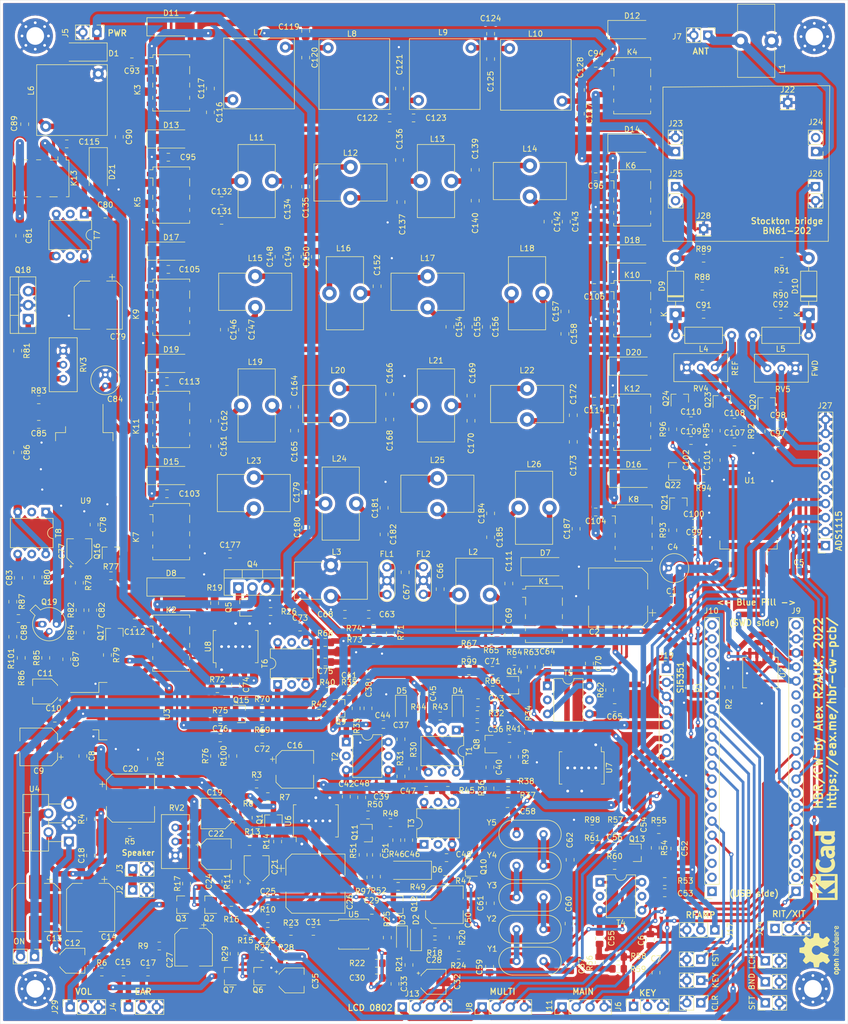
<source format=kicad_pcb>
(kicad_pcb (version 20171130) (host pcbnew "(5.1.12-1-10_14)")
  (title_block (title "HBR/CW by R2AUK ::: https://eax.me/hbr-cw-pcb/") (date 2022-04-02))
  (layers (0 F.Cu signal) (31 B.Cu signal) (34 B.Paste user) (35 F.Paste user) (36 B.SilkS user) (37 F.SilkS user) (38 B.Mask user) (39 F.Mask user) (44 Edge.Cuts user))
  (net 0 "")
  (net 1 GND)
  (net 2 "Net-(D1-Pad1)")
  (net 3 "Net-(C43-Pad1)")
  (net 4 "Net-(C44-Pad1)")
  (net 5 "Net-(C49-Pad1)")
  (net 6 RFAMP_SWITCH)
  (net 7 VCC_TX)
  (net 8 LPF80_GND)
  (net 9 VCC)
  (net 10 LPF15_GND)
  (net 11 LPF40_GND)
  (net 12 LPF10_GND)
  (net 13 LPF20_GND)
  (net 14 "Net-(C67-Pad2)")
  (net 15 "Net-(C66-Pad2)")
  (net 16 45MHZ_FLTR_OUT)
  (net 17 RFAMP_IN)
  (net 18 SI5351_CH2)
  (net 19 PA_DRIVER_IN)
  (net 20 VFO)
  (net 21 LPF80_IN)
  (net 22 LPF80_OUT)
  (net 23 LPF15_IN)
  (net 24 LPF15_OUT)
  (net 25 LPF40_IN)
  (net 26 LPF40_OUT)
  (net 27 LPF10_IN)
  (net 28 LPF10_OUT)
  (net 29 LPF20_IN)
  (net 30 LPF20_OUT)
  (net 31 "Net-(C121-Pad1)")
  (net 32 "Net-(C124-Pad1)")
  (net 33 "Net-(C136-Pad1)")
  (net 34 "Net-(C139-Pad1)")
  (net 35 "Net-(C148-Pad1)")
  (net 36 "Net-(C154-Pad1)")
  (net 37 "Net-(C166-Pad1)")
  (net 38 "Net-(C169-Pad1)")
  (net 39 "Net-(C181-Pad1)")
  (net 40 "Net-(C184-Pad1)")
  (net 41 "Net-(C26-Pad1)")
  (net 42 "Net-(C19-Pad1)")
  (net 43 "Net-(C21-Pad2)")
  (net 44 AF_PREAMP_OUT)
  (net 45 "Net-(C27-Pad1)")
  (net 46 AF_AMP_IN)
  (net 47 "Net-(Q4-Pad1)")
  (net 48 1KHZ_OSC_OUT)
  (net 49 "Net-(C35-Pad1)")
  (net 50 CW_TONE)
  (net 51 "Net-(C43-Pad2)")
  (net 52 "Net-(C36-Pad1)")
  (net 53 "Net-(C40-Pad1)")
  (net 54 "Net-(C44-Pad2)")
  (net 55 "Net-(C41-Pad1)")
  (net 56 VCA_VC)
  (net 57 "Net-(C50-Pad1)")
  (net 58 "Net-(C51-Pad2)")
  (net 59 "Net-(C46-Pad1)")
  (net 60 "Net-(C48-Pad1)")
  (net 61 "Net-(C56-Pad2)")
  (net 62 "Net-(C52-Pad1)")
  (net 63 "Net-(C54-Pad1)")
  (net 64 "Net-(C71-Pad2)")
  (net 65 "Net-(C69-Pad1)")
  (net 66 "Net-(C76-Pad2)")
  (net 67 "Net-(C72-Pad1)")
  (net 68 "Net-(C74-Pad1)")
  (net 69 KEYED_VCC)
  (net 70 "Net-(C77-Pad1)")
  (net 71 "Net-(Q17-Pad3)")
  (net 72 "Net-(C88-Pad2)")
  (net 73 "Net-(C82-Pad1)")
  (net 74 "Net-(C87-Pad1)")
  (net 75 "Net-(C98-Pad1)")
  (net 76 "Net-(C100-Pad1)")
  (net 77 "Net-(C102-Pad1)")
  (net 78 "Net-(C108-Pad1)")
  (net 79 "Net-(C110-Pad1)")
  (net 80 "Net-(C41-Pad2)")
  (net 81 "Net-(C39-Pad2)")
  (net 82 AGC_DET)
  (net 83 "Net-(C47-Pad2)")
  (net 84 "Net-(C49-Pad2)")
  (net 85 "Net-(C53-Pad2)")
  (net 86 "Net-(C55-Pad2)")
  (net 87 "Net-(C65-Pad2)")
  (net 88 "Net-(C70-Pad2)")
  (net 89 "Net-(C73-Pad2)")
  (net 90 "Net-(C75-Pad2)")
  (net 91 "Net-(Q18-Pad3)")
  (net 92 "Net-(C81-Pad2)")
  (net 93 "Net-(C86-Pad2)")
  (net 94 +9V)
  (net 95 "Net-(C13-Pad1)")
  (net 96 "Net-(C20-Pad1)")
  (net 97 "Net-(C12-Pad1)")
  (net 98 MIX1_IF)
  (net 99 MIX1_RF)
  (net 100 SI5351_CH0)
  (net 101 "Net-(C54-Pad2)")
  (net 102 MIX2_RF)
  (net 103 SI5351_CH1)
  (net 104 "Net-(C74-Pad2)")
  (net 105 MIX3_RF)
  (net 106 "Net-(K1-Pad4)")
  (net 107 RFAMP_OUT)
  (net 108 "Net-(K3-Pad2)")
  (net 109 "Net-(K4-Pad2)")
  (net 110 "Net-(K5-Pad2)")
  (net 111 "Net-(K6-Pad2)")
  (net 112 "Net-(K7-Pad2)")
  (net 113 "Net-(K8-Pad2)")
  (net 114 "Net-(K9-Pad2)")
  (net 115 "Net-(K10-Pad2)")
  (net 116 "Net-(K11-Pad2)")
  (net 117 "Net-(K12-Pad2)")
  (net 118 "Net-(D9-Pad2)")
  (net 119 "Net-(C91-Pad1)")
  (net 120 "Net-(D10-Pad2)")
  (net 121 "Net-(C92-Pad1)")
  (net 122 "Net-(C59-Pad1)")
  (net 123 "Net-(C57-Pad1)")
  (net 124 "Net-(C60-Pad1)")
  (net 125 "Net-(C61-Pad1)")
  (net 126 "Net-(C62-Pad1)")
  (net 127 "Net-(C58-Pad2)")
  (net 128 45MHZ_FLTR_IN)
  (net 129 "Net-(Q2-Pad2)")
  (net 130 "Net-(Q5-Pad1)")
  (net 131 "Net-(Q6-Pad2)")
  (net 132 "Net-(Q12-Pad1)")
  (net 133 "Net-(Q17-Pad1)")
  (net 134 "Net-(D2-Pad2)")
  (net 135 "Net-(D2-Pad1)")
  (net 136 "Net-(C63-Pad2)")
  (net 137 "Net-(C38-Pad1)")
  (net 138 "Net-(C64-Pad1)")
  (net 139 "Net-(C37-Pad2)")
  (net 140 "Net-(C83-Pad2)")
  (net 141 "Net-(T7-Pad5)")
  (net 142 "Net-(T7-Pad2)")
  (net 143 BAND_BTN)
  (net 144 FAST_BTN)
  (net 145 LOCK_BTN)
  (net 146 CLAR_BTN)
  (net 147 SHIFT_BTN)
  (net 148 KEYER_BTN)
  (net 149 I2C_SCL)
  (net 150 I2C_SDA)
  (net 151 +5V)
  (net 152 "Net-(C28-Pad2)")
  (net 153 "Net-(C31-Pad2)")
  (net 154 "Net-(J2-Pad1)")
  (net 155 PHONES_B)
  (net 156 PHONES_A)
  (net 157 KEY_DAH)
  (net 158 KEY_DIT)
  (net 159 MULTI_ROT_B)
  (net 160 MULTI_ROT_A)
  (net 161 +3V3)
  (net 162 FREQ_ROT_B)
  (net 163 FREQ_ROT_A)
  (net 164 RIT_SWITCH)
  (net 165 "Net-(J9-Pad20)")
  (net 166 "Net-(J9-Pad15)")
  (net 167 "Net-(J9-Pad14)")
  (net 168 "Net-(J9-Pad13)")
  (net 169 "Net-(J9-Pad4)")
  (net 170 "Net-(J9-Pad3)")
  (net 171 ENABLE_CW_TONE)
  (net 172 "Net-(J10-Pad20)")
  (net 173 ENABLE_RX)
  (net 174 "Net-(J10-Pad18)")
  (net 175 "Net-(J10-Pad17)")
  (net 176 ENABLE_TX)
  (net 177 VCC_DIVIDER)
  (net 178 "Net-(J10-Pad7)")
  (net 179 "Net-(J10-Pad4)")
  (net 180 "Net-(J10-Pad2)")
  (net 181 "Net-(J10-Pad1)")
  (net 182 "Net-(J14-Pad1)")
  (net 183 "Net-(J24-Pad2)")
  (net 184 "Net-(C85-Pad1)")
  (net 185 "Net-(J25-Pad2)")
  (net 186 "Net-(J27-Pad8)")
  (net 187 "Net-(J27-Pad7)")
  (net 188 "Net-(J27-Pad6)")
  (net 189 "Net-(L4-Pad1)")
  (net 190 "Net-(L5-Pad2)")
  (net 191 SWR_BRIDGE_OUT)
  (net 192 SWR_BRIDGE_IN)
  (net 193 LPFS_IN)
  (net 194 PA_OUT)
  (net 195 HPF_IN)
  (net 196 "Net-(C89-Pad1)")
  (net 197 "Net-(T1-Pad5)")
  (net 198 "Net-(T1-Pad2)")
  (net 199 "Net-(T2-Pad5)")
  (net 200 "Net-(T2-Pad2)")
  (net 201 "Net-(T3-Pad5)")
  (net 202 "Net-(T3-Pad2)")
  (net 203 "Net-(T4-Pad5)")
  (net 204 "Net-(T4-Pad2)")
  (net 205 "Net-(T5-Pad5)")
  (net 206 "Net-(T5-Pad2)")
  (net 207 "Net-(T6-Pad5)")
  (net 208 "Net-(T6-Pad2)")
  (net 209 "Net-(T8-Pad5)")
  (net 210 "Net-(T8-Pad2)")
  (net 211 "Net-(C22-Pad1)")
  (net 212 "Net-(C19-Pad2)")
  (net 213 "Net-(Q18-Pad1)")
  (net 214 "Net-(R83-Pad1)")
  (net 215 "Net-(C16-Pad1)")
  (net 216 "Net-(C20-Pad2)")
  (net 217 "Net-(C21-Pad1)")
  (net 218 "Net-(C22-Pad2)")
  (net 219 "Net-(C30-Pad2)")
  (net 220 "Net-(C82-Pad2)")
  (net 221 PA_DRIVER_OUT)
  (net 222 "Net-(C88-Pad1)")
  (net 223 "Net-(C119-Pad1)")
  (net 224 "Net-(C134-Pad1)")
  (net 225 "Net-(C152-Pad1)")
  (net 226 "Net-(C164-Pad1)")
  (net 227 "Net-(C179-Pad1)")
  (net 228 "Net-(C15-Pad2)")
  (net 229 "Net-(C17-Pad2)")
  (net 230 "Net-(C18-Pad2)")
  (net 231 "Net-(C23-Pad2)")
  (net 232 "Net-(C28-Pad1)")
  (net 233 "Net-(C31-Pad1)")
  (net 234 "Net-(C36-Pad2)")
  (net 235 "Net-(C38-Pad2)")
  (net 236 "Net-(C40-Pad2)")
  (net 237 "Net-(C46-Pad2)")
  (net 238 "Net-(C51-Pad1)")
  (net 239 "Net-(C52-Pad2)")
  (net 240 "Net-(C55-Pad1)")
  (net 241 "Net-(C56-Pad1)")
  (net 242 XFLTR_IN)
  (net 243 XFLTR_OUT)
  (net 244 "Net-(C64-Pad2)")
  (net 245 "Net-(C71-Pad1)")
  (net 246 "Net-(C72-Pad2)")
  (net 247 "Net-(C75-Pad1)")
  (net 248 "Net-(C76-Pad1)")
  (net 249 LPF80_CTL)
  (net 250 LPF40_CTL)
  (net 251 LPF20_CTL)
  (net 252 LPF15_CTL)
  (net 253 LPF10_CTL)
  (module Symbol:OSHW-Logo2_9.8x8mm_SilkScreen (layer F.Cu) (at 201.93 187.325 90)
    (fp_text reference SYM1 hide)
    (fp_text value Logo_Open_Hardware_Small hide)
  )
  (module Connector_PinHeader_2.54mm:PinHeader_1x04_P2.54mm_Vertical (layer F.Cu) (at 155.194 197.612 90)
    (fp_text reference J11 (at 0 -2.33 90) (layer F.SilkS))
    (fp_text value MAIN)
    (pad 4 thru_hole oval (at 0 7.62 90) (size 1.7 1.7) (drill 1) (layers *.Cu *.Mask) (net 1 GND))
    (pad 3 thru_hole oval (at 0 5.08 90) (size 1.7 1.7) (drill 1) (layers *.Cu *.Mask) (net 162 FREQ_ROT_B))
    (pad 2 thru_hole oval (at 0 2.54 90) (size 1.7 1.7) (drill 1) (layers *.Cu *.Mask) (net 163 FREQ_ROT_A))
    (pad 1 thru_hole rect (at 0 0 90) (size 1.7 1.7) (drill 1) (layers *.Cu *.Mask) (net 151 +5V))
  )
  (module Connector_PinHeader_2.54mm:PinHeader_1x04_P2.54mm_Vertical (layer F.Cu) (at 140.716 197.612 90)
    (fp_text reference J8 (at 0 -2.33 90) (layer F.SilkS))
    (fp_text value MULTI)
    (pad 4 thru_hole oval (at 0 7.62 90) (size 1.7 1.7) (drill 1) (layers *.Cu *.Mask) (net 1 GND))
    (pad 3 thru_hole oval (at 0 5.08 90) (size 1.7 1.7) (drill 1) (layers *.Cu *.Mask) (net 159 MULTI_ROT_B))
    (pad 2 thru_hole oval (at 0 2.54 90) (size 1.7 1.7) (drill 1) (layers *.Cu *.Mask) (net 160 MULTI_ROT_A))
    (pad 1 thru_hole rect (at 0 0 90) (size 1.7 1.7) (drill 1) (layers *.Cu *.Mask) (net 151 +5V))
  )
  (module Symbol:KiCad-Logo_5mm_SilkScreen (layer F.Cu) (at 203.2 171.958 90)
    (fp_text reference SYM2 hide)
    (fp_text value SYM_Radio_Waves_Large hide)
  )
  (module Connector_PinSocket_2.54mm:PinSocket_1x03_P2.54mm_Vertical (layer F.Cu) (at 182.88 183.642 270)
    (fp_text reference J17 (at 0 -2.77 90) (layer F.SilkS))
    (fp_text value RFAMP)
    (pad 3 thru_hole oval (at 0 5.08 270) (size 1.7 1.7) (drill 1) (layers *.Cu *.Mask) (net 1 GND))
    (pad 2 thru_hole oval (at 0 2.54 270) (size 1.7 1.7) (drill 1) (layers *.Cu *.Mask) (net 6 RFAMP_SWITCH))
    (pad 1 thru_hole rect (at 0 0 270) (size 1.7 1.7) (drill 1) (layers *.Cu *.Mask) (net 9 VCC))
  )
  (module Resistor_SMD:R_0805_2012Metric_Pad1.15x1.40mm_HandSolder (layer F.Cu) (at 95.504 152.146 90)
    (fp_text reference R100 (at 0 -1.65 90) (layer F.SilkS))
    (fp_text value 12)
    (pad 2 smd roundrect (at 1.025 0 90) (size 1.15 1.4) (layers F.Cu F.Paste F.Mask) (roundrect_rratio 0.2173904347826087) (net 248 "Net-(C76-Pad1)"))
    (pad 1 smd roundrect (at -1.025 0 90) (size 1.15 1.4) (layers F.Cu F.Paste F.Mask) (roundrect_rratio 0.2173904347826087) (net 1 GND))
  )
  (module Resistor_SMD:R_0805_2012Metric_Pad1.15x1.40mm_HandSolder (layer F.Cu) (at 138.303 136.7155)
    (fp_text reference R99 (at 0 -1.65) (layer F.SilkS))
    (fp_text value 12)
    (pad 2 smd roundrect (at 1.025 0) (size 1.15 1.4) (layers F.Cu F.Paste F.Mask) (roundrect_rratio 0.2173904347826087) (net 245 "Net-(C71-Pad1)"))
    (pad 1 smd roundrect (at -1.025 0) (size 1.15 1.4) (layers F.Cu F.Paste F.Mask) (roundrect_rratio 0.2173904347826087) (net 1 GND))
  )
  (module Resistor_SMD:R_0805_2012Metric_Pad1.15x1.40mm_HandSolder (layer F.Cu) (at 160.655 165.354)
    (fp_text reference R98 (at 0 -1.65) (layer F.SilkS))
    (fp_text value 12)
    (pad 2 smd roundrect (at 1.025 0) (size 1.15 1.4) (layers F.Cu F.Paste F.Mask) (roundrect_rratio 0.2173904347826087) (net 241 "Net-(C56-Pad1)"))
    (pad 1 smd roundrect (at -1.025 0) (size 1.15 1.4) (layers F.Cu F.Paste F.Mask) (roundrect_rratio 0.2173904347826087) (net 1 GND))
  )
  (module Resistor_SMD:R_0805_2012Metric_Pad1.15x1.40mm_HandSolder (layer F.Cu) (at 119.126 174.117 90)
    (fp_text reference R97 (at -2.54 0 180) (layer F.SilkS))
    (fp_text value 12)
    (pad 2 smd roundrect (at 1.025 0 90) (size 1.15 1.4) (layers F.Cu F.Paste F.Mask) (roundrect_rratio 0.2173904347826087) (net 238 "Net-(C51-Pad1)"))
    (pad 1 smd roundrect (at -1.025 0 90) (size 1.15 1.4) (layers F.Cu F.Paste F.Mask) (roundrect_rratio 0.2173904347826087) (net 1 GND))
  )
  (module Resistor_SMD:R_0805_2012Metric_Pad1.15x1.40mm_HandSolder (layer F.Cu) (at 92.202 152.137 90)
    (fp_text reference R76 (at 0 -1.65 90) (layer F.SilkS))
    (fp_text value 12)
    (pad 2 smd roundrect (at 1.025 0 90) (size 1.15 1.4) (layers F.Cu F.Paste F.Mask) (roundrect_rratio 0.2173904347826087) (net 248 "Net-(C76-Pad1)"))
    (pad 1 smd roundrect (at -1.025 0 90) (size 1.15 1.4) (layers F.Cu F.Paste F.Mask) (roundrect_rratio 0.2173904347826087) (net 1 GND))
  )
  (module Resistor_SMD:R_0805_2012Metric_Pad1.15x1.40mm_HandSolder (layer F.Cu) (at 93.218 145.542)
    (fp_text reference R75 (at 0 -1.65) (layer F.SilkS))
    (fp_text value 68)
    (pad 2 smd roundrect (at 1.025 0) (size 1.15 1.4) (layers F.Cu F.Paste F.Mask) (roundrect_rratio 0.2173904347826087) (net 66 "Net-(C76-Pad2)"))
    (pad 1 smd roundrect (at -1.025 0) (size 1.15 1.4) (layers F.Cu F.Paste F.Mask) (roundrect_rratio 0.2173904347826087) (net 1 GND))
  )
  (module Resistor_SMD:R_0805_2012Metric_Pad1.15x1.40mm_HandSolder (layer F.Cu) (at 121.031 129.032)
    (fp_text reference R74 (at -3.556 0) (layer F.SilkS))
    (fp_text value 150)
    (pad 2 smd roundrect (at 1.025 0) (size 1.15 1.4) (layers F.Cu F.Paste F.Mask) (roundrect_rratio 0.2173904347826087) (net 128 45MHZ_FLTR_IN))
    (pad 1 smd roundrect (at -1.025 0) (size 1.15 1.4) (layers F.Cu F.Paste F.Mask) (roundrect_rratio 0.2173904347826087) (net 1 GND))
  )
  (module Resistor_SMD:R_0805_2012Metric_Pad1.15x1.40mm_HandSolder (layer F.Cu) (at 121.031 131.064 180)
    (fp_text reference R73 (at 3.429 0) (layer F.SilkS))
    (fp_text value 150)
    (pad 2 smd roundrect (at 1.025 0 180) (size 1.15 1.4) (layers F.Cu F.Paste F.Mask) (roundrect_rratio 0.2173904347826087) (net 1 GND))
    (pad 1 smd roundrect (at -1.025 0 180) (size 1.15 1.4) (layers F.Cu F.Paste F.Mask) (roundrect_rratio 0.2173904347826087) (net 247 "Net-(C75-Pad1)"))
  )
  (module Resistor_SMD:R_0805_2012Metric_Pad1.15x1.40mm_HandSolder (layer F.Cu) (at 92.71 139.954)
    (fp_text reference R72 (at 0 -1.65) (layer F.SilkS))
    (fp_text value 1K)
    (pad 2 smd roundrect (at 1.025 0) (size 1.15 1.4) (layers F.Cu F.Paste F.Mask) (roundrect_rratio 0.2173904347826087) (net 68 "Net-(C74-Pad1)"))
    (pad 1 smd roundrect (at -1.025 0) (size 1.15 1.4) (layers F.Cu F.Paste F.Mask) (roundrect_rratio 0.2173904347826087) (net 1 GND))
  )
  (module Resistor_SMD:R_0805_2012Metric_Pad1.15x1.40mm_HandSolder (layer F.Cu) (at 124.079 129.921 270)
    (fp_text reference R71 (at -0.127 -1.905 90) (layer F.SilkS))
    (fp_text value 36)
    (pad 2 smd roundrect (at 1.025 0 270) (size 1.15 1.4) (layers F.Cu F.Paste F.Mask) (roundrect_rratio 0.2173904347826087) (net 247 "Net-(C75-Pad1)"))
    (pad 1 smd roundrect (at -1.025 0 270) (size 1.15 1.4) (layers F.Cu F.Paste F.Mask) (roundrect_rratio 0.2173904347826087) (net 128 45MHZ_FLTR_IN))
  )
  (module Resistor_SMD:R_0805_2012Metric_Pad1.15x1.40mm_HandSolder (layer F.Cu) (at 100.838 143.51)
    (fp_text reference R70 (at 0 -1.65) (layer F.SilkS))
    (fp_text value 1.3K)
    (pad 2 smd roundrect (at 1.025 0) (size 1.15 1.4) (layers F.Cu F.Paste F.Mask) (roundrect_rratio 0.2173904347826087) (net 246 "Net-(C72-Pad2)"))
    (pad 1 smd roundrect (at -1.025 0) (size 1.15 1.4) (layers F.Cu F.Paste F.Mask) (roundrect_rratio 0.2173904347826087) (net 68 "Net-(C74-Pad1)"))
  )
  (module Resistor_SMD:R_0805_2012Metric_Pad1.15x1.40mm_HandSolder (layer F.Cu) (at 100.838 145.796 180)
    (fp_text reference R69 (at 0 -1.65) (layer F.SilkS))
    (fp_text value 3.3K)
    (pad 2 smd roundrect (at 1.025 0 180) (size 1.15 1.4) (layers F.Cu F.Paste F.Mask) (roundrect_rratio 0.2173904347826087) (net 67 "Net-(C72-Pad1)"))
    (pad 1 smd roundrect (at -1.025 0 180) (size 1.15 1.4) (layers F.Cu F.Paste F.Mask) (roundrect_rratio 0.2173904347826087) (net 246 "Net-(C72-Pad2)"))
  )
  (module Resistor_SMD:R_0805_2012Metric_Pad1.15x1.40mm_HandSolder (layer F.Cu) (at 112.259 131.572)
    (fp_text reference R68 (at 0 -1.65) (layer F.SilkS))
    (fp_text value 22)
    (pad 2 smd roundrect (at 1.025 0) (size 1.15 1.4) (layers F.Cu F.Paste F.Mask) (roundrect_rratio 0.2173904347826087) (net 9 VCC))
    (pad 1 smd roundrect (at -1.025 0) (size 1.15 1.4) (layers F.Cu F.Paste F.Mask) (roundrect_rratio 0.2173904347826087) (net 89 "Net-(C73-Pad2)"))
  )
  (module Resistor_SMD:R_0805_2012Metric_Pad1.15x1.40mm_HandSolder (layer F.Cu) (at 138.303 133.4135)
    (fp_text reference R67 (at 0 -1.65) (layer F.SilkS))
    (fp_text value 12)
    (pad 2 smd roundrect (at 1.025 0) (size 1.15 1.4) (layers F.Cu F.Paste F.Mask) (roundrect_rratio 0.2173904347826087) (net 245 "Net-(C71-Pad1)"))
    (pad 1 smd roundrect (at -1.025 0) (size 1.15 1.4) (layers F.Cu F.Paste F.Mask) (roundrect_rratio 0.2173904347826087) (net 1 GND))
  )
  (module Resistor_SMD:R_0805_2012Metric_Pad1.15x1.40mm_HandSolder (layer F.Cu) (at 142.621 140.208)
    (fp_text reference R66 (at 0 -1.65) (layer F.SilkS))
    (fp_text value 68)
    (pad 2 smd roundrect (at 1.025 0) (size 1.15 1.4) (layers F.Cu F.Paste F.Mask) (roundrect_rratio 0.2173904347826087) (net 64 "Net-(C71-Pad2)"))
    (pad 1 smd roundrect (at -1.025 0) (size 1.15 1.4) (layers F.Cu F.Paste F.Mask) (roundrect_rratio 0.2173904347826087) (net 1 GND))
  )
  (module Resistor_SMD:R_0805_2012Metric_Pad1.15x1.40mm_HandSolder (layer F.Cu) (at 142.358 131.191)
    (fp_text reference R65 (at -0.0164 1.8034) (layer F.SilkS))
    (fp_text value 1K)
    (pad 2 smd roundrect (at 1.025 0) (size 1.15 1.4) (layers F.Cu F.Paste F.Mask) (roundrect_rratio 0.2173904347826087) (net 65 "Net-(C69-Pad1)"))
    (pad 1 smd roundrect (at -1.025 0) (size 1.15 1.4) (layers F.Cu F.Paste F.Mask) (roundrect_rratio 0.2173904347826087) (net 1 GND))
  )
  (module Resistor_SMD:R_0805_2012Metric_Pad1.15x1.40mm_HandSolder (layer F.Cu) (at 146.558 135.001)
    (fp_text reference R64 (at 0 -1.65) (layer F.SilkS))
    (fp_text value 1.3K)
    (pad 2 smd roundrect (at 1.025 0) (size 1.15 1.4) (layers F.Cu F.Paste F.Mask) (roundrect_rratio 0.2173904347826087) (net 244 "Net-(C64-Pad2)"))
    (pad 1 smd roundrect (at -1.025 0) (size 1.15 1.4) (layers F.Cu F.Paste F.Mask) (roundrect_rratio 0.2173904347826087) (net 65 "Net-(C69-Pad1)"))
  )
  (module Resistor_SMD:R_0805_2012Metric_Pad1.15x1.40mm_HandSolder (layer F.Cu) (at 149.606 136.026 270)
    (fp_text reference R63 (at -2.676 0 180) (layer F.SilkS))
    (fp_text value 3.3K)
    (pad 2 smd roundrect (at 1.025 0 270) (size 1.15 1.4) (layers F.Cu F.Paste F.Mask) (roundrect_rratio 0.2173904347826087) (net 138 "Net-(C64-Pad1)"))
    (pad 1 smd roundrect (at -1.025 0 270) (size 1.15 1.4) (layers F.Cu F.Paste F.Mask) (roundrect_rratio 0.2173904347826087) (net 244 "Net-(C64-Pad2)"))
  )
  (module Resistor_SMD:R_0805_2012Metric_Pad1.15x1.40mm_HandSolder (layer F.Cu) (at 163.83 140.208 90)
    (fp_text reference R62 (at 0 -1.65 90) (layer F.SilkS))
    (fp_text value 22)
    (pad 2 smd roundrect (at 1.025 0 90) (size 1.15 1.4) (layers F.Cu F.Paste F.Mask) (roundrect_rratio 0.2173904347826087) (net 9 VCC))
    (pad 1 smd roundrect (at -1.025 0 90) (size 1.15 1.4) (layers F.Cu F.Paste F.Mask) (roundrect_rratio 0.2173904347826087) (net 87 "Net-(C65-Pad2)"))
  )
  (module Resistor_SMD:R_0805_2012Metric_Pad1.15x1.40mm_HandSolder (layer F.Cu) (at 160.655 168.656)
    (fp_text reference R61 (at 0 -1.65) (layer F.SilkS))
    (fp_text value 12)
    (pad 2 smd roundrect (at 1.025 0) (size 1.15 1.4) (layers F.Cu F.Paste F.Mask) (roundrect_rratio 0.2173904347826087) (net 241 "Net-(C56-Pad1)"))
    (pad 1 smd roundrect (at -1.025 0) (size 1.15 1.4) (layers F.Cu F.Paste F.Mask) (roundrect_rratio 0.2173904347826087) (net 1 GND))
  )
  (module Resistor_SMD:R_0805_2012Metric_Pad1.15x1.40mm_HandSolder (layer F.Cu) (at 164.719 171.958)
    (fp_text reference R60 (at 0 -1.65) (layer F.SilkS))
    (fp_text value 68)
    (pad 2 smd roundrect (at 1.025 0) (size 1.15 1.4) (layers F.Cu F.Paste F.Mask) (roundrect_rratio 0.2173904347826087) (net 61 "Net-(C56-Pad2)"))
    (pad 1 smd roundrect (at -1.025 0) (size 1.15 1.4) (layers F.Cu F.Paste F.Mask) (roundrect_rratio 0.2173904347826087) (net 1 GND))
  )
  (module Resistor_SMD:R_0805_2012Metric_Pad1.15x1.40mm_HandSolder (layer F.Cu) (at 165.354 190.6905 180)
    (fp_text reference R59 (at -3.6195 -0.0635) (layer F.SilkS))
    (fp_text value 150)
    (pad 2 smd roundrect (at 1.025 0 180) (size 1.15 1.4) (layers F.Cu F.Paste F.Mask) (roundrect_rratio 0.2173904347826087) (net 242 XFLTR_IN))
    (pad 1 smd roundrect (at -1.025 0 180) (size 1.15 1.4) (layers F.Cu F.Paste F.Mask) (roundrect_rratio 0.2173904347826087) (net 1 GND))
  )
  (module Resistor_SMD:R_0805_2012Metric_Pad1.15x1.40mm_HandSolder (layer F.Cu) (at 165.354 188.5315)
    (fp_text reference R58 (at 3.683 -0.127) (layer F.SilkS))
    (fp_text value 150)
    (pad 2 smd roundrect (at 1.025 0) (size 1.15 1.4) (layers F.Cu F.Paste F.Mask) (roundrect_rratio 0.2173904347826087) (net 1 GND))
    (pad 1 smd roundrect (at -1.025 0) (size 1.15 1.4) (layers F.Cu F.Paste F.Mask) (roundrect_rratio 0.2173904347826087) (net 240 "Net-(C55-Pad1)"))
  )
  (module Resistor_SMD:R_0805_2012Metric_Pad1.15x1.40mm_HandSolder (layer F.Cu) (at 164.846 165.354)
    (fp_text reference R57 (at 0 -1.65) (layer F.SilkS))
    (fp_text value 1K)
    (pad 2 smd roundrect (at 1.025 0) (size 1.15 1.4) (layers F.Cu F.Paste F.Mask) (roundrect_rratio 0.2173904347826087) (net 63 "Net-(C54-Pad1)"))
    (pad 1 smd roundrect (at -1.025 0) (size 1.15 1.4) (layers F.Cu F.Paste F.Mask) (roundrect_rratio 0.2173904347826087) (net 1 GND))
  )
  (module Resistor_SMD:R_0805_2012Metric_Pad1.15x1.40mm_HandSolder (layer F.Cu) (at 161.925 189.5385 90)
    (fp_text reference R56 (at -0.136 -1.7145 90) (layer F.SilkS))
    (fp_text value 36)
    (pad 2 smd roundrect (at 1.025 0 90) (size 1.15 1.4) (layers F.Cu F.Paste F.Mask) (roundrect_rratio 0.2173904347826087) (net 240 "Net-(C55-Pad1)"))
    (pad 1 smd roundrect (at -1.025 0 90) (size 1.15 1.4) (layers F.Cu F.Paste F.Mask) (roundrect_rratio 0.2173904347826087) (net 242 XFLTR_IN))
  )
  (module Resistor_SMD:R_0805_2012Metric_Pad1.15x1.40mm_HandSolder (layer F.Cu) (at 172.72 165.481)
    (fp_text reference R55 (at 0 -1.65) (layer F.SilkS))
    (fp_text value 1.3K)
    (pad 2 smd roundrect (at 1.025 0) (size 1.15 1.4) (layers F.Cu F.Paste F.Mask) (roundrect_rratio 0.2173904347826087) (net 239 "Net-(C52-Pad2)"))
    (pad 1 smd roundrect (at -1.025 0) (size 1.15 1.4) (layers F.Cu F.Paste F.Mask) (roundrect_rratio 0.2173904347826087) (net 63 "Net-(C54-Pad1)"))
  )
  (module Resistor_SMD:R_0805_2012Metric_Pad1.15x1.40mm_HandSolder (layer F.Cu) (at 172.085 168.783 270)
    (fp_text reference R54 (at 0 -1.65 90) (layer F.SilkS))
    (fp_text value 3.3K)
    (pad 2 smd roundrect (at 1.025 0 270) (size 1.15 1.4) (layers F.Cu F.Paste F.Mask) (roundrect_rratio 0.2173904347826087) (net 62 "Net-(C52-Pad1)"))
    (pad 1 smd roundrect (at -1.025 0 270) (size 1.15 1.4) (layers F.Cu F.Paste F.Mask) (roundrect_rratio 0.2173904347826087) (net 239 "Net-(C52-Pad2)"))
  )
  (module Resistor_SMD:R_0805_2012Metric_Pad1.15x1.40mm_HandSolder (layer F.Cu) (at 173.7995 174.879)
    (fp_text reference R53 (at 3.7465 -0.127) (layer F.SilkS))
    (fp_text value 22)
    (pad 2 smd roundrect (at 1.025 0) (size 1.15 1.4) (layers F.Cu F.Paste F.Mask) (roundrect_rratio 0.2173904347826087) (net 9 VCC))
    (pad 1 smd roundrect (at -1.025 0) (size 1.15 1.4) (layers F.Cu F.Paste F.Mask) (roundrect_rratio 0.2173904347826087) (net 85 "Net-(C53-Pad2)"))
  )
  (module Resistor_SMD:R_0805_2012Metric_Pad1.15x1.40mm_HandSolder (layer F.Cu) (at 121.539 173.99 90)
    (fp_text reference R52 (at -2.54 0.381 180) (layer F.SilkS))
    (fp_text value 12)
    (pad 2 smd roundrect (at 1.025 0 90) (size 1.15 1.4) (layers F.Cu F.Paste F.Mask) (roundrect_rratio 0.2173904347826087) (net 238 "Net-(C51-Pad1)"))
    (pad 1 smd roundrect (at -1.025 0 90) (size 1.15 1.4) (layers F.Cu F.Paste F.Mask) (roundrect_rratio 0.2173904347826087) (net 1 GND))
  )
  (module Resistor_SMD:R_0805_2012Metric_Pad1.15x1.40mm_HandSolder (layer F.Cu) (at 119.126 170.044 90)
    (fp_text reference R51 (at 0.753 -1.778 270) (layer F.SilkS))
    (fp_text value 68)
    (pad 2 smd roundrect (at 1.025 0 90) (size 1.15 1.4) (layers F.Cu F.Paste F.Mask) (roundrect_rratio 0.2173904347826087) (net 58 "Net-(C51-Pad2)"))
    (pad 1 smd roundrect (at -1.025 0 90) (size 1.15 1.4) (layers F.Cu F.Paste F.Mask) (roundrect_rratio 0.2173904347826087) (net 1 GND))
  )
  (module Resistor_SMD:R_0805_2012Metric_Pad1.15x1.40mm_HandSolder (layer F.Cu) (at 120.015 162.814 180)
    (fp_text reference R50 (at -1.27 1.905) (layer F.SilkS))
    (fp_text value 1K)
    (pad 2 smd roundrect (at 1.025 0 180) (size 1.15 1.4) (layers F.Cu F.Paste F.Mask) (roundrect_rratio 0.2173904347826087) (net 60 "Net-(C48-Pad1)"))
    (pad 1 smd roundrect (at -1.025 0 180) (size 1.15 1.4) (layers F.Cu F.Paste F.Mask) (roundrect_rratio 0.2173904347826087) (net 1 GND))
  )
  (module Resistor_SMD:R_0805_2012Metric_Pad1.15x1.40mm_HandSolder (layer F.Cu) (at 125.476 175.768 180)
    (fp_text reference R49 (at -3.556 -0.127) (layer F.SilkS))
    (fp_text value 4.7K)
    (pad 2 smd roundrect (at 1.025 0 180) (size 1.15 1.4) (layers F.Cu F.Paste F.Mask) (roundrect_rratio 0.2173904347826087) (net 132 "Net-(Q12-Pad1)"))
    (pad 1 smd roundrect (at -1.025 0 180) (size 1.15 1.4) (layers F.Cu F.Paste F.Mask) (roundrect_rratio 0.2173904347826087) (net 5 "Net-(C49-Pad1)"))
  )
  (module Resistor_SMD:R_0805_2012Metric_Pad1.15x1.40mm_HandSolder (layer F.Cu) (at 124.079 164.211)
    (fp_text reference R48 (at 0 -1.65) (layer F.SilkS))
    (fp_text value 1.3K)
    (pad 2 smd roundrect (at 1.025 0) (size 1.15 1.4) (layers F.Cu F.Paste F.Mask) (roundrect_rratio 0.2173904347826087) (net 237 "Net-(C46-Pad2)"))
    (pad 1 smd roundrect (at -1.025 0) (size 1.15 1.4) (layers F.Cu F.Paste F.Mask) (roundrect_rratio 0.2173904347826087) (net 60 "Net-(C48-Pad1)"))
  )
  (module Resistor_SMD:R_0805_2012Metric_Pad1.15x1.40mm_HandSolder (layer F.Cu) (at 133.985 174.498 180)
    (fp_text reference R47 (at -3.302 -0.254) (layer F.SilkS))
    (fp_text value 4.7K)
    (pad 2 smd roundrect (at 1.025 0 180) (size 1.15 1.4) (layers F.Cu F.Paste F.Mask) (roundrect_rratio 0.2173904347826087) (net 57 "Net-(C50-Pad1)"))
    (pad 1 smd roundrect (at -1.025 0 180) (size 1.15 1.4) (layers F.Cu F.Paste F.Mask) (roundrect_rratio 0.2173904347826087) (net 9 VCC))
  )
  (module Resistor_SMD:R_0805_2012Metric_Pad1.15x1.40mm_HandSolder (layer F.Cu) (at 125.222 167.386 270)
    (fp_text reference R46 (at 2.54 0 180) (layer F.SilkS))
    (fp_text value 3.3K)
    (pad 2 smd roundrect (at 1.025 0 270) (size 1.15 1.4) (layers F.Cu F.Paste F.Mask) (roundrect_rratio 0.2173904347826087) (net 59 "Net-(C46-Pad1)"))
    (pad 1 smd roundrect (at -1.025 0 270) (size 1.15 1.4) (layers F.Cu F.Paste F.Mask) (roundrect_rratio 0.2173904347826087) (net 237 "Net-(C46-Pad2)"))
  )
  (module Resistor_SMD:R_0805_2012Metric_Pad1.15x1.40mm_HandSolder (layer F.Cu) (at 134.484 158.369)
    (fp_text reference R45 (at 3.438 0) (layer F.SilkS))
    (fp_text value 22)
    (pad 2 smd roundrect (at 1.025 0) (size 1.15 1.4) (layers F.Cu F.Paste F.Mask) (roundrect_rratio 0.2173904347826087) (net 9 VCC))
    (pad 1 smd roundrect (at -1.025 0) (size 1.15 1.4) (layers F.Cu F.Paste F.Mask) (roundrect_rratio 0.2173904347826087) (net 83 "Net-(C47-Pad2)"))
  )
  (module Resistor_SMD:R_0805_2012Metric_Pad1.15x1.40mm_HandSolder (layer F.Cu) (at 129.159 144.907)
    (fp_text reference R44 (at 0 -1.65) (layer F.SilkS))
    (fp_text value 1K)
    (pad 2 smd roundrect (at 1.025 0) (size 1.15 1.4) (layers F.Cu F.Paste F.Mask) (roundrect_rratio 0.2173904347826087) (net 56 VCA_VC))
    (pad 1 smd roundrect (at -1.025 0) (size 1.15 1.4) (layers F.Cu F.Paste F.Mask) (roundrect_rratio 0.2173904347826087) (net 4 "Net-(C44-Pad1)"))
  )
  (module Resistor_SMD:R_0805_2012Metric_Pad1.15x1.40mm_HandSolder (layer F.Cu) (at 133.096 144.907)
    (fp_text reference R43 (at 0 -1.65) (layer F.SilkS))
    (fp_text value 1K)
    (pad 2 smd roundrect (at 1.025 0) (size 1.15 1.4) (layers F.Cu F.Paste F.Mask) (roundrect_rratio 0.2173904347826087) (net 3 "Net-(C43-Pad1)"))
    (pad 1 smd roundrect (at -1.025 0) (size 1.15 1.4) (layers F.Cu F.Paste F.Mask) (roundrect_rratio 0.2173904347826087) (net 56 VCA_VC))
  )
  (module Resistor_SMD:R_0805_2012Metric_Pad1.15x1.40mm_HandSolder (layer F.Cu) (at 111.125 144.399)
    (fp_text reference R42 (at 0 -1.65) (layer F.SilkS))
    (fp_text value 68)
    (pad 2 smd roundrect (at 1.025 0) (size 1.15 1.4) (layers F.Cu F.Paste F.Mask) (roundrect_rratio 0.2173904347826087) (net 54 "Net-(C44-Pad2)"))
    (pad 1 smd roundrect (at -1.025 0) (size 1.15 1.4) (layers F.Cu F.Paste F.Mask) (roundrect_rratio 0.2173904347826087) (net 1 GND))
  )
  (module Resistor_SMD:R_0805_2012Metric_Pad1.15x1.40mm_HandSolder (layer F.Cu) (at 145.669 148.971 180)
    (fp_text reference R41 (at -0.762 1.778) (layer F.SilkS))
    (fp_text value 68)
    (pad 2 smd roundrect (at 1.025 0 180) (size 1.15 1.4) (layers F.Cu F.Paste F.Mask) (roundrect_rratio 0.2173904347826087) (net 51 "Net-(C43-Pad2)"))
    (pad 1 smd roundrect (at -1.025 0 180) (size 1.15 1.4) (layers F.Cu F.Paste F.Mask) (roundrect_rratio 0.2173904347826087) (net 1 GND))
  )
  (module Resistor_SMD:R_0805_2012Metric_Pad1.15x1.40mm_HandSolder (layer F.Cu) (at 112.649 140.462)
    (fp_text reference R40 (at 0 -1.65) (layer F.SilkS))
    (fp_text value 1K)
    (pad 2 smd roundrect (at 1.025 0) (size 1.15 1.4) (layers F.Cu F.Paste F.Mask) (roundrect_rratio 0.2173904347826087) (net 55 "Net-(C41-Pad1)"))
    (pad 1 smd roundrect (at -1.025 0) (size 1.15 1.4) (layers F.Cu F.Paste F.Mask) (roundrect_rratio 0.2173904347826087) (net 1 GND))
  )
  (module Resistor_SMD:R_0805_2012Metric_Pad1.15x1.40mm_HandSolder (layer F.Cu) (at 146.558 152.273 90)
    (fp_text reference R39 (at 0 2.032 90) (layer F.SilkS))
    (fp_text value 1K)
    (pad 2 smd roundrect (at 1.025 0 90) (size 1.15 1.4) (layers F.Cu F.Paste F.Mask) (roundrect_rratio 0.2173904347826087) (net 53 "Net-(C40-Pad1)"))
    (pad 1 smd roundrect (at -1.025 0 90) (size 1.15 1.4) (layers F.Cu F.Paste F.Mask) (roundrect_rratio 0.2173904347826087) (net 1 GND))
  )
  (module Resistor_SMD:R_0805_2012Metric_Pad1.15x1.40mm_HandSolder (layer F.Cu) (at 145.415 156.972 180)
    (fp_text reference R38 (at -3.302 0.254) (layer F.SilkS))
    (fp_text value 300)
    (pad 2 smd roundrect (at 1.025 0 180) (size 1.15 1.4) (layers F.Cu F.Paste F.Mask) (roundrect_rratio 0.2173904347826087) (net 236 "Net-(C40-Pad2)"))
    (pad 1 smd roundrect (at -1.025 0 180) (size 1.15 1.4) (layers F.Cu F.Paste F.Mask) (roundrect_rratio 0.2173904347826087) (net 1 GND))
  )
  (module Resistor_SMD:R_0805_2012Metric_Pad1.15x1.40mm_HandSolder (layer F.Cu) (at 145.415 159.004 180)
    (fp_text reference R37 (at -3.556 -0.254) (layer F.SilkS))
    (fp_text value 300)
    (pad 2 smd roundrect (at 1.025 0 180) (size 1.15 1.4) (layers F.Cu F.Paste F.Mask) (roundrect_rratio 0.2173904347826087) (net 243 XFLTR_OUT))
    (pad 1 smd roundrect (at -1.025 0 180) (size 1.15 1.4) (layers F.Cu F.Paste F.Mask) (roundrect_rratio 0.2173904347826087) (net 1 GND))
  )
  (module Resistor_SMD:R_0805_2012Metric_Pad1.15x1.40mm_HandSolder (layer F.Cu) (at 142.113 157.988 270)
    (fp_text reference R36 (at 0 1.524 90) (layer F.SilkS))
    (fp_text value 18)
    (pad 2 smd roundrect (at 1.025 0 270) (size 1.15 1.4) (layers F.Cu F.Paste F.Mask) (roundrect_rratio 0.2173904347826087) (net 243 XFLTR_OUT))
    (pad 1 smd roundrect (at -1.025 0 270) (size 1.15 1.4) (layers F.Cu F.Paste F.Mask) (roundrect_rratio 0.2173904347826087) (net 236 "Net-(C40-Pad2)"))
  )
  (module Resistor_SMD:R_0805_2012Metric_Pad1.15x1.40mm_HandSolder (layer F.Cu) (at 116.586 140.462)
    (fp_text reference R35 (at 0 -1.65) (layer F.SilkS))
    (fp_text value 820)
    (pad 2 smd roundrect (at 1.025 0) (size 1.15 1.4) (layers F.Cu F.Paste F.Mask) (roundrect_rratio 0.2173904347826087) (net 235 "Net-(C38-Pad2)"))
    (pad 1 smd roundrect (at -1.025 0) (size 1.15 1.4) (layers F.Cu F.Paste F.Mask) (roundrect_rratio 0.2173904347826087) (net 55 "Net-(C41-Pad1)"))
  )
  (module Resistor_SMD:R_0805_2012Metric_Pad1.15x1.40mm_HandSolder (layer F.Cu) (at 149.098 147.955 90)
    (fp_text reference R34 (at 3.556 0 90) (layer F.SilkS))
    (fp_text value 820)
    (pad 2 smd roundrect (at 1.025 0 90) (size 1.15 1.4) (layers F.Cu F.Paste F.Mask) (roundrect_rratio 0.2173904347826087) (net 234 "Net-(C36-Pad2)"))
    (pad 1 smd roundrect (at -1.025 0 90) (size 1.15 1.4) (layers F.Cu F.Paste F.Mask) (roundrect_rratio 0.2173904347826087) (net 53 "Net-(C40-Pad1)"))
  )
  (module Resistor_SMD:R_0805_2012Metric_Pad1.15x1.40mm_HandSolder (layer F.Cu) (at 117.856 143.51 270)
    (fp_text reference R33 (at 3.175 -0.127 90) (layer F.SilkS))
    (fp_text value 3.3K)
    (pad 2 smd roundrect (at 1.025 0 270) (size 1.15 1.4) (layers F.Cu F.Paste F.Mask) (roundrect_rratio 0.2173904347826087) (net 137 "Net-(C38-Pad1)"))
    (pad 1 smd roundrect (at -1.025 0 270) (size 1.15 1.4) (layers F.Cu F.Paste F.Mask) (roundrect_rratio 0.2173904347826087) (net 235 "Net-(C38-Pad2)"))
  )
  (module Resistor_SMD:R_0805_2012Metric_Pad1.15x1.40mm_HandSolder (layer F.Cu) (at 139.827 144.653 180)
    (fp_text reference R32 (at -3.429 0.254) (layer F.SilkS))
    (fp_text value 3.3K)
    (pad 2 smd roundrect (at 1.025 0 180) (size 1.15 1.4) (layers F.Cu F.Paste F.Mask) (roundrect_rratio 0.2173904347826087) (net 52 "Net-(C36-Pad1)"))
    (pad 1 smd roundrect (at -1.025 0 180) (size 1.15 1.4) (layers F.Cu F.Paste F.Mask) (roundrect_rratio 0.2173904347826087) (net 234 "Net-(C36-Pad2)"))
  )
  (module Resistor_SMD:R_0805_2012Metric_Pad1.15x1.40mm_HandSolder (layer F.Cu) (at 125.984 155.829 270)
    (fp_text reference R31 (at -3.302 0.127 90) (layer F.SilkS))
    (fp_text value 100)
    (pad 2 smd roundrect (at 1.025 0 270) (size 1.15 1.4) (layers F.Cu F.Paste F.Mask) (roundrect_rratio 0.2173904347826087) (net 9 VCC))
    (pad 1 smd roundrect (at -1.025 0 270) (size 1.15 1.4) (layers F.Cu F.Paste F.Mask) (roundrect_rratio 0.2173904347826087) (net 81 "Net-(C39-Pad2)"))
  )
  (module Resistor_SMD:R_0805_2012Metric_Pad1.15x1.40mm_HandSolder (layer F.Cu) (at 128.143 154.432 270)
    (fp_text reference R30 (at -3.438 -0.127 90) (layer F.SilkS))
    (fp_text value 100)
    (pad 2 smd roundrect (at 1.025 0 270) (size 1.15 1.4) (layers F.Cu F.Paste F.Mask) (roundrect_rratio 0.2173904347826087) (net 9 VCC))
    (pad 1 smd roundrect (at -1.025 0 270) (size 1.15 1.4) (layers F.Cu F.Paste F.Mask) (roundrect_rratio 0.2173904347826087) (net 139 "Net-(C37-Pad2)"))
  )
  (module Resistor_SMD:R_0805_2012Metric_Pad1.15x1.40mm_HandSolder (layer F.Cu) (at 95.758 187.96 90)
    (fp_text reference R29 (at 0 -1.65 90) (layer F.SilkS))
    (fp_text value 10K)
    (pad 2 smd roundrect (at 1.025 0 90) (size 1.15 1.4) (layers F.Cu F.Paste F.Mask) (roundrect_rratio 0.2173904347826087) (net 1 GND))
    (pad 1 smd roundrect (at -1.025 0 90) (size 1.15 1.4) (layers F.Cu F.Paste F.Mask) (roundrect_rratio 0.2173904347826087) (net 131 "Net-(Q6-Pad2)"))
  )
  (module Resistor_SMD:R_0805_2012Metric_Pad1.15x1.40mm_HandSolder (layer F.Cu) (at 105.156 188.468)
    (fp_text reference R28 (at 0 -1.65) (layer F.SilkS))
    (fp_text value 2.2K)
    (pad 2 smd roundrect (at 1.025 0) (size 1.15 1.4) (layers F.Cu F.Paste F.Mask) (roundrect_rratio 0.2173904347826087) (net 171 ENABLE_CW_TONE))
    (pad 1 smd roundrect (at -1.025 0) (size 1.15 1.4) (layers F.Cu F.Paste F.Mask) (roundrect_rratio 0.2173904347826087) (net 49 "Net-(C35-Pad1)"))
  )
  (module Resistor_SMD:R_0805_2012Metric_Pad1.15x1.40mm_HandSolder (layer F.Cu) (at 100.838 188.468)
    (fp_text reference R27 (at 0 -1.65) (layer F.SilkS))
    (fp_text value 10)
    (pad 2 smd roundrect (at 1.025 0) (size 1.15 1.4) (layers F.Cu F.Paste F.Mask) (roundrect_rratio 0.2173904347826087) (net 1 GND))
    (pad 1 smd roundrect (at -1.025 0) (size 1.15 1.4) (layers F.Cu F.Paste F.Mask) (roundrect_rratio 0.2173904347826087) (net 48 1KHZ_OSC_OUT))
  )
  (module Resistor_SMD:R_0805_2012Metric_Pad1.15x1.40mm_HandSolder (layer F.Cu) (at 102.353 125.984)
    (fp_text reference R26 (at 3.311 0) (layer F.SilkS))
    (fp_text value 470)
    (pad 2 smd roundrect (at 1.025 0) (size 1.15 1.4) (layers F.Cu F.Paste F.Mask) (roundrect_rratio 0.2173904347826087) (net 176 ENABLE_TX))
    (pad 1 smd roundrect (at -1.025 0) (size 1.15 1.4) (layers F.Cu F.Paste F.Mask) (roundrect_rratio 0.2173904347826087) (net 130 "Net-(Q5-Pad1)"))
  )
  (module Resistor_SMD:R_0805_2012Metric_Pad1.15x1.40mm_HandSolder (layer F.Cu) (at 123.5075 185.039 90)
    (fp_text reference R25 (at 3.3655 -0.0635 270) (layer F.SilkS))
    (fp_text value 8.2K)
    (pad 2 smd roundrect (at 1.025 0 90) (size 1.15 1.4) (layers F.Cu F.Paste F.Mask) (roundrect_rratio 0.2173904347826087) (net 134 "Net-(D2-Pad2)"))
    (pad 1 smd roundrect (at -1.025 0 90) (size 1.15 1.4) (layers F.Cu F.Paste F.Mask) (roundrect_rratio 0.2173904347826087) (net 135 "Net-(D2-Pad1)"))
  )
  (module Resistor_SMD:R_0805_2012Metric_Pad1.15x1.40mm_HandSolder (layer F.Cu) (at 136.4615 188.214)
    (fp_text reference R24 (at -0.0635 1.905) (layer F.SilkS))
    (fp_text value 100K)
    (pad 2 smd roundrect (at 1.025 0) (size 1.15 1.4) (layers F.Cu F.Paste F.Mask) (roundrect_rratio 0.2173904347826087) (net 1 GND))
    (pad 1 smd roundrect (at -1.025 0) (size 1.15 1.4) (layers F.Cu F.Paste F.Mask) (roundrect_rratio 0.2173904347826087) (net 219 "Net-(C30-Pad2)"))
  )
  (module Resistor_SMD:R_0805_2012Metric_Pad1.15x1.40mm_HandSolder (layer F.Cu) (at 106.045 183.896 180)
    (fp_text reference R23 (at 0 1.524) (layer F.SilkS))
    (fp_text value 6.8K)
    (pad 2 smd roundrect (at 1.025 0 180) (size 1.15 1.4) (layers F.Cu F.Paste F.Mask) (roundrect_rratio 0.2173904347826087) (net 48 1KHZ_OSC_OUT))
    (pad 1 smd roundrect (at -1.025 0 180) (size 1.15 1.4) (layers F.Cu F.Paste F.Mask) (roundrect_rratio 0.2173904347826087) (net 233 "Net-(C31-Pad1)"))
  )
  (module Resistor_SMD:R_0805_2012Metric_Pad1.15x1.40mm_HandSolder (layer F.Cu) (at 121.6025 189.6745)
    (fp_text reference R22 (at -3.556 0) (layer F.SilkS))
    (fp_text value 3.3K)
    (pad 2 smd roundrect (at 1.025 0) (size 1.15 1.4) (layers F.Cu F.Paste F.Mask) (roundrect_rratio 0.2173904347826087) (net 219 "Net-(C30-Pad2)"))
    (pad 1 smd roundrect (at -1.025 0) (size 1.15 1.4) (layers F.Cu F.Paste F.Mask) (roundrect_rratio 0.2173904347826087) (net 135 "Net-(D2-Pad1)"))
  )
  (module Resistor_SMD:R_0805_2012Metric_Pad1.15x1.40mm_HandSolder (layer F.Cu) (at 127.4445 189.992 270)
    (fp_text reference R21 (at -0.1905 1.778 90) (layer F.SilkS))
    (fp_text value 33K)
    (pad 2 smd roundrect (at 1.025 0 270) (size 1.15 1.4) (layers F.Cu F.Paste F.Mask) (roundrect_rratio 0.2173904347826087) (net 219 "Net-(C30-Pad2)"))
    (pad 1 smd roundrect (at -1.025 0 270) (size 1.15 1.4) (layers F.Cu F.Paste F.Mask) (roundrect_rratio 0.2173904347826087) (net 152 "Net-(C28-Pad2)"))
  )
  (module Resistor_SMD:R_0805_2012Metric_Pad1.15x1.40mm_HandSolder (layer F.Cu) (at 135.4455 185.03 270)
    (fp_text reference R20 (at 0 -1.65 90) (layer F.SilkS))
    (fp_text value 100K)
    (pad 2 smd roundrect (at 1.025 0 270) (size 1.15 1.4) (layers F.Cu F.Paste F.Mask) (roundrect_rratio 0.2173904347826087) (net 219 "Net-(C30-Pad2)"))
    (pad 1 smd roundrect (at -1.025 0 270) (size 1.15 1.4) (layers F.Cu F.Paste F.Mask) (roundrect_rratio 0.2173904347826087) (net 94 +9V))
  )
  (module Resistor_SMD:R_0805_2012Metric_Pad1.15x1.40mm_HandSolder (layer F.Cu) (at 92.202 124.46 270)
    (fp_text reference R19 (at -2.794 0 180) (layer F.SilkS))
    (fp_text value 10K)
    (pad 2 smd roundrect (at 1.025 0 270) (size 1.15 1.4) (layers F.Cu F.Paste F.Mask) (roundrect_rratio 0.2173904347826087) (net 47 "Net-(Q4-Pad1)"))
    (pad 1 smd roundrect (at -1.025 0 270) (size 1.15 1.4) (layers F.Cu F.Paste F.Mask) (roundrect_rratio 0.2173904347826087) (net 9 VCC))
  )
  (module Resistor_SMD:R_0805_2012Metric_Pad1.15x1.40mm_HandSolder (layer F.Cu) (at 132.1435 184.023)
    (fp_text reference R18 (at -0.0635 3.81) (layer F.SilkS))
    (fp_text value 33K)
    (pad 2 smd roundrect (at 1.025 0) (size 1.15 1.4) (layers F.Cu F.Paste F.Mask) (roundrect_rratio 0.2173904347826087) (net 232 "Net-(C28-Pad1)"))
    (pad 1 smd roundrect (at -1.025 0) (size 1.15 1.4) (layers F.Cu F.Paste F.Mask) (roundrect_rratio 0.2173904347826087) (net 134 "Net-(D2-Pad2)"))
  )
  (module Resistor_SMD:R_0805_2012Metric_Pad1.15x1.40mm_HandSolder (layer F.Cu) (at 87.122 175.26 90)
    (fp_text reference R17 (at 0 -1.65 90) (layer F.SilkS))
    (fp_text value 10K)
    (pad 2 smd roundrect (at 1.025 0 90) (size 1.15 1.4) (layers F.Cu F.Paste F.Mask) (roundrect_rratio 0.2173904347826087) (net 1 GND))
    (pad 1 smd roundrect (at -1.025 0 90) (size 1.15 1.4) (layers F.Cu F.Paste F.Mask) (roundrect_rratio 0.2173904347826087) (net 129 "Net-(Q2-Pad2)"))
  )
  (module Resistor_SMD:R_0805_2012Metric_Pad1.15x1.40mm_HandSolder (layer F.Cu) (at 95.25 180.086 180)
    (fp_text reference R16 (at 0 -1.65) (layer F.SilkS))
    (fp_text value 2.2K)
    (pad 2 smd roundrect (at 1.025 0 180) (size 1.15 1.4) (layers F.Cu F.Paste F.Mask) (roundrect_rratio 0.2173904347826087) (net 45 "Net-(C27-Pad1)"))
    (pad 1 smd roundrect (at -1.025 0 180) (size 1.15 1.4) (layers F.Cu F.Paste F.Mask) (roundrect_rratio 0.2173904347826087) (net 173 ENABLE_RX))
  )
  (module Resistor_SMD:R_0805_2012Metric_Pad1.15x1.40mm_HandSolder (layer F.Cu) (at 97.79 183.896 180)
    (fp_text reference R15 (at 0 -1.65) (layer F.SilkS))
    (fp_text value 51)
    (pad 2 smd roundrect (at 1.025 0 180) (size 1.15 1.4) (layers F.Cu F.Paste F.Mask) (roundrect_rratio 0.2173904347826087) (net 1 GND))
    (pad 1 smd roundrect (at -1.025 0 180) (size 1.15 1.4) (layers F.Cu F.Paste F.Mask) (roundrect_rratio 0.2173904347826087) (net 231 "Net-(C23-Pad2)"))
  )
  (module Resistor_SMD:R_0805_2012Metric_Pad1.15x1.40mm_HandSolder (layer F.Cu) (at 103.632 167.64 270)
    (fp_text reference R14 (at 0 2.032 90) (layer F.SilkS))
    (fp_text value 1K)
    (pad 2 smd roundrect (at 1.025 0 270) (size 1.15 1.4) (layers F.Cu F.Paste F.Mask) (roundrect_rratio 0.2173904347826087) (net 1 GND))
    (pad 1 smd roundrect (at -1.025 0 270) (size 1.15 1.4) (layers F.Cu F.Paste F.Mask) (roundrect_rratio 0.2173904347826087) (net 41 "Net-(C26-Pad1)"))
  )
  (module Resistor_SMD:R_0805_2012Metric_Pad1.15x1.40mm_HandSolder (layer F.Cu) (at 98.552 167.64 180)
    (fp_text reference R13 (at -0.499 1.778) (layer F.SilkS))
    (fp_text value 47K)
    (pad 2 smd roundrect (at 1.025 0 180) (size 1.15 1.4) (layers F.Cu F.Paste F.Mask) (roundrect_rratio 0.2173904347826087) (net 1 GND))
    (pad 1 smd roundrect (at -1.025 0 180) (size 1.15 1.4) (layers F.Cu F.Paste F.Mask) (roundrect_rratio 0.2173904347826087) (net 43 "Net-(C21-Pad2)"))
  )
  (module Resistor_SMD:R_0805_2012Metric_Pad1.15x1.40mm_HandSolder (layer F.Cu) (at 80.772 152.654 270)
    (fp_text reference R12 (at 0 -1.65 90) (layer F.SilkS))
    (fp_text value 10)
    (pad 2 smd roundrect (at 1.025 0 270) (size 1.15 1.4) (layers F.Cu F.Paste F.Mask) (roundrect_rratio 0.2173904347826087) (net 216 "Net-(C20-Pad2)"))
    (pad 1 smd roundrect (at -1.025 0 270) (size 1.15 1.4) (layers F.Cu F.Paste F.Mask) (roundrect_rratio 0.2173904347826087) (net 1 GND))
  )
  (module Resistor_SMD:R_0805_2012Metric_Pad1.15x1.40mm_HandSolder (layer F.Cu) (at 96.139 174.879 90)
    (fp_text reference R11 (at 0 -1.65 90) (layer F.SilkS))
    (fp_text value 2.2K)
    (pad 2 smd roundrect (at 1.025 0 90) (size 1.15 1.4) (layers F.Cu F.Paste F.Mask) (roundrect_rratio 0.2173904347826087) (net 218 "Net-(C22-Pad2)"))
    (pad 1 smd roundrect (at -1.025 0 90) (size 1.15 1.4) (layers F.Cu F.Paste F.Mask) (roundrect_rratio 0.2173904347826087) (net 44 AF_PREAMP_OUT))
  )
  (module Resistor_SMD:R_0805_2012Metric_Pad1.15x1.40mm_HandSolder (layer F.Cu) (at 101.854 181.61)
    (fp_text reference R10 (at 0 -1.65) (layer F.SilkS))
    (fp_text value 2.2K)
    (pad 2 smd roundrect (at 1.025 0) (size 1.15 1.4) (layers F.Cu F.Paste F.Mask) (roundrect_rratio 0.2173904347826087) (net 98 MIX1_IF))
    (pad 1 smd roundrect (at -1.025 0) (size 1.15 1.4) (layers F.Cu F.Paste F.Mask) (roundrect_rratio 0.2173904347826087) (net 217 "Net-(C21-Pad1)"))
  )
  (module Resistor_SMD:R_0805_2012Metric_Pad1.15x1.40mm_HandSolder (layer F.Cu) (at 82.169 186.563 180)
    (fp_text reference R9 (at 2.921 0) (layer F.SilkS))
    (fp_text value 10)
    (pad 2 smd roundrect (at 1.025 0 180) (size 1.15 1.4) (layers F.Cu F.Paste F.Mask) (roundrect_rratio 0.2173904347826087) (net 229 "Net-(C17-Pad2)"))
    (pad 1 smd roundrect (at -1.025 0 180) (size 1.15 1.4) (layers F.Cu F.Paste F.Mask) (roundrect_rratio 0.2173904347826087) (net 1 GND))
  )
  (module Resistor_SMD:R_0805_2012Metric_Pad1.15x1.40mm_HandSolder (layer F.Cu) (at 98.298 163.322 270)
    (fp_text reference R8 (at -2.54 0 180) (layer F.SilkS))
    (fp_text value 100K)
    (pad 2 smd roundrect (at 1.025 0 270) (size 1.15 1.4) (layers F.Cu F.Paste F.Mask) (roundrect_rratio 0.2173904347826087) (net 43 "Net-(C21-Pad2)"))
    (pad 1 smd roundrect (at -1.025 0 270) (size 1.15 1.4) (layers F.Cu F.Paste F.Mask) (roundrect_rratio 0.2173904347826087) (net 215 "Net-(C16-Pad1)"))
  )
  (module Resistor_SMD:R_0805_2012Metric_Pad1.15x1.40mm_HandSolder (layer F.Cu) (at 101.854 159.512)
    (fp_text reference R7 (at 3.048 0.127) (layer F.SilkS))
    (fp_text value 2.2K)
    (pad 2 smd roundrect (at 1.025 0) (size 1.15 1.4) (layers F.Cu F.Paste F.Mask) (roundrect_rratio 0.2173904347826087) (net 42 "Net-(C19-Pad1)"))
    (pad 1 smd roundrect (at -1.025 0) (size 1.15 1.4) (layers F.Cu F.Paste F.Mask) (roundrect_rratio 0.2173904347826087) (net 215 "Net-(C16-Pad1)"))
  )
  (module Resistor_SMD:R_0805_2012Metric_Pad1.15x1.40mm_HandSolder (layer F.Cu) (at 71.755 191.262)
    (fp_text reference R6 (at 0 -1.65) (layer F.SilkS))
    (fp_text value 10)
    (pad 2 smd roundrect (at 1.025 0) (size 1.15 1.4) (layers F.Cu F.Paste F.Mask) (roundrect_rratio 0.2173904347826087) (net 228 "Net-(C15-Pad2)"))
    (pad 1 smd roundrect (at -1.025 0) (size 1.15 1.4) (layers F.Cu F.Paste F.Mask) (roundrect_rratio 0.2173904347826087) (net 1 GND))
  )
  (module Resistor_SMD:R_0805_2012Metric_Pad1.15x1.40mm_HandSolder (layer F.Cu) (at 76.835 165.989 180)
    (fp_text reference R5 (at 0 -1.65) (layer F.SilkS))
    (fp_text value 680)
    (pad 2 smd roundrect (at 1.025 0 180) (size 1.15 1.4) (layers F.Cu F.Paste F.Mask) (roundrect_rratio 0.2173904347826087) (net 95 "Net-(C13-Pad1)"))
    (pad 1 smd roundrect (at -1.025 0 180) (size 1.15 1.4) (layers F.Cu F.Paste F.Mask) (roundrect_rratio 0.2173904347826087) (net 216 "Net-(C20-Pad2)"))
  )
  (module Resistor_SMD:R_0805_2012Metric_Pad1.15x1.40mm_HandSolder (layer F.Cu) (at 69.723 163.576 90)
    (fp_text reference R4 (at 0 -1.65 90) (layer F.SilkS))
    (fp_text value 220)
    (pad 2 smd roundrect (at 1.025 0 90) (size 1.15 1.4) (layers F.Cu F.Paste F.Mask) (roundrect_rratio 0.2173904347826087) (net 96 "Net-(C20-Pad1)"))
    (pad 1 smd roundrect (at -1.025 0 90) (size 1.15 1.4) (layers F.Cu F.Paste F.Mask) (roundrect_rratio 0.2173904347826087) (net 230 "Net-(C18-Pad2)"))
  )
  (module Resistor_SMD:R_0805_2012Metric_Pad1.15x1.40mm_HandSolder (layer F.Cu) (at 99.822 157.226)
    (fp_text reference R3 (at 0 -1.65) (layer F.SilkS))
    (fp_text value 100)
    (pad 2 smd roundrect (at 1.025 0) (size 1.15 1.4) (layers F.Cu F.Paste F.Mask) (roundrect_rratio 0.2173904347826087) (net 215 "Net-(C16-Pad1)"))
    (pad 1 smd roundrect (at -1.025 0) (size 1.15 1.4) (layers F.Cu F.Paste F.Mask) (roundrect_rratio 0.2173904347826087) (net 94 +9V))
  )
  (module Capacitor_SMD:C_0805_2012Metric_Pad1.15x1.40mm_HandSolder (layer F.Cu) (at 93.218 148.844)
    (fp_text reference C76 (at 0 -1.65) (layer F.SilkS))
    (fp_text value 0.1u)
    (pad 2 smd roundrect (at 1.025 0) (size 1.15 1.4) (layers F.Cu F.Paste F.Mask) (roundrect_rratio 0.2173904347826087) (net 66 "Net-(C76-Pad2)"))
    (pad 1 smd roundrect (at -1.025 0) (size 1.15 1.4) (layers F.Cu F.Paste F.Mask) (roundrect_rratio 0.2173904347826087) (net 248 "Net-(C76-Pad1)"))
  )
  (module Capacitor_SMD:C_0805_2012Metric_Pad1.15x1.40mm_HandSolder (layer F.Cu) (at 112.268 135.128 180)
    (fp_text reference C75 (at 0 -1.65) (layer F.SilkS))
    (fp_text value 0.1u)
    (pad 2 smd roundrect (at 1.025 0 180) (size 1.15 1.4) (layers F.Cu F.Paste F.Mask) (roundrect_rratio 0.2173904347826087) (net 90 "Net-(C75-Pad2)"))
    (pad 1 smd roundrect (at -1.025 0 180) (size 1.15 1.4) (layers F.Cu F.Paste F.Mask) (roundrect_rratio 0.2173904347826087) (net 247 "Net-(C75-Pad1)"))
  )
  (module Capacitor_SMD:C_0805_2012Metric_Pad1.15x1.40mm_HandSolder (layer F.Cu) (at 96.012 139.192 90)
    (fp_text reference C74 (at -0.0508 1.9304 90) (layer F.SilkS))
    (fp_text value 0.1u)
    (pad 2 smd roundrect (at 1.025 0 90) (size 1.15 1.4) (layers F.Cu F.Paste F.Mask) (roundrect_rratio 0.2173904347826087) (net 104 "Net-(C74-Pad2)"))
    (pad 1 smd roundrect (at -1.025 0 90) (size 1.15 1.4) (layers F.Cu F.Paste F.Mask) (roundrect_rratio 0.2173904347826087) (net 68 "Net-(C74-Pad1)"))
  )
  (module Capacitor_SMD:C_0805_2012Metric_Pad1.15x1.40mm_HandSolder (layer F.Cu) (at 107.696 128.778)
    (fp_text reference C73 (at 0 -1.65) (layer F.SilkS))
    (fp_text value 0.1u)
    (pad 2 smd roundrect (at 1.025 0) (size 1.15 1.4) (layers F.Cu F.Paste F.Mask) (roundrect_rratio 0.2173904347826087) (net 89 "Net-(C73-Pad2)"))
    (pad 1 smd roundrect (at -1.025 0) (size 1.15 1.4) (layers F.Cu F.Paste F.Mask) (roundrect_rratio 0.2173904347826087) (net 1 GND))
  )
  (module Capacitor_SMD:C_0805_2012Metric_Pad1.15x1.40mm_HandSolder (layer F.Cu) (at 100.838 149.098)
    (fp_text reference C72 (at -0.009 1.778) (layer F.SilkS))
    (fp_text value 0.1u)
    (pad 2 smd roundrect (at 1.025 0) (size 1.15 1.4) (layers F.Cu F.Paste F.Mask) (roundrect_rratio 0.2173904347826087) (net 246 "Net-(C72-Pad2)"))
    (pad 1 smd roundrect (at -1.025 0) (size 1.15 1.4) (layers F.Cu F.Paste F.Mask) (roundrect_rratio 0.2173904347826087) (net 67 "Net-(C72-Pad1)"))
  )
  (module Capacitor_SMD:C_0805_2012Metric_Pad1.15x1.40mm_HandSolder (layer F.Cu) (at 142.5575 136.652)
    (fp_text reference C71 (at 0 -1.65) (layer F.SilkS))
    (fp_text value 0.1u)
    (pad 2 smd roundrect (at 1.025 0) (size 1.15 1.4) (layers F.Cu F.Paste F.Mask) (roundrect_rratio 0.2173904347826087) (net 64 "Net-(C71-Pad2)"))
    (pad 1 smd roundrect (at -1.025 0) (size 1.15 1.4) (layers F.Cu F.Paste F.Mask) (roundrect_rratio 0.2173904347826087) (net 245 "Net-(C71-Pad1)"))
  )
  (module Capacitor_SMD:C_0805_2012Metric_Pad1.15x1.40mm_HandSolder (layer F.Cu) (at 160.147 135.382 270)
    (fp_text reference C70 (at 0 -1.65 90) (layer F.SilkS))
    (fp_text value 0.1u)
    (pad 2 smd roundrect (at 1.025 0 270) (size 1.15 1.4) (layers F.Cu F.Paste F.Mask) (roundrect_rratio 0.2173904347826087) (net 88 "Net-(C70-Pad2)"))
    (pad 1 smd roundrect (at -1.025 0 270) (size 1.15 1.4) (layers F.Cu F.Paste F.Mask) (roundrect_rratio 0.2173904347826087) (net 107 RFAMP_OUT))
  )
  (module Capacitor_SMD:C_0805_2012Metric_Pad1.15x1.40mm_HandSolder (layer F.Cu) (at 145.542 130.175 90)
    (fp_text reference C69 (at 3.429 0 90) (layer F.SilkS))
    (fp_text value 0.1u)
    (pad 2 smd roundrect (at 1.025 0 90) (size 1.15 1.4) (layers F.Cu F.Paste F.Mask) (roundrect_rratio 0.2173904347826087) (net 17 RFAMP_IN))
    (pad 1 smd roundrect (at -1.025 0 90) (size 1.15 1.4) (layers F.Cu F.Paste F.Mask) (roundrect_rratio 0.2173904347826087) (net 65 "Net-(C69-Pad1)"))
  )
  (module Capacitor_SMD:C_0805_2012Metric_Pad1.15x1.40mm_HandSolder (layer F.Cu) (at 115.824 126.492)
    (fp_text reference C68 (at -3.556 0) (layer F.SilkS))
    (fp_text value 2p)
    (pad 2 smd roundrect (at 1.025 0) (size 1.15 1.4) (layers F.Cu F.Paste F.Mask) (roundrect_rratio 0.2173904347826087) (net 136 "Net-(C63-Pad2)"))
    (pad 1 smd roundrect (at -1.025 0) (size 1.15 1.4) (layers F.Cu F.Paste F.Mask) (roundrect_rratio 0.2173904347826087) (net 1 GND))
  )
  (module Capacitor_SMD:C_0805_2012Metric_Pad1.15x1.40mm_HandSolder (layer F.Cu) (at 126.746 118.872 90)
    (fp_text reference C67 (at -3.556 0.254 90) (layer F.SilkS))
    (fp_text value 8p)
    (pad 2 smd roundrect (at 1.025 0 90) (size 1.15 1.4) (layers F.Cu F.Paste F.Mask) (roundrect_rratio 0.2173904347826087) (net 14 "Net-(C67-Pad2)"))
    (pad 1 smd roundrect (at -1.025 0 90) (size 1.15 1.4) (layers F.Cu F.Paste F.Mask) (roundrect_rratio 0.2173904347826087) (net 1 GND))
  )
  (module Capacitor_SMD:C_0805_2012Metric_Pad1.15x1.40mm_HandSolder (layer F.Cu) (at 133.096 121.92 270)
    (fp_text reference C66 (at -3.302 0 90) (layer F.SilkS))
    (fp_text value 22p)
    (pad 2 smd roundrect (at 1.025 0 270) (size 1.15 1.4) (layers F.Cu F.Paste F.Mask) (roundrect_rratio 0.2173904347826087) (net 15 "Net-(C66-Pad2)"))
    (pad 1 smd roundrect (at -1.025 0 270) (size 1.15 1.4) (layers F.Cu F.Paste F.Mask) (roundrect_rratio 0.2173904347826087) (net 1 GND))
  )
  (module Capacitor_SMD:C_0805_2012Metric_Pad1.15x1.40mm_HandSolder (layer F.Cu) (at 164.719 143.383 180)
    (fp_text reference C65 (at 0 -1.65) (layer F.SilkS))
    (fp_text value 0.1u)
    (pad 2 smd roundrect (at 1.025 0 180) (size 1.15 1.4) (layers F.Cu F.Paste F.Mask) (roundrect_rratio 0.2173904347826087) (net 87 "Net-(C65-Pad2)"))
    (pad 1 smd roundrect (at -1.025 0 180) (size 1.15 1.4) (layers F.Cu F.Paste F.Mask) (roundrect_rratio 0.2173904347826087) (net 1 GND))
  )
  (module Capacitor_SMD:C_0805_2012Metric_Pad1.15x1.40mm_HandSolder (layer F.Cu) (at 152.527 135.763 90)
    (fp_text reference C64 (at 2.54 0 180) (layer F.SilkS))
    (fp_text value 0.1u)
    (pad 2 smd roundrect (at 1.025 0 90) (size 1.15 1.4) (layers F.Cu F.Paste F.Mask) (roundrect_rratio 0.2173904347826087) (net 244 "Net-(C64-Pad2)"))
    (pad 1 smd roundrect (at -1.025 0 90) (size 1.15 1.4) (layers F.Cu F.Paste F.Mask) (roundrect_rratio 0.2173904347826087) (net 138 "Net-(C64-Pad1)"))
  )
  (module Capacitor_SMD:C_0805_2012Metric_Pad1.15x1.40mm_HandSolder (layer F.Cu) (at 120.142 126.492 180)
    (fp_text reference C63 (at -3.311 0) (layer F.SilkS))
    (fp_text value 22p)
    (pad 2 smd roundrect (at 1.025 0 180) (size 1.15 1.4) (layers F.Cu F.Paste F.Mask) (roundrect_rratio 0.2173904347826087) (net 136 "Net-(C63-Pad2)"))
    (pad 1 smd roundrect (at -1.025 0 180) (size 1.15 1.4) (layers F.Cu F.Paste F.Mask) (roundrect_rratio 0.2173904347826087) (net 128 45MHZ_FLTR_IN))
  )
  (module Capacitor_SMD:C_0805_2012Metric_Pad1.15x1.40mm_HandSolder (layer F.Cu) (at 156.6545 170.942 90)
    (fp_text reference C62 (at 3.556 -0.0635 90) (layer F.SilkS))
    (fp_text value 270p)
    (pad 2 smd roundrect (at 1.025 0 90) (size 1.15 1.4) (layers F.Cu F.Paste F.Mask) (roundrect_rratio 0.2173904347826087) (net 1 GND))
    (pad 1 smd roundrect (at -1.025 0 90) (size 1.15 1.4) (layers F.Cu F.Paste F.Mask) (roundrect_rratio 0.2173904347826087) (net 126 "Net-(C62-Pad1)"))
  )
  (module Capacitor_SMD:C_0805_2012Metric_Pad1.15x1.40mm_HandSolder (layer F.Cu) (at 142.1765 178.816 270)
    (fp_text reference C61 (at 0 1.778 90) (layer F.SilkS))
    (fp_text value 270p)
    (pad 2 smd roundrect (at 1.025 0 270) (size 1.15 1.4) (layers F.Cu F.Paste F.Mask) (roundrect_rratio 0.2173904347826087) (net 1 GND))
    (pad 1 smd roundrect (at -1.025 0 270) (size 1.15 1.4) (layers F.Cu F.Paste F.Mask) (roundrect_rratio 0.2173904347826087) (net 125 "Net-(C61-Pad1)"))
  )
  (module Capacitor_SMD:C_0805_2012Metric_Pad1.15x1.40mm_HandSolder (layer F.Cu) (at 156.464 182.499 90)
    (fp_text reference C60 (at 3.556 -0.0635 90) (layer F.SilkS))
    (fp_text value 270p)
    (pad 2 smd roundrect (at 1.025 0 90) (size 1.15 1.4) (layers F.Cu F.Paste F.Mask) (roundrect_rratio 0.2173904347826087) (net 1 GND))
    (pad 1 smd roundrect (at -1.025 0 90) (size 1.15 1.4) (layers F.Cu F.Paste F.Mask) (roundrect_rratio 0.2173904347826087) (net 124 "Net-(C60-Pad1)"))
  )
  (module Capacitor_SMD:C_0805_2012Metric_Pad1.15x1.40mm_HandSolder (layer F.Cu) (at 142.0495 190.3095 270)
    (fp_text reference C59 (at 0.0635 1.8415 90) (layer F.SilkS))
    (fp_text value 270p)
    (pad 2 smd roundrect (at 1.025 0 270) (size 1.15 1.4) (layers F.Cu F.Paste F.Mask) (roundrect_rratio 0.2173904347826087) (net 1 GND))
    (pad 1 smd roundrect (at -1.025 0 270) (size 1.15 1.4) (layers F.Cu F.Paste F.Mask) (roundrect_rratio 0.2173904347826087) (net 122 "Net-(C59-Pad1)"))
  )
  (module Capacitor_SMD:C_0805_2012Metric_Pad1.15x1.40mm_HandSolder (layer F.Cu) (at 145.288 162.179)
    (fp_text reference C58 (at 3.683 0) (layer F.SilkS))
    (fp_text value 270p)
    (pad 2 smd roundrect (at 1.025 0) (size 1.15 1.4) (layers F.Cu F.Paste F.Mask) (roundrect_rratio 0.2173904347826087) (net 127 "Net-(C58-Pad2)"))
    (pad 1 smd roundrect (at -1.025 0) (size 1.15 1.4) (layers F.Cu F.Paste F.Mask) (roundrect_rratio 0.2173904347826087) (net 243 XFLTR_OUT))
  )
  (module Capacitor_SMD:C_0805_2012Metric_Pad1.15x1.40mm_HandSolder (layer F.Cu) (at 156.6545 190.0555 90)
    (fp_text reference C57 (at -0.127 2.0955 90) (layer F.SilkS))
    (fp_text value 270p)
    (pad 2 smd roundrect (at 1.025 0 90) (size 1.15 1.4) (layers F.Cu F.Paste F.Mask) (roundrect_rratio 0.2173904347826087) (net 242 XFLTR_IN))
    (pad 1 smd roundrect (at -1.025 0 90) (size 1.15 1.4) (layers F.Cu F.Paste F.Mask) (roundrect_rratio 0.2173904347826087) (net 123 "Net-(C57-Pad1)"))
  )
  (module Capacitor_SMD:C_0805_2012Metric_Pad1.15x1.40mm_HandSolder (layer F.Cu) (at 164.719 168.529)
    (fp_text reference C56 (at 0 -1.65) (layer F.SilkS))
    (fp_text value 0.1u)
    (pad 2 smd roundrect (at 1.025 0) (size 1.15 1.4) (layers F.Cu F.Paste F.Mask) (roundrect_rratio 0.2173904347826087) (net 61 "Net-(C56-Pad2)"))
    (pad 1 smd roundrect (at -1.025 0) (size 1.15 1.4) (layers F.Cu F.Paste F.Mask) (roundrect_rratio 0.2173904347826087) (net 241 "Net-(C56-Pad1)"))
  )
  (module Capacitor_SMD:C_0805_2012Metric_Pad1.15x1.40mm_HandSolder (layer F.Cu) (at 161.9885 185.157 90)
    (fp_text reference C55 (at -0.009 2.159 90) (layer F.SilkS))
    (fp_text value 0.1u)
    (pad 2 smd roundrect (at 1.025 0 90) (size 1.15 1.4) (layers F.Cu F.Paste F.Mask) (roundrect_rratio 0.2173904347826087) (net 86 "Net-(C55-Pad2)"))
    (pad 1 smd roundrect (at -1.025 0 90) (size 1.15 1.4) (layers F.Cu F.Paste F.Mask) (roundrect_rratio 0.2173904347826087) (net 240 "Net-(C55-Pad1)"))
  )
  (module Capacitor_SMD:C_0805_2012Metric_Pad1.15x1.40mm_HandSolder (layer F.Cu) (at 168.2115 164.338 90)
    (fp_text reference C54 (at -0.254 1.778 90) (layer F.SilkS))
    (fp_text value 0.1u)
    (pad 2 smd roundrect (at 1.025 0 90) (size 1.15 1.4) (layers F.Cu F.Paste F.Mask) (roundrect_rratio 0.2173904347826087) (net 101 "Net-(C54-Pad2)"))
    (pad 1 smd roundrect (at -1.025 0 90) (size 1.15 1.4) (layers F.Cu F.Paste F.Mask) (roundrect_rratio 0.2173904347826087) (net 63 "Net-(C54-Pad1)"))
  )
  (module Capacitor_SMD:C_0805_2012Metric_Pad1.15x1.40mm_HandSolder (layer F.Cu) (at 173.7995 176.911 180)
    (fp_text reference C53 (at -3.7465 -0.127) (layer F.SilkS))
    (fp_text value 0.1u)
    (pad 2 smd roundrect (at 1.025 0 180) (size 1.15 1.4) (layers F.Cu F.Paste F.Mask) (roundrect_rratio 0.2173904347826087) (net 85 "Net-(C53-Pad2)"))
    (pad 1 smd roundrect (at -1.025 0 180) (size 1.15 1.4) (layers F.Cu F.Paste F.Mask) (roundrect_rratio 0.2173904347826087) (net 1 GND))
  )
  (module Capacitor_SMD:C_0805_2012Metric_Pad1.15x1.40mm_HandSolder (layer F.Cu) (at 175.641 168.91 90)
    (fp_text reference C52 (at 0 1.778 90) (layer F.SilkS))
    (fp_text value 0.1u)
    (pad 2 smd roundrect (at 1.025 0 90) (size 1.15 1.4) (layers F.Cu F.Paste F.Mask) (roundrect_rratio 0.2173904347826087) (net 239 "Net-(C52-Pad2)"))
    (pad 1 smd roundrect (at -1.025 0 90) (size 1.15 1.4) (layers F.Cu F.Paste F.Mask) (roundrect_rratio 0.2173904347826087) (net 62 "Net-(C52-Pad1)"))
  )
  (module Capacitor_SMD:C_0805_2012Metric_Pad1.15x1.40mm_HandSolder (layer F.Cu) (at 121.539 170.053 90)
    (fp_text reference C51 (at 0.762 1.651 90) (layer F.SilkS))
    (fp_text value 0.1u)
    (pad 2 smd roundrect (at 1.025 0 90) (size 1.15 1.4) (layers F.Cu F.Paste F.Mask) (roundrect_rratio 0.2173904347826087) (net 58 "Net-(C51-Pad2)"))
    (pad 1 smd roundrect (at -1.025 0 90) (size 1.15 1.4) (layers F.Cu F.Paste F.Mask) (roundrect_rratio 0.2173904347826087) (net 238 "Net-(C51-Pad1)"))
  )
  (module Capacitor_SMD:C_0805_2012Metric_Pad1.15x1.40mm_HandSolder (layer F.Cu) (at 134.248 170.561)
    (fp_text reference C49 (at 3.1152 -0.5842) (layer F.SilkS))
    (fp_text value 0.1u)
    (pad 2 smd roundrect (at 1.025 0) (size 1.15 1.4) (layers F.Cu F.Paste F.Mask) (roundrect_rratio 0.2173904347826087) (net 84 "Net-(C49-Pad2)"))
    (pad 1 smd roundrect (at -1.025 0) (size 1.15 1.4) (layers F.Cu F.Paste F.Mask) (roundrect_rratio 0.2173904347826087) (net 5 "Net-(C49-Pad1)"))
  )
  (module Capacitor_SMD:C_0805_2012Metric_Pad1.15x1.40mm_HandSolder (layer F.Cu) (at 118.872 159.639 90)
    (fp_text reference C48 (at 2.531 0 180) (layer F.SilkS))
    (fp_text value 470p)
    (pad 2 smd roundrect (at 1.025 0 90) (size 1.15 1.4) (layers F.Cu F.Paste F.Mask) (roundrect_rratio 0.2173904347826087) (net 82 AGC_DET))
    (pad 1 smd roundrect (at -1.025 0 90) (size 1.15 1.4) (layers F.Cu F.Paste F.Mask) (roundrect_rratio 0.2173904347826087) (net 60 "Net-(C48-Pad1)"))
  )
  (module Capacitor_SMD:C_0805_2012Metric_Pad1.15x1.40mm_HandSolder (layer F.Cu) (at 130.556 158.369)
    (fp_text reference C47 (at -3.302 0.127) (layer F.SilkS))
    (fp_text value 0.1u)
    (pad 2 smd roundrect (at 1.025 0) (size 1.15 1.4) (layers F.Cu F.Paste F.Mask) (roundrect_rratio 0.2173904347826087) (net 83 "Net-(C47-Pad2)"))
    (pad 1 smd roundrect (at -1.025 0) (size 1.15 1.4) (layers F.Cu F.Paste F.Mask) (roundrect_rratio 0.2173904347826087) (net 1 GND))
  )
  (module Capacitor_SMD:C_0805_2012Metric_Pad1.15x1.40mm_HandSolder (layer F.Cu) (at 127.381 167.377 90)
    (fp_text reference C46 (at -2.549 0.635 180) (layer F.SilkS))
    (fp_text value 0.1u)
    (pad 2 smd roundrect (at 1.025 0 90) (size 1.15 1.4) (layers F.Cu F.Paste F.Mask) (roundrect_rratio 0.2173904347826087) (net 237 "Net-(C46-Pad2)"))
    (pad 1 smd roundrect (at -1.025 0 90) (size 1.15 1.4) (layers F.Cu F.Paste F.Mask) (roundrect_rratio 0.2173904347826087) (net 59 "Net-(C46-Pad1)"))
  )
  (module Capacitor_SMD:C_0805_2012Metric_Pad1.15x1.40mm_HandSolder (layer F.Cu) (at 130.175 140.843 270)
    (fp_text reference C45 (at 0 -1.65 90) (layer F.SilkS))
    (fp_text value 0.1u)
    (pad 2 smd roundrect (at 1.025 0 270) (size 1.15 1.4) (layers F.Cu F.Paste F.Mask) (roundrect_rratio 0.2173904347826087) (net 56 VCA_VC))
    (pad 1 smd roundrect (at -1.025 0 270) (size 1.15 1.4) (layers F.Cu F.Paste F.Mask) (roundrect_rratio 0.2173904347826087) (net 1 GND))
  )
  (module Capacitor_SMD:C_0805_2012Metric_Pad1.15x1.40mm_HandSolder (layer F.Cu) (at 122.809 146.431 180)
    (fp_text reference C44 (at 0.127 1.651) (layer F.SilkS))
    (fp_text value 0.1u)
    (pad 2 smd roundrect (at 1.025 0 180) (size 1.15 1.4) (layers F.Cu F.Paste F.Mask) (roundrect_rratio 0.2173904347826087) (net 54 "Net-(C44-Pad2)"))
    (pad 1 smd roundrect (at -1.025 0 180) (size 1.15 1.4) (layers F.Cu F.Paste F.Mask) (roundrect_rratio 0.2173904347826087) (net 4 "Net-(C44-Pad1)"))
  )
  (module Capacitor_SMD:C_0805_2012Metric_Pad1.15x1.40mm_HandSolder (layer F.Cu) (at 139.954 142.494)
    (fp_text reference C43 (at 3.302 -0.762 180) (layer F.SilkS))
    (fp_text value 0.1u)
    (pad 2 smd roundrect (at 1.025 0) (size 1.15 1.4) (layers F.Cu F.Paste F.Mask) (roundrect_rratio 0.2173904347826087) (net 51 "Net-(C43-Pad2)"))
    (pad 1 smd roundrect (at -1.025 0) (size 1.15 1.4) (layers F.Cu F.Paste F.Mask) (roundrect_rratio 0.2173904347826087) (net 3 "Net-(C43-Pad1)"))
  )
  (module Capacitor_SMD:C_0805_2012Metric_Pad1.15x1.40mm_HandSolder (layer F.Cu) (at 116.078 159.512 90)
    (fp_text reference C42 (at 2.286 0 180) (layer F.SilkS))
    (fp_text value 0.1u)
    (pad 2 smd roundrect (at 1.025 0 90) (size 1.15 1.4) (layers F.Cu F.Paste F.Mask) (roundrect_rratio 0.2173904347826087) (net 82 AGC_DET))
    (pad 1 smd roundrect (at -1.025 0 90) (size 1.15 1.4) (layers F.Cu F.Paste F.Mask) (roundrect_rratio 0.2173904347826087) (net 99 MIX1_RF))
  )
  (module Capacitor_SMD:C_0805_2012Metric_Pad1.15x1.40mm_HandSolder (layer F.Cu) (at 120.015 137.541)
    (fp_text reference C41 (at -3.429 0) (layer F.SilkS))
    (fp_text value 0.1u)
    (pad 2 smd roundrect (at 1.025 0) (size 1.15 1.4) (layers F.Cu F.Paste F.Mask) (roundrect_rratio 0.2173904347826087) (net 80 "Net-(C41-Pad2)"))
    (pad 1 smd roundrect (at -1.025 0) (size 1.15 1.4) (layers F.Cu F.Paste F.Mask) (roundrect_rratio 0.2173904347826087) (net 55 "Net-(C41-Pad1)"))
  )
  (module Capacitor_SMD:C_0805_2012Metric_Pad1.15x1.40mm_HandSolder (layer F.Cu) (at 142.113 154.178 270)
    (fp_text reference C40 (at 0 -1.65 90) (layer F.SilkS))
    (fp_text value 0.1u)
    (pad 2 smd roundrect (at 1.025 0 270) (size 1.15 1.4) (layers F.Cu F.Paste F.Mask) (roundrect_rratio 0.2173904347826087) (net 236 "Net-(C40-Pad2)"))
    (pad 1 smd roundrect (at -1.025 0 270) (size 1.15 1.4) (layers F.Cu F.Paste F.Mask) (roundrect_rratio 0.2173904347826087) (net 53 "Net-(C40-Pad1)"))
  )
  (module Capacitor_SMD:C_0805_2012Metric_Pad1.15x1.40mm_HandSolder (layer F.Cu) (at 122.546 157.607)
    (fp_text reference C39 (at -0.118 1.905) (layer F.SilkS))
    (fp_text value 0.1u)
    (pad 2 smd roundrect (at 1.025 0) (size 1.15 1.4) (layers F.Cu F.Paste F.Mask) (roundrect_rratio 0.2173904347826087) (net 81 "Net-(C39-Pad2)"))
    (pad 1 smd roundrect (at -1.025 0) (size 1.15 1.4) (layers F.Cu F.Paste F.Mask) (roundrect_rratio 0.2173904347826087) (net 1 GND))
  )
  (module Capacitor_SMD:C_0805_2012Metric_Pad1.15x1.40mm_HandSolder (layer F.Cu) (at 120.015 143.51 90)
    (fp_text reference C38 (at 3.429 0.127 90) (layer F.SilkS))
    (fp_text value 0.1u)
    (pad 2 smd roundrect (at 1.025 0 90) (size 1.15 1.4) (layers F.Cu F.Paste F.Mask) (roundrect_rratio 0.2173904347826087) (net 235 "Net-(C38-Pad2)"))
    (pad 1 smd roundrect (at -1.025 0 90) (size 1.15 1.4) (layers F.Cu F.Paste F.Mask) (roundrect_rratio 0.2173904347826087) (net 137 "Net-(C38-Pad1)"))
  )
  (module Capacitor_SMD:C_0805_2012Metric_Pad1.15x1.40mm_HandSolder (layer F.Cu) (at 125.984 149.098 270)
    (fp_text reference C37 (at -2.54 0 180) (layer F.SilkS))
    (fp_text value 0.1u)
    (pad 2 smd roundrect (at 1.025 0 270) (size 1.15 1.4) (layers F.Cu F.Paste F.Mask) (roundrect_rratio 0.2173904347826087) (net 139 "Net-(C37-Pad2)"))
    (pad 1 smd roundrect (at -1.025 0 270) (size 1.15 1.4) (layers F.Cu F.Paste F.Mask) (roundrect_rratio 0.2173904347826087) (net 1 GND))
  )
  (module Capacitor_SMD:C_0805_2012Metric_Pad1.15x1.40mm_HandSolder (layer F.Cu) (at 139.827 146.812)
    (fp_text reference C36 (at 3.302 0.508) (layer F.SilkS))
    (fp_text value 0.1u)
    (pad 2 smd roundrect (at 1.025 0) (size 1.15 1.4) (layers F.Cu F.Paste F.Mask) (roundrect_rratio 0.2173904347826087) (net 234 "Net-(C36-Pad2)"))
    (pad 1 smd roundrect (at -1.025 0) (size 1.15 1.4) (layers F.Cu F.Paste F.Mask) (roundrect_rratio 0.2173904347826087) (net 52 "Net-(C36-Pad1)"))
  )
  (module Capacitor_SMD:C_0805_2012Metric_Pad1.15x1.40mm_HandSolder (layer F.Cu) (at 124.9045 193.421 270)
    (fp_text reference C33 (at 0 -1.65 90) (layer F.SilkS))
    (fp_text value 0.1u)
    (pad 2 smd roundrect (at 1.025 0 270) (size 1.15 1.4) (layers F.Cu F.Paste F.Mask) (roundrect_rratio 0.2173904347826087) (net 1 GND))
    (pad 1 smd roundrect (at -1.025 0 270) (size 1.15 1.4) (layers F.Cu F.Paste F.Mask) (roundrect_rratio 0.2173904347826087) (net 219 "Net-(C30-Pad2)"))
  )
  (module Capacitor_SMD:C_0805_2012Metric_Pad1.15x1.40mm_HandSolder (layer F.Cu) (at 110.109 183.896)
    (fp_text reference C31 (at 0 -1.65) (layer F.SilkS))
    (fp_text value 0.1u)
    (pad 2 smd roundrect (at 1.025 0) (size 1.15 1.4) (layers F.Cu F.Paste F.Mask) (roundrect_rratio 0.2173904347826087) (net 153 "Net-(C31-Pad2)"))
    (pad 1 smd roundrect (at -1.025 0) (size 1.15 1.4) (layers F.Cu F.Paste F.Mask) (roundrect_rratio 0.2173904347826087) (net 233 "Net-(C31-Pad1)"))
  )
  (module Capacitor_SMD:C_0805_2012Metric_Pad1.15x1.40mm_HandSolder (layer F.Cu) (at 121.6025 192.3415)
    (fp_text reference C30 (at -3.556 0) (layer F.SilkS))
    (fp_text value 4.7n)
    (pad 2 smd roundrect (at 1.025 0) (size 1.15 1.4) (layers F.Cu F.Paste F.Mask) (roundrect_rratio 0.2173904347826087) (net 219 "Net-(C30-Pad2)"))
    (pad 1 smd roundrect (at -1.025 0) (size 1.15 1.4) (layers F.Cu F.Paste F.Mask) (roundrect_rratio 0.2173904347826087) (net 152 "Net-(C28-Pad2)"))
  )
  (module Capacitor_SMD:C_0805_2012Metric_Pad1.15x1.40mm_HandSolder (layer F.Cu) (at 120.7135 180.086)
    (fp_text reference C29 (at -0.0635 -1.778) (layer F.SilkS))
    (fp_text value 0.1u)
    (pad 2 smd roundrect (at 1.025 0) (size 1.15 1.4) (layers F.Cu F.Paste F.Mask) (roundrect_rratio 0.2173904347826087) (net 94 +9V))
    (pad 1 smd roundrect (at -1.025 0) (size 1.15 1.4) (layers F.Cu F.Paste F.Mask) (roundrect_rratio 0.2173904347826087) (net 1 GND))
  )
  (module Capacitor_SMD:C_0805_2012Metric_Pad1.15x1.40mm_HandSolder (layer F.Cu) (at 132.1435 186.182 180)
    (fp_text reference C28 (at 0.1905 -2.921) (layer F.SilkS))
    (fp_text value 4.7n)
    (pad 2 smd roundrect (at 1.025 0 180) (size 1.15 1.4) (layers F.Cu F.Paste F.Mask) (roundrect_rratio 0.2173904347826087) (net 152 "Net-(C28-Pad2)"))
    (pad 1 smd roundrect (at -1.025 0 180) (size 1.15 1.4) (layers F.Cu F.Paste F.Mask) (roundrect_rratio 0.2173904347826087) (net 232 "Net-(C28-Pad1)"))
  )
  (module Capacitor_SMD:C_0805_2012Metric_Pad1.15x1.40mm_HandSolder (layer F.Cu) (at 101.854 178.308)
    (fp_text reference C25 (at 0 -1.65) (layer F.SilkS))
    (fp_text value 47n)
    (pad 2 smd roundrect (at 1.025 0) (size 1.15 1.4) (layers F.Cu F.Paste F.Mask) (roundrect_rratio 0.2173904347826087) (net 1 GND))
    (pad 1 smd roundrect (at -1.025 0) (size 1.15 1.4) (layers F.Cu F.Paste F.Mask) (roundrect_rratio 0.2173904347826087) (net 217 "Net-(C21-Pad1)"))
  )
  (module Capacitor_SMD:C_0805_2012Metric_Pad1.15x1.40mm_HandSolder (layer F.Cu) (at 92.837 174.87 90)
    (fp_text reference C24 (at 0 -1.65 90) (layer F.SilkS))
    (fp_text value 47n)
    (pad 2 smd roundrect (at 1.025 0 90) (size 1.15 1.4) (layers F.Cu F.Paste F.Mask) (roundrect_rratio 0.2173904347826087) (net 1 GND))
    (pad 1 smd roundrect (at -1.025 0 90) (size 1.15 1.4) (layers F.Cu F.Paste F.Mask) (roundrect_rratio 0.2173904347826087) (net 44 AF_PREAMP_OUT))
  )
  (module Capacitor_SMD:C_0805_2012Metric_Pad1.15x1.40mm_HandSolder (layer F.Cu) (at 101.854 183.896 180)
    (fp_text reference C23 (at 0 -1.65) (layer F.SilkS))
    (fp_text value 0.01u)
    (pad 2 smd roundrect (at 1.025 0 180) (size 1.15 1.4) (layers F.Cu F.Paste F.Mask) (roundrect_rratio 0.2173904347826087) (net 231 "Net-(C23-Pad2)"))
    (pad 1 smd roundrect (at -1.025 0 180) (size 1.15 1.4) (layers F.Cu F.Paste F.Mask) (roundrect_rratio 0.2173904347826087) (net 98 MIX1_IF))
  )
  (module Capacitor_SMD:C_0805_2012Metric_Pad1.15x1.40mm_HandSolder (layer F.Cu) (at 69.723 170.18 90)
    (fp_text reference C18 (at 0 -1.65 90) (layer F.SilkS))
    (fp_text value 47n)
    (pad 2 smd roundrect (at 1.025 0 90) (size 1.15 1.4) (layers F.Cu F.Paste F.Mask) (roundrect_rratio 0.2173904347826087) (net 230 "Net-(C18-Pad2)"))
    (pad 1 smd roundrect (at -1.025 0 90) (size 1.15 1.4) (layers F.Cu F.Paste F.Mask) (roundrect_rratio 0.2173904347826087) (net 95 "Net-(C13-Pad1)"))
  )
  (module Capacitor_SMD:C_0805_2012Metric_Pad1.15x1.40mm_HandSolder (layer F.Cu) (at 80.137 191.262)
    (fp_text reference C17 (at 0 -1.65) (layer F.SilkS))
    (fp_text value 0.1u)
    (pad 2 smd roundrect (at 1.025 0) (size 1.15 1.4) (layers F.Cu F.Paste F.Mask) (roundrect_rratio 0.2173904347826087) (net 229 "Net-(C17-Pad2)"))
    (pad 1 smd roundrect (at -1.025 0) (size 1.15 1.4) (layers F.Cu F.Paste F.Mask) (roundrect_rratio 0.2173904347826087) (net 155 PHONES_B))
  )
  (module Capacitor_SMD:C_0805_2012Metric_Pad1.15x1.40mm_HandSolder (layer F.Cu) (at 75.692 191.262 180)
    (fp_text reference C15 (at 0.127 1.778) (layer F.SilkS))
    (fp_text value 0.1u)
    (pad 2 smd roundrect (at 1.025 0 180) (size 1.15 1.4) (layers F.Cu F.Paste F.Mask) (roundrect_rratio 0.2173904347826087) (net 228 "Net-(C15-Pad2)"))
    (pad 1 smd roundrect (at -1.025 0 180) (size 1.15 1.4) (layers F.Cu F.Paste F.Mask) (roundrect_rratio 0.2173904347826087) (net 156 PHONES_A))
  )
  (module Capacitor_SMD:C_0805_2012Metric_Pad1.15x1.40mm_HandSolder (layer F.Cu) (at 63.246 145.288 180)
    (fp_text reference C10 (at 0.245 1.778) (layer F.SilkS))
    (fp_text value 0.1u)
    (pad 2 smd roundrect (at 1.025 0 180) (size 1.15 1.4) (layers F.Cu F.Paste F.Mask) (roundrect_rratio 0.2173904347826087) (net 1 GND))
    (pad 1 smd roundrect (at -1.025 0 180) (size 1.15 1.4) (layers F.Cu F.Paste F.Mask) (roundrect_rratio 0.2173904347826087) (net 94 +9V))
  )
  (module Capacitor_SMD:C_0805_2012Metric_Pad1.15x1.40mm_HandSolder (layer F.Cu) (at 68.326 152.146 270)
    (fp_text reference C8 (at 0 -1.65 90) (layer F.SilkS))
    (fp_text value 0.1u)
    (pad 2 smd roundrect (at 1.025 0 270) (size 1.15 1.4) (layers F.Cu F.Paste F.Mask) (roundrect_rratio 0.2173904347826087) (net 1 GND))
    (pad 1 smd roundrect (at -1.025 0 270) (size 1.15 1.4) (layers F.Cu F.Paste F.Mask) (roundrect_rratio 0.2173904347826087) (net 94 +9V))
  )
  (module Connector_PinHeader_2.54mm:PinHeader_1x07_P2.54mm_Vertical (layer F.Cu) (at 174.117 136.271)
    (fp_text reference J19 (at 0 -2.33) (layer F.SilkS))
    (fp_text value Si5351)
    (pad 7 thru_hole oval (at 0 15.24) (size 1.7 1.7) (drill 1) (layers *.Cu *.Mask) (net 100 SI5351_CH0))
    (pad 6 thru_hole oval (at 0 12.7) (size 1.7 1.7) (drill 1) (layers *.Cu *.Mask) (net 103 SI5351_CH1))
    (pad 5 thru_hole oval (at 0 10.16) (size 1.7 1.7) (drill 1) (layers *.Cu *.Mask) (net 18 SI5351_CH2))
    (pad 4 thru_hole oval (at 0 7.62) (size 1.7 1.7) (drill 1) (layers *.Cu *.Mask) (net 149 I2C_SCL))
    (pad 3 thru_hole oval (at 0 5.08) (size 1.7 1.7) (drill 1) (layers *.Cu *.Mask) (net 150 I2C_SDA))
    (pad 2 thru_hole oval (at 0 2.54) (size 1.7 1.7) (drill 1) (layers *.Cu *.Mask) (net 1 GND))
    (pad 1 thru_hole rect (at 0 0) (size 1.7 1.7) (drill 1) (layers *.Cu *.Mask) (net 151 +5V))
  )
  (module Resistor_SMD:R_0805_2012Metric_Pad1.15x1.40mm_HandSolder (layer F.Cu) (at 185.42 139.7 90)
    (fp_text reference R2 (at -3.048 0 90) (layer F.SilkS))
    (fp_text value 2.7K)
    (pad 2 smd roundrect (at 1.025 0 90) (size 1.15 1.4) (layers F.Cu F.Paste F.Mask) (roundrect_rratio 0.2173904347826087) (net 1 GND))
    (pad 1 smd roundrect (at -1.025 0 90) (size 1.15 1.4) (layers F.Cu F.Paste F.Mask) (roundrect_rratio 0.2173904347826087) (net 177 VCC_DIVIDER))
  )
  (module Resistor_SMD:R_0805_2012Metric_Pad1.15x1.40mm_HandSolder (layer F.Cu) (at 178.308 139.7 270)
    (fp_text reference R1 (at 0 -1.651 90) (layer F.SilkS))
    (fp_text value 15K)
    (pad 2 smd roundrect (at 1.025 0 270) (size 1.15 1.4) (layers F.Cu F.Paste F.Mask) (roundrect_rratio 0.2173904347826087) (net 177 VCC_DIVIDER))
    (pad 1 smd roundrect (at -1.025 0 270) (size 1.15 1.4) (layers F.Cu F.Paste F.Mask) (roundrect_rratio 0.2173904347826087) (net 9 VCC))
  )
  (module Capacitor_SMD:C_0805_2012Metric_Pad1.15x1.40mm_HandSolder (layer F.Cu) (at 172.212 191.389 270)
    (fp_text reference C7 (at -2.54 0 180) (layer F.SilkS))
    (fp_text value 0.1u)
    (pad 2 smd roundrect (at 1.025 0 270) (size 1.15 1.4) (layers F.Cu F.Paste F.Mask) (roundrect_rratio 0.2173904347826087) (net 1 GND))
    (pad 1 smd roundrect (at -1.025 0 270) (size 1.15 1.4) (layers F.Cu F.Paste F.Mask) (roundrect_rratio 0.2173904347826087) (net 157 KEY_DAH))
  )
  (module Capacitor_SMD:C_0805_2012Metric_Pad1.15x1.40mm_HandSolder (layer F.Cu) (at 171.196 185.42 90)
    (fp_text reference C6 (at -0.127 -1.651 90) (layer F.SilkS))
    (fp_text value 0.1u)
    (pad 2 smd roundrect (at 1.025 0 90) (size 1.15 1.4) (layers F.Cu F.Paste F.Mask) (roundrect_rratio 0.2173904347826087) (net 1 GND))
    (pad 1 smd roundrect (at -1.025 0 90) (size 1.15 1.4) (layers F.Cu F.Paste F.Mask) (roundrect_rratio 0.2173904347826087) (net 158 KEY_DIT))
  )
  (module Capacitor_SMD:C_0805_2012Metric_Pad1.15x1.40mm_HandSolder (layer F.Cu) (at 198.12 118.745)
    (fp_text reference C5 (at 0 -1.65) (layer F.SilkS))
    (fp_text value 0.1u)
    (pad 2 smd roundrect (at 1.025 0) (size 1.15 1.4) (layers F.Cu F.Paste F.Mask) (roundrect_rratio 0.2173904347826087) (net 1 GND))
    (pad 1 smd roundrect (at -1.025 0) (size 1.15 1.4) (layers F.Cu F.Paste F.Mask) (roundrect_rratio 0.2173904347826087) (net 151 +5V))
  )
  (module Capacitor_SMD:C_0805_2012Metric_Pad1.15x1.40mm_HandSolder (layer F.Cu) (at 175.006 123.952)
    (fp_text reference C1 (at 0 -1.65) (layer F.SilkS))
    (fp_text value 0.1u)
    (pad 2 smd roundrect (at 1.025 0) (size 1.15 1.4) (layers F.Cu F.Paste F.Mask) (roundrect_rratio 0.2173904347826087) (net 1 GND))
    (pad 1 smd roundrect (at -1.025 0) (size 1.15 1.4) (layers F.Cu F.Paste F.Mask) (roundrect_rratio 0.2173904347826087) (net 9 VCC))
  )
  (module Resistor_SMD:R_0805_2012Metric_Pad1.15x1.40mm_HandSolder (layer F.Cu) (at 175.26 92.964 270)
    (fp_text reference R96 (at 0 1.778 90) (layer F.SilkS))
    (fp_text value 470)
    (pad 2 smd roundrect (at 1.025 0 270) (size 1.15 1.4) (layers F.Cu F.Paste F.Mask) (roundrect_rratio 0.2173904347826087) (net 253 LPF10_CTL))
    (pad 1 smd roundrect (at -1.025 0 270) (size 1.15 1.4) (layers F.Cu F.Paste F.Mask) (roundrect_rratio 0.2173904347826087) (net 79 "Net-(C110-Pad1)"))
  )
  (module Resistor_SMD:R_0805_2012Metric_Pad1.15x1.40mm_HandSolder (layer F.Cu) (at 183.134 93.218 270)
    (fp_text reference R95 (at 0 1.778 90) (layer F.SilkS))
    (fp_text value 470)
    (pad 2 smd roundrect (at 1.025 0 270) (size 1.15 1.4) (layers F.Cu F.Paste F.Mask) (roundrect_rratio 0.2173904347826087) (net 252 LPF15_CTL))
    (pad 1 smd roundrect (at -1.025 0 270) (size 1.15 1.4) (layers F.Cu F.Paste F.Mask) (roundrect_rratio 0.2173904347826087) (net 78 "Net-(C108-Pad1)"))
  )
  (module Resistor_SMD:R_0805_2012Metric_Pad1.15x1.40mm_HandSolder (layer F.Cu) (at 180.848 101.854)
    (fp_text reference R94 (at 0 1.778) (layer F.SilkS))
    (fp_text value 470)
    (pad 2 smd roundrect (at 1.025 0) (size 1.15 1.4) (layers F.Cu F.Paste F.Mask) (roundrect_rratio 0.2173904347826087) (net 251 LPF20_CTL))
    (pad 1 smd roundrect (at -1.025 0) (size 1.15 1.4) (layers F.Cu F.Paste F.Mask) (roundrect_rratio 0.2173904347826087) (net 77 "Net-(C102-Pad1)"))
  )
  (module Resistor_SMD:R_0805_2012Metric_Pad1.15x1.40mm_HandSolder (layer F.Cu) (at 175.26 111.252 270)
    (fp_text reference R93 (at 0.009 1.778 90) (layer F.SilkS))
    (fp_text value 470)
    (pad 2 smd roundrect (at 1.025 0 270) (size 1.15 1.4) (layers F.Cu F.Paste F.Mask) (roundrect_rratio 0.2173904347826087) (net 250 LPF40_CTL))
    (pad 1 smd roundrect (at -1.025 0 270) (size 1.15 1.4) (layers F.Cu F.Paste F.Mask) (roundrect_rratio 0.2173904347826087) (net 76 "Net-(C100-Pad1)"))
  )
  (module Resistor_SMD:R_0805_2012Metric_Pad1.15x1.40mm_HandSolder (layer F.Cu) (at 191.262 93.345 270)
    (fp_text reference R92 (at 0 1.778 90) (layer F.SilkS))
    (fp_text value 470)
    (pad 2 smd roundrect (at 1.025 0 270) (size 1.15 1.4) (layers F.Cu F.Paste F.Mask) (roundrect_rratio 0.2173904347826087) (net 249 LPF80_CTL))
    (pad 1 smd roundrect (at -1.025 0 270) (size 1.15 1.4) (layers F.Cu F.Paste F.Mask) (roundrect_rratio 0.2173904347826087) (net 75 "Net-(C98-Pad1)"))
  )
  (module Capacitor_SMD:C_0805_2012Metric_Pad1.15x1.40mm_HandSolder (layer F.Cu) (at 178.562 91.44)
    (fp_text reference C110 (at 0 -1.65) (layer F.SilkS))
    (fp_text value 0.1u)
    (pad 2 smd roundrect (at 1.025 0) (size 1.15 1.4) (layers F.Cu F.Paste F.Mask) (roundrect_rratio 0.2173904347826087) (net 1 GND))
    (pad 1 smd roundrect (at -1.025 0) (size 1.15 1.4) (layers F.Cu F.Paste F.Mask) (roundrect_rratio 0.2173904347826087) (net 79 "Net-(C110-Pad1)"))
  )
  (module Capacitor_SMD:C_0805_2012Metric_Pad1.15x1.40mm_HandSolder (layer F.Cu) (at 178.562 94.996)
    (fp_text reference C109 (at 0 -1.65) (layer F.SilkS))
    (fp_text value 0.1u)
    (pad 2 smd roundrect (at 1.025 0) (size 1.15 1.4) (layers F.Cu F.Paste F.Mask) (roundrect_rratio 0.2173904347826087) (net 1 GND))
    (pad 1 smd roundrect (at -1.025 0) (size 1.15 1.4) (layers F.Cu F.Paste F.Mask) (roundrect_rratio 0.2173904347826087) (net 253 LPF10_CTL))
  )
  (module Capacitor_SMD:C_0805_2012Metric_Pad1.15x1.40mm_HandSolder (layer F.Cu) (at 186.436 91.694)
    (fp_text reference C108 (at 0 -1.65) (layer F.SilkS))
    (fp_text value 0.1u)
    (pad 2 smd roundrect (at 1.025 0) (size 1.15 1.4) (layers F.Cu F.Paste F.Mask) (roundrect_rratio 0.2173904347826087) (net 1 GND))
    (pad 1 smd roundrect (at -1.025 0) (size 1.15 1.4) (layers F.Cu F.Paste F.Mask) (roundrect_rratio 0.2173904347826087) (net 78 "Net-(C108-Pad1)"))
  )
  (module Capacitor_SMD:C_0805_2012Metric_Pad1.15x1.40mm_HandSolder (layer F.Cu) (at 186.436 95.25)
    (fp_text reference C107 (at 0 -1.65) (layer F.SilkS))
    (fp_text value 0.1u)
    (pad 2 smd roundrect (at 1.025 0) (size 1.15 1.4) (layers F.Cu F.Paste F.Mask) (roundrect_rratio 0.2173904347826087) (net 1 GND))
    (pad 1 smd roundrect (at -1.025 0) (size 1.15 1.4) (layers F.Cu F.Paste F.Mask) (roundrect_rratio 0.2173904347826087) (net 252 LPF15_CTL))
  )
  (module Capacitor_SMD:C_0805_2012Metric_Pad1.15x1.40mm_HandSolder (layer F.Cu) (at 179.324 98.552 90)
    (fp_text reference C102 (at 0 -1.65 90) (layer F.SilkS))
    (fp_text value 0.1u)
    (pad 2 smd roundrect (at 1.025 0 90) (size 1.15 1.4) (layers F.Cu F.Paste F.Mask) (roundrect_rratio 0.2173904347826087) (net 1 GND))
    (pad 1 smd roundrect (at -1.025 0 90) (size 1.15 1.4) (layers F.Cu F.Paste F.Mask) (roundrect_rratio 0.2173904347826087) (net 77 "Net-(C102-Pad1)"))
  )
  (module Capacitor_SMD:C_0805_2012Metric_Pad1.15x1.40mm_HandSolder (layer F.Cu) (at 183.134 98.552 90)
    (fp_text reference C101 (at 0 -1.65 90) (layer F.SilkS))
    (fp_text value 0.1u)
    (pad 2 smd roundrect (at 1.025 0 90) (size 1.15 1.4) (layers F.Cu F.Paste F.Mask) (roundrect_rratio 0.2173904347826087) (net 1 GND))
    (pad 1 smd roundrect (at -1.025 0 90) (size 1.15 1.4) (layers F.Cu F.Paste F.Mask) (roundrect_rratio 0.2173904347826087) (net 251 LPF20_CTL))
  )
  (module Capacitor_SMD:C_0805_2012Metric_Pad1.15x1.40mm_HandSolder (layer F.Cu) (at 179.07 109.982)
    (fp_text reference C100 (at 0 -1.65) (layer F.SilkS))
    (fp_text value 0.1u)
    (pad 2 smd roundrect (at 1.025 0) (size 1.15 1.4) (layers F.Cu F.Paste F.Mask) (roundrect_rratio 0.2173904347826087) (net 1 GND))
    (pad 1 smd roundrect (at -1.025 0) (size 1.15 1.4) (layers F.Cu F.Paste F.Mask) (roundrect_rratio 0.2173904347826087) (net 76 "Net-(C100-Pad1)"))
  )
  (module Capacitor_SMD:C_0805_2012Metric_Pad1.15x1.40mm_HandSolder (layer F.Cu) (at 179.07 113.284)
    (fp_text reference C99 (at 0 -1.65) (layer F.SilkS))
    (fp_text value 0.1u)
    (pad 2 smd roundrect (at 1.025 0) (size 1.15 1.4) (layers F.Cu F.Paste F.Mask) (roundrect_rratio 0.2173904347826087) (net 1 GND))
    (pad 1 smd roundrect (at -1.025 0) (size 1.15 1.4) (layers F.Cu F.Paste F.Mask) (roundrect_rratio 0.2173904347826087) (net 250 LPF40_CTL))
  )
  (module Capacitor_SMD:C_0805_2012Metric_Pad1.15x1.40mm_HandSolder (layer F.Cu) (at 194.31 92.075)
    (fp_text reference C98 (at 0 -1.65) (layer F.SilkS))
    (fp_text value 0.1u)
    (pad 2 smd roundrect (at 1.025 0) (size 1.15 1.4) (layers F.Cu F.Paste F.Mask) (roundrect_rratio 0.2173904347826087) (net 1 GND))
    (pad 1 smd roundrect (at -1.025 0) (size 1.15 1.4) (layers F.Cu F.Paste F.Mask) (roundrect_rratio 0.2173904347826087) (net 75 "Net-(C98-Pad1)"))
  )
  (module Capacitor_SMD:C_0805_2012Metric_Pad1.15x1.40mm_HandSolder (layer F.Cu) (at 194.31 95.377)
    (fp_text reference C97 (at 0 -1.65) (layer F.SilkS))
    (fp_text value 0.1u)
    (pad 2 smd roundrect (at 1.025 0) (size 1.15 1.4) (layers F.Cu F.Paste F.Mask) (roundrect_rratio 0.2173904347826087) (net 1 GND))
    (pad 1 smd roundrect (at -1.025 0) (size 1.15 1.4) (layers F.Cu F.Paste F.Mask) (roundrect_rratio 0.2173904347826087) (net 249 LPF80_CTL))
  )
  (module Capacitor_SMD:C_0805_2012Metric_Pad1.15x1.40mm_HandSolder (layer F.Cu) (at 65.405 41.275)
    (fp_text reference C115 (at 4.064 -0.381) (layer F.SilkS))
    (fp_text value 0.1u)
    (pad 2 smd roundrect (at 1.025 0) (size 1.15 1.4) (layers F.Cu F.Paste F.Mask) (roundrect_rratio 0.2173904347826087) (net 1 GND))
    (pad 1 smd roundrect (at -1.025 0) (size 1.15 1.4) (layers F.Cu F.Paste F.Mask) (roundrect_rratio 0.2173904347826087) (net 7 VCC_TX))
  )
  (module Capacitor_SMD:C_0805_2012Metric_Pad1.15x1.40mm_HandSolder (layer F.Cu) (at 77.724 128.016 180)
    (fp_text reference C112 (at 0 -1.65) (layer F.SilkS))
    (fp_text value 0.1u)
    (pad 2 smd roundrect (at 1.025 0 180) (size 1.15 1.4) (layers F.Cu F.Paste F.Mask) (roundrect_rratio 0.2173904347826087) (net 1 GND))
    (pad 1 smd roundrect (at -1.025 0 180) (size 1.15 1.4) (layers F.Cu F.Paste F.Mask) (roundrect_rratio 0.2173904347826087) (net 7 VCC_TX))
  )
  (module Capacitor_SMD:C_0805_2012Metric_Pad1.15x1.40mm_HandSolder (layer F.Cu) (at 145.542 120.904 90)
    (fp_text reference C111 (at 4.064 0 90) (layer F.SilkS))
    (fp_text value 0.1u)
    (pad 2 smd roundrect (at 1.025 0 90) (size 1.15 1.4) (layers F.Cu F.Paste F.Mask) (roundrect_rratio 0.2173904347826087) (net 1 GND))
    (pad 1 smd roundrect (at -1.025 0 90) (size 1.15 1.4) (layers F.Cu F.Paste F.Mask) (roundrect_rratio 0.2173904347826087) (net 6 RFAMP_SWITCH))
  )
  (module Capacitor_SMD:C_0805_2012Metric_Pad1.15x1.40mm_HandSolder (layer F.Cu) (at 161.036 87.884 180)
    (fp_text reference C114 (at 0 -1.65) (layer F.SilkS))
    (fp_text value 0.1u)
    (pad 2 smd roundrect (at 1.025 0 180) (size 1.15 1.4) (layers F.Cu F.Paste F.Mask) (roundrect_rratio 0.2173904347826087) (net 1 GND))
    (pad 1 smd roundrect (at -1.025 0 180) (size 1.15 1.4) (layers F.Cu F.Paste F.Mask) (roundrect_rratio 0.2173904347826087) (net 9 VCC))
  )
  (module Capacitor_SMD:C_0805_2012Metric_Pad1.15x1.40mm_HandSolder (layer F.Cu) (at 83.566 84.328)
    (fp_text reference C113 (at 4.064 0) (layer F.SilkS))
    (fp_text value 0.1u)
    (pad 2 smd roundrect (at 1.025 0) (size 1.15 1.4) (layers F.Cu F.Paste F.Mask) (roundrect_rratio 0.2173904347826087) (net 1 GND))
    (pad 1 smd roundrect (at -1.025 0) (size 1.15 1.4) (layers F.Cu F.Paste F.Mask) (roundrect_rratio 0.2173904347826087) (net 9 VCC))
  )
  (module Capacitor_SMD:C_0805_2012Metric_Pad1.15x1.40mm_HandSolder (layer F.Cu) (at 161.036 67.31 180)
    (fp_text reference C106 (at 0 -1.65) (layer F.SilkS))
    (fp_text value 0.1u)
    (pad 2 smd roundrect (at 1.025 0 180) (size 1.15 1.4) (layers F.Cu F.Paste F.Mask) (roundrect_rratio 0.2173904347826087) (net 1 GND))
    (pad 1 smd roundrect (at -1.025 0 180) (size 1.15 1.4) (layers F.Cu F.Paste F.Mask) (roundrect_rratio 0.2173904347826087) (net 9 VCC))
  )
  (module Capacitor_SMD:C_0805_2012Metric_Pad1.15x1.40mm_HandSolder (layer F.Cu) (at 83.82 64.008)
    (fp_text reference C105 (at 3.81 0) (layer F.SilkS))
    (fp_text value 0.1u)
    (pad 2 smd roundrect (at 1.025 0) (size 1.15 1.4) (layers F.Cu F.Paste F.Mask) (roundrect_rratio 0.2173904347826087) (net 1 GND))
    (pad 1 smd roundrect (at -1.025 0) (size 1.15 1.4) (layers F.Cu F.Paste F.Mask) (roundrect_rratio 0.2173904347826087) (net 9 VCC))
  )
  (module Capacitor_SMD:C_0805_2012Metric_Pad1.15x1.40mm_HandSolder (layer F.Cu) (at 161.29 107.95 180)
    (fp_text reference C104 (at 0 -1.65) (layer F.SilkS))
    (fp_text value 0.1u)
    (pad 2 smd roundrect (at 1.025 0 180) (size 1.15 1.4) (layers F.Cu F.Paste F.Mask) (roundrect_rratio 0.2173904347826087) (net 1 GND))
    (pad 1 smd roundrect (at -1.025 0 180) (size 1.15 1.4) (layers F.Cu F.Paste F.Mask) (roundrect_rratio 0.2173904347826087) (net 9 VCC))
  )
  (module Capacitor_SMD:C_0805_2012Metric_Pad1.15x1.40mm_HandSolder (layer F.Cu) (at 83.566 104.648)
    (fp_text reference C103 (at 4.064 0) (layer F.SilkS))
    (fp_text value 0.1u)
    (pad 2 smd roundrect (at 1.025 0) (size 1.15 1.4) (layers F.Cu F.Paste F.Mask) (roundrect_rratio 0.2173904347826087) (net 1 GND))
    (pad 1 smd roundrect (at -1.025 0) (size 1.15 1.4) (layers F.Cu F.Paste F.Mask) (roundrect_rratio 0.2173904347826087) (net 9 VCC))
  )
  (module Capacitor_SMD:C_0805_2012Metric_Pad1.15x1.40mm_HandSolder (layer F.Cu) (at 161.29 47.244 180)
    (fp_text reference C96 (at 0 -1.65) (layer F.SilkS))
    (fp_text value 0.1u)
    (pad 2 smd roundrect (at 1.025 0 180) (size 1.15 1.4) (layers F.Cu F.Paste F.Mask) (roundrect_rratio 0.2173904347826087) (net 1 GND))
    (pad 1 smd roundrect (at -1.025 0 180) (size 1.15 1.4) (layers F.Cu F.Paste F.Mask) (roundrect_rratio 0.2173904347826087) (net 9 VCC))
  )
  (module Capacitor_SMD:C_0805_2012Metric_Pad1.15x1.40mm_HandSolder (layer F.Cu) (at 83.82 43.688)
    (fp_text reference C95 (at 3.556 0) (layer F.SilkS))
    (fp_text value 0.1u)
    (pad 2 smd roundrect (at 1.025 0) (size 1.15 1.4) (layers F.Cu F.Paste F.Mask) (roundrect_rratio 0.2173904347826087) (net 1 GND))
    (pad 1 smd roundrect (at -1.025 0) (size 1.15 1.4) (layers F.Cu F.Paste F.Mask) (roundrect_rratio 0.2173904347826087) (net 9 VCC))
  )
  (module Capacitor_SMD:C_0805_2012Metric_Pad1.15x1.40mm_HandSolder (layer F.Cu) (at 161.29 26.67 180)
    (fp_text reference C94 (at 0 1.778) (layer F.SilkS))
    (fp_text value 0.1u)
    (pad 2 smd roundrect (at 1.025 0 180) (size 1.15 1.4) (layers F.Cu F.Paste F.Mask) (roundrect_rratio 0.2173904347826087) (net 1 GND))
    (pad 1 smd roundrect (at -1.025 0 180) (size 1.15 1.4) (layers F.Cu F.Paste F.Mask) (roundrect_rratio 0.2173904347826087) (net 9 VCC))
  )
  (module Capacitor_SMD:C_0805_2012Metric_Pad1.15x1.40mm_HandSolder (layer F.Cu) (at 77.207 26.416 180)
    (fp_text reference C93 (at 0 -1.65) (layer F.SilkS))
    (fp_text value 0.1u)
    (pad 2 smd roundrect (at 1.025 0 180) (size 1.15 1.4) (layers F.Cu F.Paste F.Mask) (roundrect_rratio 0.2173904347826087) (net 1 GND))
    (pad 1 smd roundrect (at -1.025 0 180) (size 1.15 1.4) (layers F.Cu F.Paste F.Mask) (roundrect_rratio 0.2173904347826087) (net 9 VCC))
  )
  (module Capacitor_SMD:C_0805_2012Metric_Pad1.15x1.40mm_HandSolder (layer F.Cu) (at 157.734 110.998 90)
    (fp_text reference C187 (at 0 -1.65 90) (layer F.SilkS))
    (fp_text value 470p)
    (pad 2 smd roundrect (at 1.025 0 90) (size 1.15 1.4) (layers F.Cu F.Paste F.Mask) (roundrect_rratio 0.2173904347826087) (net 1 GND))
    (pad 1 smd roundrect (at -1.025 0 90) (size 1.15 1.4) (layers F.Cu F.Paste F.Mask) (roundrect_rratio 0.2173904347826087) (net 26 LPF40_OUT))
  )
  (module Capacitor_SMD:C_0805_2012Metric_Pad1.15x1.40mm_HandSolder (layer F.Cu) (at 142.24 112.522 270)
    (fp_text reference C185 (at 0 -1.65 90) (layer F.SilkS))
    (fp_text value 820p)
    (pad 2 smd roundrect (at 1.025 0 270) (size 1.15 1.4) (layers F.Cu F.Paste F.Mask) (roundrect_rratio 0.2173904347826087) (net 1 GND))
    (pad 1 smd roundrect (at -1.025 0 270) (size 1.15 1.4) (layers F.Cu F.Paste F.Mask) (roundrect_rratio 0.2173904347826087) (net 40 "Net-(C184-Pad1)"))
  )
  (module Capacitor_SMD:C_0805_2012Metric_Pad1.15x1.40mm_HandSolder (layer F.Cu) (at 142.24 108.204 90)
    (fp_text reference C184 (at 0 -1.65 90) (layer F.SilkS))
    (fp_text value 22p)
    (pad 2 smd roundrect (at 1.025 0 90) (size 1.15 1.4) (layers F.Cu F.Paste F.Mask) (roundrect_rratio 0.2173904347826087) (net 1 GND))
    (pad 1 smd roundrect (at -1.025 0 90) (size 1.15 1.4) (layers F.Cu F.Paste F.Mask) (roundrect_rratio 0.2173904347826087) (net 40 "Net-(C184-Pad1)"))
  )
  (module Capacitor_SMD:C_0805_2012Metric_Pad1.15x1.40mm_HandSolder (layer F.Cu) (at 122.936 112.014 270)
    (fp_text reference C182 (at 0 -1.65 90) (layer F.SilkS))
    (fp_text value 56p)
    (pad 2 smd roundrect (at 1.025 0 270) (size 1.15 1.4) (layers F.Cu F.Paste F.Mask) (roundrect_rratio 0.2173904347826087) (net 1 GND))
    (pad 1 smd roundrect (at -1.025 0 270) (size 1.15 1.4) (layers F.Cu F.Paste F.Mask) (roundrect_rratio 0.2173904347826087) (net 39 "Net-(C181-Pad1)"))
  )
  (module Capacitor_SMD:C_0805_2012Metric_Pad1.15x1.40mm_HandSolder (layer F.Cu) (at 122.936 107.197 90)
    (fp_text reference C181 (at 0 -1.65 90) (layer F.SilkS))
    (fp_text value 820p)
    (pad 2 smd roundrect (at 1.025 0 90) (size 1.15 1.4) (layers F.Cu F.Paste F.Mask) (roundrect_rratio 0.2173904347826087) (net 1 GND))
    (pad 1 smd roundrect (at -1.025 0 90) (size 1.15 1.4) (layers F.Cu F.Paste F.Mask) (roundrect_rratio 0.2173904347826087) (net 39 "Net-(C181-Pad1)"))
  )
  (module Capacitor_SMD:C_0805_2012Metric_Pad1.15x1.40mm_HandSolder (layer F.Cu) (at 108.712 110.744 270)
    (fp_text reference C180 (at 0 1.524 90) (layer F.SilkS))
    (fp_text value 22p)
    (pad 2 smd roundrect (at 1.025 0 270) (size 1.15 1.4) (layers F.Cu F.Paste F.Mask) (roundrect_rratio 0.2173904347826087) (net 1 GND))
    (pad 1 smd roundrect (at -1.025 0 270) (size 1.15 1.4) (layers F.Cu F.Paste F.Mask) (roundrect_rratio 0.2173904347826087) (net 227 "Net-(C179-Pad1)"))
  )
  (module Capacitor_SMD:C_0805_2012Metric_Pad1.15x1.40mm_HandSolder (layer F.Cu) (at 108.712 104.394 90)
    (fp_text reference C179 (at 0 -1.65 90) (layer F.SilkS))
    (fp_text value 820p)
    (pad 2 smd roundrect (at 1.025 0 90) (size 1.15 1.4) (layers F.Cu F.Paste F.Mask) (roundrect_rratio 0.2173904347826087) (net 1 GND))
    (pad 1 smd roundrect (at -1.025 0 90) (size 1.15 1.4) (layers F.Cu F.Paste F.Mask) (roundrect_rratio 0.2173904347826087) (net 227 "Net-(C179-Pad1)"))
  )
  (module Capacitor_SMD:C_0805_2012Metric_Pad1.15x1.40mm_HandSolder (layer F.Cu) (at 94.996 115.57)
    (fp_text reference C177 (at 0 -1.65) (layer F.SilkS))
    (fp_text value 470p)
    (pad 2 smd roundrect (at 1.025 0) (size 1.15 1.4) (layers F.Cu F.Paste F.Mask) (roundrect_rratio 0.2173904347826087) (net 1 GND))
    (pad 1 smd roundrect (at -1.025 0) (size 1.15 1.4) (layers F.Cu F.Paste F.Mask) (roundrect_rratio 0.2173904347826087) (net 25 LPF40_IN))
  )
  (module Capacitor_SMD:C_0805_2012Metric_Pad1.15x1.40mm_HandSolder (layer F.Cu) (at 157.226 95.25 270)
    (fp_text reference C173 (at 4.318 0 90) (layer F.SilkS))
    (fp_text value 220p)
    (pad 2 smd roundrect (at 1.025 0 270) (size 1.15 1.4) (layers F.Cu F.Paste F.Mask) (roundrect_rratio 0.2173904347826087) (net 1 GND))
    (pad 1 smd roundrect (at -1.025 0 270) (size 1.15 1.4) (layers F.Cu F.Paste F.Mask) (roundrect_rratio 0.2173904347826087) (net 30 LPF20_OUT))
  )
  (module Capacitor_SMD:C_0805_2012Metric_Pad1.15x1.40mm_HandSolder (layer F.Cu) (at 157.226 90.424 90)
    (fp_text reference C172 (at 3.81 0 90) (layer F.SilkS))
    (fp_text value 18p)
    (pad 2 smd roundrect (at 1.025 0 90) (size 1.15 1.4) (layers F.Cu F.Paste F.Mask) (roundrect_rratio 0.2173904347826087) (net 1 GND))
    (pad 1 smd roundrect (at -1.025 0 90) (size 1.15 1.4) (layers F.Cu F.Paste F.Mask) (roundrect_rratio 0.2173904347826087) (net 30 LPF20_OUT))
  )
  (module Capacitor_SMD:C_0805_2012Metric_Pad1.15x1.40mm_HandSolder (layer F.Cu) (at 138.684 91.431 270)
    (fp_text reference C170 (at 4.073 0 90) (layer F.SilkS))
    (fp_text value 150p)
    (pad 2 smd roundrect (at 1.025 0 270) (size 1.15 1.4) (layers F.Cu F.Paste F.Mask) (roundrect_rratio 0.2173904347826087) (net 1 GND))
    (pad 1 smd roundrect (at -1.025 0 270) (size 1.15 1.4) (layers F.Cu F.Paste F.Mask) (roundrect_rratio 0.2173904347826087) (net 38 "Net-(C169-Pad1)"))
  )
  (module Capacitor_SMD:C_0805_2012Metric_Pad1.15x1.40mm_HandSolder (layer F.Cu) (at 138.684 86.868 90)
    (fp_text reference C169 (at 4.064 0.254 90) (layer F.SilkS))
    (fp_text value 270p)
    (pad 2 smd roundrect (at 1.025 0 90) (size 1.15 1.4) (layers F.Cu F.Paste F.Mask) (roundrect_rratio 0.2173904347826087) (net 1 GND))
    (pad 1 smd roundrect (at -1.025 0 90) (size 1.15 1.4) (layers F.Cu F.Paste F.Mask) (roundrect_rratio 0.2173904347826087) (net 38 "Net-(C169-Pad1)"))
  )
  (module Capacitor_SMD:C_0805_2012Metric_Pad1.15x1.40mm_HandSolder (layer F.Cu) (at 123.952 91.186 270)
    (fp_text reference C168 (at 3.819 0 90) (layer F.SilkS))
    (fp_text value 220p)
    (pad 2 smd roundrect (at 1.025 0 270) (size 1.15 1.4) (layers F.Cu F.Paste F.Mask) (roundrect_rratio 0.2173904347826087) (net 1 GND))
    (pad 1 smd roundrect (at -1.025 0 270) (size 1.15 1.4) (layers F.Cu F.Paste F.Mask) (roundrect_rratio 0.2173904347826087) (net 37 "Net-(C166-Pad1)"))
  )
  (module Capacitor_SMD:C_0805_2012Metric_Pad1.15x1.40mm_HandSolder (layer F.Cu) (at 123.952 86.614 90)
    (fp_text reference C166 (at 3.81 0 90) (layer F.SilkS))
    (fp_text value 220p)
    (pad 2 smd roundrect (at 1.025 0 90) (size 1.15 1.4) (layers F.Cu F.Paste F.Mask) (roundrect_rratio 0.2173904347826087) (net 1 GND))
    (pad 1 smd roundrect (at -1.025 0 90) (size 1.15 1.4) (layers F.Cu F.Paste F.Mask) (roundrect_rratio 0.2173904347826087) (net 37 "Net-(C166-Pad1)"))
  )
  (module Capacitor_SMD:C_0805_2012Metric_Pad1.15x1.40mm_HandSolder (layer F.Cu) (at 106.68 93.218 270)
    (fp_text reference C165 (at 3.81 0 90) (layer F.SilkS))
    (fp_text value 150p)
    (pad 2 smd roundrect (at 1.025 0 270) (size 1.15 1.4) (layers F.Cu F.Paste F.Mask) (roundrect_rratio 0.2173904347826087) (net 1 GND))
    (pad 1 smd roundrect (at -1.025 0 270) (size 1.15 1.4) (layers F.Cu F.Paste F.Mask) (roundrect_rratio 0.2173904347826087) (net 226 "Net-(C164-Pad1)"))
  )
  (module Capacitor_SMD:C_0805_2012Metric_Pad1.15x1.40mm_HandSolder (layer F.Cu) (at 106.68 88.9 90)
    (fp_text reference C164 (at 3.81 0 90) (layer F.SilkS))
    (fp_text value 270p)
    (pad 2 smd roundrect (at 1.025 0 90) (size 1.15 1.4) (layers F.Cu F.Paste F.Mask) (roundrect_rratio 0.2173904347826087) (net 1 GND))
    (pad 1 smd roundrect (at -1.025 0 90) (size 1.15 1.4) (layers F.Cu F.Paste F.Mask) (roundrect_rratio 0.2173904347826087) (net 226 "Net-(C164-Pad1)"))
  )
  (module Capacitor_SMD:C_0805_2012Metric_Pad1.15x1.40mm_HandSolder (layer F.Cu) (at 92.202 91.44 90)
    (fp_text reference C162 (at 0 1.778 90) (layer F.SilkS))
    (fp_text value 18p)
    (pad 2 smd roundrect (at 1.025 0 90) (size 1.15 1.4) (layers F.Cu F.Paste F.Mask) (roundrect_rratio 0.2173904347826087) (net 1 GND))
    (pad 1 smd roundrect (at -1.025 0 90) (size 1.15 1.4) (layers F.Cu F.Paste F.Mask) (roundrect_rratio 0.2173904347826087) (net 29 LPF20_IN))
  )
  (module Capacitor_SMD:C_0805_2012Metric_Pad1.15x1.40mm_HandSolder (layer F.Cu) (at 92.202 96.012 270)
    (fp_text reference C161 (at 0 -1.65 90) (layer F.SilkS))
    (fp_text value 220p)
    (pad 2 smd roundrect (at 1.025 0 270) (size 1.15 1.4) (layers F.Cu F.Paste F.Mask) (roundrect_rratio 0.2173904347826087) (net 1 GND))
    (pad 1 smd roundrect (at -1.025 0 270) (size 1.15 1.4) (layers F.Cu F.Paste F.Mask) (roundrect_rratio 0.2173904347826087) (net 29 LPF20_IN))
  )
  (module Capacitor_SMD:C_0805_2012Metric_Pad1.15x1.40mm_HandSolder (layer F.Cu) (at 155.702 75.692 270)
    (fp_text reference C158 (at 0 -1.65 90) (layer F.SilkS))
    (fp_text value 100p)
    (pad 2 smd roundrect (at 1.025 0 270) (size 1.15 1.4) (layers F.Cu F.Paste F.Mask) (roundrect_rratio 0.2173904347826087) (net 1 GND))
    (pad 1 smd roundrect (at -1.025 0 270) (size 1.15 1.4) (layers F.Cu F.Paste F.Mask) (roundrect_rratio 0.2173904347826087) (net 28 LPF10_OUT))
  )
  (module Capacitor_SMD:C_0805_2012Metric_Pad1.15x1.40mm_HandSolder (layer F.Cu) (at 155.702 71.628 90)
    (fp_text reference C157 (at 0 -1.65 90) (layer F.SilkS))
    (fp_text value 18p)
    (pad 2 smd roundrect (at 1.025 0 90) (size 1.15 1.4) (layers F.Cu F.Paste F.Mask) (roundrect_rratio 0.2173904347826087) (net 1 GND))
    (pad 1 smd roundrect (at -1.025 0 90) (size 1.15 1.4) (layers F.Cu F.Paste F.Mask) (roundrect_rratio 0.2173904347826087) (net 28 LPF10_OUT))
  )
  (module Capacitor_SMD:C_0805_2012Metric_Pad1.15x1.40mm_HandSolder (layer F.Cu) (at 141.478 74.422 270)
    (fp_text reference C156 (at 0 -1.65 90) (layer F.SilkS))
    (fp_text value 100p)
    (pad 2 smd roundrect (at 1.025 0 270) (size 1.15 1.4) (layers F.Cu F.Paste F.Mask) (roundrect_rratio 0.2173904347826087) (net 1 GND))
    (pad 1 smd roundrect (at -1.025 0 270) (size 1.15 1.4) (layers F.Cu F.Paste F.Mask) (roundrect_rratio 0.2173904347826087) (net 36 "Net-(C154-Pad1)"))
  )
  (module Capacitor_SMD:C_0805_2012Metric_Pad1.15x1.40mm_HandSolder (layer F.Cu) (at 138.176 74.422 270)
    (fp_text reference C155 (at 0 -1.65 90) (layer F.SilkS))
    (fp_text value 100p)
    (pad 2 smd roundrect (at 1.025 0 270) (size 1.15 1.4) (layers F.Cu F.Paste F.Mask) (roundrect_rratio 0.2173904347826087) (net 1 GND))
    (pad 1 smd roundrect (at -1.025 0 270) (size 1.15 1.4) (layers F.Cu F.Paste F.Mask) (roundrect_rratio 0.2173904347826087) (net 36 "Net-(C154-Pad1)"))
  )
  (module Capacitor_SMD:C_0805_2012Metric_Pad1.15x1.40mm_HandSolder (layer F.Cu) (at 134.874 74.413 270)
    (fp_text reference C154 (at 0 -1.65 90) (layer F.SilkS))
    (fp_text value 10p)
    (pad 2 smd roundrect (at 1.025 0 270) (size 1.15 1.4) (layers F.Cu F.Paste F.Mask) (roundrect_rratio 0.2173904347826087) (net 1 GND))
    (pad 1 smd roundrect (at -1.025 0 270) (size 1.15 1.4) (layers F.Cu F.Paste F.Mask) (roundrect_rratio 0.2173904347826087) (net 36 "Net-(C154-Pad1)"))
  )
  (module Capacitor_SMD:C_0805_2012Metric_Pad1.15x1.40mm_HandSolder (layer F.Cu) (at 121.666 67.056 90)
    (fp_text reference C152 (at 3.81 0 90) (layer F.SilkS))
    (fp_text value 220p)
    (pad 2 smd roundrect (at 1.025 0 90) (size 1.15 1.4) (layers F.Cu F.Paste F.Mask) (roundrect_rratio 0.2173904347826087) (net 1 GND))
    (pad 1 smd roundrect (at -1.025 0 90) (size 1.15 1.4) (layers F.Cu F.Paste F.Mask) (roundrect_rratio 0.2173904347826087) (net 225 "Net-(C152-Pad1)"))
  )
  (module Capacitor_SMD:C_0805_2012Metric_Pad1.15x1.40mm_HandSolder (layer F.Cu) (at 110.49 61.722 90)
    (fp_text reference C150 (at 0 -1.65 90) (layer F.SilkS))
    (fp_text value 10p)
    (pad 2 smd roundrect (at 1.025 0 90) (size 1.15 1.4) (layers F.Cu F.Paste F.Mask) (roundrect_rratio 0.2173904347826087) (net 1 GND))
    (pad 1 smd roundrect (at -1.025 0 90) (size 1.15 1.4) (layers F.Cu F.Paste F.Mask) (roundrect_rratio 0.2173904347826087) (net 35 "Net-(C148-Pad1)"))
  )
  (module Capacitor_SMD:C_0805_2012Metric_Pad1.15x1.40mm_HandSolder (layer F.Cu) (at 107.188 61.722 90)
    (fp_text reference C149 (at 0 -1.65 90) (layer F.SilkS))
    (fp_text value 100p)
    (pad 2 smd roundrect (at 1.025 0 90) (size 1.15 1.4) (layers F.Cu F.Paste F.Mask) (roundrect_rratio 0.2173904347826087) (net 1 GND))
    (pad 1 smd roundrect (at -1.025 0 90) (size 1.15 1.4) (layers F.Cu F.Paste F.Mask) (roundrect_rratio 0.2173904347826087) (net 35 "Net-(C148-Pad1)"))
  )
  (module Capacitor_SMD:C_0805_2012Metric_Pad1.15x1.40mm_HandSolder (layer F.Cu) (at 103.886 61.722 90)
    (fp_text reference C148 (at 0 -1.65 90) (layer F.SilkS))
    (fp_text value 100p)
    (pad 2 smd roundrect (at 1.025 0 90) (size 1.15 1.4) (layers F.Cu F.Paste F.Mask) (roundrect_rratio 0.2173904347826087) (net 1 GND))
    (pad 1 smd roundrect (at -1.025 0 90) (size 1.15 1.4) (layers F.Cu F.Paste F.Mask) (roundrect_rratio 0.2173904347826087) (net 35 "Net-(C148-Pad1)"))
  )
  (module Capacitor_SMD:C_0805_2012Metric_Pad1.15x1.40mm_HandSolder (layer F.Cu) (at 97.282 74.93 270)
    (fp_text reference C147 (at 0 -1.65 90) (layer F.SilkS))
    (fp_text value 18p)
    (pad 2 smd roundrect (at 1.025 0 270) (size 1.15 1.4) (layers F.Cu F.Paste F.Mask) (roundrect_rratio 0.2173904347826087) (net 1 GND))
    (pad 1 smd roundrect (at -1.025 0 270) (size 1.15 1.4) (layers F.Cu F.Paste F.Mask) (roundrect_rratio 0.2173904347826087) (net 27 LPF10_IN))
  )
  (module Capacitor_SMD:C_0805_2012Metric_Pad1.15x1.40mm_HandSolder (layer F.Cu) (at 93.98 74.93 270)
    (fp_text reference C146 (at 0 -1.65 90) (layer F.SilkS))
    (fp_text value 100p)
    (pad 2 smd roundrect (at 1.025 0 270) (size 1.15 1.4) (layers F.Cu F.Paste F.Mask) (roundrect_rratio 0.2173904347826087) (net 1 GND))
    (pad 1 smd roundrect (at -1.025 0 270) (size 1.15 1.4) (layers F.Cu F.Paste F.Mask) (roundrect_rratio 0.2173904347826087) (net 27 LPF10_IN))
  )
  (module Capacitor_SMD:C_0805_2012Metric_Pad1.15x1.40mm_HandSolder (layer F.Cu) (at 155.956 55.372 270)
    (fp_text reference C143 (at 0 -1.65 90) (layer F.SilkS))
    (fp_text value 150p)
    (pad 2 smd roundrect (at 1.025 0 270) (size 1.15 1.4) (layers F.Cu F.Paste F.Mask) (roundrect_rratio 0.2173904347826087) (net 1 GND))
    (pad 1 smd roundrect (at -1.025 0 270) (size 1.15 1.4) (layers F.Cu F.Paste F.Mask) (roundrect_rratio 0.2173904347826087) (net 24 LPF15_OUT))
  )
  (module Capacitor_SMD:C_0805_2012Metric_Pad1.15x1.40mm_HandSolder (layer F.Cu) (at 152.654 55.363 270)
    (fp_text reference C142 (at 0 -1.65 90) (layer F.SilkS))
    (fp_text value 10p)
    (pad 2 smd roundrect (at 1.025 0 270) (size 1.15 1.4) (layers F.Cu F.Paste F.Mask) (roundrect_rratio 0.2173904347826087) (net 1 GND))
    (pad 1 smd roundrect (at -1.025 0 270) (size 1.15 1.4) (layers F.Cu F.Paste F.Mask) (roundrect_rratio 0.2173904347826087) (net 24 LPF15_OUT))
  )
  (module Capacitor_SMD:C_0805_2012Metric_Pad1.15x1.40mm_HandSolder (layer F.Cu) (at 139.446 51.562 270)
    (fp_text reference C140 (at 4.064 0 90) (layer F.SilkS))
    (fp_text value 270p)
    (pad 2 smd roundrect (at 1.025 0 270) (size 1.15 1.4) (layers F.Cu F.Paste F.Mask) (roundrect_rratio 0.2173904347826087) (net 1 GND))
    (pad 1 smd roundrect (at -1.025 0 270) (size 1.15 1.4) (layers F.Cu F.Paste F.Mask) (roundrect_rratio 0.2173904347826087) (net 34 "Net-(C139-Pad1)"))
  )
  (module Capacitor_SMD:C_0805_2012Metric_Pad1.15x1.40mm_HandSolder (layer F.Cu) (at 139.446 45.974 90)
    (fp_text reference C139 (at 3.81 0 90) (layer F.SilkS))
    (fp_text value 10p)
    (pad 2 smd roundrect (at 1.025 0 90) (size 1.15 1.4) (layers F.Cu F.Paste F.Mask) (roundrect_rratio 0.2173904347826087) (net 1 GND))
    (pad 1 smd roundrect (at -1.025 0 90) (size 1.15 1.4) (layers F.Cu F.Paste F.Mask) (roundrect_rratio 0.2173904347826087) (net 34 "Net-(C139-Pad1)"))
  )
  (module Capacitor_SMD:C_0805_2012Metric_Pad1.15x1.40mm_HandSolder (layer F.Cu) (at 125.984 51.816 270)
    (fp_text reference C137 (at 4.064 -0.254 90) (layer F.SilkS))
    (fp_text value 22p)
    (pad 2 smd roundrect (at 1.025 0 270) (size 1.15 1.4) (layers F.Cu F.Paste F.Mask) (roundrect_rratio 0.2173904347826087) (net 1 GND))
    (pad 1 smd roundrect (at -1.025 0 270) (size 1.15 1.4) (layers F.Cu F.Paste F.Mask) (roundrect_rratio 0.2173904347826087) (net 33 "Net-(C136-Pad1)"))
  )
  (module Capacitor_SMD:C_0805_2012Metric_Pad1.15x1.40mm_HandSolder (layer F.Cu) (at 125.73 44.196 90)
    (fp_text reference C136 (at 3.801 0 90) (layer F.SilkS))
    (fp_text value 270p)
    (pad 2 smd roundrect (at 1.025 0 90) (size 1.15 1.4) (layers F.Cu F.Paste F.Mask) (roundrect_rratio 0.2173904347826087) (net 1 GND))
    (pad 1 smd roundrect (at -1.025 0 90) (size 1.15 1.4) (layers F.Cu F.Paste F.Mask) (roundrect_rratio 0.2173904347826087) (net 33 "Net-(C136-Pad1)"))
  )
  (module Capacitor_SMD:C_0805_2012Metric_Pad1.15x1.40mm_HandSolder (layer F.Cu) (at 108.712 49.022 270)
    (fp_text reference C135 (at 3.81 0 90) (layer F.SilkS))
    (fp_text value 10p)
    (pad 2 smd roundrect (at 1.025 0 270) (size 1.15 1.4) (layers F.Cu F.Paste F.Mask) (roundrect_rratio 0.2173904347826087) (net 1 GND))
    (pad 1 smd roundrect (at -1.025 0 270) (size 1.15 1.4) (layers F.Cu F.Paste F.Mask) (roundrect_rratio 0.2173904347826087) (net 224 "Net-(C134-Pad1)"))
  )
  (module Capacitor_SMD:C_0805_2012Metric_Pad1.15x1.40mm_HandSolder (layer F.Cu) (at 105.41 49.022 270)
    (fp_text reference C134 (at 4.064 0 90) (layer F.SilkS))
    (fp_text value 270p)
    (pad 2 smd roundrect (at 1.025 0 270) (size 1.15 1.4) (layers F.Cu F.Paste F.Mask) (roundrect_rratio 0.2173904347826087) (net 1 GND))
    (pad 1 smd roundrect (at -1.025 0 270) (size 1.15 1.4) (layers F.Cu F.Paste F.Mask) (roundrect_rratio 0.2173904347826087) (net 224 "Net-(C134-Pad1)"))
  )
  (module Capacitor_SMD:C_0805_2012Metric_Pad1.15x1.40mm_HandSolder (layer F.Cu) (at 93.472 51.562)
    (fp_text reference C132 (at 0 -1.65) (layer F.SilkS))
    (fp_text value 10p)
    (pad 2 smd roundrect (at 1.025 0) (size 1.15 1.4) (layers F.Cu F.Paste F.Mask) (roundrect_rratio 0.2173904347826087) (net 1 GND))
    (pad 1 smd roundrect (at -1.025 0) (size 1.15 1.4) (layers F.Cu F.Paste F.Mask) (roundrect_rratio 0.2173904347826087) (net 23 LPF15_IN))
  )
  (module Capacitor_SMD:C_0805_2012Metric_Pad1.15x1.40mm_HandSolder (layer F.Cu) (at 93.472 55.118)
    (fp_text reference C131 (at 0 -1.65) (layer F.SilkS))
    (fp_text value 150p)
    (pad 2 smd roundrect (at 1.025 0) (size 1.15 1.4) (layers F.Cu F.Paste F.Mask) (roundrect_rratio 0.2173904347826087) (net 1 GND))
    (pad 1 smd roundrect (at -1.025 0) (size 1.15 1.4) (layers F.Cu F.Paste F.Mask) (roundrect_rratio 0.2173904347826087) (net 23 LPF15_IN))
  )
  (module Capacitor_SMD:C_0805_2012Metric_Pad1.15x1.40mm_HandSolder (layer F.Cu) (at 158.496 31.505 90)
    (fp_text reference C128 (at 4.073 0 90) (layer F.SilkS))
    (fp_text value 470p)
    (pad 2 smd roundrect (at 1.025 0 90) (size 1.15 1.4) (layers F.Cu F.Paste F.Mask) (roundrect_rratio 0.2173904347826087) (net 1 GND))
    (pad 1 smd roundrect (at -1.025 0 90) (size 1.15 1.4) (layers F.Cu F.Paste F.Mask) (roundrect_rratio 0.2173904347826087) (net 22 LPF80_OUT))
  )
  (module Capacitor_SMD:C_0805_2012Metric_Pad1.15x1.40mm_HandSolder (layer F.Cu) (at 158.496 35.814 270)
    (fp_text reference C127 (at 0 -1.65 90) (layer F.SilkS))
    (fp_text value 470p)
    (pad 2 smd roundrect (at 1.025 0 270) (size 1.15 1.4) (layers F.Cu F.Paste F.Mask) (roundrect_rratio 0.2173904347826087) (net 1 GND))
    (pad 1 smd roundrect (at -1.025 0 270) (size 1.15 1.4) (layers F.Cu F.Paste F.Mask) (roundrect_rratio 0.2173904347826087) (net 22 LPF80_OUT))
  )
  (module Capacitor_SMD:C_0805_2012Metric_Pad1.15x1.40mm_HandSolder (layer F.Cu) (at 142.24 25.908 270)
    (fp_text reference C125 (at 4.064 0 90) (layer F.SilkS))
    (fp_text value 820p)
    (pad 2 smd roundrect (at 1.025 0 270) (size 1.15 1.4) (layers F.Cu F.Paste F.Mask) (roundrect_rratio 0.2173904347826087) (net 1 GND))
    (pad 1 smd roundrect (at -1.025 0 270) (size 1.15 1.4) (layers F.Cu F.Paste F.Mask) (roundrect_rratio 0.2173904347826087) (net 32 "Net-(C124-Pad1)"))
  )
  (module Capacitor_SMD:C_0805_2012Metric_Pad1.15x1.40mm_HandSolder (layer F.Cu) (at 142.24 21.336 90)
    (fp_text reference C124 (at 2.794 0 180) (layer F.SilkS))
    (fp_text value 820p)
    (pad 2 smd roundrect (at 1.025 0 90) (size 1.15 1.4) (layers F.Cu F.Paste F.Mask) (roundrect_rratio 0.2173904347826087) (net 1 GND))
    (pad 1 smd roundrect (at -1.025 0 90) (size 1.15 1.4) (layers F.Cu F.Paste F.Mask) (roundrect_rratio 0.2173904347826087) (net 32 "Net-(C124-Pad1)"))
  )
  (module Capacitor_SMD:C_0805_2012Metric_Pad1.15x1.40mm_HandSolder (layer F.Cu) (at 128.27 36.576)
    (fp_text reference C123 (at 4.064 0) (layer F.SilkS))
    (fp_text value 680p)
    (pad 2 smd roundrect (at 1.025 0) (size 1.15 1.4) (layers F.Cu F.Paste F.Mask) (roundrect_rratio 0.2173904347826087) (net 1 GND))
    (pad 1 smd roundrect (at -1.025 0) (size 1.15 1.4) (layers F.Cu F.Paste F.Mask) (roundrect_rratio 0.2173904347826087) (net 31 "Net-(C121-Pad1)"))
  )
  (module Capacitor_SMD:C_0805_2012Metric_Pad1.15x1.40mm_HandSolder (layer F.Cu) (at 123.952 36.576 180)
    (fp_text reference C122 (at 4.064 0) (layer F.SilkS))
    (fp_text value 390p)
    (pad 2 smd roundrect (at 1.025 0 180) (size 1.15 1.4) (layers F.Cu F.Paste F.Mask) (roundrect_rratio 0.2173904347826087) (net 1 GND))
    (pad 1 smd roundrect (at -1.025 0 180) (size 1.15 1.4) (layers F.Cu F.Paste F.Mask) (roundrect_rratio 0.2173904347826087) (net 31 "Net-(C121-Pad1)"))
  )
  (module Capacitor_SMD:C_0805_2012Metric_Pad1.15x1.40mm_HandSolder (layer F.Cu) (at 125.73 31.242 90)
    (fp_text reference C121 (at 4.318 0 90) (layer F.SilkS))
    (fp_text value 680p)
    (pad 2 smd roundrect (at 1.025 0 90) (size 1.15 1.4) (layers F.Cu F.Paste F.Mask) (roundrect_rratio 0.2173904347826087) (net 1 GND))
    (pad 1 smd roundrect (at -1.025 0 90) (size 1.15 1.4) (layers F.Cu F.Paste F.Mask) (roundrect_rratio 0.2173904347826087) (net 31 "Net-(C121-Pad1)"))
  )
  (module Capacitor_SMD:C_0805_2012Metric_Pad1.15x1.40mm_HandSolder (layer F.Cu) (at 108.712 25.654 270)
    (fp_text reference C120 (at 0 -1.65 90) (layer F.SilkS))
    (fp_text value 820p)
    (pad 2 smd roundrect (at 1.025 0 270) (size 1.15 1.4) (layers F.Cu F.Paste F.Mask) (roundrect_rratio 0.2173904347826087) (net 1 GND))
    (pad 1 smd roundrect (at -1.025 0 270) (size 1.15 1.4) (layers F.Cu F.Paste F.Mask) (roundrect_rratio 0.2173904347826087) (net 223 "Net-(C119-Pad1)"))
  )
  (module Capacitor_SMD:C_0805_2012Metric_Pad1.15x1.40mm_HandSolder (layer F.Cu) (at 108.712 20.828 90)
    (fp_text reference C119 (at 0.762 -3.048 180) (layer F.SilkS))
    (fp_text value 820p)
    (pad 2 smd roundrect (at 1.025 0 90) (size 1.15 1.4) (layers F.Cu F.Paste F.Mask) (roundrect_rratio 0.2173904347826087) (net 1 GND))
    (pad 1 smd roundrect (at -1.025 0 90) (size 1.15 1.4) (layers F.Cu F.Paste F.Mask) (roundrect_rratio 0.2173904347826087) (net 223 "Net-(C119-Pad1)"))
  )
  (module Capacitor_SMD:C_0805_2012Metric_Pad1.15x1.40mm_HandSolder (layer F.Cu) (at 91.44 31.242 90)
    (fp_text reference C117 (at 0 -1.65 90) (layer F.SilkS))
    (fp_text value 470p)
    (pad 2 smd roundrect (at 1.025 0 90) (size 1.15 1.4) (layers F.Cu F.Paste F.Mask) (roundrect_rratio 0.2173904347826087) (net 1 GND))
    (pad 1 smd roundrect (at -1.025 0 90) (size 1.15 1.4) (layers F.Cu F.Paste F.Mask) (roundrect_rratio 0.2173904347826087) (net 21 LPF80_IN))
  )
  (module Capacitor_SMD:C_0805_2012Metric_Pad1.15x1.40mm_HandSolder (layer F.Cu) (at 91.44 35.56 270)
    (fp_text reference C116 (at 0 -1.65 90) (layer F.SilkS))
    (fp_text value 470p)
    (pad 2 smd roundrect (at 1.025 0 270) (size 1.15 1.4) (layers F.Cu F.Paste F.Mask) (roundrect_rratio 0.2173904347826087) (net 1 GND))
    (pad 1 smd roundrect (at -1.025 0 270) (size 1.15 1.4) (layers F.Cu F.Paste F.Mask) (roundrect_rratio 0.2173904347826087) (net 21 LPF80_IN))
  )
  (module Capacitor_SMD:C_0805_2012Metric_Pad1.15x1.40mm_HandSolder (layer F.Cu) (at 56.896 57.912 270)
    (fp_text reference C81 (at 0 -1.65 90) (layer F.SilkS))
    (fp_text value 0.1u)
    (pad 2 smd roundrect (at 1.025 0 270) (size 1.15 1.4) (layers F.Cu F.Paste F.Mask) (roundrect_rratio 0.2173904347826087) (net 92 "Net-(C81-Pad2)"))
    (pad 1 smd roundrect (at -1.025 0 270) (size 1.15 1.4) (layers F.Cu F.Paste F.Mask) (roundrect_rratio 0.2173904347826087) (net 194 PA_OUT))
  )
  (module Package_TO_SOT_THT:TO-18-3 (layer F.Cu) (at 60.96 128.27)
    (fp_text reference Q19 (at 1.27 -4.02) (layer F.SilkS))
    (fp_text value "2N2369A / КТ3142A (*)")
    (pad 3 thru_hole oval (at 2.54 0) (size 1.2 1.2) (drill 0.7) (layers *.Cu *.Mask) (net 73 "Net-(C82-Pad1)"))
    (pad 2 thru_hole oval (at 1.27 1.27) (size 1.2 1.2) (drill 0.7) (layers *.Cu *.Mask) (net 74 "Net-(C87-Pad1)"))
    (pad 1 thru_hole oval (at 0 0) (size 1.6 1.2) (drill 0.7) (layers *.Cu *.Mask) (net 72 "Net-(C88-Pad2)"))
  )
  (module Resistor_SMD:R_0805_2012Metric_Pad1.15x1.40mm_HandSolder (layer F.Cu) (at 55.626 130.556 90)
    (fp_text reference R101 (at -3.9624 -0.3048 90) (layer F.SilkS))
    (fp_text value 12)
    (pad 2 smd roundrect (at 1.025 0 90) (size 1.15 1.4) (layers F.Cu F.Paste F.Mask) (roundrect_rratio 0.2173904347826087) (net 222 "Net-(C88-Pad1)"))
    (pad 1 smd roundrect (at -1.025 0 90) (size 1.15 1.4) (layers F.Cu F.Paste F.Mask) (roundrect_rratio 0.2173904347826087) (net 1 GND))
  )
  (module Resistor_SMD:R_0805_2012Metric_Pad1.15x1.40mm_HandSolder (layer F.Cu) (at 55.626 124.197 270)
    (fp_text reference R87 (at 0 -1.65 90) (layer F.SilkS))
    (fp_text value 12)
    (pad 2 smd roundrect (at 1.025 0 270) (size 1.15 1.4) (layers F.Cu F.Paste F.Mask) (roundrect_rratio 0.2173904347826087) (net 222 "Net-(C88-Pad1)"))
    (pad 1 smd roundrect (at -1.025 0 270) (size 1.15 1.4) (layers F.Cu F.Paste F.Mask) (roundrect_rratio 0.2173904347826087) (net 1 GND))
  )
  (module Resistor_SMD:R_0805_2012Metric_Pad1.15x1.40mm_HandSolder (layer F.Cu) (at 57.15 134.375 90)
    (fp_text reference R86 (at -3.6486 0.0508 90) (layer F.SilkS))
    (fp_text value 68)
    (pad 2 smd roundrect (at 1.025 0 90) (size 1.15 1.4) (layers F.Cu F.Paste F.Mask) (roundrect_rratio 0.2173904347826087) (net 72 "Net-(C88-Pad2)"))
    (pad 1 smd roundrect (at -1.025 0 90) (size 1.15 1.4) (layers F.Cu F.Paste F.Mask) (roundrect_rratio 0.2173904347826087) (net 1 GND))
  )
  (module Resistor_SMD:R_0805_2012Metric_Pad1.15x1.40mm_HandSolder (layer F.Cu) (at 61.595 134.375 90)
    (fp_text reference R85 (at 0 -1.65 90) (layer F.SilkS))
    (fp_text value 1K)
    (pad 2 smd roundrect (at 1.025 0 90) (size 1.15 1.4) (layers F.Cu F.Paste F.Mask) (roundrect_rratio 0.2173904347826087) (net 74 "Net-(C87-Pad1)"))
    (pad 1 smd roundrect (at -1.025 0 90) (size 1.15 1.4) (layers F.Cu F.Paste F.Mask) (roundrect_rratio 0.2173904347826087) (net 1 GND))
  )
  (module Resistor_SMD:R_0805_2012Metric_Pad1.15x1.40mm_HandSolder (layer F.Cu) (at 67.818 129.794 90)
    (fp_text reference R84 (at 0 -1.65 90) (layer F.SilkS))
    (fp_text value 1.3K)
    (pad 2 smd roundrect (at 1.025 0 90) (size 1.15 1.4) (layers F.Cu F.Paste F.Mask) (roundrect_rratio 0.2173904347826087) (net 220 "Net-(C82-Pad2)"))
    (pad 1 smd roundrect (at -1.025 0 90) (size 1.15 1.4) (layers F.Cu F.Paste F.Mask) (roundrect_rratio 0.2173904347826087) (net 74 "Net-(C87-Pad1)"))
  )
  (module Resistor_SMD:R_0805_2012Metric_Pad1.15x1.40mm_HandSolder (layer F.Cu) (at 60.325 87.63)
    (fp_text reference R83 (at 0 -1.65) (layer F.SilkS))
    (fp_text value 2.2K)
    (pad 2 smd roundrect (at 1.025 0) (size 1.15 1.4) (layers F.Cu F.Paste F.Mask) (roundrect_rratio 0.2173904347826087) (net 184 "Net-(C85-Pad1)"))
    (pad 1 smd roundrect (at -1.025 0) (size 1.15 1.4) (layers F.Cu F.Paste F.Mask) (roundrect_rratio 0.2173904347826087) (net 214 "Net-(R83-Pad1)"))
  )
  (module Resistor_SMD:R_0805_2012Metric_Pad1.15x1.40mm_HandSolder (layer F.Cu) (at 67.818 125.73 90)
    (fp_text reference R82 (at 0 -1.65 90) (layer F.SilkS))
    (fp_text value 3.3K)
    (pad 2 smd roundrect (at 1.025 0 90) (size 1.15 1.4) (layers F.Cu F.Paste F.Mask) (roundrect_rratio 0.2173904347826087) (net 73 "Net-(C82-Pad1)"))
    (pad 1 smd roundrect (at -1.025 0 90) (size 1.15 1.4) (layers F.Cu F.Paste F.Mask) (roundrect_rratio 0.2173904347826087) (net 220 "Net-(C82-Pad2)"))
  )
  (module Resistor_SMD:R_0805_2012Metric_Pad1.15x1.40mm_HandSolder (layer F.Cu) (at 56.515 78.74 270)
    (fp_text reference R81 (at 0 -1.65 90) (layer F.SilkS))
    (fp_text value 10)
    (pad 2 smd roundrect (at 1.025 0 270) (size 1.15 1.4) (layers F.Cu F.Paste F.Mask) (roundrect_rratio 0.2173904347826087) (net 221 PA_DRIVER_OUT))
    (pad 1 smd roundrect (at -1.025 0 270) (size 1.15 1.4) (layers F.Cu F.Paste F.Mask) (roundrect_rratio 0.2173904347826087) (net 213 "Net-(Q18-Pad1)"))
  )
  (module Resistor_SMD:R_0805_2012Metric_Pad1.15x1.40mm_HandSolder (layer F.Cu) (at 60.198 119.761 270)
    (fp_text reference R80 (at 0 -1.65 90) (layer F.SilkS))
    (fp_text value 22)
    (pad 2 smd roundrect (at 1.025 0 270) (size 1.15 1.4) (layers F.Cu F.Paste F.Mask) (roundrect_rratio 0.2173904347826087) (net 69 KEYED_VCC))
    (pad 1 smd roundrect (at -1.025 0 270) (size 1.15 1.4) (layers F.Cu F.Paste F.Mask) (roundrect_rratio 0.2173904347826087) (net 140 "Net-(C83-Pad2)"))
  )
  (module Resistor_SMD:R_0805_2012Metric_Pad1.15x1.40mm_HandSolder (layer F.Cu) (at 72.771 133.849 270)
    (fp_text reference R79 (at 0 -1.65 90) (layer F.SilkS))
    (fp_text value 470)
    (pad 2 smd roundrect (at 1.025 0 270) (size 1.15 1.4) (layers F.Cu F.Paste F.Mask) (roundrect_rratio 0.2173904347826087) (net 171 ENABLE_CW_TONE))
    (pad 1 smd roundrect (at -1.025 0 270) (size 1.15 1.4) (layers F.Cu F.Paste F.Mask) (roundrect_rratio 0.2173904347826087) (net 133 "Net-(Q17-Pad1)"))
  )
  (module Resistor_SMD:R_0805_2012Metric_Pad1.15x1.40mm_HandSolder (layer F.Cu) (at 67.691 120.777 270)
    (fp_text reference R78 (at 0 -1.65 90) (layer F.SilkS))
    (fp_text value 1K)
    (pad 2 smd roundrect (at 1.025 0 270) (size 1.15 1.4) (layers F.Cu F.Paste F.Mask) (roundrect_rratio 0.2173904347826087) (net 71 "Net-(Q17-Pad3)"))
    (pad 1 smd roundrect (at -1.025 0 270) (size 1.15 1.4) (layers F.Cu F.Paste F.Mask) (roundrect_rratio 0.2173904347826087) (net 70 "Net-(C77-Pad1)"))
  )
  (module Resistor_SMD:R_0805_2012Metric_Pad1.15x1.40mm_HandSolder (layer F.Cu) (at 73.406 119.507)
    (fp_text reference R77 (at 0 -1.65) (layer F.SilkS))
    (fp_text value 470)
    (pad 2 smd roundrect (at 1.025 0) (size 1.15 1.4) (layers F.Cu F.Paste F.Mask) (roundrect_rratio 0.2173904347826087) (net 7 VCC_TX))
    (pad 1 smd roundrect (at -1.025 0) (size 1.15 1.4) (layers F.Cu F.Paste F.Mask) (roundrect_rratio 0.2173904347826087) (net 70 "Net-(C77-Pad1)"))
  )
  (module Capacitor_SMD:C_0805_2012Metric_Pad1.15x1.40mm_HandSolder (layer F.Cu) (at 56.642 127.254)
    (fp_text reference C88 (at 1.016 2.54 90) (layer F.SilkS))
    (fp_text value 0.1u)
    (pad 2 smd roundrect (at 1.025 0) (size 1.15 1.4) (layers F.Cu F.Paste F.Mask) (roundrect_rratio 0.2173904347826087) (net 72 "Net-(C88-Pad2)"))
    (pad 1 smd roundrect (at -1.025 0) (size 1.15 1.4) (layers F.Cu F.Paste F.Mask) (roundrect_rratio 0.2173904347826087) (net 222 "Net-(C88-Pad1)"))
  )
  (module Capacitor_SMD:C_0805_2012Metric_Pad1.15x1.40mm_HandSolder (layer F.Cu) (at 65.405 134.62 270)
    (fp_text reference C87 (at 0 -1.65 90) (layer F.SilkS))
    (fp_text value 0.1u)
    (pad 2 smd roundrect (at 1.025 0 270) (size 1.15 1.4) (layers F.Cu F.Paste F.Mask) (roundrect_rratio 0.2173904347826087) (net 19 PA_DRIVER_IN))
    (pad 1 smd roundrect (at -1.025 0 270) (size 1.15 1.4) (layers F.Cu F.Paste F.Mask) (roundrect_rratio 0.2173904347826087) (net 74 "Net-(C87-Pad1)"))
  )
  (module Capacitor_SMD:C_0805_2012Metric_Pad1.15x1.40mm_HandSolder (layer F.Cu) (at 56.515 97.155 270)
    (fp_text reference C86 (at 0 -1.65 90) (layer F.SilkS))
    (fp_text value 0.1u)
    (pad 2 smd roundrect (at 1.025 0 270) (size 1.15 1.4) (layers F.Cu F.Paste F.Mask) (roundrect_rratio 0.2173904347826087) (net 93 "Net-(C86-Pad2)"))
    (pad 1 smd roundrect (at -1.025 0 270) (size 1.15 1.4) (layers F.Cu F.Paste F.Mask) (roundrect_rratio 0.2173904347826087) (net 221 PA_DRIVER_OUT))
  )
  (module Capacitor_SMD:C_0805_2012Metric_Pad1.15x1.40mm_HandSolder (layer F.Cu) (at 60.325 92.075 180)
    (fp_text reference C85 (at 0 -1.65) (layer F.SilkS))
    (fp_text value 0.1u)
    (pad 2 smd roundrect (at 1.025 0 180) (size 1.15 1.4) (layers F.Cu F.Paste F.Mask) (roundrect_rratio 0.2173904347826087) (net 1 GND))
    (pad 1 smd roundrect (at -1.025 0 180) (size 1.15 1.4) (layers F.Cu F.Paste F.Mask) (roundrect_rratio 0.2173904347826087) (net 184 "Net-(C85-Pad1)"))
  )
  (module Capacitor_SMD:C_0805_2012Metric_Pad1.15x1.40mm_HandSolder (layer F.Cu) (at 56.642 119.888 90)
    (fp_text reference C83 (at 0 -1.65 90) (layer F.SilkS))
    (fp_text value 0.1u)
    (pad 2 smd roundrect (at 1.025 0 90) (size 1.15 1.4) (layers F.Cu F.Paste F.Mask) (roundrect_rratio 0.2173904347826087) (net 140 "Net-(C83-Pad2)"))
    (pad 1 smd roundrect (at -1.025 0 90) (size 1.15 1.4) (layers F.Cu F.Paste F.Mask) (roundrect_rratio 0.2173904347826087) (net 1 GND))
  )
  (module Capacitor_SMD:C_0805_2012Metric_Pad1.15x1.40mm_HandSolder (layer F.Cu) (at 70.104 125.73 270)
    (fp_text reference C82 (at 0 -1.65 90) (layer F.SilkS))
    (fp_text value 0.1u)
    (pad 2 smd roundrect (at 1.025 0 270) (size 1.15 1.4) (layers F.Cu F.Paste F.Mask) (roundrect_rratio 0.2173904347826087) (net 220 "Net-(C82-Pad2)"))
    (pad 1 smd roundrect (at -1.025 0 270) (size 1.15 1.4) (layers F.Cu F.Paste F.Mask) (roundrect_rratio 0.2173904347826087) (net 73 "Net-(C82-Pad1)"))
  )
  (module Capacitor_SMD:C_0805_2012Metric_Pad1.15x1.40mm_HandSolder (layer F.Cu) (at 72.39 53.975)
    (fp_text reference C80 (at 0 -1.65) (layer F.SilkS))
    (fp_text value 0.1u)
    (pad 2 smd roundrect (at 1.025 0) (size 1.15 1.4) (layers F.Cu F.Paste F.Mask) (roundrect_rratio 0.2173904347826087) (net 1 GND))
    (pad 1 smd roundrect (at -1.025 0) (size 1.15 1.4) (layers F.Cu F.Paste F.Mask) (roundrect_rratio 0.2173904347826087) (net 7 VCC_TX))
  )
  (module Capacitor_SMD:C_0805_2012Metric_Pad1.15x1.40mm_HandSolder (layer F.Cu) (at 70.358 110.236 270)
    (fp_text reference C78 (at 0 -1.65 90) (layer F.SilkS))
    (fp_text value 0.1u)
    (pad 2 smd roundrect (at 1.025 0 270) (size 1.15 1.4) (layers F.Cu F.Paste F.Mask) (roundrect_rratio 0.2173904347826087) (net 69 KEYED_VCC))
    (pad 1 smd roundrect (at -1.025 0 270) (size 1.15 1.4) (layers F.Cu F.Paste F.Mask) (roundrect_rratio 0.2173904347826087) (net 1 GND))
  )
  (module Package_TO_SOT_THT:TO-220-3_Vertical (layer F.Cu) (at 58.42 73.025 90)
    (fp_text reference Q18 (at 8.9154 -0.9652 180) (layer F.SilkS))
    (fp_text value RD15HVF1)
    (pad 3 thru_hole oval (at 5.08 0 90) (size 1.905 2) (drill 1.1) (layers *.Cu *.Mask) (net 91 "Net-(Q18-Pad3)"))
    (pad 2 thru_hole oval (at 2.54 0 90) (size 1.905 2) (drill 1.1) (layers *.Cu *.Mask) (net 1 GND))
    (pad 1 thru_hole rect (at 0 0 90) (size 1.905 2) (drill 1.1) (layers *.Cu *.Mask) (net 213 "Net-(Q18-Pad1)"))
  )
  (module Capacitor_SMD:CP_Elec_8x10.5 (layer F.Cu) (at 71.12 70.485 270)
    (fp_text reference C79 (at 5.715 -3.556 180) (layer F.SilkS))
    (fp_text value 220u)
    (pad 2 smd roundrect (at 3.7 0 270) (size 4.4 2.5) (layers F.Cu F.Paste F.Mask) (roundrect_rratio 0.1) (net 1 GND))
    (pad 1 smd roundrect (at -3.7 0 270) (size 4.4 2.5) (layers F.Cu F.Paste F.Mask) (roundrect_rratio 0.1) (net 7 VCC_TX))
  )
  (module Capacitor_SMD:CP_Elec_4x5.4 (layer F.Cu) (at 67.691 115.062 90)
    (fp_text reference C77 (at 0 -3.2 90) (layer F.SilkS))
    (fp_text value 1u)
    (pad 2 smd roundrect (at 1.8 0 90) (size 2.6 1.6) (layers F.Cu F.Paste F.Mask) (roundrect_rratio 0.15625) (net 69 KEYED_VCC))
    (pad 1 smd roundrect (at -1.8 0 90) (size 2.6 1.6) (layers F.Cu F.Paste F.Mask) (roundrect_rratio 0.15625) (net 70 "Net-(C77-Pad1)"))
  )
  (module Capacitor_SMD:CP_Elec_6.3x7.7 (layer F.Cu) (at 133.858 179.07)
    (fp_text reference C50 (at 4.318 2.794 90) (layer F.SilkS))
    (fp_text value 100u)
    (pad 2 smd roundrect (at 2.7 0) (size 3.5 1.6) (layers F.Cu F.Paste F.Mask) (roundrect_rratio 0.15625) (net 1 GND))
    (pad 1 smd roundrect (at -2.7 0) (size 3.5 1.6) (layers F.Cu F.Paste F.Mask) (roundrect_rratio 0.15625) (net 57 "Net-(C50-Pad1)"))
  )
  (module Capacitor_SMD:CP_Elec_4x5.4 (layer F.Cu) (at 106.172 192.786)
    (fp_text reference C35 (at 4.318 0.127 90) (layer F.SilkS))
    (fp_text value 4.7u)
    (pad 2 smd roundrect (at 1.8 0) (size 2.6 1.6) (layers F.Cu F.Paste F.Mask) (roundrect_rratio 0.15625) (net 1 GND))
    (pad 1 smd roundrect (at -1.8 0) (size 2.6 1.6) (layers F.Cu F.Paste F.Mask) (roundrect_rratio 0.15625) (net 49 "Net-(C35-Pad1)"))
  )
  (module Capacitor_SMD:CP_Elec_4x5.4 (layer F.Cu) (at 131.8895 193.04)
    (fp_text reference C32 (at 4.318 0 90) (layer F.SilkS))
    (fp_text value 10u)
    (pad 2 smd roundrect (at 1.8 0) (size 2.6 1.6) (layers F.Cu F.Paste F.Mask) (roundrect_rratio 0.15625) (net 1 GND))
    (pad 1 smd roundrect (at -1.8 0) (size 2.6 1.6) (layers F.Cu F.Paste F.Mask) (roundrect_rratio 0.15625) (net 219 "Net-(C30-Pad2)"))
  )
  (module Capacitor_SMD:CP_Elec_6.3x5.8 (layer F.Cu) (at 88.392 186.784 270)
    (fp_text reference C27 (at 2.319 4.318 90) (layer F.SilkS))
    (fp_text value 47u)
    (pad 2 smd roundrect (at 2.7 0 270) (size 3.5 1.6) (layers F.Cu F.Paste F.Mask) (roundrect_rratio 0.15625) (net 1 GND))
    (pad 1 smd roundrect (at -2.7 0 270) (size 3.5 1.6) (layers F.Cu F.Paste F.Mask) (roundrect_rratio 0.15625) (net 45 "Net-(C27-Pad1)"))
  )
  (module Capacitor_SMD:CP_Elec_10x10.5 (layer F.Cu) (at 110.49 175.26)
    (fp_text reference C26 (at 6.223 3.302 90) (layer F.SilkS))
    (fp_text value 470u)
    (pad 2 smd roundrect (at 4.2 0) (size 4.4 2.5) (layers F.Cu F.Paste F.Mask) (roundrect_rratio 0.1) (net 1 GND))
    (pad 1 smd roundrect (at -4.2 0) (size 4.4 2.5) (layers F.Cu F.Paste F.Mask) (roundrect_rratio 0.1) (net 41 "Net-(C26-Pad1)"))
  )
  (module Capacitor_SMD:CP_Elec_5x5.4 (layer F.Cu) (at 92.456 169.926)
    (fp_text reference C22 (at 0 -3.7) (layer F.SilkS))
    (fp_text value 22u)
    (pad 2 smd roundrect (at 2.2 0) (size 3 1.6) (layers F.Cu F.Paste F.Mask) (roundrect_rratio 0.15625) (net 218 "Net-(C22-Pad2)"))
    (pad 1 smd roundrect (at -2.2 0) (size 3 1.6) (layers F.Cu F.Paste F.Mask) (roundrect_rratio 0.15625) (net 211 "Net-(C22-Pad1)"))
  )
  (module Capacitor_SMD:CP_Elec_4x5.4 (layer F.Cu) (at 99.822 172.466 90)
    (fp_text reference C21 (at 0.254 3.302 90) (layer F.SilkS))
    (fp_text value 10u)
    (pad 2 smd roundrect (at 1.8 0 90) (size 2.6 1.6) (layers F.Cu F.Paste F.Mask) (roundrect_rratio 0.15625) (net 43 "Net-(C21-Pad2)"))
    (pad 1 smd roundrect (at -1.8 0 90) (size 2.6 1.6) (layers F.Cu F.Paste F.Mask) (roundrect_rratio 0.15625) (net 217 "Net-(C21-Pad1)"))
  )
  (module Capacitor_SMD:CP_Elec_8x10.5 (layer F.Cu) (at 76.962 159.766)
    (fp_text reference C20 (at 0 -5.3) (layer F.SilkS))
    (fp_text value 220u)
    (pad 2 smd roundrect (at 3.7 0) (size 4.4 2.5) (layers F.Cu F.Paste F.Mask) (roundrect_rratio 0.1) (net 216 "Net-(C20-Pad2)"))
    (pad 1 smd roundrect (at -3.7 0) (size 4.4 2.5) (layers F.Cu F.Paste F.Mask) (roundrect_rratio 0.1) (net 96 "Net-(C20-Pad1)"))
  )
  (module Capacitor_SMD:CP_Elec_5x5.4 (layer F.Cu) (at 92.456 162.56 180)
    (fp_text reference C19 (at 0.254 3.81) (layer F.SilkS))
    (fp_text value 22u)
    (pad 1 smd roundrect (at -2.2 0 180) (size 3 1.6) (layers F.Cu F.Paste F.Mask) (roundrect_rratio 0.15625) (net 42 "Net-(C19-Pad1)"))
    (pad 2 smd roundrect (at 2.2 0 180) (size 3 1.6) (layers F.Cu F.Paste F.Mask) (roundrect_rratio 0.15625) (net 212 "Net-(C19-Pad2)"))
  )
  (module Capacitor_SMD:CP_Elec_6.3x7.7 (layer F.Cu) (at 106.7435 154.559)
    (fp_text reference C16 (at 0 -4.35) (layer F.SilkS))
    (fp_text value 100u)
    (pad 2 smd roundrect (at 2.7 0) (size 3.5 1.6) (layers F.Cu F.Paste F.Mask) (roundrect_rratio 0.15625) (net 1 GND))
    (pad 1 smd roundrect (at -2.7 0) (size 3.5 1.6) (layers F.Cu F.Paste F.Mask) (roundrect_rratio 0.15625) (net 215 "Net-(C16-Pad1)"))
  )
  (module Capacitor_SMD:CP_Elec_8x10.5 (layer F.Cu) (at 69.723 179.578 270)
    (fp_text reference C14 (at 5.334 -3.302 180) (layer F.SilkS))
    (fp_text value 220u)
    (pad 2 smd roundrect (at 3.7 0 270) (size 4.4 2.5) (layers F.Cu F.Paste F.Mask) (roundrect_rratio 0.1) (net 155 PHONES_B))
    (pad 1 smd roundrect (at -3.7 0 270) (size 4.4 2.5) (layers F.Cu F.Paste F.Mask) (roundrect_rratio 0.1) (net 95 "Net-(C13-Pad1)"))
  )
  (module Capacitor_SMD:CP_Elec_8x10.5 (layer F.Cu) (at 59.817 179.578 270)
    (fp_text reference C13 (at 5.588 -3.302 180) (layer F.SilkS))
    (fp_text value 220u)
    (pad 2 smd roundrect (at 3.7 0 270) (size 4.4 2.5) (layers F.Cu F.Paste F.Mask) (roundrect_rratio 0.1) (net 156 PHONES_A))
    (pad 1 smd roundrect (at -3.7 0 270) (size 4.4 2.5) (layers F.Cu F.Paste F.Mask) (roundrect_rratio 0.1) (net 95 "Net-(C13-Pad1)"))
  )
  (module Capacitor_SMD:CP_Elec_4x5.4 (layer F.Cu) (at 66.421 189.23)
    (fp_text reference C12 (at 0 -3.2) (layer F.SilkS))
    (fp_text value 1u)
    (pad 2 smd roundrect (at 1.8 0) (size 2.6 1.6) (layers F.Cu F.Paste F.Mask) (roundrect_rratio 0.15625) (net 50 CW_TONE))
    (pad 1 smd roundrect (at -1.8 0) (size 2.6 1.6) (layers F.Cu F.Paste F.Mask) (roundrect_rratio 0.15625) (net 97 "Net-(C12-Pad1)"))
  )
  (module Capacitor_SMD:CP_Elec_4x5.4 (layer F.Cu) (at 61.468 140.462 180)
    (fp_text reference C11 (at 0 3.302) (layer F.SilkS))
    (fp_text value 10u)
    (pad 2 smd roundrect (at 1.8 0 180) (size 2.6 1.6) (layers F.Cu F.Paste F.Mask) (roundrect_rratio 0.15625) (net 1 GND))
    (pad 1 smd roundrect (at -1.8 0 180) (size 2.6 1.6) (layers F.Cu F.Paste F.Mask) (roundrect_rratio 0.15625) (net 9 VCC))
  )
  (module Capacitor_SMD:CP_Elec_6.3x7.7 (layer F.Cu) (at 60.325 150.495 180)
    (fp_text reference C9 (at 0 -4.35) (layer F.SilkS))
    (fp_text value 100u)
    (pad 2 smd roundrect (at 2.7 0 180) (size 3.5 1.6) (layers F.Cu F.Paste F.Mask) (roundrect_rratio 0.15625) (net 1 GND))
    (pad 1 smd roundrect (at -2.7 0 180) (size 3.5 1.6) (layers F.Cu F.Paste F.Mask) (roundrect_rratio 0.15625) (net 94 +9V))
  )
  (module Capacitor_SMD:CP_Elec_10x10.5 (layer F.Cu) (at 165.354 123.444 180)
    (fp_text reference C2 (at 4.318 -6.223 180) (layer F.SilkS))
    (fp_text value 470u)
    (pad 2 smd roundrect (at 4.2 0 180) (size 4.4 2.5) (layers F.Cu F.Paste F.Mask) (roundrect_rratio 0.1) (net 1 GND))
    (pad 1 smd roundrect (at -4.2 0 180) (size 4.4 2.5) (layers F.Cu F.Paste F.Mask) (roundrect_rratio 0.1) (net 9 VCC))
  )
  (module Capacitor_THT:C_Radial_D5.0mm_H5.0mm_P2.00mm (layer F.Cu) (at 72.39 85.09 90)
    (fp_text reference C84 (at -2.413 1.778 180) (layer F.SilkS))
    (fp_text value 0.33u)
    (pad 2 thru_hole circle (at 2 0 90) (size 1.2 1.2) (drill 0.6) (layers *.Cu *.Mask) (net 1 GND))
    (pad 1 thru_hole circle (at 0 0 90) (size 1.2 1.2) (drill 0.6) (layers *.Cu *.Mask) (net 7 VCC_TX))
  )
  (module Capacitor_THT:C_Radial_D5.0mm_H5.0mm_P2.00mm (layer F.Cu) (at 176.53 118.11 180)
    (fp_text reference C4 (at 1.27 3.81) (layer F.SilkS))
    (fp_text value 0.33u)
    (pad 2 thru_hole circle (at 2 0 180) (size 1.2 1.2) (drill 0.6) (layers *.Cu *.Mask) (net 1 GND))
    (pad 1 thru_hole circle (at 0 0 180) (size 1.2 1.2) (drill 0.6) (layers *.Cu *.Mask) (net 9 VCC))
  )
  (module Potentiometer_THT:Potentiometer_Bourns_3296W_Vertical (layer F.Cu) (at 64.77 83.82 270)
    (fp_text reference RV3 (at -2.54 -3.66 90) (layer F.SilkS))
    (fp_text value 10K)
    (pad 3 thru_hole circle (at -5.08 0 270) (size 1.44 1.44) (drill 0.8) (layers *.Cu *.Mask) (net 1 GND))
    (pad 2 thru_hole circle (at -2.54 0 270) (size 1.44 1.44) (drill 0.8) (layers *.Cu *.Mask) (net 213 "Net-(Q18-Pad1)"))
    (pad 1 thru_hole circle (at 0 0 270) (size 1.44 1.44) (drill 0.8) (layers *.Cu *.Mask) (net 214 "Net-(R83-Pad1)"))
  )
  (module Potentiometer_THT:Potentiometer_Bourns_3296W_Vertical (layer F.Cu) (at 85.09 165.1 90)
    (fp_text reference RV2 (at 3.556 0.254 180) (layer F.SilkS))
    (fp_text value 10K)
    (pad 3 thru_hole circle (at -5.08 0 90) (size 1.44 1.44) (drill 0.8) (layers *.Cu *.Mask) (net 1 GND))
    (pad 2 thru_hole circle (at -2.54 0 90) (size 1.44 1.44) (drill 0.8) (layers *.Cu *.Mask) (net 211 "Net-(C22-Pad1)"))
    (pad 1 thru_hole circle (at 0 0 90) (size 1.44 1.44) (drill 0.8) (layers *.Cu *.Mask) (net 212 "Net-(C19-Pad2)"))
  )
  (module Connector_PinSocket_2.54mm:PinSocket_1x03_P2.54mm_Vertical (layer F.Cu) (at 66.04 197.612 90)
    (fp_text reference J29 (at 0 -2.77 90) (layer F.SilkS))
    (fp_text value VOL)
    (pad 3 thru_hole oval (at 0 5.08 90) (size 1.7 1.7) (drill 1) (layers *.Cu *.Mask) (net 1 GND))
    (pad 2 thru_hole oval (at 0 2.54 90) (size 1.7 1.7) (drill 1) (layers *.Cu *.Mask) (net 50 CW_TONE))
    (pad 1 thru_hole rect (at 0 0 90) (size 1.7 1.7) (drill 1) (layers *.Cu *.Mask) (net 46 AF_AMP_IN))
  )
  (module MountingHole:MountingHole_3.2mm_M3_Pad_Via (layer F.Cu) (at 59.69 194.31)
    (fp_text reference H4 hide)
    (fp_text value MH)
    (pad 1 thru_hole circle (at 1.697056 -1.697056) (size 0.8 0.8) (drill 0.5) (layers *.Cu *.Mask) (net 1 GND))
    (pad 1 thru_hole circle (at 0 -2.4) (size 0.8 0.8) (drill 0.5) (layers *.Cu *.Mask) (net 1 GND))
    (pad 1 thru_hole circle (at -1.697056 -1.697056) (size 0.8 0.8) (drill 0.5) (layers *.Cu *.Mask) (net 1 GND))
    (pad 1 thru_hole circle (at -2.4 0) (size 0.8 0.8) (drill 0.5) (layers *.Cu *.Mask) (net 1 GND))
    (pad 1 thru_hole circle (at -1.697056 1.697056) (size 0.8 0.8) (drill 0.5) (layers *.Cu *.Mask) (net 1 GND))
    (pad 1 thru_hole circle (at 0 2.4) (size 0.8 0.8) (drill 0.5) (layers *.Cu *.Mask) (net 1 GND))
    (pad 1 thru_hole circle (at 1.697056 1.697056) (size 0.8 0.8) (drill 0.5) (layers *.Cu *.Mask) (net 1 GND))
    (pad 1 thru_hole circle (at 2.4 0) (size 0.8 0.8) (drill 0.5) (layers *.Cu *.Mask) (net 1 GND))
    (pad 1 thru_hole circle (at 0 0) (size 6.4 6.4) (drill 3.2) (layers *.Cu *.Mask) (net 1 GND))
  )
  (module MountingHole:MountingHole_3.2mm_M3_Pad_Via (layer F.Cu) (at 200.66 194.31)
    (fp_text reference H3 hide)
    (fp_text value MH)
    (pad 1 thru_hole circle (at 1.697056 -1.697056) (size 0.8 0.8) (drill 0.5) (layers *.Cu *.Mask) (net 1 GND))
    (pad 1 thru_hole circle (at 0 -2.4) (size 0.8 0.8) (drill 0.5) (layers *.Cu *.Mask) (net 1 GND))
    (pad 1 thru_hole circle (at -1.697056 -1.697056) (size 0.8 0.8) (drill 0.5) (layers *.Cu *.Mask) (net 1 GND))
    (pad 1 thru_hole circle (at -2.4 0) (size 0.8 0.8) (drill 0.5) (layers *.Cu *.Mask) (net 1 GND))
    (pad 1 thru_hole circle (at -1.697056 1.697056) (size 0.8 0.8) (drill 0.5) (layers *.Cu *.Mask) (net 1 GND))
    (pad 1 thru_hole circle (at 0 2.4) (size 0.8 0.8) (drill 0.5) (layers *.Cu *.Mask) (net 1 GND))
    (pad 1 thru_hole circle (at 1.697056 1.697056) (size 0.8 0.8) (drill 0.5) (layers *.Cu *.Mask) (net 1 GND))
    (pad 1 thru_hole circle (at 2.4 0) (size 0.8 0.8) (drill 0.5) (layers *.Cu *.Mask) (net 1 GND))
    (pad 1 thru_hole circle (at 0 0) (size 6.4 6.4) (drill 3.2) (layers *.Cu *.Mask) (net 1 GND))
  )
  (module MountingHole:MountingHole_3.2mm_M3_Pad_Via (layer F.Cu) (at 200.914 21.844)
    (fp_text reference H2 hide)
    (fp_text value MH)
    (pad 1 thru_hole circle (at 1.697056 -1.697056) (size 0.8 0.8) (drill 0.5) (layers *.Cu *.Mask) (net 1 GND))
    (pad 1 thru_hole circle (at 0 -2.4) (size 0.8 0.8) (drill 0.5) (layers *.Cu *.Mask) (net 1 GND))
    (pad 1 thru_hole circle (at -1.697056 -1.697056) (size 0.8 0.8) (drill 0.5) (layers *.Cu *.Mask) (net 1 GND))
    (pad 1 thru_hole circle (at -2.4 0) (size 0.8 0.8) (drill 0.5) (layers *.Cu *.Mask) (net 1 GND))
    (pad 1 thru_hole circle (at -1.697056 1.697056) (size 0.8 0.8) (drill 0.5) (layers *.Cu *.Mask) (net 1 GND))
    (pad 1 thru_hole circle (at 0 2.4) (size 0.8 0.8) (drill 0.5) (layers *.Cu *.Mask) (net 1 GND))
    (pad 1 thru_hole circle (at 1.697056 1.697056) (size 0.8 0.8) (drill 0.5) (layers *.Cu *.Mask) (net 1 GND))
    (pad 1 thru_hole circle (at 2.4 0) (size 0.8 0.8) (drill 0.5) (layers *.Cu *.Mask) (net 1 GND))
    (pad 1 thru_hole circle (at 0 0) (size 6.4 6.4) (drill 3.2) (layers *.Cu *.Mask) (net 1 GND))
  )
  (module MountingHole:MountingHole_3.2mm_M3_Pad_Via (layer F.Cu) (at 59.69 21.73)
    (fp_text reference H1 hide)
    (fp_text value MH)
    (pad 1 thru_hole circle (at 1.697056 -1.697056) (size 0.8 0.8) (drill 0.5) (layers *.Cu *.Mask) (net 1 GND))
    (pad 1 thru_hole circle (at 0 -2.4) (size 0.8 0.8) (drill 0.5) (layers *.Cu *.Mask) (net 1 GND))
    (pad 1 thru_hole circle (at -1.697056 -1.697056) (size 0.8 0.8) (drill 0.5) (layers *.Cu *.Mask) (net 1 GND))
    (pad 1 thru_hole circle (at -2.4 0) (size 0.8 0.8) (drill 0.5) (layers *.Cu *.Mask) (net 1 GND))
    (pad 1 thru_hole circle (at -1.697056 1.697056) (size 0.8 0.8) (drill 0.5) (layers *.Cu *.Mask) (net 1 GND))
    (pad 1 thru_hole circle (at 0 2.4) (size 0.8 0.8) (drill 0.5) (layers *.Cu *.Mask) (net 1 GND))
    (pad 1 thru_hole circle (at 1.697056 1.697056) (size 0.8 0.8) (drill 0.5) (layers *.Cu *.Mask) (net 1 GND))
    (pad 1 thru_hole circle (at 2.4 0) (size 0.8 0.8) (drill 0.5) (layers *.Cu *.Mask) (net 1 GND))
    (pad 1 thru_hole circle (at 0 0) (size 6.4 6.4) (drill 3.2) (layers *.Cu *.Mask) (net 1 GND))
  )
  (module Package_TO_SOT_SMD:SOT-23 (layer F.Cu) (at 175.26 100.584 180)
    (fp_text reference Q22 (at 0 -2.5) (layer F.SilkS))
    (fp_text value MMBT3904)
    (pad 3 smd rect (at 1 0 180) (size 0.9 0.8) (layers F.Cu F.Paste F.Mask) (net 13 LPF20_GND))
    (pad 2 smd rect (at -1 0.95 180) (size 0.9 0.8) (layers F.Cu F.Paste F.Mask) (net 1 GND))
    (pad 1 smd rect (at -1 -0.95 180) (size 0.9 0.8) (layers F.Cu F.Paste F.Mask) (net 77 "Net-(C102-Pad1)"))
  )
  (module Inductor_THT:L_Radial_L12.6mm_W12.6mm_Px9.52mm_Py9.52mm_Pulse_LP-37 (layer F.Cu) (at 61.595 38.1)
    (fp_text reference L6 (at -2.667 -6.477 90) (layer F.SilkS))
    (fp_text value 3.6u)
    (pad 2 thru_hole circle (at 9.52 -9.52) (size 2 2) (drill 1) (layers *.Cu *.Mask) (net 1 GND))
    (pad 1 thru_hole circle (at 0 0) (size 2 2) (drill 1) (layers *.Cu *.Mask) (net 196 "Net-(C89-Pad1)"))
  )
  (module Capacitor_SMD:C_0805_2012Metric_Pad1.15x1.40mm_HandSolder (layer F.Cu) (at 74.93 40.005 90)
    (fp_text reference C90 (at 0 1.778 90) (layer F.SilkS))
    (fp_text value 1000p)
    (pad 2 smd roundrect (at 1.025 0 90) (size 1.15 1.4) (layers F.Cu F.Paste F.Mask) (roundrect_rratio 0.2173904347826087) (net 196 "Net-(C89-Pad1)"))
    (pad 1 smd roundrect (at -1.025 0 90) (size 1.15 1.4) (layers F.Cu F.Paste F.Mask) (roundrect_rratio 0.2173904347826087) (net 193 LPFS_IN))
  )
  (module Capacitor_SMD:C_0805_2012Metric_Pad1.15x1.40mm_HandSolder (layer F.Cu) (at 57.785 37.71 270)
    (fp_text reference C89 (at -0.118 1.905 90) (layer F.SilkS))
    (fp_text value 1000p)
    (pad 2 smd roundrect (at 1.025 0 270) (size 1.15 1.4) (layers F.Cu F.Paste F.Mask) (roundrect_rratio 0.2173904347826087) (net 195 HPF_IN))
    (pad 1 smd roundrect (at -1.025 0 270) (size 1.15 1.4) (layers F.Cu F.Paste F.Mask) (roundrect_rratio 0.2173904347826087) (net 196 "Net-(C89-Pad1)"))
  )
  (module Relay_SMD:Relay_DPDT_Omron_G6K-2F-Y (layer F.Cu) (at 60.706 47.498 270)
    (fp_text reference K13 (at 0 -6 90) (layer F.SilkS))
    (fp_text value HFD4/12S)
    (pad 8 smd rect (at 3.5 -3.8 270) (size 1.8 0.8) (layers F.Cu F.Paste F.Mask) (net 1 GND))
    (pad 7 smd rect (at 3.5 -0.6 270) (size 1.8 0.8) (layers F.Cu F.Paste F.Mask) (net 1 GND))
    (pad 6 smd rect (at 3.5 1.6 270) (size 1.8 0.8) (layers F.Cu F.Paste F.Mask) (net 1 GND))
    (pad 5 smd rect (at 3.5 3.8 270) (size 1.8 0.8) (layers F.Cu F.Paste F.Mask) (net 1 GND))
    (pad 4 smd rect (at -3.5 3.8 270) (size 1.8 0.8) (layers F.Cu F.Paste F.Mask) (net 194 PA_OUT))
    (pad 3 smd rect (at -3.5 1.6 270) (size 1.8 0.8) (layers F.Cu F.Paste F.Mask) (net 195 HPF_IN))
    (pad 2 smd rect (at -3.5 -0.6 270) (size 1.8 0.8) (layers F.Cu F.Paste F.Mask) (net 105 MIX3_RF))
    (pad 1 smd rect (at -3.5 -3.8 270) (size 1.8 0.8) (layers F.Cu F.Paste F.Mask) (net 7 VCC_TX))
  )
  (module Diode_SMD:D_SMA_Handsoldering (layer F.Cu) (at 71.12 46.355 270)
    (fp_text reference D21 (at 0 -2.5 90) (layer F.SilkS))
    (fp_text value M7)
    (pad 1 smd rect (at -2.5 0 270) (size 3.5 1.8) (layers F.Cu F.Paste F.Mask) (net 7 VCC_TX))
    (pad 2 smd rect (at 2.5 0 270) (size 3.5 1.8) (layers F.Cu F.Paste F.Mask) (net 1 GND))
  )
  (module Connector_PinHeader_2.54mm:PinHeader_1x01_P2.54mm_Vertical (layer F.Cu) (at 180.848 56.642)
    (fp_text reference J28 (at 0 -2.33) (layer F.SilkS))
    (fp_text value GND_C)
    (pad 1 thru_hole rect (at 0 0) (size 1.7 1.7) (drill 1) (layers *.Cu *.Mask) (net 1 GND))
  )
  (module Connector_PinHeader_2.54mm:PinHeader_1x01_P2.54mm_Vertical (layer F.Cu) (at 196.088 33.782)
    (fp_text reference J22 (at 0 -2.33) (layer F.SilkS))
    (fp_text value GND_B)
    (pad 1 thru_hole rect (at 0 0) (size 1.7 1.7) (drill 1) (layers *.Cu *.Mask) (net 1 GND))
  )
  (module Package_TO_SOT_SMD:TO-263-2 (layer F.Cu) (at 68.58 96.52 270)
    (fp_text reference U9 (at 9.398 -0.254) (layer F.SilkS))
    (fp_text value L7805)
    (pad 2 smd rect (at 3.375 0 270) (size 9.4 10.8) (layers F.Cu F.Mask) (net 1 GND))
    (pad 3 smd rect (at -5.775 2.54 270) (size 4.6 1.1) (layers F.Cu F.Paste F.Mask) (net 184 "Net-(C85-Pad1)"))
    (pad 1 smd rect (at -5.775 -2.54 270) (size 4.6 1.1) (layers F.Cu F.Paste F.Mask) (net 7 VCC_TX))
  )
  (module Package_TO_SOT_SMD:TO-263-2 (layer F.Cu) (at 74.168 144.018)
    (fp_text reference U3 (at 9.398 0.508 90) (layer F.SilkS))
    (fp_text value L7809)
    (pad 2 smd rect (at 3.375 0) (size 9.4 10.8) (layers F.Cu F.Mask) (net 1 GND))
    (pad 3 smd rect (at -5.775 2.54) (size 4.6 1.1) (layers F.Cu F.Paste F.Mask) (net 94 +9V))
    (pad 1 smd rect (at -5.775 -2.54) (size 4.6 1.1) (layers F.Cu F.Paste F.Mask) (net 9 VCC))
  )
  (module Package_TO_SOT_SMD:TO-263-2 (layer F.Cu) (at 188.995 111.7 90)
    (fp_text reference U1 (at 9.465 0.235 180) (layer F.SilkS))
    (fp_text value L7805)
    (pad 2 smd rect (at 3.375 0 90) (size 9.4 10.8) (layers F.Cu F.Mask) (net 1 GND))
    (pad 3 smd rect (at -5.775 2.54 90) (size 4.6 1.1) (layers F.Cu F.Paste F.Mask) (net 151 +5V))
    (pad 1 smd rect (at -5.775 -2.54 90) (size 4.6 1.1) (layers F.Cu F.Paste F.Mask) (net 9 VCC))
  )
  (module Potentiometer_THT:Potentiometer_Bourns_3296W_Vertical (layer F.Cu) (at 192.405 81.915 180)
    (fp_text reference RV5 (at -2.794 -3.81) (layer F.SilkS))
    (fp_text value 1K)
    (pad 3 thru_hole circle (at -5.08 0 180) (size 1.44 1.44) (drill 0.8) (layers *.Cu *.Mask) (net 1 GND))
    (pad 2 thru_hole circle (at -2.54 0 180) (size 1.44 1.44) (drill 0.8) (layers *.Cu *.Mask) (net 186 "Net-(J27-Pad8)"))
    (pad 1 thru_hole circle (at 0 0 180) (size 1.44 1.44) (drill 0.8) (layers *.Cu *.Mask) (net 190 "Net-(L5-Pad2)"))
  )
  (module Potentiometer_THT:Potentiometer_Bourns_3296W_Vertical (layer F.Cu) (at 182.88 81.788)
    (fp_text reference RV4 (at -2.54 3.81) (layer F.SilkS))
    (fp_text value 1K)
    (pad 3 thru_hole circle (at -5.08 0) (size 1.44 1.44) (drill 0.8) (layers *.Cu *.Mask) (net 1 GND))
    (pad 2 thru_hole circle (at -2.54 0) (size 1.44 1.44) (drill 0.8) (layers *.Cu *.Mask) (net 187 "Net-(J27-Pad7)"))
    (pad 1 thru_hole circle (at 0 0) (size 1.44 1.44) (drill 0.8) (layers *.Cu *.Mask) (net 189 "Net-(L4-Pad1)"))
  )
  (module Resistor_SMD:R_0805_2012Metric_Pad1.15x1.40mm_HandSolder (layer F.Cu) (at 195.022801 62.556 180)
    (fp_text reference R91 (at 0 -1.65) (layer F.SilkS))
    (fp_text value 100)
    (pad 2 smd roundrect (at 1.025 0 180) (size 1.15 1.4) (layers F.Cu F.Paste F.Mask) (roundrect_rratio 0.2173904347826087) (net 1 GND))
    (pad 1 smd roundrect (at -1.025 0 180) (size 1.15 1.4) (layers F.Cu F.Paste F.Mask) (roundrect_rratio 0.2173904347826087) (net 120 "Net-(D10-Pad2)"))
  )
  (module Resistor_SMD:R_0805_2012Metric_Pad1.15x1.40mm_HandSolder (layer F.Cu) (at 194.818 67.056 180)
    (fp_text reference R90 (at 0 -1.65) (layer F.SilkS))
    (fp_text value 100)
    (pad 2 smd roundrect (at 1.025 0 180) (size 1.15 1.4) (layers F.Cu F.Paste F.Mask) (roundrect_rratio 0.2173904347826087) (net 1 GND))
    (pad 1 smd roundrect (at -1.025 0 180) (size 1.15 1.4) (layers F.Cu F.Paste F.Mask) (roundrect_rratio 0.2173904347826087) (net 120 "Net-(D10-Pad2)"))
  )
  (module Resistor_SMD:R_0805_2012Metric_Pad1.15x1.40mm_HandSolder (layer F.Cu) (at 180.848 61.976)
    (fp_text reference R89 (at 0 -1.65) (layer F.SilkS))
    (fp_text value 100)
    (pad 2 smd roundrect (at 1.025 0) (size 1.15 1.4) (layers F.Cu F.Paste F.Mask) (roundrect_rratio 0.2173904347826087) (net 1 GND))
    (pad 1 smd roundrect (at -1.025 0) (size 1.15 1.4) (layers F.Cu F.Paste F.Mask) (roundrect_rratio 0.2173904347826087) (net 118 "Net-(D9-Pad2)"))
  )
  (module Resistor_SMD:R_0805_2012Metric_Pad1.15x1.40mm_HandSolder (layer F.Cu) (at 180.603 67.056)
    (fp_text reference R88 (at 0 -1.65) (layer F.SilkS))
    (fp_text value 100)
    (pad 2 smd roundrect (at 1.025 0) (size 1.15 1.4) (layers F.Cu F.Paste F.Mask) (roundrect_rratio 0.2173904347826087) (net 1 GND))
    (pad 1 smd roundrect (at -1.025 0) (size 1.15 1.4) (layers F.Cu F.Paste F.Mask) (roundrect_rratio 0.2173904347826087) (net 118 "Net-(D9-Pad2)"))
  )
  (module Inductor_THT:L_Axial_L6.6mm_D2.7mm_P10.16mm_Horizontal_Vishay_IM-2 (layer F.Cu) (at 199.898 75.946 180)
    (fp_text reference L5 (at 5.08 -2.47) (layer F.SilkS))
    (fp_text value "1000 uH")
    (pad 2 thru_hole oval (at 10.16 0 180) (size 1.6 1.6) (drill 0.8) (layers *.Cu *.Mask) (net 190 "Net-(L5-Pad2)"))
    (pad 1 thru_hole circle (at 0 0 180) (size 1.6 1.6) (drill 0.8) (layers *.Cu *.Mask) (net 121 "Net-(C92-Pad1)"))
  )
  (module Inductor_THT:L_Axial_L6.6mm_D2.7mm_P10.16mm_Horizontal_Vishay_IM-2 (layer F.Cu) (at 185.928 75.946 180)
    (fp_text reference L4 (at 5.08 -2.47) (layer F.SilkS))
    (fp_text value "1000 uH")
    (pad 2 thru_hole oval (at 10.16 0 180) (size 1.6 1.6) (drill 0.8) (layers *.Cu *.Mask) (net 119 "Net-(C91-Pad1)"))
    (pad 1 thru_hole circle (at 0 0 180) (size 1.6 1.6) (drill 0.8) (layers *.Cu *.Mask) (net 189 "Net-(L4-Pad1)"))
  )
  (module Capacitor_SMD:C_0805_2012Metric_Pad1.15x1.40mm_HandSolder (layer F.Cu) (at 194.818 72.136 180)
    (fp_text reference C92 (at 0 1.778) (layer F.SilkS))
    (fp_text value 0.01u)
    (pad 2 smd roundrect (at 1.025 0 180) (size 1.15 1.4) (layers F.Cu F.Paste F.Mask) (roundrect_rratio 0.2173904347826087) (net 1 GND))
    (pad 1 smd roundrect (at -1.025 0 180) (size 1.15 1.4) (layers F.Cu F.Paste F.Mask) (roundrect_rratio 0.2173904347826087) (net 121 "Net-(C92-Pad1)"))
  )
  (module Capacitor_SMD:C_0805_2012Metric_Pad1.15x1.40mm_HandSolder (layer F.Cu) (at 180.848 72.136)
    (fp_text reference C91 (at 0 -1.65) (layer F.SilkS))
    (fp_text value 0.01u)
    (pad 2 smd roundrect (at 1.025 0) (size 1.15 1.4) (layers F.Cu F.Paste F.Mask) (roundrect_rratio 0.2173904347826087) (net 1 GND))
    (pad 1 smd roundrect (at -1.025 0) (size 1.15 1.4) (layers F.Cu F.Paste F.Mask) (roundrect_rratio 0.2173904347826087) (net 119 "Net-(C91-Pad1)"))
  )
  (module Connector_PinSocket_2.54mm:PinSocket_1x20_P2.54mm_Vertical (layer F.Cu) (at 182.372 176.657 180)
    (fp_text reference J10 (at 0.127 50.8) (layer F.SilkS))
    (fp_text value BluePill_Right)
    (pad 20 thru_hole oval (at 0 48.26 180) (size 1.7 1.7) (drill 1) (layers *.Cu *.Mask) (net 172 "Net-(J10-Pad20)"))
    (pad 19 thru_hole oval (at 0 45.72 180) (size 1.7 1.7) (drill 1) (layers *.Cu *.Mask) (net 173 ENABLE_RX))
    (pad 18 thru_hole oval (at 0 43.18 180) (size 1.7 1.7) (drill 1) (layers *.Cu *.Mask) (net 174 "Net-(J10-Pad18)"))
    (pad 17 thru_hole oval (at 0 40.64 180) (size 1.7 1.7) (drill 1) (layers *.Cu *.Mask) (net 175 "Net-(J10-Pad17)"))
    (pad 16 thru_hole oval (at 0 38.1 180) (size 1.7 1.7) (drill 1) (layers *.Cu *.Mask) (net 176 ENABLE_TX))
    (pad 15 thru_hole oval (at 0 35.56 180) (size 1.7 1.7) (drill 1) (layers *.Cu *.Mask) (net 177 VCC_DIVIDER))
    (pad 14 thru_hole oval (at 0 33.02 180) (size 1.7 1.7) (drill 1) (layers *.Cu *.Mask) (net 145 LOCK_BTN))
    (pad 13 thru_hole oval (at 0 30.48 180) (size 1.7 1.7) (drill 1) (layers *.Cu *.Mask) (net 143 BAND_BTN))
    (pad 12 thru_hole oval (at 0 27.94 180) (size 1.7 1.7) (drill 1) (layers *.Cu *.Mask) (net 147 SHIFT_BTN))
    (pad 11 thru_hole oval (at 0 25.4 180) (size 1.7 1.7) (drill 1) (layers *.Cu *.Mask) (net 146 CLAR_BTN))
    (pad 10 thru_hole oval (at 0 22.86 180) (size 1.7 1.7) (drill 1) (layers *.Cu *.Mask) (net 148 KEYER_BTN))
    (pad 9 thru_hole oval (at 0 20.32 180) (size 1.7 1.7) (drill 1) (layers *.Cu *.Mask) (net 253 LPF10_CTL))
    (pad 8 thru_hole oval (at 0 17.78 180) (size 1.7 1.7) (drill 1) (layers *.Cu *.Mask) (net 252 LPF15_CTL))
    (pad 7 thru_hole oval (at 0 15.24 180) (size 1.7 1.7) (drill 1) (layers *.Cu *.Mask) (net 178 "Net-(J10-Pad7)"))
    (pad 6 thru_hole oval (at 0 12.7 180) (size 1.7 1.7) (drill 1) (layers *.Cu *.Mask) (net 144 FAST_BTN))
    (pad 5 thru_hole oval (at 0 10.16 180) (size 1.7 1.7) (drill 1) (layers *.Cu *.Mask) (net 158 KEY_DIT))
    (pad 4 thru_hole oval (at 0 7.62 180) (size 1.7 1.7) (drill 1) (layers *.Cu *.Mask) (net 179 "Net-(J10-Pad4)"))
    (pad 3 thru_hole oval (at 0 5.08 180) (size 1.7 1.7) (drill 1) (layers *.Cu *.Mask) (net 161 +3V3))
    (pad 2 thru_hole oval (at 0 2.54 180) (size 1.7 1.7) (drill 1) (layers *.Cu *.Mask) (net 180 "Net-(J10-Pad2)"))
    (pad 1 thru_hole rect (at 0 0 180) (size 1.7 1.7) (drill 1) (layers *.Cu *.Mask) (net 181 "Net-(J10-Pad1)"))
  )
  (module Connector_PinSocket_2.54mm:PinSocket_1x20_P2.54mm_Vertical (layer F.Cu) (at 197.612 176.657 180)
    (fp_text reference J9 (at 0 50.8) (layer F.SilkS))
    (fp_text value BluePill_Left)
    (pad 20 thru_hole oval (at 0 48.26 180) (size 1.7 1.7) (drill 1) (layers *.Cu *.Mask) (net 165 "Net-(J9-Pad20)"))
    (pad 19 thru_hole oval (at 0 45.72 180) (size 1.7 1.7) (drill 1) (layers *.Cu *.Mask) (net 1 GND))
    (pad 18 thru_hole oval (at 0 43.18 180) (size 1.7 1.7) (drill 1) (layers *.Cu *.Mask) (net 151 +5V))
    (pad 17 thru_hole oval (at 0 40.64 180) (size 1.7 1.7) (drill 1) (layers *.Cu *.Mask) (net 150 I2C_SDA))
    (pad 16 thru_hole oval (at 0 38.1 180) (size 1.7 1.7) (drill 1) (layers *.Cu *.Mask) (net 149 I2C_SCL))
    (pad 15 thru_hole oval (at 0 35.56 180) (size 1.7 1.7) (drill 1) (layers *.Cu *.Mask) (net 166 "Net-(J9-Pad15)"))
    (pad 14 thru_hole oval (at 0 33.02 180) (size 1.7 1.7) (drill 1) (layers *.Cu *.Mask) (net 167 "Net-(J9-Pad14)"))
    (pad 13 thru_hole oval (at 0 30.48 180) (size 1.7 1.7) (drill 1) (layers *.Cu *.Mask) (net 168 "Net-(J9-Pad13)"))
    (pad 12 thru_hole oval (at 0 27.94 180) (size 1.7 1.7) (drill 1) (layers *.Cu *.Mask) (net 164 RIT_SWITCH))
    (pad 11 thru_hole oval (at 0 25.4 180) (size 1.7 1.7) (drill 1) (layers *.Cu *.Mask) (net 159 MULTI_ROT_B))
    (pad 10 thru_hole oval (at 0 22.86 180) (size 1.7 1.7) (drill 1) (layers *.Cu *.Mask) (net 160 MULTI_ROT_A))
    (pad 9 thru_hole oval (at 0 20.32 180) (size 1.7 1.7) (drill 1) (layers *.Cu *.Mask) (net 251 LPF20_CTL))
    (pad 8 thru_hole oval (at 0 17.78 180) (size 1.7 1.7) (drill 1) (layers *.Cu *.Mask) (net 250 LPF40_CTL))
    (pad 7 thru_hole oval (at 0 15.24 180) (size 1.7 1.7) (drill 1) (layers *.Cu *.Mask) (net 249 LPF80_CTL))
    (pad 6 thru_hole oval (at 0 12.7 180) (size 1.7 1.7) (drill 1) (layers *.Cu *.Mask) (net 162 FREQ_ROT_B))
    (pad 5 thru_hole oval (at 0 10.16 180) (size 1.7 1.7) (drill 1) (layers *.Cu *.Mask) (net 163 FREQ_ROT_A))
    (pad 4 thru_hole oval (at 0 7.62 180) (size 1.7 1.7) (drill 1) (layers *.Cu *.Mask) (net 169 "Net-(J9-Pad4)"))
    (pad 3 thru_hole oval (at 0 5.08 180) (size 1.7 1.7) (drill 1) (layers *.Cu *.Mask) (net 170 "Net-(J9-Pad3)"))
    (pad 2 thru_hole oval (at 0 2.54 180) (size 1.7 1.7) (drill 1) (layers *.Cu *.Mask) (net 171 ENABLE_CW_TONE))
    (pad 1 thru_hole rect (at 0 0 180) (size 1.7 1.7) (drill 1) (layers *.Cu *.Mask) (net 157 KEY_DAH))
  )
  (module Connector_PinSocket_2.54mm:PinSocket_1x10_P2.54mm_Vertical (layer F.Cu) (at 202.946 114.046 180)
    (fp_text reference J27 (at 0.1016 25.3492) (layer F.SilkS))
    (fp_text value ADS1115)
    (pad 10 thru_hole oval (at 0 22.86 180) (size 1.7 1.7) (drill 1) (layers *.Cu *.Mask) (net 1 GND))
    (pad 9 thru_hole oval (at 0 20.32 180) (size 1.7 1.7) (drill 1) (layers *.Cu *.Mask) (net 1 GND))
    (pad 8 thru_hole oval (at 0 17.78 180) (size 1.7 1.7) (drill 1) (layers *.Cu *.Mask) (net 186 "Net-(J27-Pad8)"))
    (pad 7 thru_hole oval (at 0 15.24 180) (size 1.7 1.7) (drill 1) (layers *.Cu *.Mask) (net 187 "Net-(J27-Pad7)"))
    (pad 6 thru_hole oval (at 0 12.7 180) (size 1.7 1.7) (drill 1) (layers *.Cu *.Mask) (net 188 "Net-(J27-Pad6)"))
    (pad 5 thru_hole oval (at 0 10.16 180) (size 1.7 1.7) (drill 1) (layers *.Cu *.Mask) (net 1 GND))
    (pad 4 thru_hole oval (at 0 7.62 180) (size 1.7 1.7) (drill 1) (layers *.Cu *.Mask) (net 150 I2C_SDA))
    (pad 3 thru_hole oval (at 0 5.08 180) (size 1.7 1.7) (drill 1) (layers *.Cu *.Mask) (net 149 I2C_SCL))
    (pad 2 thru_hole oval (at 0 2.54 180) (size 1.7 1.7) (drill 1) (layers *.Cu *.Mask) (net 1 GND))
    (pad 1 thru_hole rect (at 0 0 180) (size 1.7 1.7) (drill 1) (layers *.Cu *.Mask) (net 151 +5V))
  )
  (module Connector_PinHeader_2.54mm:PinHeader_1x02_P2.54mm_Vertical (layer F.Cu) (at 201.148 49.022)
    (fp_text reference J26 (at 0 -2.33) (layer F.SilkS))
    (fp_text value STK_D)
    (pad 2 thru_hole oval (at 0 2.54) (size 1.7 1.7) (drill 1) (layers *.Cu *.Mask) (net 1 GND))
    (pad 1 thru_hole rect (at 0 0) (size 1.7 1.7) (drill 1) (layers *.Cu *.Mask) (net 120 "Net-(D10-Pad2)"))
  )
  (module Connector_PinHeader_2.54mm:PinHeader_1x02_P2.54mm_Vertical (layer F.Cu) (at 175.768 49.022)
    (fp_text reference J25 (at 0 -2.33) (layer F.SilkS))
    (fp_text value STK_C)
    (pad 2 thru_hole oval (at 0 2.54) (size 1.7 1.7) (drill 1) (layers *.Cu *.Mask) (net 185 "Net-(J25-Pad2)"))
    (pad 1 thru_hole rect (at 0 0) (size 1.7 1.7) (drill 1) (layers *.Cu *.Mask) (net 118 "Net-(D9-Pad2)"))
  )
  (module Connector_PinHeader_2.54mm:PinHeader_1x02_P2.54mm_Vertical (layer F.Cu) (at 201.168 42.672 180)
    (fp_text reference J24 (at 0 5.334) (layer F.SilkS))
    (fp_text value STK_B)
    (pad 2 thru_hole oval (at 0 2.54 180) (size 1.7 1.7) (drill 1) (layers *.Cu *.Mask) (net 183 "Net-(J24-Pad2)"))
    (pad 1 thru_hole rect (at 0 0 180) (size 1.7 1.7) (drill 1) (layers *.Cu *.Mask) (net 191 SWR_BRIDGE_OUT))
  )
  (module Connector_PinHeader_2.54mm:PinHeader_1x02_P2.54mm_Vertical (layer F.Cu) (at 175.768 42.672 180)
    (fp_text reference J23 (at 0 5.08) (layer F.SilkS))
    (fp_text value STK_A)
    (pad 2 thru_hole oval (at 0 2.54 180) (size 1.7 1.7) (drill 1) (layers *.Cu *.Mask) (net 1 GND))
    (pad 1 thru_hole rect (at 0 0 180) (size 1.7 1.7) (drill 1) (layers *.Cu *.Mask) (net 192 SWR_BRIDGE_IN))
  )
  (module Connector_PinSocket_2.54mm:PinSocket_1x03_P2.54mm_Vertical (layer F.Cu) (at 193.802 183.388 90)
    (fp_text reference J14 (at 0 -2.77 90) (layer F.SilkS))
    (fp_text value RIT/XIT)
    (pad 3 thru_hole oval (at 0 5.08 90) (size 1.7 1.7) (drill 1) (layers *.Cu *.Mask) (net 1 GND))
    (pad 2 thru_hole oval (at 0 2.54 90) (size 1.7 1.7) (drill 1) (layers *.Cu *.Mask) (net 164 RIT_SWITCH))
    (pad 1 thru_hole rect (at 0 0 90) (size 1.7 1.7) (drill 1) (layers *.Cu *.Mask) (net 182 "Net-(J14-Pad1)"))
  )
  (module Connector_PinHeader_2.54mm:PinHeader_1x02_P2.54mm_Vertical (layer F.Cu) (at 181.61 21.59 270)
    (fp_text reference J7 (at 0.254 5.588 180) (layer F.SilkS))
    (fp_text value ANT)
    (pad 2 thru_hole oval (at 0 2.54 270) (size 1.7 1.7) (drill 1) (layers *.Cu *.Mask) (net 1 GND))
    (pad 1 thru_hole rect (at 0 0 270) (size 1.7 1.7) (drill 1) (layers *.Cu *.Mask) (net 191 SWR_BRIDGE_OUT))
  )
  (module Connector_PinSocket_2.54mm:PinSocket_1x03_P2.54mm_Vertical (layer F.Cu) (at 168.148 197.485 90)
    (fp_text reference J6 (at 0 -2.77 90) (layer F.SilkS))
    (fp_text value KEY)
    (pad 3 thru_hole oval (at 0 5.08 90) (size 1.7 1.7) (drill 1) (layers *.Cu *.Mask) (net 1 GND))
    (pad 2 thru_hole oval (at 0 2.54 90) (size 1.7 1.7) (drill 1) (layers *.Cu *.Mask) (net 157 KEY_DAH))
    (pad 1 thru_hole rect (at 0 0 90) (size 1.7 1.7) (drill 1) (layers *.Cu *.Mask) (net 158 KEY_DIT))
  )
  (module Connector_PinHeader_2.54mm:PinHeader_1x02_P2.54mm_Vertical (layer F.Cu) (at 70.866 21.082 270)
    (fp_text reference J5 (at 0.127 5.715 90) (layer F.SilkS))
    (fp_text value VCC)
    (pad 2 thru_hole oval (at 0 2.54 270) (size 1.7 1.7) (drill 1) (layers *.Cu *.Mask) (net 1 GND))
    (pad 1 thru_hole rect (at 0 0 270) (size 1.7 1.7) (drill 1) (layers *.Cu *.Mask) (net 2 "Net-(D1-Pad1)"))
  )
  (module Connector_PinSocket_2.54mm:PinSocket_1x03_P2.54mm_Vertical (layer F.Cu) (at 76.581 197.612 90)
    (fp_text reference J4 (at 0 -2.77 90) (layer F.SilkS))
    (fp_text value EAR)
    (pad 3 thru_hole oval (at 0 5.08 90) (size 1.7 1.7) (drill 1) (layers *.Cu *.Mask) (net 1 GND))
    (pad 2 thru_hole oval (at 0 2.54 90) (size 1.7 1.7) (drill 1) (layers *.Cu *.Mask) (net 155 PHONES_B))
    (pad 1 thru_hole rect (at 0 0 90) (size 1.7 1.7) (drill 1) (layers *.Cu *.Mask) (net 156 PHONES_A))
  )
  (module Connector_PinHeader_2.54mm:PinHeader_1x02_P2.54mm_Vertical (layer F.Cu) (at 77.343 172.593 90)
    (fp_text reference J3 (at 0 -2.33 90) (layer F.SilkS))
    (fp_text value SPEAKER_OUT)
    (pad 2 thru_hole oval (at 0 2.54 90) (size 1.7 1.7) (drill 1) (layers *.Cu *.Mask) (net 1 GND))
    (pad 1 thru_hole rect (at 0 0 90) (size 1.7 1.7) (drill 1) (layers *.Cu *.Mask) (net 154 "Net-(J2-Pad1)"))
  )
  (module Connector_PinHeader_2.54mm:PinHeader_1x02_P2.54mm_Vertical (layer F.Cu) (at 77.343 176.403 90)
    (fp_text reference J2 (at 0 -2.33 90) (layer F.SilkS))
    (fp_text value SPEAKER_IN)
    (pad 2 thru_hole oval (at 0 2.54 90) (size 1.7 1.7) (drill 1) (layers *.Cu *.Mask) (net 1 GND))
    (pad 1 thru_hole rect (at 0 0 90) (size 1.7 1.7) (drill 1) (layers *.Cu *.Mask) (net 154 "Net-(J2-Pad1)"))
  )
  (module Connector_PinHeader_2.54mm:PinHeader_1x02_P2.54mm_Vertical (layer F.Cu) (at 59.563 188.468 270)
    (fp_text reference J1 hide)
    (fp_text value ON/OFF)
    (pad 2 thru_hole oval (at 0 2.54 270) (size 1.7 1.7) (drill 1) (layers *.Cu *.Mask) (net 2 "Net-(D1-Pad1)"))
    (pad 1 thru_hole rect (at 0 0 270) (size 1.7 1.7) (drill 1) (layers *.Cu *.Mask) (net 9 VCC))
  )
  (module Package_SO:SOIC-8_5.23x5.23mm_P1.27mm (layer F.Cu) (at 117.4115 184.404)
    (fp_text reference U5 (at 0 -3.56) (layer F.SilkS))
    (fp_text value NE5532)
    (pad 8 smd roundrect (at 3.6 -1.905) (size 1.6 0.6) (layers F.Cu F.Paste F.Mask) (net 94 +9V))
    (pad 7 smd roundrect (at 3.6 -0.635) (size 1.6 0.6) (layers F.Cu F.Paste F.Mask) (net 134 "Net-(D2-Pad2)"))
    (pad 6 smd roundrect (at 3.6 0.635) (size 1.6 0.6) (layers F.Cu F.Paste F.Mask) (net 135 "Net-(D2-Pad1)"))
    (pad 5 smd roundrect (at 3.6 1.905) (size 1.6 0.6) (layers F.Cu F.Paste F.Mask) (net 152 "Net-(C28-Pad2)"))
    (pad 4 smd roundrect (at -3.6 1.905) (size 1.6 0.6) (layers F.Cu F.Paste F.Mask) (net 1 GND))
    (pad 3 smd roundrect (at -3.6 0.635) (size 1.6 0.6) (layers F.Cu F.Paste F.Mask) (net 134 "Net-(D2-Pad2)"))
    (pad 2 smd roundrect (at -3.6 -0.635) (size 1.6 0.6) (layers F.Cu F.Paste F.Mask) (net 153 "Net-(C31-Pad2)"))
    (pad 1 smd roundrect (at -3.6 -1.905) (size 1.6 0.6) (layers F.Cu F.Paste F.Mask) (net 153 "Net-(C31-Pad2)"))
  )
  (module Package_SO:SO-8_5.3x6.2mm_P1.27mm (layer F.Cu) (at 191.135 137.033 270)
    (fp_text reference U2 (at 0 -4.05 90) (layer F.SilkS))
    (fp_text value 24LC64)
    (pad 8 smd roundrect (at 3.5 -1.905 270) (size 1.9 0.6) (layers F.Cu F.Paste F.Mask) (net 151 +5V))
    (pad 7 smd roundrect (at 3.5 -0.635 270) (size 1.9 0.6) (layers F.Cu F.Paste F.Mask) (net 1 GND))
    (pad 6 smd roundrect (at 3.5 0.635 270) (size 1.9 0.6) (layers F.Cu F.Paste F.Mask) (net 149 I2C_SCL))
    (pad 5 smd roundrect (at 3.5 1.905 270) (size 1.9 0.6) (layers F.Cu F.Paste F.Mask) (net 150 I2C_SDA))
    (pad 4 smd roundrect (at -3.5 1.905 270) (size 1.9 0.6) (layers F.Cu F.Paste F.Mask) (net 1 GND))
    (pad 3 smd roundrect (at -3.5 0.635 270) (size 1.9 0.6) (layers F.Cu F.Paste F.Mask) (net 1 GND))
    (pad 2 smd roundrect (at -3.5 -0.635 270) (size 1.9 0.6) (layers F.Cu F.Paste F.Mask) (net 1 GND))
    (pad 1 smd roundrect (at -3.5 -1.905 270) (size 1.9 0.6) (layers F.Cu F.Paste F.Mask) (net 1 GND))
  )
  (module Connector_PinHeader_2.54mm:PinHeader_1x04_P2.54mm_Vertical (layer F.Cu) (at 126.238 197.612 90)
    (fp_text reference J13 (at 2.413 1.778 180) (layer F.SilkS))
    (fp_text value "LCD 0802")
    (pad 4 thru_hole oval (at 0 7.62 90) (size 1.7 1.7) (drill 1) (layers *.Cu *.Mask) (net 1 GND))
    (pad 3 thru_hole oval (at 0 5.08 90) (size 1.7 1.7) (drill 1) (layers *.Cu *.Mask) (net 149 I2C_SCL))
    (pad 2 thru_hole oval (at 0 2.54 90) (size 1.7 1.7) (drill 1) (layers *.Cu *.Mask) (net 150 I2C_SDA))
    (pad 1 thru_hole rect (at 0 0 90) (size 1.7 1.7) (drill 1) (layers *.Cu *.Mask) (net 151 +5V))
  )
  (module Connector_PinHeader_2.54mm:PinHeader_1x02_P2.54mm_Vertical (layer F.Cu) (at 180.34 192.786 270)
    (fp_text reference J21 hide)
    (fp_text value KEYER)
    (pad 2 thru_hole oval (at 0 2.54 270) (size 1.7 1.7) (drill 1) (layers *.Cu *.Mask) (net 1 GND))
    (pad 1 thru_hole rect (at 0 0 270) (size 1.7 1.7) (drill 1) (layers *.Cu *.Mask) (net 148 KEYER_BTN))
  )
  (module Connector_PinHeader_2.54mm:PinHeader_1x02_P2.54mm_Vertical (layer F.Cu) (at 192.024 196.85 90)
    (fp_text reference J20 hide)
    (fp_text value SHIFT)
    (pad 2 thru_hole oval (at 0 2.54 90) (size 1.7 1.7) (drill 1) (layers *.Cu *.Mask) (net 1 GND))
    (pad 1 thru_hole rect (at 0 0 90) (size 1.7 1.7) (drill 1) (layers *.Cu *.Mask) (net 147 SHIFT_BTN))
  )
  (module Connector_PinHeader_2.54mm:PinHeader_1x02_P2.54mm_Vertical (layer F.Cu) (at 180.34 196.85 270)
    (fp_text reference J18 hide)
    (fp_text value CLAR)
    (pad 2 thru_hole oval (at 0 2.54 270) (size 1.7 1.7) (drill 1) (layers *.Cu *.Mask) (net 1 GND))
    (pad 1 thru_hole rect (at 0 0 270) (size 1.7 1.7) (drill 1) (layers *.Cu *.Mask) (net 146 CLAR_BTN))
  )
  (module Connector_PinHeader_2.54mm:PinHeader_1x02_P2.54mm_Vertical (layer F.Cu) (at 192.024 189.23 90)
    (fp_text reference J16 hide)
    (fp_text value LOCK)
    (pad 2 thru_hole oval (at 0 2.54 90) (size 1.7 1.7) (drill 1) (layers *.Cu *.Mask) (net 1 GND))
    (pad 1 thru_hole rect (at 0 0 90) (size 1.7 1.7) (drill 1) (layers *.Cu *.Mask) (net 145 LOCK_BTN))
  )
  (module Connector_PinHeader_2.54mm:PinHeader_1x02_P2.54mm_Vertical (layer F.Cu) (at 180.34 188.976 270)
    (fp_text reference J15 hide)
    (fp_text value FAST)
    (pad 2 thru_hole oval (at 0 2.54 270) (size 1.7 1.7) (drill 1) (layers *.Cu *.Mask) (net 1 GND))
    (pad 1 thru_hole rect (at 0 0 270) (size 1.7 1.7) (drill 1) (layers *.Cu *.Mask) (net 144 FAST_BTN))
  )
  (module Connector_PinHeader_2.54mm:PinHeader_1x02_P2.54mm_Vertical (layer F.Cu) (at 192.024 193.04 90)
    (fp_text reference J12 hide)
    (fp_text value BAND)
    (pad 2 thru_hole oval (at 0 2.54 90) (size 1.7 1.7) (drill 1) (layers *.Cu *.Mask) (net 1 GND))
    (pad 1 thru_hole rect (at 0 0 90) (size 1.7 1.7) (drill 1) (layers *.Cu *.Mask) (net 143 BAND_BTN))
  )
  (module Package_DIP:DIP-6_W7.62mm (layer F.Cu) (at 68.58 53.975 270)
    (fp_text reference T7 (at 3.81 -2.33 90) (layer F.SilkS))
    (fp_text value FT50-43)
    (pad 6 thru_hole oval (at 7.62 0 270) (size 1.6 1.6) (drill 0.8) (layers *.Cu *.Mask) (net 91 "Net-(Q18-Pad3)"))
    (pad 3 thru_hole oval (at 0 5.08 270) (size 1.6 1.6) (drill 0.8) (layers *.Cu *.Mask) (net 91 "Net-(Q18-Pad3)"))
    (pad 5 thru_hole oval (at 7.62 2.54 270) (size 1.6 1.6) (drill 0.8) (layers *.Cu *.Mask) (net 141 "Net-(T7-Pad5)"))
    (pad 2 thru_hole oval (at 0 2.54 270) (size 1.6 1.6) (drill 0.8) (layers *.Cu *.Mask) (net 142 "Net-(T7-Pad2)"))
    (pad 4 thru_hole oval (at 7.62 5.08 270) (size 1.6 1.6) (drill 0.8) (layers *.Cu *.Mask) (net 92 "Net-(C81-Pad2)"))
    (pad 1 thru_hole rect (at 0 0 270) (size 1.6 1.6) (drill 0.8) (layers *.Cu *.Mask) (net 7 VCC_TX))
  )
  (module Package_DIP:DIP-6_W7.62mm (layer F.Cu) (at 61.595 107.95 270)
    (fp_text reference T8 (at 3.81 -2.33 90) (layer F.SilkS))
    (fp_text value FT37-43)
    (pad 6 thru_hole oval (at 7.62 0 270) (size 1.6 1.6) (drill 0.8) (layers *.Cu *.Mask) (net 93 "Net-(C86-Pad2)"))
    (pad 3 thru_hole oval (at 0 5.08 270) (size 1.6 1.6) (drill 0.8) (layers *.Cu *.Mask) (net 93 "Net-(C86-Pad2)"))
    (pad 5 thru_hole oval (at 7.62 2.54 270) (size 1.6 1.6) (drill 0.8) (layers *.Cu *.Mask) (net 209 "Net-(T8-Pad5)"))
    (pad 2 thru_hole oval (at 0 2.54 270) (size 1.6 1.6) (drill 0.8) (layers *.Cu *.Mask) (net 210 "Net-(T8-Pad2)"))
    (pad 4 thru_hole oval (at 7.62 5.08 270) (size 1.6 1.6) (drill 0.8) (layers *.Cu *.Mask) (net 140 "Net-(C83-Pad2)"))
    (pad 1 thru_hole rect (at 0 0 270) (size 1.6 1.6) (drill 0.8) (layers *.Cu *.Mask) (net 73 "Net-(C82-Pad1)"))
  )
  (module Package_DIP:DIP-6_W7.62mm (layer F.Cu) (at 103.632 139.192 90)
    (fp_text reference T6 (at 3.81 -2.33 90) (layer F.SilkS))
    (fp_text value FT37-43)
    (pad 6 thru_hole oval (at 7.62 0 90) (size 1.6 1.6) (drill 0.8) (layers *.Cu *.Mask) (net 90 "Net-(C75-Pad2)"))
    (pad 3 thru_hole oval (at 0 5.08 90) (size 1.6 1.6) (drill 0.8) (layers *.Cu *.Mask) (net 90 "Net-(C75-Pad2)"))
    (pad 5 thru_hole oval (at 7.62 2.54 90) (size 1.6 1.6) (drill 0.8) (layers *.Cu *.Mask) (net 207 "Net-(T6-Pad5)"))
    (pad 2 thru_hole oval (at 0 2.54 90) (size 1.6 1.6) (drill 0.8) (layers *.Cu *.Mask) (net 208 "Net-(T6-Pad2)"))
    (pad 4 thru_hole oval (at 7.62 5.08 90) (size 1.6 1.6) (drill 0.8) (layers *.Cu *.Mask) (net 89 "Net-(C73-Pad2)"))
    (pad 1 thru_hole rect (at 0 0 90) (size 1.6 1.6) (drill 0.8) (layers *.Cu *.Mask) (net 67 "Net-(C72-Pad1)"))
  )
  (module Package_DIP:DIP-6_W7.62mm (layer F.Cu) (at 152.527 139.446)
    (fp_text reference T5 (at 3.81 -2.33) (layer F.SilkS))
    (fp_text value FT37-43)
    (pad 6 thru_hole oval (at 7.62 0) (size 1.6 1.6) (drill 0.8) (layers *.Cu *.Mask) (net 88 "Net-(C70-Pad2)"))
    (pad 3 thru_hole oval (at 0 5.08) (size 1.6 1.6) (drill 0.8) (layers *.Cu *.Mask) (net 88 "Net-(C70-Pad2)"))
    (pad 5 thru_hole oval (at 7.62 2.54) (size 1.6 1.6) (drill 0.8) (layers *.Cu *.Mask) (net 205 "Net-(T5-Pad5)"))
    (pad 2 thru_hole oval (at 0 2.54) (size 1.6 1.6) (drill 0.8) (layers *.Cu *.Mask) (net 206 "Net-(T5-Pad2)"))
    (pad 4 thru_hole oval (at 7.62 5.08) (size 1.6 1.6) (drill 0.8) (layers *.Cu *.Mask) (net 87 "Net-(C65-Pad2)"))
    (pad 1 thru_hole rect (at 0 0) (size 1.6 1.6) (drill 0.8) (layers *.Cu *.Mask) (net 138 "Net-(C64-Pad1)"))
  )
  (module Package_DIP:DIP-6_W7.62mm (layer F.Cu) (at 162.052 175.006)
    (fp_text reference T4 (at 3.81 7.366) (layer F.SilkS))
    (fp_text value FT37-43)
    (pad 6 thru_hole oval (at 7.62 0) (size 1.6 1.6) (drill 0.8) (layers *.Cu *.Mask) (net 86 "Net-(C55-Pad2)"))
    (pad 3 thru_hole oval (at 0 5.08) (size 1.6 1.6) (drill 0.8) (layers *.Cu *.Mask) (net 86 "Net-(C55-Pad2)"))
    (pad 5 thru_hole oval (at 7.62 2.54) (size 1.6 1.6) (drill 0.8) (layers *.Cu *.Mask) (net 203 "Net-(T4-Pad5)"))
    (pad 2 thru_hole oval (at 0 2.54) (size 1.6 1.6) (drill 0.8) (layers *.Cu *.Mask) (net 204 "Net-(T4-Pad2)"))
    (pad 4 thru_hole oval (at 7.62 5.08) (size 1.6 1.6) (drill 0.8) (layers *.Cu *.Mask) (net 85 "Net-(C53-Pad2)"))
    (pad 1 thru_hole rect (at 0 0) (size 1.6 1.6) (drill 0.8) (layers *.Cu *.Mask) (net 62 "Net-(C52-Pad1)"))
  )
  (module Package_DIP:DIP-6_W7.62mm (layer F.Cu) (at 130.175 168.148 90)
    (fp_text reference T3 (at 3.81 -2.33 90) (layer F.SilkS))
    (fp_text value FT37-43)
    (pad 6 thru_hole oval (at 7.62 0 90) (size 1.6 1.6) (drill 0.8) (layers *.Cu *.Mask) (net 84 "Net-(C49-Pad2)"))
    (pad 3 thru_hole oval (at 0 5.08 90) (size 1.6 1.6) (drill 0.8) (layers *.Cu *.Mask) (net 84 "Net-(C49-Pad2)"))
    (pad 5 thru_hole oval (at 7.62 2.54 90) (size 1.6 1.6) (drill 0.8) (layers *.Cu *.Mask) (net 201 "Net-(T3-Pad5)"))
    (pad 2 thru_hole oval (at 0 2.54 90) (size 1.6 1.6) (drill 0.8) (layers *.Cu *.Mask) (net 202 "Net-(T3-Pad2)"))
    (pad 4 thru_hole oval (at 7.62 5.08 90) (size 1.6 1.6) (drill 0.8) (layers *.Cu *.Mask) (net 83 "Net-(C47-Pad2)"))
    (pad 1 thru_hole rect (at 0 0 90) (size 1.6 1.6) (drill 0.8) (layers *.Cu *.Mask) (net 59 "Net-(C46-Pad1)"))
  )
  (module Package_DIP:DIP-6_W7.62mm (layer F.Cu) (at 116.078 149.606)
    (fp_text reference T2 (at -2.032 2.667 90) (layer F.SilkS))
    (fp_text value FT37-43)
    (pad 6 thru_hole oval (at 7.62 0) (size 1.6 1.6) (drill 0.8) (layers *.Cu *.Mask) (net 82 AGC_DET))
    (pad 3 thru_hole oval (at 0 5.08) (size 1.6 1.6) (drill 0.8) (layers *.Cu *.Mask) (net 82 AGC_DET))
    (pad 5 thru_hole oval (at 7.62 2.54) (size 1.6 1.6) (drill 0.8) (layers *.Cu *.Mask) (net 199 "Net-(T2-Pad5)"))
    (pad 2 thru_hole oval (at 0 2.54) (size 1.6 1.6) (drill 0.8) (layers *.Cu *.Mask) (net 200 "Net-(T2-Pad2)"))
    (pad 4 thru_hole oval (at 7.62 5.08) (size 1.6 1.6) (drill 0.8) (layers *.Cu *.Mask) (net 81 "Net-(C39-Pad2)"))
    (pad 1 thru_hole rect (at 0 0) (size 1.6 1.6) (drill 0.8) (layers *.Cu *.Mask) (net 137 "Net-(C38-Pad1)"))
  )
  (module Package_DIP:DIP-6_W7.62mm (layer F.Cu) (at 136.017 147.447 270)
    (fp_text reference T1 (at 3.81 -2.33 90) (layer F.SilkS))
    (fp_text value FT37-43)
    (pad 6 thru_hole oval (at 7.62 0 270) (size 1.6 1.6) (drill 0.8) (layers *.Cu *.Mask) (net 80 "Net-(C41-Pad2)"))
    (pad 3 thru_hole oval (at 0 5.08 270) (size 1.6 1.6) (drill 0.8) (layers *.Cu *.Mask) (net 80 "Net-(C41-Pad2)"))
    (pad 5 thru_hole oval (at 7.62 2.54 270) (size 1.6 1.6) (drill 0.8) (layers *.Cu *.Mask) (net 197 "Net-(T1-Pad5)"))
    (pad 2 thru_hole oval (at 0 2.54 270) (size 1.6 1.6) (drill 0.8) (layers *.Cu *.Mask) (net 198 "Net-(T1-Pad2)"))
    (pad 4 thru_hole oval (at 7.62 5.08 270) (size 1.6 1.6) (drill 0.8) (layers *.Cu *.Mask) (net 139 "Net-(C37-Pad2)"))
    (pad 1 thru_hole rect (at 0 0 270) (size 1.6 1.6) (drill 0.8) (layers *.Cu *.Mask) (net 52 "Net-(C36-Pad1)"))
  )
  (module Diode_SMD:D_SMA_Handsoldering (layer F.Cu) (at 127.127 172.847 180)
    (fp_text reference D6 (at -5.461 0.127) (layer F.SilkS))
    (fp_text value SS14)
    (pad 2 smd rect (at 2.5 0 180) (size 3.5 1.8) (layers F.Cu F.Paste F.Mask) (net 1 GND))
    (pad 1 smd rect (at -2.5 0 180) (size 3.5 1.8) (layers F.Cu F.Paste F.Mask) (net 5 "Net-(C49-Pad1)"))
  )
  (module Diode_SMD:D_SMA_Handsoldering (layer F.Cu) (at 68.326 24.638 180)
    (fp_text reference D1 (at -5.588 -0.254) (layer F.SilkS))
    (fp_text value SS14)
    (pad 2 smd rect (at 2.5 0 180) (size 3.5 1.8) (layers F.Cu F.Paste F.Mask) (net 1 GND))
    (pad 1 smd rect (at -2.5 0 180) (size 3.5 1.8) (layers F.Cu F.Paste F.Mask) (net 2 "Net-(D1-Pad1)"))
  )
  (module Diode_SMD:D_SMA_Handsoldering (layer F.Cu) (at 168.148 81.534)
    (fp_text reference D20 (at 0 -2.5) (layer F.SilkS))
    (fp_text value M7)
    (pad 2 smd rect (at 2.5 0) (size 3.5 1.8) (layers F.Cu F.Paste F.Mask) (net 13 LPF20_GND))
    (pad 1 smd rect (at -2.5 0) (size 3.5 1.8) (layers F.Cu F.Paste F.Mask) (net 9 VCC))
  )
  (module Diode_SMD:D_SMA_Handsoldering (layer F.Cu) (at 84.328 81.026)
    (fp_text reference D19 (at 0 -2.5) (layer F.SilkS))
    (fp_text value M7)
    (pad 2 smd rect (at 2.5 0) (size 3.5 1.8) (layers F.Cu F.Paste F.Mask) (net 13 LPF20_GND))
    (pad 1 smd rect (at -2.5 0) (size 3.5 1.8) (layers F.Cu F.Paste F.Mask) (net 9 VCC))
  )
  (module Diode_SMD:D_SMA_Handsoldering (layer F.Cu) (at 167.894 61.214)
    (fp_text reference D18 (at 0 -2.5) (layer F.SilkS))
    (fp_text value M7)
    (pad 2 smd rect (at 2.5 0) (size 3.5 1.8) (layers F.Cu F.Paste F.Mask) (net 12 LPF10_GND))
    (pad 1 smd rect (at -2.5 0) (size 3.5 1.8) (layers F.Cu F.Paste F.Mask) (net 9 VCC))
  )
  (module Diode_SMD:D_SMA_Handsoldering (layer F.Cu) (at 84.328 60.706)
    (fp_text reference D17 (at 0 -2.5) (layer F.SilkS))
    (fp_text value M7)
    (pad 2 smd rect (at 2.5 0) (size 3.5 1.8) (layers F.Cu F.Paste F.Mask) (net 12 LPF10_GND))
    (pad 1 smd rect (at -2.5 0) (size 3.5 1.8) (layers F.Cu F.Paste F.Mask) (net 9 VCC))
  )
  (module Diode_SMD:D_SMA_Handsoldering (layer F.Cu) (at 168.148 101.854)
    (fp_text reference D16 (at 0 -2.5) (layer F.SilkS))
    (fp_text value M7)
    (pad 2 smd rect (at 2.5 0) (size 3.5 1.8) (layers F.Cu F.Paste F.Mask) (net 11 LPF40_GND))
    (pad 1 smd rect (at -2.5 0) (size 3.5 1.8) (layers F.Cu F.Paste F.Mask) (net 9 VCC))
  )
  (module Diode_SMD:D_SMA_Handsoldering (layer F.Cu) (at 84.328 101.346)
    (fp_text reference D15 (at 0 -2.5) (layer F.SilkS))
    (fp_text value M7)
    (pad 2 smd rect (at 2.5 0) (size 3.5 1.8) (layers F.Cu F.Paste F.Mask) (net 11 LPF40_GND))
    (pad 1 smd rect (at -2.5 0) (size 3.5 1.8) (layers F.Cu F.Paste F.Mask) (net 9 VCC))
  )
  (module Diode_SMD:D_SMA_Handsoldering (layer F.Cu) (at 167.894 41.148)
    (fp_text reference D14 (at 0 -2.5) (layer F.SilkS))
    (fp_text value M7)
    (pad 2 smd rect (at 2.5 0) (size 3.5 1.8) (layers F.Cu F.Paste F.Mask) (net 10 LPF15_GND))
    (pad 1 smd rect (at -2.5 0) (size 3.5 1.8) (layers F.Cu F.Paste F.Mask) (net 9 VCC))
  )
  (module Diode_SMD:D_SMA_Handsoldering (layer F.Cu) (at 84.328 40.386)
    (fp_text reference D13 (at 0 -2.5) (layer F.SilkS))
    (fp_text value M7)
    (pad 2 smd rect (at 2.5 0) (size 3.5 1.8) (layers F.Cu F.Paste F.Mask) (net 10 LPF15_GND))
    (pad 1 smd rect (at -2.5 0) (size 3.5 1.8) (layers F.Cu F.Paste F.Mask) (net 9 VCC))
  )
  (module Diode_SMD:D_SMA_Handsoldering (layer F.Cu) (at 167.894 20.574)
    (fp_text reference D12 (at 0 -2.5) (layer F.SilkS))
    (fp_text value M7)
    (pad 2 smd rect (at 2.5 0) (size 3.5 1.8) (layers F.Cu F.Paste F.Mask) (net 8 LPF80_GND))
    (pad 1 smd rect (at -2.5 0) (size 3.5 1.8) (layers F.Cu F.Paste F.Mask) (net 9 VCC))
  )
  (module Diode_SMD:D_SMA_Handsoldering (layer F.Cu) (at 84.328 20.066)
    (fp_text reference D11 (at 0 -2.5) (layer F.SilkS))
    (fp_text value M7)
    (pad 2 smd rect (at 2.5 0) (size 3.5 1.8) (layers F.Cu F.Paste F.Mask) (net 8 LPF80_GND))
    (pad 1 smd rect (at -2.5 0) (size 3.5 1.8) (layers F.Cu F.Paste F.Mask) (net 9 VCC))
  )
  (module Diode_SMD:D_SMA_Handsoldering (layer F.Cu) (at 84.328 121.539)
    (fp_text reference D8 (at 0 -2.5) (layer F.SilkS))
    (fp_text value M7)
    (pad 2 smd rect (at 2.5 0) (size 3.5 1.8) (layers F.Cu F.Paste F.Mask) (net 1 GND))
    (pad 1 smd rect (at -2.5 0) (size 3.5 1.8) (layers F.Cu F.Paste F.Mask) (net 7 VCC_TX))
  )
  (module Diode_SMD:D_SMA_Handsoldering (layer F.Cu) (at 152.146 117.856)
    (fp_text reference D7 (at 0 -2.5) (layer F.SilkS))
    (fp_text value M7)
    (pad 2 smd rect (at 2.5 0) (size 3.5 1.8) (layers F.Cu F.Paste F.Mask) (net 1 GND))
    (pad 1 smd rect (at -2.5 0) (size 3.5 1.8) (layers F.Cu F.Paste F.Mask) (net 6 RFAMP_SWITCH))
  )
  (module Diode_SMD:D_SOD-123 (layer F.Cu) (at 125.984 143.383 270)
    (fp_text reference D5 (at -3.048 -0.127 180) (layer F.SilkS))
    (fp_text value 1N4148W)
    (pad 2 smd rect (at 1.65 0 270) (size 0.9 1.2) (layers F.Cu F.Paste F.Mask) (net 4 "Net-(C44-Pad1)"))
    (pad 1 smd rect (at -1.65 0 270) (size 0.9 1.2) (layers F.Cu F.Paste F.Mask) (net 1 GND))
  )
  (module Diode_SMD:D_SOD-123 (layer F.Cu) (at 136.271 143.383 270)
    (fp_text reference D4 (at -3.048 0 180) (layer F.SilkS))
    (fp_text value 1N4148W)
    (pad 2 smd rect (at 1.65 0 270) (size 0.9 1.2) (layers F.Cu F.Paste F.Mask) (net 3 "Net-(C43-Pad1)"))
    (pad 1 smd rect (at -1.65 0 270) (size 0.9 1.2) (layers F.Cu F.Paste F.Mask) (net 1 GND))
  )
  (module Diode_SMD:D_SOD-123 (layer F.Cu) (at 126.1745 185.166 270)
    (fp_text reference D3 (at -3.3528 -0.0635 270) (layer F.SilkS))
    (fp_text value 1N4148W)
    (pad 2 smd rect (at 1.65 0 270) (size 0.9 1.2) (layers F.Cu F.Paste F.Mask) (net 135 "Net-(D2-Pad1)"))
    (pad 1 smd rect (at -1.65 0 270) (size 0.9 1.2) (layers F.Cu F.Paste F.Mask) (net 134 "Net-(D2-Pad2)"))
  )
  (module Diode_SMD:D_SOD-123 (layer F.Cu) (at 128.7145 185.166 90)
    (fp_text reference D2 (at 3.3655 0 270) (layer F.SilkS))
    (fp_text value 1N4148W)
    (pad 2 smd rect (at 1.65 0 90) (size 0.9 1.2) (layers F.Cu F.Paste F.Mask) (net 134 "Net-(D2-Pad2)"))
    (pad 1 smd rect (at -1.65 0 90) (size 0.9 1.2) (layers F.Cu F.Paste F.Mask) (net 135 "Net-(D2-Pad1)"))
  )
  (module Package_TO_SOT_SMD:SOT-23 (layer F.Cu) (at 176.53 87.376 90)
    (fp_text reference Q24 (at 0 -2.5 90) (layer F.SilkS))
    (fp_text value MMBT3904)
    (pad 3 smd rect (at 1 0 90) (size 0.9 0.8) (layers F.Cu F.Paste F.Mask) (net 12 LPF10_GND))
    (pad 2 smd rect (at -1 0.95 90) (size 0.9 0.8) (layers F.Cu F.Paste F.Mask) (net 1 GND))
    (pad 1 smd rect (at -1 -0.95 90) (size 0.9 0.8) (layers F.Cu F.Paste F.Mask) (net 79 "Net-(C110-Pad1)"))
  )
  (module Package_TO_SOT_SMD:SOT-23 (layer F.Cu) (at 184.15 87.63 90)
    (fp_text reference Q23 (at 0 -2.5 90) (layer F.SilkS))
    (fp_text value MMBT3904)
    (pad 3 smd rect (at 1 0 90) (size 0.9 0.8) (layers F.Cu F.Paste F.Mask) (net 10 LPF15_GND))
    (pad 2 smd rect (at -1 0.95 90) (size 0.9 0.8) (layers F.Cu F.Paste F.Mask) (net 1 GND))
    (pad 1 smd rect (at -1 -0.95 90) (size 0.9 0.8) (layers F.Cu F.Paste F.Mask) (net 78 "Net-(C108-Pad1)"))
  )
  (module Package_TO_SOT_SMD:SOT-23 (layer F.Cu) (at 176.276 106.172 90)
    (fp_text reference Q21 (at 0 -2.5 90) (layer F.SilkS))
    (fp_text value MMBT3904)
    (pad 3 smd rect (at 1 0 90) (size 0.9 0.8) (layers F.Cu F.Paste F.Mask) (net 11 LPF40_GND))
    (pad 2 smd rect (at -1 0.95 90) (size 0.9 0.8) (layers F.Cu F.Paste F.Mask) (net 1 GND))
    (pad 1 smd rect (at -1 -0.95 90) (size 0.9 0.8) (layers F.Cu F.Paste F.Mask) (net 76 "Net-(C100-Pad1)"))
  )
  (module Package_TO_SOT_SMD:SOT-23 (layer F.Cu) (at 192.278 88.011 90)
    (fp_text reference Q20 (at 0 -2.5 90) (layer F.SilkS))
    (fp_text value MMBT3904)
    (pad 3 smd rect (at 1 0 90) (size 0.9 0.8) (layers F.Cu F.Paste F.Mask) (net 8 LPF80_GND))
    (pad 2 smd rect (at -1 0.95 90) (size 0.9 0.8) (layers F.Cu F.Paste F.Mask) (net 1 GND))
    (pad 1 smd rect (at -1 -0.95 90) (size 0.9 0.8) (layers F.Cu F.Paste F.Mask) (net 75 "Net-(C98-Pad1)"))
  )
  (module Package_TO_SOT_SMD:SOT-23 (layer F.Cu) (at 74.041 129.794 90)
    (fp_text reference Q17 (at 0 -2.5 90) (layer F.SilkS))
    (fp_text value MMBT3904)
    (pad 3 smd rect (at 1 0 90) (size 0.9 0.8) (layers F.Cu F.Paste F.Mask) (net 71 "Net-(Q17-Pad3)"))
    (pad 2 smd rect (at -1 0.95 90) (size 0.9 0.8) (layers F.Cu F.Paste F.Mask) (net 1 GND))
    (pad 1 smd rect (at -1 -0.95 90) (size 0.9 0.8) (layers F.Cu F.Paste F.Mask) (net 133 "Net-(Q17-Pad1)"))
  )
  (module Package_TO_SOT_SMD:SOT-23 (layer F.Cu) (at 73.406 115.062 90)
    (fp_text reference Q16 (at 0 -2.5 90) (layer F.SilkS))
    (fp_text value MMBT3906)
    (pad 3 smd rect (at 1 0 90) (size 0.9 0.8) (layers F.Cu F.Paste F.Mask) (net 69 KEYED_VCC))
    (pad 2 smd rect (at -1 0.95 90) (size 0.9 0.8) (layers F.Cu F.Paste F.Mask) (net 7 VCC_TX))
    (pad 1 smd rect (at -1 -0.95 90) (size 0.9 0.8) (layers F.Cu F.Paste F.Mask) (net 70 "Net-(C77-Pad1)"))
  )
  (module Package_TO_SOT_SMD:SOT-23 (layer F.Cu) (at 97.028 144.526)
    (fp_text reference Q15 (at 0 -2.5) (layer F.SilkS))
    (fp_text value MMBT3904)
    (pad 3 smd rect (at 1 0) (size 0.9 0.8) (layers F.Cu F.Paste F.Mask) (net 67 "Net-(C72-Pad1)"))
    (pad 2 smd rect (at -1 0.95) (size 0.9 0.8) (layers F.Cu F.Paste F.Mask) (net 66 "Net-(C76-Pad2)"))
    (pad 1 smd rect (at -1 -0.95) (size 0.9 0.8) (layers F.Cu F.Paste F.Mask) (net 68 "Net-(C74-Pad1)"))
  )
  (module Package_TO_SOT_SMD:SOT-23 (layer F.Cu) (at 146.558 139.319)
    (fp_text reference Q14 (at 0 -2.5) (layer F.SilkS))
    (fp_text value MMBT3904)
    (pad 3 smd rect (at 1 0) (size 0.9 0.8) (layers F.Cu F.Paste F.Mask) (net 138 "Net-(C64-Pad1)"))
    (pad 2 smd rect (at -1 0.95) (size 0.9 0.8) (layers F.Cu F.Paste F.Mask) (net 64 "Net-(C71-Pad2)"))
    (pad 1 smd rect (at -1 -0.95) (size 0.9 0.8) (layers F.Cu F.Paste F.Mask) (net 65 "Net-(C69-Pad1)"))
  )
  (module Package_TO_SOT_SMD:SOT-23 (layer F.Cu) (at 168.783 169.672)
    (fp_text reference Q13 (at 0 -2.5) (layer F.SilkS))
    (fp_text value MMBT3904)
    (pad 3 smd rect (at 1 0) (size 0.9 0.8) (layers F.Cu F.Paste F.Mask) (net 62 "Net-(C52-Pad1)"))
    (pad 2 smd rect (at -1 0.95) (size 0.9 0.8) (layers F.Cu F.Paste F.Mask) (net 61 "Net-(C56-Pad2)"))
    (pad 1 smd rect (at -1 -0.95) (size 0.9 0.8) (layers F.Cu F.Paste F.Mask) (net 63 "Net-(C54-Pad1)"))
  )
  (module Package_TO_SOT_SMD:SOT-23 (layer F.Cu) (at 125.603 179.07)
    (fp_text reference Q12 (at 2.794 -0.127 90) (layer F.SilkS))
    (fp_text value MMBT3904)
    (pad 3 smd rect (at 1 0) (size 0.9 0.8) (layers F.Cu F.Paste F.Mask) (net 57 "Net-(C50-Pad1)"))
    (pad 2 smd rect (at -1 0.95) (size 0.9 0.8) (layers F.Cu F.Paste F.Mask) (net 1 GND))
    (pad 1 smd rect (at -1 -0.95) (size 0.9 0.8) (layers F.Cu F.Paste F.Mask) (net 132 "Net-(Q12-Pad1)"))
  )
  (module Package_TO_SOT_SMD:SOT-23 (layer F.Cu) (at 120.015 166.116)
    (fp_text reference Q11 (at -2.413 -0.127 90) (layer F.SilkS))
    (fp_text value MMBT3904)
    (pad 3 smd rect (at 1 0) (size 0.9 0.8) (layers F.Cu F.Paste F.Mask) (net 59 "Net-(C46-Pad1)"))
    (pad 2 smd rect (at -1 0.95) (size 0.9 0.8) (layers F.Cu F.Paste F.Mask) (net 58 "Net-(C51-Pad2)"))
    (pad 1 smd rect (at -1 -0.95) (size 0.9 0.8) (layers F.Cu F.Paste F.Mask) (net 60 "Net-(C48-Pad1)"))
  )
  (module Package_TO_SOT_SMD:SOT-23 (layer F.Cu) (at 138.43 172.339 180)
    (fp_text reference Q10 (at -2.54 0.127 90) (layer F.SilkS))
    (fp_text value MMBT3904)
    (pad 3 smd rect (at 1 0 180) (size 0.9 0.8) (layers F.Cu F.Paste F.Mask) (net 9 VCC))
    (pad 2 smd rect (at -1 0.95 180) (size 0.9 0.8) (layers F.Cu F.Paste F.Mask) (net 56 VCA_VC))
    (pad 1 smd rect (at -1 -0.95 180) (size 0.9 0.8) (layers F.Cu F.Paste F.Mask) (net 57 "Net-(C50-Pad1)"))
  )
  (module Package_TO_SOT_SMD:SOT-23 (layer F.Cu) (at 115.062 143.51)
    (fp_text reference Q9 (at 0 2.413) (layer F.SilkS))
    (fp_text value MMBT3904)
    (pad 3 smd rect (at 1 0) (size 0.9 0.8) (layers F.Cu F.Paste F.Mask) (net 137 "Net-(C38-Pad1)"))
    (pad 2 smd rect (at -1 0.95) (size 0.9 0.8) (layers F.Cu F.Paste F.Mask) (net 54 "Net-(C44-Pad2)"))
    (pad 1 smd rect (at -1 -0.95) (size 0.9 0.8) (layers F.Cu F.Paste F.Mask) (net 55 "Net-(C41-Pad1)"))
  )
  (module Package_TO_SOT_SMD:SOT-23 (layer F.Cu) (at 141.986 149.987 180)
    (fp_text reference Q8 (at 2.286 0 270) (layer F.SilkS))
    (fp_text value MMBT3904)
    (pad 3 smd rect (at 1 0 180) (size 0.9 0.8) (layers F.Cu F.Paste F.Mask) (net 52 "Net-(C36-Pad1)"))
    (pad 2 smd rect (at -1 0.95 180) (size 0.9 0.8) (layers F.Cu F.Paste F.Mask) (net 51 "Net-(C43-Pad2)"))
    (pad 1 smd rect (at -1 -0.95 180) (size 0.9 0.8) (layers F.Cu F.Paste F.Mask) (net 53 "Net-(C40-Pad1)"))
  )
  (module Package_TO_SOT_SMD:SOT-23 (layer F.Cu) (at 94.742 192.024 180)
    (fp_text reference Q7 (at 0 -2.5) (layer F.SilkS))
    (fp_text value MMBF170)
    (pad 3 smd rect (at 1 0 180) (size 0.9 0.8) (layers F.Cu F.Paste F.Mask) (net 50 CW_TONE))
    (pad 2 smd rect (at -1 0.95 180) (size 0.9 0.8) (layers F.Cu F.Paste F.Mask) (net 131 "Net-(Q6-Pad2)"))
    (pad 1 smd rect (at -1 -0.95 180) (size 0.9 0.8) (layers F.Cu F.Paste F.Mask) (net 49 "Net-(C35-Pad1)"))
  )
  (module Package_TO_SOT_SMD:SOT-23 (layer F.Cu) (at 100.076 192.024 180)
    (fp_text reference Q6 (at 0 -2.5) (layer F.SilkS))
    (fp_text value MMBF170)
    (pad 3 smd rect (at 1 0 180) (size 0.9 0.8) (layers F.Cu F.Paste F.Mask) (net 48 1KHZ_OSC_OUT))
    (pad 2 smd rect (at -1 0.95 180) (size 0.9 0.8) (layers F.Cu F.Paste F.Mask) (net 131 "Net-(Q6-Pad2)"))
    (pad 1 smd rect (at -1 -0.95 180) (size 0.9 0.8) (layers F.Cu F.Paste F.Mask) (net 49 "Net-(C35-Pad1)"))
  )
  (module Package_TO_SOT_SMD:SOT-23 (layer F.Cu) (at 97.536 125.222 180)
    (fp_text reference Q5 (at 2.794 0 90) (layer F.SilkS))
    (fp_text value MMBT3904)
    (pad 3 smd rect (at 1 0 180) (size 0.9 0.8) (layers F.Cu F.Paste F.Mask) (net 47 "Net-(Q4-Pad1)"))
    (pad 2 smd rect (at -1 0.95 180) (size 0.9 0.8) (layers F.Cu F.Paste F.Mask) (net 1 GND))
    (pad 1 smd rect (at -1 -0.95 180) (size 0.9 0.8) (layers F.Cu F.Paste F.Mask) (net 130 "Net-(Q5-Pad1)"))
  )
  (module Package_TO_SOT_SMD:SOT-23 (layer F.Cu) (at 86.106 179.07 180)
    (fp_text reference Q3 (at 0 -2.5) (layer F.SilkS))
    (fp_text value MMBF170)
    (pad 3 smd rect (at 1 0 180) (size 0.9 0.8) (layers F.Cu F.Paste F.Mask) (net 46 AF_AMP_IN))
    (pad 2 smd rect (at -1 0.95 180) (size 0.9 0.8) (layers F.Cu F.Paste F.Mask) (net 129 "Net-(Q2-Pad2)"))
    (pad 1 smd rect (at -1 -0.95 180) (size 0.9 0.8) (layers F.Cu F.Paste F.Mask) (net 45 "Net-(C27-Pad1)"))
  )
  (module Package_TO_SOT_SMD:SOT-23 (layer F.Cu) (at 91.186 179.07 180)
    (fp_text reference Q2 (at 0 -2.5) (layer F.SilkS))
    (fp_text value MMBF170)
    (pad 3 smd rect (at 1 0 180) (size 0.9 0.8) (layers F.Cu F.Paste F.Mask) (net 44 AF_PREAMP_OUT))
    (pad 2 smd rect (at -1 0.95 180) (size 0.9 0.8) (layers F.Cu F.Paste F.Mask) (net 129 "Net-(Q2-Pad2)"))
    (pad 1 smd rect (at -1 -0.95 180) (size 0.9 0.8) (layers F.Cu F.Paste F.Mask) (net 45 "Net-(C27-Pad1)"))
  )
  (module Package_TO_SOT_SMD:SOT-23 (layer F.Cu) (at 102.87 163.576 90)
    (fp_text reference Q1 (at 0 -2.5 90) (layer F.SilkS))
    (fp_text value MMBT3904)
    (pad 3 smd rect (at 1 0 90) (size 0.9 0.8) (layers F.Cu F.Paste F.Mask) (net 42 "Net-(C19-Pad1)"))
    (pad 2 smd rect (at -1 0.95 90) (size 0.9 0.8) (layers F.Cu F.Paste F.Mask) (net 41 "Net-(C26-Pad1)"))
    (pad 1 smd rect (at -1 -0.95 90) (size 0.9 0.8) (layers F.Cu F.Paste F.Mask) (net 43 "Net-(C21-Pad2)"))
  )
  (module Inductor_THT:L_Toroid_Vertical_L13.0mm_W6.5mm_P5.60mm (layer F.Cu) (at 113.284 123.19 180)
    (fp_text reference L3 (at -1.016 8.001 180) (layer F.SilkS))
    (fp_text value 0.65u)
    (pad 2 thru_hole circle (at 0 5.6 180) (size 2.6 2.6) (drill 1.3) (layers *.Cu *.Mask) (net 1 GND))
    (pad 1 thru_hole circle (at 0 0 180) (size 2.6 2.6) (drill 1.3) (layers *.Cu *.Mask) (net 136 "Net-(C63-Pad2)"))
  )
  (module Inductor_THT:L_Toroid_Vertical_L13.0mm_W6.5mm_P5.60mm (layer F.Cu) (at 142.113 122.936 270)
    (fp_text reference L2 (at -7.747 3.048 180) (layer F.SilkS))
    (fp_text value 0.6u)
    (pad 2 thru_hole circle (at 0 5.6 270) (size 2.6 2.6) (drill 1.3) (layers *.Cu *.Mask) (net 15 "Net-(C66-Pad2)"))
    (pad 1 thru_hole circle (at 0 0 270) (size 2.6 2.6) (drill 1.3) (layers *.Cu *.Mask) (net 16 45MHZ_FLTR_OUT))
  )
  (module Crystal:Crystal_HC49-U_Vertical (layer F.Cu) (at 151.8285 166.3065 180)
    (fp_text reference Y5 (at 9.398 2.0955) (layer F.SilkS))
    (fp_text value 9Mhz)
    (pad 2 thru_hole circle (at 4.88 0 180) (size 1.5 1.5) (drill 0.8) (layers *.Cu *.Mask) (net 127 "Net-(C58-Pad2)"))
    (pad 1 thru_hole circle (at 0 0 180) (size 1.5 1.5) (drill 0.8) (layers *.Cu *.Mask) (net 126 "Net-(C62-Pad1)"))
  )
  (module Crystal:Crystal_HC49-U_Vertical (layer F.Cu) (at 146.939 172.0215)
    (fp_text reference Y4 (at -4.445 -1.905) (layer F.SilkS))
    (fp_text value 9Mhz)
    (pad 2 thru_hole circle (at 4.88 0) (size 1.5 1.5) (drill 0.8) (layers *.Cu *.Mask) (net 126 "Net-(C62-Pad1)"))
    (pad 1 thru_hole circle (at 0 0) (size 1.5 1.5) (drill 0.8) (layers *.Cu *.Mask) (net 125 "Net-(C61-Pad1)"))
  )
  (module Crystal:Crystal_HC49-U_Vertical (layer F.Cu) (at 151.8285 177.7365 180)
    (fp_text reference Y3 (at 9.3345 2.159) (layer F.SilkS))
    (fp_text value 9Mhz)
    (pad 2 thru_hole circle (at 4.88 0 180) (size 1.5 1.5) (drill 0.8) (layers *.Cu *.Mask) (net 125 "Net-(C61-Pad1)"))
    (pad 1 thru_hole circle (at 0 0 180) (size 1.5 1.5) (drill 0.8) (layers *.Cu *.Mask) (net 124 "Net-(C60-Pad1)"))
  )
  (module Crystal:Crystal_HC49-U_Vertical (layer F.Cu) (at 146.939 183.515)
    (fp_text reference Y2 (at -4.5085 -1.905) (layer F.SilkS))
    (fp_text value 9Mhz)
    (pad 2 thru_hole circle (at 4.88 0) (size 1.5 1.5) (drill 0.8) (layers *.Cu *.Mask) (net 124 "Net-(C60-Pad1)"))
    (pad 1 thru_hole circle (at 0 0) (size 1.5 1.5) (drill 0.8) (layers *.Cu *.Mask) (net 122 "Net-(C59-Pad1)"))
  )
  (module Crystal:Crystal_HC49-U_Vertical (layer F.Cu) (at 151.8285 189.2935 180)
    (fp_text reference Y1 (at 9.271 2.2225) (layer F.SilkS))
    (fp_text value 9Mhz)
    (pad 2 thru_hole circle (at 4.88 0 180) (size 1.5 1.5) (drill 0.8) (layers *.Cu *.Mask) (net 122 "Net-(C59-Pad1)"))
    (pad 1 thru_hole circle (at 0 0 180) (size 1.5 1.5) (drill 0.8) (layers *.Cu *.Mask) (net 123 "Net-(C57-Pad1)"))
  )
  (module Crystal:Resonator-3Pin_W7.0mm_H2.5mm (layer F.Cu) (at 130.048 117.856 270)
    (fp_text reference FL2 (at -2.286 0 180) (layer F.SilkS))
    (fp_text value "45M15B (*)")
    (pad 3 thru_hole circle (at 5 0 270) (size 1.7 1.7) (drill 1) (layers *.Cu *.Mask) (net 15 "Net-(C66-Pad2)"))
    (pad 2 thru_hole circle (at 2.5 0 270) (size 1.7 1.7) (drill 1) (layers *.Cu *.Mask) (net 1 GND))
    (pad 1 thru_hole circle (at 0 0 270) (size 1.7 1.7) (drill 1) (layers *.Cu *.Mask) (net 14 "Net-(C67-Pad2)"))
  )
  (module Crystal:Resonator-3Pin_W7.0mm_H2.5mm (layer F.Cu) (at 123.444 122.896 90)
    (fp_text reference FL1 (at 7.326 0 180) (layer F.SilkS))
    (fp_text value "45M15B (*)")
    (pad 3 thru_hole circle (at 5 0 90) (size 1.7 1.7) (drill 1) (layers *.Cu *.Mask) (net 14 "Net-(C67-Pad2)"))
    (pad 2 thru_hole circle (at 2.5 0 90) (size 1.7 1.7) (drill 1) (layers *.Cu *.Mask) (net 1 GND))
    (pad 1 thru_hole circle (at 0 0 90) (size 1.7 1.7) (drill 1) (layers *.Cu *.Mask) (net 136 "Net-(C63-Pad2)"))
  )
  (module Diode_THT:D_DO-41_SOD81_P10.16mm_Horizontal (layer F.Cu) (at 199.898 72.136 90)
    (fp_text reference D10 (at 5.08 -2.47 90) (layer F.SilkS))
    (fp_text value 1N34/D9B/D311)
    (fp_text user K (at 0 -2.1 90) (layer F.SilkS))
    (pad 2 thru_hole oval (at 10.16 0 90) (size 2.2 2.2) (drill 1.1) (layers *.Cu *.Mask) (net 120 "Net-(D10-Pad2)"))
    (pad 1 thru_hole rect (at 0 0 90) (size 2.2 2.2) (drill 1.1) (layers *.Cu *.Mask) (net 121 "Net-(C92-Pad1)"))
  )
  (module Diode_THT:D_DO-41_SOD81_P10.16mm_Horizontal (layer F.Cu) (at 175.768 72.136 90)
    (fp_text reference D9 (at 5.08 -2.47 90) (layer F.SilkS))
    (fp_text value 1N34/D9B/D311)
    (fp_text user K (at 0 -2.1 90) (layer F.SilkS))
    (pad 2 thru_hole oval (at 10.16 0 90) (size 2.2 2.2) (drill 1.1) (layers *.Cu *.Mask) (net 118 "Net-(D9-Pad2)"))
    (pad 1 thru_hole rect (at 0 0 90) (size 2.2 2.2) (drill 1.1) (layers *.Cu *.Mask) (net 119 "Net-(C91-Pad1)"))
  )
  (module Inductor_THT:L_Toroid_Vertical_L13.0mm_W6.5mm_P5.60mm (layer F.Cu) (at 152.908 107.188 270)
    (fp_text reference L26 (at -7.874 2.794 180) (layer F.SilkS))
    (fp_text value 1.4u)
    (pad 2 thru_hole circle (at 0 5.6 270) (size 2.6 2.6) (drill 1.3) (layers *.Cu *.Mask) (net 40 "Net-(C184-Pad1)"))
    (pad 1 thru_hole circle (at 0 0 270) (size 2.6 2.6) (drill 1.3) (layers *.Cu *.Mask) (net 26 LPF40_OUT))
  )
  (module Inductor_THT:L_Toroid_Vertical_L13.0mm_W6.5mm_P5.60mm (layer F.Cu) (at 132.588 107.442 180)
    (fp_text reference L25 (at 0 8.89) (layer F.SilkS))
    (fp_text value 1.6u)
    (pad 2 thru_hole circle (at 0 5.6 180) (size 2.6 2.6) (drill 1.3) (layers *.Cu *.Mask) (net 39 "Net-(C181-Pad1)"))
    (pad 1 thru_hole circle (at 0 0 180) (size 2.6 2.6) (drill 1.3) (layers *.Cu *.Mask) (net 40 "Net-(C184-Pad1)"))
  )
  (module Inductor_THT:L_Toroid_Vertical_L13.0mm_W6.5mm_P5.60mm (layer F.Cu) (at 112.268 106.426 90)
    (fp_text reference L24 (at 8.128 2.54 180) (layer F.SilkS))
    (fp_text value 1.6u)
    (pad 2 thru_hole circle (at 0 5.6 90) (size 2.6 2.6) (drill 1.3) (layers *.Cu *.Mask) (net 39 "Net-(C181-Pad1)"))
    (pad 1 thru_hole circle (at 0 0 90) (size 2.6 2.6) (drill 1.3) (layers *.Cu *.Mask) (net 227 "Net-(C179-Pad1)"))
  )
  (module Inductor_THT:L_Toroid_Vertical_L13.0mm_W6.5mm_P5.60mm (layer F.Cu) (at 99.314 107.315 180)
    (fp_text reference L23 (at 0 8.636) (layer F.SilkS))
    (fp_text value 1.4u)
    (pad 2 thru_hole circle (at 0 5.6 180) (size 2.6 2.6) (drill 1.3) (layers *.Cu *.Mask) (net 227 "Net-(C179-Pad1)"))
    (pad 1 thru_hole circle (at 0 0 180) (size 2.6 2.6) (drill 1.3) (layers *.Cu *.Mask) (net 25 LPF40_IN))
  )
  (module Inductor_THT:L_Toroid_Vertical_L13.0mm_W6.5mm_P5.60mm (layer F.Cu) (at 148.844 91.186 180)
    (fp_text reference L22 (at 0 8.89) (layer F.SilkS))
    (fp_text value 0.7u)
    (pad 2 thru_hole circle (at 0 5.6 180) (size 2.6 2.6) (drill 1.3) (layers *.Cu *.Mask) (net 38 "Net-(C169-Pad1)"))
    (pad 1 thru_hole circle (at 0 0 180) (size 2.6 2.6) (drill 1.3) (layers *.Cu *.Mask) (net 30 LPF20_OUT))
  )
  (module Inductor_THT:L_Toroid_Vertical_L13.0mm_W6.5mm_P5.60mm (layer F.Cu) (at 135.128 88.646 270)
    (fp_text reference L21 (at -8.128 2.794 180) (layer F.SilkS))
    (fp_text value 0.8u)
    (pad 2 thru_hole circle (at 0 5.6 270) (size 2.6 2.6) (drill 1.3) (layers *.Cu *.Mask) (net 37 "Net-(C166-Pad1)"))
    (pad 1 thru_hole circle (at 0 0 270) (size 2.6 2.6) (drill 1.3) (layers *.Cu *.Mask) (net 38 "Net-(C169-Pad1)"))
  )
  (module Inductor_THT:L_Toroid_Vertical_L13.0mm_W6.5mm_P5.60mm (layer F.Cu) (at 114.808 91.186 180)
    (fp_text reference L20 (at 0.254 8.89) (layer F.SilkS))
    (fp_text value 0.8u)
    (pad 2 thru_hole circle (at 0 5.6 180) (size 2.6 2.6) (drill 1.3) (layers *.Cu *.Mask) (net 37 "Net-(C166-Pad1)"))
    (pad 1 thru_hole circle (at 0 0 180) (size 2.6 2.6) (drill 1.3) (layers *.Cu *.Mask) (net 226 "Net-(C164-Pad1)"))
  )
  (module Inductor_THT:L_Toroid_Vertical_L13.0mm_W6.5mm_P5.60mm (layer F.Cu) (at 97.028 88.646 90)
    (fp_text reference L19 (at 7.874 2.54 180) (layer F.SilkS))
    (fp_text value 0.7u)
    (pad 2 thru_hole circle (at 0 5.6 90) (size 2.6 2.6) (drill 1.3) (layers *.Cu *.Mask) (net 226 "Net-(C164-Pad1)"))
    (pad 1 thru_hole circle (at 0 0 90) (size 2.6 2.6) (drill 1.3) (layers *.Cu *.Mask) (net 29 LPF20_IN))
  )
  (module Inductor_THT:L_Toroid_Vertical_L13.0mm_W6.5mm_P5.60mm (layer F.Cu) (at 151.638 68.326 270)
    (fp_text reference L18 (at -8.128 2.794 180) (layer F.SilkS))
    (fp_text value 0.35u)
    (pad 2 thru_hole circle (at 0 5.6 270) (size 2.6 2.6) (drill 1.3) (layers *.Cu *.Mask) (net 36 "Net-(C154-Pad1)"))
    (pad 1 thru_hole circle (at 0 0 270) (size 2.6 2.6) (drill 1.3) (layers *.Cu *.Mask) (net 28 LPF10_OUT))
  )
  (module Inductor_THT:L_Toroid_Vertical_L13.0mm_W6.5mm_P5.60mm (layer F.Cu) (at 130.81 70.866 180)
    (fp_text reference L17 (at 0 8.89) (layer F.SilkS))
    (fp_text value 0.4u)
    (pad 2 thru_hole circle (at 0 5.6 180) (size 2.6 2.6) (drill 1.3) (layers *.Cu *.Mask) (net 225 "Net-(C152-Pad1)"))
    (pad 1 thru_hole circle (at 0 0 180) (size 2.6 2.6) (drill 1.3) (layers *.Cu *.Mask) (net 36 "Net-(C154-Pad1)"))
  )
  (module Inductor_THT:L_Toroid_Vertical_L13.0mm_W6.5mm_P5.60mm (layer F.Cu) (at 113.03 68.326 90)
    (fp_text reference L16 (at 8.128 2.54 180) (layer F.SilkS))
    (fp_text value 0.4u)
    (pad 2 thru_hole circle (at 0 5.6 90) (size 2.6 2.6) (drill 1.3) (layers *.Cu *.Mask) (net 225 "Net-(C152-Pad1)"))
    (pad 1 thru_hole circle (at 0 0 90) (size 2.6 2.6) (drill 1.3) (layers *.Cu *.Mask) (net 35 "Net-(C148-Pad1)"))
  )
  (module Inductor_THT:L_Toroid_Vertical_L13.0mm_W6.5mm_P5.60mm (layer F.Cu) (at 99.568 70.866 180)
    (fp_text reference L15 (at 0 8.89) (layer F.SilkS))
    (fp_text value 0.35u)
    (pad 2 thru_hole circle (at 0 5.6 180) (size 2.6 2.6) (drill 1.3) (layers *.Cu *.Mask) (net 35 "Net-(C148-Pad1)"))
    (pad 1 thru_hole circle (at 0 0 180) (size 2.6 2.6) (drill 1.3) (layers *.Cu *.Mask) (net 27 LPF10_IN))
  )
  (module Inductor_THT:L_Toroid_Vertical_L13.0mm_W6.5mm_P5.60mm (layer F.Cu) (at 149.352 50.8 180)
    (fp_text reference L14 (at 0 8.636) (layer F.SilkS))
    (fp_text value 0.5u)
    (pad 2 thru_hole circle (at 0 5.6 180) (size 2.6 2.6) (drill 1.3) (layers *.Cu *.Mask) (net 34 "Net-(C139-Pad1)"))
    (pad 1 thru_hole circle (at 0 0 180) (size 2.6 2.6) (drill 1.3) (layers *.Cu *.Mask) (net 24 LPF15_OUT))
  )
  (module Inductor_THT:L_Toroid_Vertical_L13.0mm_W6.5mm_P5.60mm (layer F.Cu) (at 135.128 48.006 270)
    (fp_text reference L13 (at -7.62 2.54 180) (layer F.SilkS))
    (fp_text value 0.6u)
    (pad 2 thru_hole circle (at 0 5.6 270) (size 2.6 2.6) (drill 1.3) (layers *.Cu *.Mask) (net 33 "Net-(C136-Pad1)"))
    (pad 1 thru_hole circle (at 0 0 270) (size 2.6 2.6) (drill 1.3) (layers *.Cu *.Mask) (net 34 "Net-(C139-Pad1)"))
  )
  (module Inductor_THT:L_Toroid_Vertical_L13.0mm_W6.5mm_P5.60mm (layer F.Cu) (at 116.84 45.466)
    (fp_text reference L12 (at 0 -2.55) (layer F.SilkS))
    (fp_text value 0.6u)
    (pad 2 thru_hole circle (at 0 5.6) (size 2.6 2.6) (drill 1.3) (layers *.Cu *.Mask) (net 33 "Net-(C136-Pad1)"))
    (pad 1 thru_hole circle (at 0 0) (size 2.6 2.6) (drill 1.3) (layers *.Cu *.Mask) (net 224 "Net-(C134-Pad1)"))
  )
  (module Inductor_THT:L_Toroid_Vertical_L13.0mm_W6.5mm_P5.60mm (layer F.Cu) (at 97.028 48.006 90)
    (fp_text reference L11 (at 7.874 2.794 180) (layer F.SilkS))
    (fp_text value 0.5u)
    (pad 2 thru_hole circle (at 0 5.6 90) (size 2.6 2.6) (drill 1.3) (layers *.Cu *.Mask) (net 224 "Net-(C134-Pad1)"))
    (pad 1 thru_hole circle (at 0 0 90) (size 2.6 2.6) (drill 1.3) (layers *.Cu *.Mask) (net 23 LPF15_IN))
  )
  (module Inductor_THT:L_Radial_L12.6mm_W12.6mm_Px9.52mm_Py9.52mm_Pulse_LP-37 (layer F.Cu) (at 155.194 33.528 90)
    (fp_text reference L10 (at 12.192 -4.826 180) (layer F.SilkS))
    (fp_text value 2.9u)
    (pad 2 thru_hole circle (at 9.52 -9.52 90) (size 2 2) (drill 1) (layers *.Cu *.Mask) (net 32 "Net-(C124-Pad1)"))
    (pad 1 thru_hole circle (at 0 0 90) (size 2 2) (drill 1) (layers *.Cu *.Mask) (net 22 LPF80_OUT))
  )
  (module Inductor_THT:L_Radial_L12.6mm_W12.6mm_Px9.52mm_Py9.52mm_Pulse_LP-37 (layer F.Cu) (at 138.684 23.876 180)
    (fp_text reference L9 (at 5.08 2.794) (layer F.SilkS))
    (fp_text value 3.2u)
    (pad 2 thru_hole circle (at 9.52 -9.52 180) (size 2 2) (drill 1) (layers *.Cu *.Mask) (net 31 "Net-(C121-Pad1)"))
    (pad 1 thru_hole circle (at 0 0 180) (size 2 2) (drill 1) (layers *.Cu *.Mask) (net 32 "Net-(C124-Pad1)"))
  )
  (module Inductor_THT:L_Radial_L12.6mm_W12.6mm_Px9.52mm_Py9.52mm_Pulse_LP-37 (layer F.Cu) (at 112.776 23.876 270)
    (fp_text reference L8 (at -2.54 -4.318 180) (layer F.SilkS))
    (fp_text value 3.2u)
    (pad 2 thru_hole circle (at 9.52 -9.52 270) (size 2 2) (drill 1) (layers *.Cu *.Mask) (net 31 "Net-(C121-Pad1)"))
    (pad 1 thru_hole circle (at 0 0 270) (size 2 2) (drill 1) (layers *.Cu *.Mask) (net 223 "Net-(C119-Pad1)"))
  )
  (module Inductor_THT:L_Radial_L12.6mm_W12.6mm_Px9.52mm_Py9.52mm_Pulse_LP-37 (layer F.Cu) (at 95.504 33.274)
    (fp_text reference L7 (at 4.572 -12.192) (layer F.SilkS))
    (fp_text value 2.9u)
    (pad 2 thru_hole circle (at 9.52 -9.52) (size 2 2) (drill 1) (layers *.Cu *.Mask) (net 223 "Net-(C119-Pad1)"))
    (pad 1 thru_hole circle (at 0 0) (size 2 2) (drill 1) (layers *.Cu *.Mask) (net 21 LPF80_IN))
  )
  (module Inductor_THT:L_Toroid_Vertical_L13.0mm_W6.5mm_P5.60mm (layer F.Cu) (at 187.579 22.606 90)
    (fp_text reference L1 (at -5.08 7.493 90) (layer F.SilkS))
    (fp_text value "23T @ FT50-43")
    (pad 2 thru_hole circle (at 0 5.6 90) (size 2.6 2.6) (drill 1.3) (layers *.Cu *.Mask) (net 1 GND))
    (pad 1 thru_hole circle (at 0 0 90) (size 2.6 2.6) (drill 1.3) (layers *.Cu *.Mask) (net 191 SWR_BRIDGE_OUT))
  )
  (module Relay_SMD:Relay_DPDT_Omron_G6K-2F-Y (layer F.Cu) (at 167.894 91.694)
    (fp_text reference K12 (at 0 -6.096 180) (layer F.SilkS))
    (fp_text value HFD4/12S)
    (pad 1 smd rect (at -3.5 -3.8) (size 1.8 0.8) (layers F.Cu F.Paste F.Mask) (net 9 VCC))
    (pad 2 smd rect (at -3.5 -0.6) (size 1.8 0.8) (layers F.Cu F.Paste F.Mask) (net 117 "Net-(K12-Pad2)"))
    (pad 3 smd rect (at -3.5 1.6) (size 1.8 0.8) (layers F.Cu F.Paste F.Mask) (net 192 SWR_BRIDGE_IN))
    (pad 4 smd rect (at -3.5 3.8) (size 1.8 0.8) (layers F.Cu F.Paste F.Mask) (net 30 LPF20_OUT))
    (pad 5 smd rect (at 3.5 3.8) (size 1.8 0.8) (layers F.Cu F.Paste F.Mask) (net 1 GND))
    (pad 6 smd rect (at 3.5 1.6) (size 1.8 0.8) (layers F.Cu F.Paste F.Mask) (net 1 GND))
    (pad 7 smd rect (at 3.5 -0.6) (size 1.8 0.8) (layers F.Cu F.Paste F.Mask) (net 1 GND))
    (pad 8 smd rect (at 3.5 -3.8) (size 1.8 0.8) (layers F.Cu F.Paste F.Mask) (net 13 LPF20_GND))
  )
  (module Relay_SMD:Relay_DPDT_Omron_G6K-2F-Y (layer F.Cu) (at 84.328 91.186)
    (fp_text reference K11 (at -6.35 1.27 90) (layer F.SilkS))
    (fp_text value HFD4/12S)
    (pad 1 smd rect (at -3.5 -3.8) (size 1.8 0.8) (layers F.Cu F.Paste F.Mask) (net 9 VCC))
    (pad 2 smd rect (at -3.5 -0.6) (size 1.8 0.8) (layers F.Cu F.Paste F.Mask) (net 116 "Net-(K11-Pad2)"))
    (pad 3 smd rect (at -3.5 1.6) (size 1.8 0.8) (layers F.Cu F.Paste F.Mask) (net 193 LPFS_IN))
    (pad 4 smd rect (at -3.5 3.8) (size 1.8 0.8) (layers F.Cu F.Paste F.Mask) (net 29 LPF20_IN))
    (pad 5 smd rect (at 3.5 3.8) (size 1.8 0.8) (layers F.Cu F.Paste F.Mask) (net 1 GND))
    (pad 6 smd rect (at 3.5 1.6) (size 1.8 0.8) (layers F.Cu F.Paste F.Mask) (net 1 GND))
    (pad 7 smd rect (at 3.5 -0.6) (size 1.8 0.8) (layers F.Cu F.Paste F.Mask) (net 1 GND))
    (pad 8 smd rect (at 3.5 -3.8) (size 1.8 0.8) (layers F.Cu F.Paste F.Mask) (net 13 LPF20_GND))
  )
  (module Relay_SMD:Relay_DPDT_Omron_G6K-2F-Y (layer F.Cu) (at 167.894 71.12)
    (fp_text reference K10 (at 0 -6.096 180) (layer F.SilkS))
    (fp_text value HFD4/12S)
    (pad 1 smd rect (at -3.5 -3.8) (size 1.8 0.8) (layers F.Cu F.Paste F.Mask) (net 9 VCC))
    (pad 2 smd rect (at -3.5 -0.6) (size 1.8 0.8) (layers F.Cu F.Paste F.Mask) (net 115 "Net-(K10-Pad2)"))
    (pad 3 smd rect (at -3.5 1.6) (size 1.8 0.8) (layers F.Cu F.Paste F.Mask) (net 192 SWR_BRIDGE_IN))
    (pad 4 smd rect (at -3.5 3.8) (size 1.8 0.8) (layers F.Cu F.Paste F.Mask) (net 28 LPF10_OUT))
    (pad 5 smd rect (at 3.5 3.8) (size 1.8 0.8) (layers F.Cu F.Paste F.Mask) (net 1 GND))
    (pad 6 smd rect (at 3.5 1.6) (size 1.8 0.8) (layers F.Cu F.Paste F.Mask) (net 1 GND))
    (pad 7 smd rect (at 3.5 -0.6) (size 1.8 0.8) (layers F.Cu F.Paste F.Mask) (net 1 GND))
    (pad 8 smd rect (at 3.5 -3.8) (size 1.8 0.8) (layers F.Cu F.Paste F.Mask) (net 12 LPF10_GND))
  )
  (module Relay_SMD:Relay_DPDT_Omron_G6K-2F-Y (layer F.Cu) (at 84.328 70.866)
    (fp_text reference K9 (at -6.35 1.27 90) (layer F.SilkS))
    (fp_text value HFD4/12S)
    (pad 1 smd rect (at -3.5 -3.8) (size 1.8 0.8) (layers F.Cu F.Paste F.Mask) (net 9 VCC))
    (pad 2 smd rect (at -3.5 -0.6) (size 1.8 0.8) (layers F.Cu F.Paste F.Mask) (net 114 "Net-(K9-Pad2)"))
    (pad 3 smd rect (at -3.5 1.6) (size 1.8 0.8) (layers F.Cu F.Paste F.Mask) (net 193 LPFS_IN))
    (pad 4 smd rect (at -3.5 3.8) (size 1.8 0.8) (layers F.Cu F.Paste F.Mask) (net 27 LPF10_IN))
    (pad 5 smd rect (at 3.5 3.8) (size 1.8 0.8) (layers F.Cu F.Paste F.Mask) (net 1 GND))
    (pad 6 smd rect (at 3.5 1.6) (size 1.8 0.8) (layers F.Cu F.Paste F.Mask) (net 1 GND))
    (pad 7 smd rect (at 3.5 -0.6) (size 1.8 0.8) (layers F.Cu F.Paste F.Mask) (net 1 GND))
    (pad 8 smd rect (at 3.5 -3.8) (size 1.8 0.8) (layers F.Cu F.Paste F.Mask) (net 12 LPF10_GND))
  )
  (module Relay_SMD:Relay_DPDT_Omron_G6K-2F-Y (layer F.Cu) (at 168.148 111.76)
    (fp_text reference K8 (at 0 -6.096 180) (layer F.SilkS))
    (fp_text value HFD4/12S)
    (pad 1 smd rect (at -3.5 -3.8) (size 1.8 0.8) (layers F.Cu F.Paste F.Mask) (net 9 VCC))
    (pad 2 smd rect (at -3.5 -0.6) (size 1.8 0.8) (layers F.Cu F.Paste F.Mask) (net 113 "Net-(K8-Pad2)"))
    (pad 3 smd rect (at -3.5 1.6) (size 1.8 0.8) (layers F.Cu F.Paste F.Mask) (net 192 SWR_BRIDGE_IN))
    (pad 4 smd rect (at -3.5 3.8) (size 1.8 0.8) (layers F.Cu F.Paste F.Mask) (net 26 LPF40_OUT))
    (pad 5 smd rect (at 3.5 3.8) (size 1.8 0.8) (layers F.Cu F.Paste F.Mask) (net 1 GND))
    (pad 6 smd rect (at 3.5 1.6) (size 1.8 0.8) (layers F.Cu F.Paste F.Mask) (net 1 GND))
    (pad 7 smd rect (at 3.5 -0.6) (size 1.8 0.8) (layers F.Cu F.Paste F.Mask) (net 1 GND))
    (pad 8 smd rect (at 3.5 -3.8) (size 1.8 0.8) (layers F.Cu F.Paste F.Mask) (net 11 LPF40_GND))
  )
  (module Relay_SMD:Relay_DPDT_Omron_G6K-2F-Y (layer F.Cu) (at 84.328 111.506)
    (fp_text reference K7 (at -6.35 1.016 90) (layer F.SilkS))
    (fp_text value HFD4/12S)
    (pad 1 smd rect (at -3.5 -3.8) (size 1.8 0.8) (layers F.Cu F.Paste F.Mask) (net 9 VCC))
    (pad 2 smd rect (at -3.5 -0.6) (size 1.8 0.8) (layers F.Cu F.Paste F.Mask) (net 112 "Net-(K7-Pad2)"))
    (pad 3 smd rect (at -3.5 1.6) (size 1.8 0.8) (layers F.Cu F.Paste F.Mask) (net 193 LPFS_IN))
    (pad 4 smd rect (at -3.5 3.8) (size 1.8 0.8) (layers F.Cu F.Paste F.Mask) (net 25 LPF40_IN))
    (pad 5 smd rect (at 3.5 3.8) (size 1.8 0.8) (layers F.Cu F.Paste F.Mask) (net 1 GND))
    (pad 6 smd rect (at 3.5 1.6) (size 1.8 0.8) (layers F.Cu F.Paste F.Mask) (net 1 GND))
    (pad 7 smd rect (at 3.5 -0.6) (size 1.8 0.8) (layers F.Cu F.Paste F.Mask) (net 1 GND))
    (pad 8 smd rect (at 3.5 -3.8) (size 1.8 0.8) (layers F.Cu F.Paste F.Mask) (net 11 LPF40_GND))
  )
  (module Relay_SMD:Relay_DPDT_Omron_G6K-2F-Y (layer F.Cu) (at 167.894 51.054)
    (fp_text reference K6 (at -0.254 -5.842 180) (layer F.SilkS))
    (fp_text value HFD4/12S)
    (pad 1 smd rect (at -3.5 -3.8) (size 1.8 0.8) (layers F.Cu F.Paste F.Mask) (net 9 VCC))
    (pad 2 smd rect (at -3.5 -0.6) (size 1.8 0.8) (layers F.Cu F.Paste F.Mask) (net 111 "Net-(K6-Pad2)"))
    (pad 3 smd rect (at -3.5 1.6) (size 1.8 0.8) (layers F.Cu F.Paste F.Mask) (net 192 SWR_BRIDGE_IN))
    (pad 4 smd rect (at -3.5 3.8) (size 1.8 0.8) (layers F.Cu F.Paste F.Mask) (net 24 LPF15_OUT))
    (pad 5 smd rect (at 3.5 3.8) (size 1.8 0.8) (layers F.Cu F.Paste F.Mask) (net 1 GND))
    (pad 6 smd rect (at 3.5 1.6) (size 1.8 0.8) (layers F.Cu F.Paste F.Mask) (net 1 GND))
    (pad 7 smd rect (at 3.5 -0.6) (size 1.8 0.8) (layers F.Cu F.Paste F.Mask) (net 1 GND))
    (pad 8 smd rect (at 3.5 -3.8) (size 1.8 0.8) (layers F.Cu F.Paste F.Mask) (net 10 LPF15_GND))
  )
  (module Relay_SMD:Relay_DPDT_Omron_G6K-2F-Y (layer F.Cu) (at 84.328 50.546)
    (fp_text reference K5 (at -6.096 1.27 90) (layer F.SilkS))
    (fp_text value HFD4/12S)
    (pad 1 smd rect (at -3.5 -3.8) (size 1.8 0.8) (layers F.Cu F.Paste F.Mask) (net 9 VCC))
    (pad 2 smd rect (at -3.5 -0.6) (size 1.8 0.8) (layers F.Cu F.Paste F.Mask) (net 110 "Net-(K5-Pad2)"))
    (pad 3 smd rect (at -3.5 1.6) (size 1.8 0.8) (layers F.Cu F.Paste F.Mask) (net 193 LPFS_IN))
    (pad 4 smd rect (at -3.5 3.8) (size 1.8 0.8) (layers F.Cu F.Paste F.Mask) (net 23 LPF15_IN))
    (pad 5 smd rect (at 3.5 3.8) (size 1.8 0.8) (layers F.Cu F.Paste F.Mask) (net 1 GND))
    (pad 6 smd rect (at 3.5 1.6) (size 1.8 0.8) (layers F.Cu F.Paste F.Mask) (net 1 GND))
    (pad 7 smd rect (at 3.5 -0.6) (size 1.8 0.8) (layers F.Cu F.Paste F.Mask) (net 1 GND))
    (pad 8 smd rect (at 3.5 -3.8) (size 1.8 0.8) (layers F.Cu F.Paste F.Mask) (net 10 LPF15_GND))
  )
  (module Relay_SMD:Relay_DPDT_Omron_G6K-2F-Y (layer F.Cu) (at 167.894 30.734)
    (fp_text reference K4 (at 0 -6.096 180) (layer F.SilkS))
    (fp_text value HFD4/12S)
    (pad 1 smd rect (at -3.5 -3.8) (size 1.8 0.8) (layers F.Cu F.Paste F.Mask) (net 9 VCC))
    (pad 2 smd rect (at -3.5 -0.6) (size 1.8 0.8) (layers F.Cu F.Paste F.Mask) (net 109 "Net-(K4-Pad2)"))
    (pad 3 smd rect (at -3.5 1.6) (size 1.8 0.8) (layers F.Cu F.Paste F.Mask) (net 192 SWR_BRIDGE_IN))
    (pad 4 smd rect (at -3.5 3.8) (size 1.8 0.8) (layers F.Cu F.Paste F.Mask) (net 22 LPF80_OUT))
    (pad 5 smd rect (at 3.5 3.8) (size 1.8 0.8) (layers F.Cu F.Paste F.Mask) (net 1 GND))
    (pad 6 smd rect (at 3.5 1.6) (size 1.8 0.8) (layers F.Cu F.Paste F.Mask) (net 1 GND))
    (pad 7 smd rect (at 3.5 -0.6) (size 1.8 0.8) (layers F.Cu F.Paste F.Mask) (net 1 GND))
    (pad 8 smd rect (at 3.5 -3.8) (size 1.8 0.8) (layers F.Cu F.Paste F.Mask) (net 8 LPF80_GND))
  )
  (module Relay_SMD:Relay_DPDT_Omron_G6K-2F-Y (layer F.Cu) (at 84.328 30.226)
    (fp_text reference K3 (at -6.096 1.27 90) (layer F.SilkS))
    (fp_text value HFD4/12S)
    (pad 1 smd rect (at -3.5 -3.8) (size 1.8 0.8) (layers F.Cu F.Paste F.Mask) (net 9 VCC))
    (pad 2 smd rect (at -3.5 -0.6) (size 1.8 0.8) (layers F.Cu F.Paste F.Mask) (net 108 "Net-(K3-Pad2)"))
    (pad 3 smd rect (at -3.5 1.6) (size 1.8 0.8) (layers F.Cu F.Paste F.Mask) (net 193 LPFS_IN))
    (pad 4 smd rect (at -3.5 3.8) (size 1.8 0.8) (layers F.Cu F.Paste F.Mask) (net 21 LPF80_IN))
    (pad 5 smd rect (at 3.5 3.8) (size 1.8 0.8) (layers F.Cu F.Paste F.Mask) (net 1 GND))
    (pad 6 smd rect (at 3.5 1.6) (size 1.8 0.8) (layers F.Cu F.Paste F.Mask) (net 1 GND))
    (pad 7 smd rect (at 3.5 -0.6) (size 1.8 0.8) (layers F.Cu F.Paste F.Mask) (net 1 GND))
    (pad 8 smd rect (at 3.5 -3.8) (size 1.8 0.8) (layers F.Cu F.Paste F.Mask) (net 8 LPF80_GND))
  )
  (module Relay_SMD:Relay_DPDT_Omron_G6K-2F-Y (layer F.Cu) (at 84.328 131.699)
    (fp_text reference K2 (at 0 -6) (layer F.SilkS))
    (fp_text value HFD4/12S)
    (pad 1 smd rect (at -3.5 -3.8) (size 1.8 0.8) (layers F.Cu F.Paste F.Mask) (net 7 VCC_TX))
    (pad 2 smd rect (at -3.5 -0.6) (size 1.8 0.8) (layers F.Cu F.Paste F.Mask) (net 20 VFO))
    (pad 3 smd rect (at -3.5 1.6) (size 1.8 0.8) (layers F.Cu F.Paste F.Mask) (net 18 SI5351_CH2))
    (pad 4 smd rect (at -3.5 3.8) (size 1.8 0.8) (layers F.Cu F.Paste F.Mask) (net 19 PA_DRIVER_IN))
    (pad 5 smd rect (at 3.5 3.8) (size 1.8 0.8) (layers F.Cu F.Paste F.Mask) (net 1 GND))
    (pad 6 smd rect (at 3.5 1.6) (size 1.8 0.8) (layers F.Cu F.Paste F.Mask) (net 1 GND))
    (pad 7 smd rect (at 3.5 -0.6) (size 1.8 0.8) (layers F.Cu F.Paste F.Mask) (net 1 GND))
    (pad 8 smd rect (at 3.5 -3.8) (size 1.8 0.8) (layers F.Cu F.Paste F.Mask) (net 1 GND))
  )
  (module Relay_SMD:Relay_DPDT_Omron_G6K-2F-Y (layer F.Cu) (at 151.892 126.492)
    (fp_text reference K1 (at 0 -6) (layer F.SilkS))
    (fp_text value HFD4/12S)
    (pad 1 smd rect (at -3.5 -3.8) (size 1.8 0.8) (layers F.Cu F.Paste F.Mask) (net 6 RFAMP_SWITCH))
    (pad 2 smd rect (at -3.5 -0.6) (size 1.8 0.8) (layers F.Cu F.Paste F.Mask) (net 17 RFAMP_IN))
    (pad 3 smd rect (at -3.5 1.6) (size 1.8 0.8) (layers F.Cu F.Paste F.Mask) (net 16 45MHZ_FLTR_OUT))
    (pad 4 smd rect (at -3.5 3.8) (size 1.8 0.8) (layers F.Cu F.Paste F.Mask) (net 106 "Net-(K1-Pad4)"))
    (pad 5 smd rect (at 3.5 3.8) (size 1.8 0.8) (layers F.Cu F.Paste F.Mask) (net 106 "Net-(K1-Pad4)"))
    (pad 6 smd rect (at 3.5 1.6) (size 1.8 0.8) (layers F.Cu F.Paste F.Mask) (net 102 MIX2_RF))
    (pad 7 smd rect (at 3.5 -0.6) (size 1.8 0.8) (layers F.Cu F.Paste F.Mask) (net 107 RFAMP_OUT))
    (pad 8 smd rect (at 3.5 -3.8) (size 1.8 0.8) (layers F.Cu F.Paste F.Mask) (net 1 GND))
  )
  (module RF_Mini-Circuits:Mini-Circuits_CD542_LandPatternPL-052 (layer F.Cu) (at 96.012 132.334 90)
    (fp_text reference U8 (at 0 -5 90) (layer F.SilkS))
    (fp_text value ADE-6)
    (pad 4 smd rect (at 2.032 1.27 90) (size 5.334 4.191) (layers F.Cu) (net 1 GND))
    (pad 1 smd rect (at -2.54 -2.54 90) (size 2.54 1.651) (layers F.Cu F.Paste F.Mask) (net 1 GND))
    (pad 2 smd rect (at -2.54 0 90) (size 2.54 1.651) (layers F.Cu F.Paste F.Mask) (net 104 "Net-(C74-Pad2)") (clearance 0.635))
    (pad 3 smd rect (at -2.54 2.54 90) (size 2.54 1.651) (layers F.Cu F.Paste F.Mask) (net 105 MIX3_RF) (clearance 0.635))
    (pad 6 smd rect (at 2.54 -2.54 90) (size 2.54 1.651) (layers F.Cu F.Paste F.Mask) (net 20 VFO) (clearance 0.635))
    (pad 5 smd rect (at 2.54 0 90) (size 2.54 1.651) (layers F.Cu F.Paste F.Mask) (net 1 GND))
    (pad 4 smd rect (at 2.54 2.54 90) (size 2.54 1.651) (layers F.Cu F.Paste F.Mask) (net 1 GND))
    (pad 1 thru_hole circle (at -4.191 -2.54 90) (size 1.016 1.016) (drill 0.508) (layers *.Cu) (net 1 GND))
    (pad 5 thru_hole circle (at 4.191 0 90) (size 1.016 1.016) (drill 0.508) (layers *.Cu) (net 1 GND))
    (pad 4 thru_hole circle (at 4.191 2.54 90) (size 1.016 1.016) (drill 0.508) (layers *.Cu) (net 1 GND))
    (pad 1 smd rect (at -2.032 -2.54 90) (size 5.334 1.651) (layers F.Cu) (net 1 GND))
    (pad 1 thru_hole circle (at 0 -2.54 90) (size 1.016 1.016) (drill 0.508) (layers *.Cu) (net 1 GND))
    (pad 1 thru_hole circle (at 0 -1.27 90) (size 1.016 1.016) (drill 0.508) (layers *.Cu) (net 1 GND))
    (pad 1 thru_hole circle (at 0 0 90) (size 1.016 1.016) (drill 0.508) (layers *.Cu) (net 1 GND))
    (pad 1 thru_hole circle (at 0 1.27 90) (size 1.016 1.016) (drill 0.508) (layers *.Cu) (net 1 GND))
    (pad 1 thru_hole circle (at 0 2.54 90) (size 1.016 1.016) (drill 0.508) (layers *.Cu) (net 1 GND))
    (pad 1 smd rect (at 0 0 90) (size 1.27 6.731) (layers F.Cu) (net 1 GND))
  )
  (module RF_Mini-Circuits:Mini-Circuits_CD542_LandPatternPL-052 (layer F.Cu) (at 158.75 154.305 270)
    (fp_text reference U7 (at 0 -5 90) (layer F.SilkS))
    (fp_text value ADE-6)
    (pad 4 smd rect (at 2.032 1.27 270) (size 5.334 4.191) (layers F.Cu) (net 1 GND))
    (pad 1 smd rect (at -2.54 -2.54 270) (size 2.54 1.651) (layers F.Cu F.Paste F.Mask) (net 1 GND))
    (pad 2 smd rect (at -2.54 0 270) (size 2.54 1.651) (layers F.Cu F.Paste F.Mask) (net 101 "Net-(C54-Pad2)") (clearance 0.635))
    (pad 3 smd rect (at -2.54 2.54 270) (size 2.54 1.651) (layers F.Cu F.Paste F.Mask) (net 102 MIX2_RF) (clearance 0.635))
    (pad 6 smd rect (at 2.54 -2.54 270) (size 2.54 1.651) (layers F.Cu F.Paste F.Mask) (net 103 SI5351_CH1) (clearance 0.635))
    (pad 5 smd rect (at 2.54 0 270) (size 2.54 1.651) (layers F.Cu F.Paste F.Mask) (net 1 GND))
    (pad 4 smd rect (at 2.54 2.54 270) (size 2.54 1.651) (layers F.Cu F.Paste F.Mask) (net 1 GND))
    (pad 1 thru_hole circle (at -4.191 -2.54 270) (size 1.016 1.016) (drill 0.508) (layers *.Cu) (net 1 GND))
    (pad 5 thru_hole circle (at 4.191 0 270) (size 1.016 1.016) (drill 0.508) (layers *.Cu) (net 1 GND))
    (pad 4 thru_hole circle (at 4.191 2.54 270) (size 1.016 1.016) (drill 0.508) (layers *.Cu) (net 1 GND))
    (pad 1 smd rect (at -2.032 -2.54 270) (size 5.334 1.651) (layers F.Cu) (net 1 GND))
    (pad 1 thru_hole circle (at 0 -2.54 270) (size 1.016 1.016) (drill 0.508) (layers *.Cu) (net 1 GND))
    (pad 1 thru_hole circle (at 0 -1.27 270) (size 1.016 1.016) (drill 0.508) (layers *.Cu) (net 1 GND))
    (pad 1 thru_hole circle (at 0 0 270) (size 1.016 1.016) (drill 0.508) (layers *.Cu) (net 1 GND))
    (pad 1 thru_hole circle (at 0 1.27 270) (size 1.016 1.016) (drill 0.508) (layers *.Cu) (net 1 GND))
    (pad 1 thru_hole circle (at 0 2.54 270) (size 1.016 1.016) (drill 0.508) (layers *.Cu) (net 1 GND))
    (pad 1 smd rect (at 0 0 270) (size 1.27 6.731) (layers F.Cu) (net 1 GND))
  )
  (module RF_Mini-Circuits:Mini-Circuits_CD542_LandPatternPL-052 (layer F.Cu) (at 110.5535 163.8935 90)
    (fp_text reference U6 (at 0 -5 90) (layer F.SilkS))
    (fp_text value ADE-6)
    (pad 4 smd rect (at 2.032 1.27 90) (size 5.334 4.191) (layers F.Cu) (net 1 GND))
    (pad 1 smd rect (at -2.54 -2.54 90) (size 2.54 1.651) (layers F.Cu F.Paste F.Mask) (net 1 GND))
    (pad 2 smd rect (at -2.54 0 90) (size 2.54 1.651) (layers F.Cu F.Paste F.Mask) (net 98 MIX1_IF) (clearance 0.635))
    (pad 3 smd rect (at -2.54 2.54 90) (size 2.54 1.651) (layers F.Cu F.Paste F.Mask) (net 99 MIX1_RF) (clearance 0.635))
    (pad 6 smd rect (at 2.54 -2.54 90) (size 2.54 1.651) (layers F.Cu F.Paste F.Mask) (net 100 SI5351_CH0) (clearance 0.635))
    (pad 5 smd rect (at 2.54 0 90) (size 2.54 1.651) (layers F.Cu F.Paste F.Mask) (net 1 GND))
    (pad 4 smd rect (at 2.54 2.54 90) (size 2.54 1.651) (layers F.Cu F.Paste F.Mask) (net 1 GND))
    (pad 1 thru_hole circle (at -4.191 -2.54 90) (size 1.016 1.016) (drill 0.508) (layers *.Cu) (net 1 GND))
    (pad 5 thru_hole circle (at 4.191 0 90) (size 1.016 1.016) (drill 0.508) (layers *.Cu) (net 1 GND))
    (pad 4 thru_hole circle (at 4.191 2.54 90) (size 1.016 1.016) (drill 0.508) (layers *.Cu) (net 1 GND))
    (pad 1 smd rect (at -2.032 -2.54 90) (size 5.334 1.651) (layers F.Cu) (net 1 GND))
    (pad 1 thru_hole circle (at 0 -2.54 90) (size 1.016 1.016) (drill 0.508) (layers *.Cu) (net 1 GND))
    (pad 1 thru_hole circle (at 0 -1.27 90) (size 1.016 1.016) (drill 0.508) (layers *.Cu) (net 1 GND))
    (pad 1 thru_hole circle (at 0 0 90) (size 1.016 1.016) (drill 0.508) (layers *.Cu) (net 1 GND))
    (pad 1 thru_hole circle (at 0 1.27 90) (size 1.016 1.016) (drill 0.508) (layers *.Cu) (net 1 GND))
    (pad 1 thru_hole circle (at 0 2.54 90) (size 1.016 1.016) (drill 0.508) (layers *.Cu) (net 1 GND))
    (pad 1 smd rect (at 0 0 90) (size 1.27 6.731) (layers F.Cu) (net 1 GND))
  )
  (module Package_TO_SOT_THT:TO-220-5_P3.4x3.7mm_StaggerOdd_Lead3.8mm_Vertical (layer F.Cu) (at 65.786 167.64 90)
    (fp_text reference U4 (at 9.4996 -6.2484 180) (layer F.SilkS))
    (fp_text value TDA2003)
    (pad 5 thru_hole oval (at 6.8 0 90) (size 1.8 1.8) (drill 1.1) (layers *.Cu *.Mask) (net 94 +9V))
    (pad 4 thru_hole oval (at 5.1 -3.7 90) (size 1.8 1.8) (drill 1.1) (layers *.Cu *.Mask) (net 95 "Net-(C13-Pad1)"))
    (pad 3 thru_hole oval (at 3.4 0 90) (size 1.8 1.8) (drill 1.1) (layers *.Cu *.Mask) (net 1 GND))
    (pad 2 thru_hole oval (at 1.7 -3.7 90) (size 1.8 1.8) (drill 1.1) (layers *.Cu *.Mask) (net 96 "Net-(C20-Pad1)"))
    (pad 1 thru_hole rect (at 0 0 90) (size 1.8 1.8) (drill 1.1) (layers *.Cu *.Mask) (net 97 "Net-(C12-Pad1)"))
  )
  (module Package_TO_SOT_THT:TO-220-3_Vertical (layer F.Cu) (at 96.52 121.666)
    (fp_text reference Q4 (at 2.54 -4.27) (layer F.SilkS))
    (fp_text value IRF4905)
    (pad 3 thru_hole oval (at 5.08 0) (size 1.905 2) (drill 1.1) (layers *.Cu *.Mask) (net 9 VCC))
    (pad 2 thru_hole oval (at 2.54 0) (size 1.905 2) (drill 1.1) (layers *.Cu *.Mask) (net 7 VCC_TX))
    (pad 1 thru_hole rect (at 0 0) (size 1.905 2) (drill 1.1) (layers *.Cu *.Mask) (net 47 "Net-(Q4-Pad1)"))
  )
  (gr_text REF (at 186.563 81.915 90) (layer F.SilkS) (effects (font (size 1 1))))
  (gr_text FWD (at 201.041 81.915 90) (layer F.SilkS) (effects (font (size 1 1))))
  (gr_text SFT (at 189.6364 196.85 90) (layer F.SilkS) (effects (font (size 1 1))))
  (gr_text BND (at 189.5856 192.9892 90) (layer F.SilkS) (effects (font (size 1 1))))
  (gr_text LCK (at 189.6364 189.3316 90) (layer F.SilkS) (effects (font (size 1 1))))
  (gr_text CLR (at 182.9308 196.85 90) (layer F.SilkS) (effects (font (size 1 1))))
  (gr_text KEY (at 183.0324 192.786 90) (layer F.SilkS) (effects (font (size 1 1))))
  (gr_text FST (at 183.0324 189.0268 90) (layer F.SilkS) (effects (font (size 1 1))))
  (gr_text RIT/XIT (at 196.2912 180.7464) (layer F.SilkS) (effects (font (size 1.1 1.1) (thickness 0.2))))
  (gr_text RFAMP (at 180.2892 180.9496) (layer F.SilkS) (effects (font (size 1.1 1.1) (thickness 0.2))))
  (gr_text "LCD 0802" (at 120.396 197.739) (layer F.SilkS) (effects (font (size 1.1 1.1) (thickness 0.2))))
  (gr_text KEY (at 170.688 195.072) (layer F.SilkS) (effects (font (size 1.1 1.1) (thickness 0.2))))
  (gr_text MAIN (at 159.004 194.818) (layer F.SilkS) (effects (font (size 1.1 1.1) (thickness 0.2))))
  (gr_text MULTI (at 144.399 194.818) (layer F.SilkS) (effects (font (size 1.1 1.1) (thickness 0.2))))
  (gr_text ON (at 56.7944 185.7248) (layer F.SilkS) (effects (font (size 1 1))))
  (gr_text EAR (at 79.248 194.818) (layer F.SilkS) (effects (font (size 1.1 1.1) (thickness 0.2))))
  (gr_text VOL (at 68.453 194.818) (layer F.SilkS) (effects (font (size 1.1 1.1) (thickness 0.2))))
  (gr_line (start 173.482 30.988) (end 173.736 30.988) (layer F.SilkS) (width 0.12))
  (gr_line (start 173.482 58.928) (end 173.482 30.988) (layer F.SilkS) (width 0.12))
  (gr_line (start 203.454 58.928) (end 173.482 58.928) (layer F.SilkS) (width 0.12))
  (gr_line (start 203.454 58.166) (end 203.454 58.928) (layer F.SilkS) (width 0.12))
  (gr_line (start 203.708 30.734) (end 203.454 58.166) (layer F.SilkS) (width 0.12))
  (gr_line (start 173.736 30.988) (end 203.708 30.734) (layer F.SilkS) (width 0.12))
  (gr_text ANT (at 180.34 24.511) (layer F.SilkS) (effects (font (size 1.1 1.1) (thickness 0.2))))
  (gr_text PWR (at 74.549 21.209) (layer F.SilkS) (effects (font (size 1.1 1.1) (thickness 0.2))))
  (gr_text Speaker (at 78.359 169.672) (layer F.SilkS) (effects (font (size 1 1) (thickness 0.2))))
  (gr_text "Stockton bridge\nBN61-202" (at 195.961 56.134) (layer F.SilkS) (effects (font (size 1.1 1.1) (thickness 0.2))))
  (gr_text ADS1115 (at 205.359 111.379 90) (layer F.SilkS) (effects (font (size 1.1 1.1) (thickness 0.2))))
  (gr_text Si5351 (at 176.657 137.922 90) (layer F.SilkS) (effects (font (size 1.1 1.1) (thickness 0.2))))
  (gr_text "(SWD side)" (at 189.992 128.016) (layer F.SilkS) (effects (font (size 1.1 1.1) (thickness 0.2))))
  (gr_text "(USB side)" (at 189.992 177.038) (layer F.SilkS) (effects (font (size 1.1 1.1) (thickness 0.2))))
  (gr_text "<- Blue Pill ->" (at 190.3984 124.3076) (layer F.SilkS) (effects (font (size 1.1 1.1) (thickness 0.2))))
  (gr_line (start 53.34 200.66) (end 53.34 198.12) (layer Edge.Cuts) (width 0.05))
  (gr_line (start 207.01 200.66) (end 53.34 200.66) (layer Edge.Cuts) (width 0.05))
  (gr_line (start 207.01 15.24) (end 207.01 200.66) (layer Edge.Cuts) (width 0.05))
  (gr_line (start 205.74 15.24) (end 207.01 15.24) (layer Edge.Cuts) (width 0.05))
  (gr_line (start 53.34 15.24) (end 205.74 15.24) (layer Edge.Cuts) (width 0.05))
  (gr_line (start 53.34 17.78) (end 53.34 15.24) (layer Edge.Cuts) (width 0.05))
  (gr_line (start 53.34 198.12) (end 53.34 17.78) (layer Edge.Cuts) (width 0.05))
  (gr_text "HBR/CW by Alex R2AUK, 2022\nhttps://eax.me/hbr-cw-pcb/" (at 202.8825 161.925 90) (layer F.SilkS) (effects (font (size 1.5 1.5) (thickness 0.3)) (justify left)))
  (segment (start 59.817 193.802) (end 59.631001 193.616001) (width 1.5) (layer B.Cu) (net 1))
  (segment (start 60.071 193.802) (end 59.817 193.802) (width 1.5) (layer B.Cu) (net 1))
  (via (at 74.803 49.53) (size 0.8) (drill 0.4) (layers F.Cu B.Cu) (net 1))
  (via (at 79.121 56.769) (size 0.8) (drill 0.4) (layers F.Cu B.Cu) (net 1))
  (via (at 65.786 72.39) (size 0.8) (drill 0.4) (layers F.Cu B.Cu) (net 1))
  (via (at 79.248 77.343) (size 0.8) (drill 0.4) (layers F.Cu B.Cu) (net 1))
  (via (at 90.297 119.253) (size 0.8) (drill 0.4) (layers F.Cu B.Cu) (net 1))
  (via (at 90.424 115.443) (size 0.8) (drill 0.4) (layers F.Cu B.Cu) (net 1))
  (via (at 181.356 95.758) (size 0.8) (drill 0.4) (layers F.Cu B.Cu) (net 1))
  (via (at 189.865 97.282) (size 0.8) (drill 0.4) (layers F.Cu B.Cu) (net 1))
  (via (at 157.734 123.19) (size 0.8) (drill 0.4) (layers F.Cu B.Cu) (net 1))
  (via (at 158.242 117.856) (size 0.8) (drill 0.4) (layers F.Cu B.Cu) (net 1))
  (via (at 177.673 155.702) (size 0.8) (drill 0.4) (layers F.Cu B.Cu) (net 1))
  (via (at 145.415 146.05) (size 0.8) (drill 0.4) (layers F.Cu B.Cu) (net 1))
  (via (at 150.622 153.289) (size 0.8) (drill 0.4) (layers F.Cu B.Cu) (net 1))
  (via (at 123.317 140.97) (size 0.8) (drill 0.4) (layers F.Cu B.Cu) (net 1))
  (via (at 118.618 149.733) (size 0.8) (drill 0.4) (layers F.Cu B.Cu) (net 1))
  (via (at 177.292 142.494) (size 0.8) (drill 0.4) (layers F.Cu B.Cu) (net 1))
  (via (at 113.284 125.603) (size 0.8) (drill 0.4) (layers F.Cu B.Cu) (net 1))
  (via (at 117.856 133.35) (size 0.8) (drill 0.4) (layers F.Cu B.Cu) (net 1))
  (via (at 122.555 133.604) (size 0.8) (drill 0.4) (layers F.Cu B.Cu) (net 1))
  (segment (start 118.11 133.604) (end 117.856 133.35) (width 1.5) (layer B.Cu) (net 1))
  (segment (start 122.555 133.604) (end 118.11 133.604) (width 1.5) (layer B.Cu) (net 1))
  (via (at 102.235 123.952) (size 0.8) (drill 0.4) (layers F.Cu B.Cu) (net 1))
  (via (at 102.235 128.143) (size 0.8) (drill 0.4) (layers F.Cu B.Cu) (net 1))
  (via (at 157.353 163.703) (size 0.8) (drill 0.4) (layers F.Cu B.Cu) (net 1))
  (via (at 102.489 190.5) (size 0.8) (drill 0.4) (layers F.Cu B.Cu) (net 1))
  (via (at 185.293 136.271) (size 0.8) (drill 0.4) (layers F.Cu B.Cu) (net 1))
  (segment (start 191.77 140.533) (end 191.77 142.24) (width 0.5) (layer F.Cu) (net 1))
  (segment (start 191.77 142.24) (end 191.389 142.621) (width 0.5) (layer F.Cu) (net 1))
  (segment (start 191.389 142.621) (end 191.389 142.621) (width 0.5) (layer F.Cu) (net 1))
  (via (at 191.389 142.621) (size 0.8) (drill 0.4) (layers F.Cu B.Cu) (net 1))
  (via (at 188.722 137.16) (size 0.8) (drill 0.4) (layers F.Cu B.Cu) (net 1))
  (via (at 125.603 23.749) (size 0.8) (drill 0.4) (layers F.Cu B.Cu) (net 1))
  (via (at 123.571 55.499) (size 0.8) (drill 0.4) (layers F.Cu B.Cu) (net 1))
  (via (at 124.333 61.976) (size 0.8) (drill 0.4) (layers F.Cu B.Cu) (net 1))
  (via (at 126.619 83.312) (size 0.8) (drill 0.4) (layers F.Cu B.Cu) (net 1))
  (via (at 123.19 102.489) (size 0.8) (drill 0.4) (layers F.Cu B.Cu) (net 1))
  (via (at 72.771 106.553) (size 0.8) (drill 0.4) (layers F.Cu B.Cu) (net 1))
  (via (at 68.58 107.823) (size 0.8) (drill 0.4) (layers F.Cu B.Cu) (net 1))
  (via (at 64.389 106.807) (size 0.8) (drill 0.4) (layers F.Cu B.Cu) (net 1))
  (via (at 60.96 103.886) (size 0.8) (drill 0.4) (layers F.Cu B.Cu) (net 1))
  (via (at 60.706 100.203) (size 0.8) (drill 0.4) (layers F.Cu B.Cu) (net 1))
  (via (at 60.833 95.377) (size 0.8) (drill 0.4) (layers F.Cu B.Cu) (net 1))
  (via (at 193.294 102.362) (size 0.8) (drill 0.4) (layers F.Cu B.Cu) (net 1))
  (via (at 189.103 100.838) (size 0.8) (drill 0.4) (layers F.Cu B.Cu) (net 1))
  (via (at 184.531 102.108) (size 0.8) (drill 0.4) (layers F.Cu B.Cu) (net 1))
  (via (at 181.864 105.029) (size 0.8) (drill 0.4) (layers F.Cu B.Cu) (net 1))
  (via (at 181.864 108.077) (size 0.8) (drill 0.4) (layers F.Cu B.Cu) (net 1))
  (via (at 181.991 112.522) (size 0.8) (drill 0.4) (layers F.Cu B.Cu) (net 1))
  (via (at 78.359 151.003) (size 0.8) (drill 0.4) (layers F.Cu B.Cu) (net 1))
  (via (at 74.295 150.876) (size 0.8) (drill 0.4) (layers F.Cu B.Cu) (net 1))
  (via (at 70.231 148.59) (size 0.8) (drill 0.4) (layers F.Cu B.Cu) (net 1))
  (via (at 70.612 139.065) (size 0.8) (drill 0.4) (layers F.Cu B.Cu) (net 1))
  (segment (start 70.826 21.122) (end 70.866 21.082) (width 1) (layer F.Cu) (net 2))
  (segment (start 70.826 24.638) (end 70.826 21.122) (width 1) (layer F.Cu) (net 2))
  (segment (start 57.023 152.273) (end 57.023 186.817) (width 1.5) (layer B.Cu) (net 2))
  (segment (start 57.023 186.817) (end 57.023 188.468) (width 1.5) (layer B.Cu) (net 2))
  (segment (start 66.897011 142.398989) (end 57.023 152.273) (width 1.5) (layer B.Cu) (net 2))
  (segment (start 109.823011 142.398989) (end 66.897011 142.398989) (width 1.5) (layer B.Cu) (net 2))
  (segment (start 112.014 140.208) (end 109.823011 142.398989) (width 1.5) (layer B.Cu) (net 2))
  (segment (start 109.728 105.191998) (end 109.717999 105.201999) (width 1.5) (layer B.Cu) (net 2))
  (segment (start 105.41 123.952) (end 112.014 130.556) (width 1.5) (layer B.Cu) (net 2))
  (segment (start 109.717999 111.516001) (end 105.41 115.824) (width 1.5) (layer B.Cu) (net 2))
  (segment (start 70.866 18.732) (end 71.056 18.542) (width 1.5) (layer B.Cu) (net 2))
  (segment (start 70.866 21.082) (end 70.866 18.732) (width 1.5) (layer B.Cu) (net 2))
  (segment (start 109.728 35.306) (end 109.728 105.191998) (width 1.5) (layer B.Cu) (net 2))
  (segment (start 112.014 130.556) (end 112.014 140.208) (width 1.5) (layer B.Cu) (net 2))
  (segment (start 92.964 18.542) (end 109.728 35.306) (width 1.5) (layer B.Cu) (net 2))
  (segment (start 105.41 115.824) (end 105.41 123.952) (width 1.5) (layer B.Cu) (net 2))
  (segment (start 71.056 18.542) (end 92.964 18.542) (width 1.5) (layer B.Cu) (net 2))
  (segment (start 109.717999 105.201999) (end 109.717999 111.516001) (width 1.5) (layer B.Cu) (net 2))
  (segment (start 136.145 144.907) (end 136.271 145.033) (width 1) (layer F.Cu) (net 3))
  (segment (start 134.121 144.907) (end 136.145 144.907) (width 1) (layer F.Cu) (net 3))
  (segment (start 138.418216 142.494) (end 138.929 142.494) (width 1) (layer F.Cu) (net 3))
  (segment (start 136.271 144.641216) (end 138.418216 142.494) (width 1) (layer F.Cu) (net 3))
  (segment (start 136.271 145.033) (end 136.271 144.641216) (width 1) (layer F.Cu) (net 3))
  (segment (start 126.11 144.907) (end 125.984 145.033) (width 1) (layer F.Cu) (net 4))
  (segment (start 128.134 144.907) (end 126.11 144.907) (width 1) (layer F.Cu) (net 4))
  (segment (start 123.834 146.431) (end 123.834 145.533) (width 1) (layer F.Cu) (net 4))
  (segment (start 124.334 145.033) (end 125.984 145.033) (width 1) (layer F.Cu) (net 4))
  (segment (start 123.834 145.533) (end 124.334 145.033) (width 1) (layer F.Cu) (net 4))
  (segment (start 126.706 175.768) (end 129.627 172.847) (width 1) (layer F.Cu) (net 5))
  (segment (start 126.501 175.768) (end 126.706 175.768) (width 1) (layer F.Cu) (net 5))
  (segment (start 129.627 172.847) (end 129.667 172.847) (width 1) (layer F.Cu) (net 5))
  (segment (start 131.953 170.561) (end 133.223 170.561) (width 1) (layer F.Cu) (net 5))
  (segment (start 129.667 172.847) (end 131.953 170.561) (width 1) (layer F.Cu) (net 5))
  (segment (start 148.392 119.11) (end 149.646 117.856) (width 1) (layer F.Cu) (net 6))
  (segment (start 147.629 121.929) (end 148.392 122.692) (width 1) (layer F.Cu) (net 6))
  (segment (start 145.542 121.929) (end 147.629 121.929) (width 1) (layer F.Cu) (net 6))
  (segment (start 148.392 122.692) (end 148.392 120.198) (width 1) (layer F.Cu) (net 6))
  (segment (start 148.392 120.198) (end 148.392 119.11) (width 1) (layer F.Cu) (net 6))
  (segment (start 157.917 120.198) (end 157.917 120.198) (width 1) (layer F.Cu) (net 6))
  (segment (start 163.124 120.198) (end 164.845998 121.919998) (width 1) (layer F.Cu) (net 6))
  (via (at 164.845998 133.35) (size 0.8) (drill 0.4) (layers F.Cu B.Cu) (net 6))
  (segment (start 148.392 120.198) (end 163.124 120.198) (width 1) (layer F.Cu) (net 6))
  (segment (start 164.845998 121.919998) (end 164.845998 133.35) (width 1) (layer F.Cu) (net 6))
  (segment (start 168.374018 136.87802) (end 164.845998 133.35) (width 1) (layer B.Cu) (net 6))
  (segment (start 177.038 159.766) (end 168.374018 151.102018) (width 1) (layer B.Cu) (net 6))
  (segment (start 177.038 176.610169) (end 177.038 159.766) (width 1) (layer B.Cu) (net 6))
  (segment (start 180.34 179.912169) (end 177.038 176.610169) (width 1) (layer B.Cu) (net 6))
  (segment (start 168.374018 151.102018) (end 168.374018 136.87802) (width 1) (layer B.Cu) (net 6))
  (segment (start 180.34 183.642) (end 180.34 179.912169) (width 1) (layer B.Cu) (net 6))
  (segment (start 71.12 43.855) (end 71.12 43.815) (width 1) (layer F.Cu) (net 7))
  (segment (start 71.12 90.745) (end 71.12 90.17) (width 1) (layer F.Cu) (net 7))
  (segment (start 71.12 86.36) (end 72.39 85.09) (width 1) (layer F.Cu) (net 7))
  (segment (start 71.12 90.745) (end 71.12 86.36) (width 1) (layer F.Cu) (net 7))
  (segment (start 73.238528 85.09) (end 74.168 84.160528) (width 1) (layer F.Cu) (net 7))
  (segment (start 72.39 85.09) (end 73.238528 85.09) (width 1) (layer F.Cu) (net 7))
  (segment (start 74.168 69.833) (end 71.12 66.785) (width 1) (layer F.Cu) (net 7))
  (segment (start 74.168 84.160528) (end 74.168 69.833) (width 1) (layer F.Cu) (net 7))
  (segment (start 71.12 54.22) (end 71.365 53.975) (width 1) (layer F.Cu) (net 7))
  (segment (start 71.12 66.785) (end 71.12 54.22) (width 1) (layer F.Cu) (net 7))
  (segment (start 71.365 53.975) (end 68.58 53.975) (width 1) (layer F.Cu) (net 7))
  (segment (start 68.58 46.395) (end 71.12 43.855) (width 1) (layer F.Cu) (net 7))
  (segment (start 68.58 53.975) (end 68.58 46.395) (width 1) (layer F.Cu) (net 7))
  (segment (start 74.356 119.432) (end 74.431 119.507) (width 1) (layer F.Cu) (net 7))
  (segment (start 74.356 116.062) (end 74.356 119.432) (width 1) (layer F.Cu) (net 7))
  (segment (start 68.58 46.395) (end 68.493 46.395) (width 1) (layer F.Cu) (net 7))
  (segment (start 66.096 43.998) (end 64.506 43.998) (width 1) (layer F.Cu) (net 7))
  (segment (start 68.493 46.395) (end 66.096 43.998) (width 1) (layer F.Cu) (net 7))
  (segment (start 75.438 114.98) (end 74.356 116.062) (width 1) (layer F.Cu) (net 7))
  (segment (start 75.438 93.513) (end 75.438 114.98) (width 1) (layer F.Cu) (net 7))
  (segment (start 72.67 90.745) (end 75.438 93.513) (width 1) (layer F.Cu) (net 7))
  (segment (start 71.12 90.745) (end 72.67 90.745) (width 1) (layer F.Cu) (net 7))
  (segment (start 74.431 119.507) (end 74.431 119.643) (width 1) (layer F.Cu) (net 7))
  (segment (start 76.327 121.539) (end 81.828 121.539) (width 1) (layer F.Cu) (net 7))
  (segment (start 74.431 119.643) (end 76.327 121.539) (width 1) (layer F.Cu) (net 7))
  (segment (start 81.828 126.899) (end 80.828 127.899) (width 1) (layer F.Cu) (net 7))
  (segment (start 81.828 121.539) (end 81.828 124.674) (width 1) (layer F.Cu) (net 7))
  (segment (start 78.866 127.899) (end 78.749 128.016) (width 1) (layer F.Cu) (net 7))
  (segment (start 80.828 127.899) (end 78.866 127.899) (width 1) (layer F.Cu) (net 7))
  (segment (start 81.828 124.674) (end 81.828 126.899) (width 1) (layer F.Cu) (net 7))
  (via (at 81.828 124.674) (size 0.8) (drill 0.4) (layers F.Cu B.Cu) (net 7))
  (segment (start 98.552 124.674) (end 81.828 124.674) (width 1.5) (layer B.Cu) (net 7))
  (segment (start 99.06 124.166) (end 98.552 124.674) (width 1.5) (layer B.Cu) (net 7))
  (segment (start 99.06 121.666) (end 99.06 124.166) (width 1.5) (layer B.Cu) (net 7))
  (segment (start 64.506 41.401) (end 64.38 41.275) (width 1) (layer F.Cu) (net 7))
  (segment (start 64.506 43.998) (end 64.506 41.401) (width 1) (layer F.Cu) (net 7))
  (segment (start 167.64 17.78) (end 89.114 17.78) (width 1) (layer F.Cu) (net 8))
  (segment (start 89.114 17.78) (end 86.828 20.066) (width 1) (layer F.Cu) (net 8))
  (segment (start 170.394 20.574) (end 168.493999 18.673999) (width 1) (layer F.Cu) (net 8))
  (segment (start 168.493999 18.673999) (end 168.493999 18.633999) (width 1) (layer F.Cu) (net 8))
  (segment (start 168.493999 18.633999) (end 167.64 17.78) (width 1) (layer F.Cu) (net 8))
  (segment (start 171.394 21.574) (end 170.394 20.574) (width 1) (layer F.Cu) (net 8))
  (segment (start 171.394 26.934) (end 171.394 21.574) (width 1) (layer F.Cu) (net 8))
  (segment (start 87.828 21.066) (end 86.828 20.066) (width 1) (layer F.Cu) (net 8))
  (segment (start 87.828 26.426) (end 87.828 21.066) (width 1) (layer F.Cu) (net 8))
  (segment (start 187.728001 43.268001) (end 171.394 26.934) (width 1) (layer F.Cu) (net 8))
  (segment (start 187.728001 81.011001) (end 187.728001 43.268001) (width 1) (layer F.Cu) (net 8))
  (segment (start 192.278 85.561) (end 187.728001 81.011001) (width 1) (layer F.Cu) (net 8))
  (segment (start 192.278 87.011) (end 192.278 85.561) (width 1) (layer F.Cu) (net 8))
  (segment (start 80.828 102.346) (end 81.828 101.346) (width 1) (layer F.Cu) (net 9))
  (segment (start 80.828 82.026) (end 81.828 81.026) (width 1) (layer F.Cu) (net 9))
  (segment (start 80.828 61.706) (end 81.828 60.706) (width 1) (layer F.Cu) (net 9))
  (segment (start 80.828 41.386) (end 81.828 40.386) (width 1) (layer F.Cu) (net 9))
  (segment (start 80.828 21.066) (end 81.828 20.066) (width 1) (layer F.Cu) (net 9))
  (segment (start 80.828 26.426) (end 80.828 23.566) (width 1) (layer F.Cu) (net 9))
  (segment (start 164.394 21.574) (end 165.394 20.574) (width 1) (layer F.Cu) (net 9))
  (segment (start 164.394 26.934) (end 164.394 24.074) (width 1) (layer F.Cu) (net 9))
  (segment (start 164.394 42.148) (end 165.394 41.148) (width 1) (layer F.Cu) (net 9))
  (segment (start 164.394 47.254) (end 164.394 44.648) (width 1) (layer F.Cu) (net 9))
  (segment (start 164.394 62.214) (end 165.394 61.214) (width 1) (layer F.Cu) (net 9))
  (segment (start 164.394 67.32) (end 164.394 64.46) (width 1) (layer F.Cu) (net 9))
  (segment (start 164.394 82.788) (end 165.648 81.534) (width 1) (layer F.Cu) (net 9))
  (segment (start 164.394 87.894) (end 164.394 85.034) (width 1) (layer F.Cu) (net 9))
  (segment (start 164.648 102.854) (end 165.648 101.854) (width 1) (layer F.Cu) (net 9))
  (segment (start 164.648 107.96) (end 164.648 105.354) (width 1) (layer F.Cu) (net 9))
  (segment (start 162.325 107.96) (end 162.315 107.95) (width 1) (layer F.Cu) (net 9))
  (segment (start 164.648 107.96) (end 162.325 107.96) (width 1) (layer F.Cu) (net 9))
  (segment (start 162.071 87.894) (end 162.061 87.884) (width 1) (layer F.Cu) (net 9))
  (segment (start 164.394 87.894) (end 162.071 87.894) (width 1) (layer F.Cu) (net 9))
  (segment (start 162.071 67.32) (end 162.061 67.31) (width 1) (layer F.Cu) (net 9))
  (segment (start 164.394 67.32) (end 162.071 67.32) (width 1) (layer F.Cu) (net 9))
  (segment (start 162.579 26.934) (end 162.315 26.67) (width 1) (layer F.Cu) (net 9))
  (segment (start 164.394 26.934) (end 162.579 26.934) (width 1) (layer F.Cu) (net 9))
  (segment (start 78.242 26.426) (end 78.232 26.416) (width 1) (layer F.Cu) (net 9))
  (segment (start 80.828 26.426) (end 78.242 26.426) (width 1) (layer F.Cu) (net 9))
  (segment (start 82.795 43.688) (end 80.884 43.688) (width 1) (layer F.Cu) (net 9))
  (segment (start 80.828 43.632) (end 80.828 43.632) (width 1) (layer F.Cu) (net 9))
  (segment (start 80.884 43.688) (end 80.828 43.632) (width 1) (layer F.Cu) (net 9))
  (segment (start 80.828 46.746) (end 80.828 43.632) (width 1) (layer F.Cu) (net 9))
  (segment (start 81.026 64.008) (end 80.899 63.881) (width 1) (layer F.Cu) (net 9))
  (segment (start 82.795 64.008) (end 81.026 64.008) (width 1) (layer F.Cu) (net 9))
  (segment (start 80.828 63.81) (end 80.828 61.706) (width 1) (layer F.Cu) (net 9))
  (segment (start 80.828 67.066) (end 80.828 63.81) (width 1) (layer F.Cu) (net 9))
  (segment (start 81.026 84.328) (end 80.828 84.13) (width 1) (layer F.Cu) (net 9))
  (segment (start 82.541 84.328) (end 81.026 84.328) (width 1) (layer F.Cu) (net 9))
  (segment (start 80.828 84.13) (end 80.828 82.026) (width 1) (layer F.Cu) (net 9))
  (segment (start 80.828 87.386) (end 80.828 84.13) (width 1) (layer F.Cu) (net 9))
  (segment (start 81.026 104.648) (end 80.828 104.45) (width 1) (layer F.Cu) (net 9))
  (segment (start 82.541 104.648) (end 81.026 104.648) (width 1) (layer F.Cu) (net 9))
  (segment (start 80.828 104.45) (end 80.828 102.346) (width 1) (layer F.Cu) (net 9))
  (segment (start 80.828 107.706) (end 80.828 104.592) (width 1) (layer F.Cu) (net 9))
  (segment (start 164.648 105.354) (end 164.648 102.854) (width 1) (layer F.Cu) (net 9))
  (via (at 164.648 105.354) (size 0.8) (drill 0.4) (layers F.Cu B.Cu) (net 9))
  (segment (start 164.394 85.034) (end 164.394 82.788) (width 1) (layer F.Cu) (net 9))
  (via (at 164.394 85.034) (size 0.8) (drill 0.4) (layers F.Cu B.Cu) (net 9))
  (segment (start 164.394 64.46) (end 164.394 62.214) (width 1) (layer F.Cu) (net 9))
  (via (at 164.394 64.46) (size 0.8) (drill 0.4) (layers F.Cu B.Cu) (net 9))
  (segment (start 164.394 24.074) (end 164.394 21.574) (width 1) (layer F.Cu) (net 9))
  (via (at 164.394 24.074) (size 0.8) (drill 0.4) (layers F.Cu B.Cu) (net 9))
  (segment (start 80.828 23.566) (end 80.828 21.066) (width 1) (layer F.Cu) (net 9))
  (via (at 80.828 23.566) (size 0.8) (drill 0.4) (layers F.Cu B.Cu) (net 9))
  (segment (start 80.828 43.632) (end 80.828 41.386) (width 1) (layer F.Cu) (net 9))
  (via (at 80.828 43.632) (size 0.8) (drill 0.4) (layers F.Cu B.Cu) (net 9))
  (segment (start 80.899 63.881) (end 80.828 63.81) (width 1) (layer F.Cu) (net 9))
  (via (at 80.899 63.881) (size 0.8) (drill 0.4) (layers F.Cu B.Cu) (net 9))
  (segment (start 80.828 84.13) (end 80.828 84.13) (width 1) (layer F.Cu) (net 9))
  (via (at 80.828 84.13) (size 0.8) (drill 0.4) (layers F.Cu B.Cu) (net 9))
  (segment (start 80.828 104.592) (end 80.828 104.45) (width 1) (layer F.Cu) (net 9))
  (via (at 80.828 104.592) (size 0.8) (drill 0.4) (layers F.Cu B.Cu) (net 9))
  (segment (start 80.828 104.592) (end 80.828 84.13) (width 1.5) (layer B.Cu) (net 9))
  (segment (start 80.828 63.952) (end 80.899 63.881) (width 1.5) (layer B.Cu) (net 9))
  (segment (start 80.828 84.13) (end 80.828 63.952) (width 1.5) (layer B.Cu) (net 9))
  (segment (start 80.899 43.703) (end 80.828 43.632) (width 1.5) (layer B.Cu) (net 9))
  (segment (start 80.899 63.881) (end 80.899 43.703) (width 1.5) (layer B.Cu) (net 9))
  (segment (start 80.828 43.632) (end 80.828 23.566) (width 1.5) (layer B.Cu) (net 9))
  (segment (start 164.394 43.886) (end 164.394 43.886) (width 1.5) (layer F.Cu) (net 9))
  (segment (start 164.394 44.648) (end 164.394 43.886) (width 1) (layer F.Cu) (net 9))
  (segment (start 164.394 43.886) (end 164.394 42.148) (width 1) (layer F.Cu) (net 9))
  (segment (start 158.806 43.886) (end 158.806 43.886) (width 1.5) (layer F.Cu) (net 9))
  (via (at 158.806 43.886) (size 0.8) (drill 0.4) (layers F.Cu B.Cu) (net 9))
  (segment (start 158.806 29.662) (end 164.394 24.074) (width 1.5) (layer B.Cu) (net 9))
  (segment (start 158.806 43.886) (end 158.806 29.662) (width 1.5) (layer B.Cu) (net 9))
  (segment (start 164.394 43.886) (end 158.806 43.886) (width 1.5) (layer F.Cu) (net 9))
  (via (at 164.394 43.886) (size 0.8) (drill 0.4) (layers F.Cu B.Cu) (net 9))
  (segment (start 164.394 43.886) (end 164.394 64.46) (width 1.5) (layer B.Cu) (net 9))
  (segment (start 164.394 64.46) (end 164.394 85.034) (width 1.5) (layer B.Cu) (net 9))
  (segment (start 164.394 105.1) (end 164.648 105.354) (width 1.5) (layer B.Cu) (net 9))
  (segment (start 164.394 85.034) (end 164.394 105.1) (width 1.5) (layer B.Cu) (net 9))
  (segment (start 164.394 24.074) (end 161.544 21.224) (width 1.5) (layer B.Cu) (net 9))
  (segment (start 83.17 21.224) (end 80.828 23.566) (width 1.5) (layer B.Cu) (net 9))
  (segment (start 161.544 21.224) (end 158.354 21.224) (width 1.5) (layer B.Cu) (net 9))
  (segment (start 83.17 21.224) (end 91.044 21.224) (width 1.5) (layer B.Cu) (net 9))
  (segment (start 91.044 21.224) (end 91.044 21.224) (width 1.5) (layer B.Cu) (net 9))
  (via (at 91.044 21.224) (size 0.8) (drill 0.4) (layers F.Cu B.Cu) (net 9))
  (segment (start 91.044 21.224) (end 101.234 21.224) (width 1.5) (layer F.Cu) (net 9))
  (segment (start 101.234 21.224) (end 101.234 21.224) (width 1.5) (layer F.Cu) (net 9))
  (via (at 101.234 21.224) (size 0.8) (drill 0.4) (layers F.Cu B.Cu) (net 9))
  (segment (start 158.354 21.224) (end 101.234 21.224) (width 1.5) (layer B.Cu) (net 9))
  (segment (start 174.498 121.158) (end 176.53 119.126) (width 1) (layer F.Cu) (net 9))
  (segment (start 166.38 107.96) (end 168.148 109.728) (width 1) (layer F.Cu) (net 9))
  (segment (start 168.148 109.728) (end 168.148 117.856) (width 1) (layer F.Cu) (net 9))
  (segment (start 168.148 117.856) (end 171.45 121.158) (width 1) (layer F.Cu) (net 9))
  (segment (start 176.53 119.126) (end 176.53 118.11) (width 1) (layer F.Cu) (net 9))
  (segment (start 164.648 107.96) (end 166.38 107.96) (width 1) (layer F.Cu) (net 9))
  (segment (start 173.981 121.403) (end 173.736 121.158) (width 1) (layer F.Cu) (net 9))
  (segment (start 173.736 121.158) (end 174.498 121.158) (width 1) (layer F.Cu) (net 9))
  (segment (start 173.981 123.952) (end 173.981 121.403) (width 1) (layer F.Cu) (net 9))
  (segment (start 171.45 121.158) (end 173.736 121.158) (width 1) (layer F.Cu) (net 9))
  (segment (start 92.202 123.435) (end 92.202 119.888) (width 1) (layer F.Cu) (net 9))
  (segment (start 92.202 119.888) (end 93.472 118.618) (width 1) (layer F.Cu) (net 9))
  (segment (start 101.6 119.666) (end 101.6 121.666) (width 1) (layer F.Cu) (net 9))
  (segment (start 100.552 118.618) (end 101.6 119.666) (width 1) (layer F.Cu) (net 9))
  (segment (start 93.472 118.618) (end 100.552 118.618) (width 1) (layer F.Cu) (net 9))
  (via (at 68.357991 144.494009) (size 0.8) (drill 0.4) (layers F.Cu B.Cu) (net 9))
  (segment (start 68.357991 141.513009) (end 68.393 141.478) (width 1) (layer F.Cu) (net 9))
  (segment (start 68.357991 144.494009) (end 68.357991 141.513009) (width 1) (layer F.Cu) (net 9))
  (segment (start 68.393 141.478) (end 68.393 141.037) (width 1) (layer F.Cu) (net 9))
  (segment (start 67.818 140.462) (end 63.268 140.462) (width 1) (layer F.Cu) (net 9))
  (segment (start 68.393 141.037) (end 67.818 140.462) (width 1) (layer F.Cu) (net 9))
  (segment (start 169.926 131.318) (end 115.57 131.318) (width 1.5) (layer B.Cu) (net 9))
  (via (at 115.57 131.318) (size 0.8) (drill 0.4) (layers F.Cu B.Cu) (net 9))
  (segment (start 68.357991 144.494009) (end 68.453 144.399) (width 1.5) (layer B.Cu) (net 9))
  (segment (start 110.871 144.399) (end 115.57 139.7) (width 1.5) (layer B.Cu) (net 9))
  (segment (start 115.57 139.7) (end 115.57 131.318) (width 1.5) (layer B.Cu) (net 9))
  (segment (start 68.453 144.399) (end 110.871 144.399) (width 1.5) (layer B.Cu) (net 9))
  (segment (start 169.926 138.811) (end 169.926 131.318) (width 1) (layer B.Cu) (net 9))
  (via (at 169.926 138.811) (size 0.8) (drill 0.4) (layers F.Cu B.Cu) (net 9))
  (segment (start 169.554 139.183) (end 169.926 138.811) (width 1) (layer F.Cu) (net 9))
  (segment (start 163.83 139.183) (end 169.554 139.183) (width 1) (layer F.Cu) (net 9))
  (segment (start 171.45 121.548) (end 171.45 121.158) (width 1) (layer F.Cu) (net 9))
  (segment (start 169.554 123.444) (end 171.45 121.548) (width 1) (layer F.Cu) (net 9))
  (segment (start 115.57 130.556) (end 115.57 131.318) (width 1.5) (layer F.Cu) (net 9))
  (segment (start 110.49 125.476) (end 115.57 130.556) (width 1.5) (layer F.Cu) (net 9))
  (segment (start 110.49 122.174) (end 110.49 125.476) (width 1.5) (layer F.Cu) (net 9))
  (segment (start 102.362 120.904) (end 109.22 120.904) (width 1.5) (layer F.Cu) (net 9))
  (segment (start 109.22 120.904) (end 110.49 122.174) (width 1.5) (layer F.Cu) (net 9))
  (segment (start 101.6 121.666) (end 102.362 120.904) (width 1.5) (layer F.Cu) (net 9))
  (segment (start 186.455 117.475) (end 183.007 117.475) (width 1) (layer F.Cu) (net 9))
  (segment (start 183.007 117.475) (end 183.007 117.475) (width 1) (layer F.Cu) (net 9))
  (via (at 183.007 117.475) (size 0.8) (drill 0.4) (layers F.Cu B.Cu) (net 9))
  (segment (start 176.655965 118.235965) (end 176.53 118.11) (width 1.5) (layer B.Cu) (net 9))
  (segment (start 182.246035 118.235965) (end 176.655965 118.235965) (width 1.5) (layer B.Cu) (net 9))
  (segment (start 183.007 117.475) (end 182.246035 118.235965) (width 1.5) (layer B.Cu) (net 9))
  (segment (start 169.926 137.16) (end 172.72 134.366) (width 1) (layer F.Cu) (net 9))
  (segment (start 178.308 136.741334) (end 178.308 138.675) (width 1) (layer F.Cu) (net 9))
  (segment (start 175.932666 134.366) (end 178.308 136.741334) (width 1) (layer F.Cu) (net 9))
  (segment (start 172.72 134.366) (end 175.932666 134.366) (width 1) (layer F.Cu) (net 9))
  (segment (start 169.926 138.811) (end 169.926 137.16) (width 1) (layer F.Cu) (net 9))
  (segment (start 170.114889 131.318) (end 169.926 131.318) (width 1.5) (layer B.Cu) (net 9))
  (segment (start 176.53 118.11) (end 176.53 124.902889) (width 1.5) (layer B.Cu) (net 9))
  (segment (start 176.53 124.902889) (end 170.114889 131.318) (width 1.5) (layer B.Cu) (net 9))
  (segment (start 166.116 183.515) (end 166.116 183.515) (width 0.5) (layer F.Cu) (net 9))
  (via (at 166.116 183.515) (size 0.8) (drill 0.4) (layers F.Cu B.Cu) (net 9))
  (segment (start 166.116 183.515) (end 160.02 183.515) (width 0.5) (layer B.Cu) (net 9))
  (segment (start 160.02 183.515) (end 160.00401 183.515) (width 0.5) (layer B.Cu) (net 9))
  (via (at 160.02 183.515) (size 0.8) (drill 0.4) (layers F.Cu B.Cu) (net 9))
  (segment (start 143.891 186.944) (end 139.573 182.626) (width 0.5) (layer F.Cu) (net 9))
  (segment (start 156.591 186.944) (end 143.891 186.944) (width 0.5) (layer F.Cu) (net 9))
  (segment (start 160.02 183.515) (end 156.591 186.944) (width 0.5) (layer F.Cu) (net 9))
  (segment (start 135.509 158.369) (end 135.89 158.369) (width 0.5) (layer F.Cu) (net 9))
  (segment (start 137.43 159.909) (end 137.43 172.339) (width 0.5) (layer F.Cu) (net 9))
  (segment (start 135.89 158.369) (end 137.43 159.909) (width 0.5) (layer F.Cu) (net 9))
  (segment (start 178.816 159.422666) (end 178.816 172.72) (width 1) (layer B.Cu) (net 9))
  (segment (start 178.816 176.266834) (end 178.816 172.72) (width 1) (layer B.Cu) (net 9))
  (segment (start 169.926 138.811) (end 169.926 150.532666) (width 1) (layer B.Cu) (net 9))
  (segment (start 169.926 150.532666) (end 178.816 159.422666) (width 1) (layer B.Cu) (net 9))
  (via (at 178.816 172.72) (size 0.8) (drill 0.4) (layers F.Cu B.Cu) (net 9))
  (segment (start 182.88 183.642) (end 182.88 180.330834) (width 1) (layer B.Cu) (net 9))
  (segment (start 182.88 180.330834) (end 178.816 176.266834) (width 1) (layer B.Cu) (net 9))
  (segment (start 174.8245 172.7925) (end 174.752 172.72) (width 0.5) (layer F.Cu) (net 9))
  (segment (start 174.8245 174.879) (end 174.8245 172.7925) (width 0.5) (layer F.Cu) (net 9))
  (segment (start 174.752 172.72) (end 178.816 172.72) (width 0.5) (layer F.Cu) (net 9))
  (segment (start 166.116 183.515) (end 166.116 176.293228) (width 0.5) (layer F.Cu) (net 9))
  (segment (start 166.116 176.293228) (end 169.689228 172.72) (width 0.5) (layer F.Cu) (net 9))
  (segment (start 169.689228 172.72) (end 174.752 172.72) (width 0.5) (layer F.Cu) (net 9))
  (segment (start 126.12 156.718) (end 125.984 156.854) (width 0.5) (layer F.Cu) (net 9))
  (segment (start 135.509 157.669) (end 134.558 156.718) (width 0.5) (layer F.Cu) (net 9))
  (segment (start 135.509 158.369) (end 135.509 157.669) (width 0.5) (layer F.Cu) (net 9))
  (segment (start 128.016 155.584) (end 128.143 155.457) (width 0.5) (layer F.Cu) (net 9))
  (segment (start 128.016 156.718) (end 128.016 155.584) (width 0.5) (layer F.Cu) (net 9))
  (segment (start 134.558 156.718) (end 128.016 156.718) (width 0.5) (layer F.Cu) (net 9))
  (segment (start 128.016 156.718) (end 126.12 156.718) (width 0.5) (layer F.Cu) (net 9))
  (segment (start 139.573 182.626) (end 139.573 182.626) (width 0.5) (layer F.Cu) (net 9))
  (via (at 139.573 182.626) (size 0.8) (drill 0.4) (layers F.Cu B.Cu) (net 9))
  (segment (start 137.43 174.514) (end 138.684 175.768) (width 0.5) (layer F.Cu) (net 9))
  (via (at 138.684 175.768) (size 0.8) (drill 0.4) (layers F.Cu B.Cu) (net 9))
  (segment (start 137.414 174.498) (end 138.684 175.768) (width 0.5) (layer F.Cu) (net 9))
  (segment (start 137.43 172.339) (end 137.43 174.514) (width 0.5) (layer F.Cu) (net 9))
  (segment (start 135.01 174.498) (end 137.414 174.498) (width 0.5) (layer F.Cu) (net 9))
  (segment (start 139.573 182.626) (end 138.684 181.737) (width 0.5) (layer B.Cu) (net 9))
  (segment (start 138.684 181.737) (end 138.684 175.768) (width 0.5) (layer B.Cu) (net 9))
  (segment (start 67.84999 144.49401) (end 68.357991 144.494009) (width 1.5) (layer B.Cu) (net 9))
  (segment (start 59.563 152.781) (end 67.84999 144.49401) (width 1.5) (layer B.Cu) (net 9))
  (segment (start 59.563 188.468) (end 59.563 152.781) (width 1.5) (layer B.Cu) (net 9))
  (segment (start 164.384 47.244) (end 164.394 47.254) (width 0.5) (layer F.Cu) (net 9))
  (segment (start 162.315 47.244) (end 164.384 47.244) (width 0.5) (layer F.Cu) (net 9))
  (segment (start 115.57 131.318) (end 115.316 131.572) (width 1) (layer F.Cu) (net 9))
  (segment (start 113.538 131.318) (end 113.284 131.572) (width 1) (layer F.Cu) (net 9))
  (segment (start 115.57 131.318) (end 113.538 131.318) (width 1) (layer F.Cu) (net 9))
  (segment (start 86.828 45.746) (end 87.828 46.746) (width 1) (layer F.Cu) (net 10))
  (segment (start 86.828 40.386) (end 86.828 45.746) (width 1) (layer F.Cu) (net 10))
  (segment (start 171.394 47.254) (end 171.394 42.148) (width 1) (layer F.Cu) (net 10))
  (segment (start 171.394 42.148) (end 170.394 41.148) (width 1) (layer F.Cu) (net 10))
  (segment (start 170.394 41.148) (end 167.854 38.608) (width 1) (layer F.Cu) (net 10))
  (segment (start 88.606 38.608) (end 86.828 40.386) (width 1) (layer F.Cu) (net 10))
  (segment (start 167.854 38.608) (end 88.606 38.608) (width 1) (layer F.Cu) (net 10))
  (segment (start 173.736 49.596) (end 171.394 47.254) (width 1) (layer F.Cu) (net 10))
  (segment (start 173.736 53.030002) (end 173.736 49.596) (width 1) (layer F.Cu) (net 10))
  (segment (start 181.875784 59.436) (end 180.141998 59.436) (width 1) (layer F.Cu) (net 10))
  (segment (start 180.141998 59.436) (end 173.736 53.030002) (width 1) (layer F.Cu) (net 10))
  (segment (start 183.896 76.578002) (end 183.896 61.456216) (width 1) (layer F.Cu) (net 10))
  (segment (start 183.896 61.456216) (end 181.875784 59.436) (width 1) (layer F.Cu) (net 10))
  (segment (start 184.600001 77.282003) (end 183.896 76.578002) (width 1) (layer F.Cu) (net 10))
  (segment (start 184.600001 86.179999) (end 184.600001 77.282003) (width 1) (layer F.Cu) (net 10))
  (segment (start 184.15 86.63) (end 184.600001 86.179999) (width 1) (layer F.Cu) (net 10))
  (segment (start 86.828 101.346) (end 86.828 106.706) (width 1) (layer F.Cu) (net 11))
  (segment (start 86.828 106.706) (end 87.828 107.706) (width 1) (layer F.Cu) (net 11))
  (segment (start 171.648 102.854) (end 170.648 101.854) (width 1) (layer F.Cu) (net 11))
  (segment (start 170.648 101.854) (end 167.6 98.806) (width 1) (layer F.Cu) (net 11))
  (segment (start 167.6 98.806) (end 89.368 98.806) (width 1) (layer F.Cu) (net 11))
  (segment (start 89.368 98.806) (end 86.828 101.346) (width 1) (layer F.Cu) (net 11))
  (segment (start 171.942 105.172) (end 171.648 105.466) (width 1) (layer F.Cu) (net 11))
  (segment (start 171.648 105.466) (end 171.648 102.854) (width 1) (layer F.Cu) (net 11))
  (segment (start 176.276 105.172) (end 171.942 105.172) (width 1) (layer F.Cu) (net 11))
  (segment (start 171.648 107.96) (end 171.648 105.466) (width 1) (layer F.Cu) (net 11))
  (segment (start 171.394 67.32) (end 171.394 62.214) (width 1) (layer F.Cu) (net 12))
  (segment (start 171.394 62.214) (end 170.394 61.214) (width 1) (layer F.Cu) (net 12))
  (segment (start 86.828 60.706) (end 86.828 66.066) (width 1) (layer F.Cu) (net 12))
  (segment (start 86.828 66.066) (end 87.828 67.066) (width 1) (layer F.Cu) (net 12))
  (segment (start 170.394 61.214) (end 167.6 58.42) (width 1) (layer F.Cu) (net 12))
  (segment (start 89.114 58.42) (end 86.828 60.706) (width 1) (layer F.Cu) (net 12))
  (segment (start 167.6 58.42) (end 89.114 58.42) (width 1) (layer F.Cu) (net 12))
  (segment (start 174.244 80.679998) (end 174.244 84.09) (width 1) (layer F.Cu) (net 12))
  (segment (start 171.923002 78.359) (end 174.244 80.679998) (width 1) (layer F.Cu) (net 12))
  (segment (start 170.815 78.359) (end 171.923002 78.359) (width 1) (layer F.Cu) (net 12))
  (segment (start 168.148 69.85) (end 168.148 75.692) (width 1) (layer F.Cu) (net 12))
  (segment (start 168.148 75.692) (end 170.815 78.359) (width 1) (layer F.Cu) (net 12))
  (segment (start 174.244 84.09) (end 176.53 86.376) (width 1) (layer F.Cu) (net 12))
  (segment (start 170.678 67.32) (end 168.148 69.85) (width 1) (layer F.Cu) (net 12))
  (segment (start 171.394 67.32) (end 170.678 67.32) (width 1) (layer F.Cu) (net 12))
  (segment (start 86.828 81.026) (end 86.828 86.386) (width 1) (layer F.Cu) (net 13))
  (segment (start 86.828 86.386) (end 87.828 87.386) (width 1) (layer F.Cu) (net 13))
  (segment (start 171.394 87.894) (end 171.394 82.28) (width 1) (layer F.Cu) (net 13))
  (segment (start 171.394 82.28) (end 170.648 81.534) (width 1) (layer F.Cu) (net 13))
  (segment (start 167.6 78.486) (end 89.368 78.486) (width 1) (layer F.Cu) (net 13))
  (segment (start 89.368 78.486) (end 86.828 81.026) (width 1) (layer F.Cu) (net 13))
  (segment (start 170.648 81.534) (end 167.6 78.486) (width 1) (layer F.Cu) (net 13))
  (segment (start 168.148 91.14) (end 171.394 87.894) (width 1) (layer F.Cu) (net 13))
  (segment (start 169.418 97.536) (end 168.148 96.266) (width 1) (layer F.Cu) (net 13))
  (segment (start 170.688 97.536) (end 169.418 97.536) (width 1) (layer F.Cu) (net 13))
  (segment (start 168.148 96.266) (end 168.148 91.14) (width 1) (layer F.Cu) (net 13))
  (segment (start 173.736 100.584) (end 170.688 97.536) (width 1) (layer F.Cu) (net 13))
  (segment (start 174.26 100.584) (end 173.736 100.584) (width 1) (layer F.Cu) (net 13))
  (segment (start 126.755 117.856) (end 126.746 117.847) (width 1) (layer F.Cu) (net 14))
  (segment (start 130.048 117.856) (end 126.755 117.856) (width 1) (layer F.Cu) (net 14))
  (segment (start 123.493 117.847) (end 123.444 117.896) (width 1) (layer F.Cu) (net 14))
  (segment (start 126.746 117.847) (end 123.493 117.847) (width 1) (layer F.Cu) (net 14))
  (segment (start 133.007 122.856) (end 133.096 122.945) (width 1) (layer F.Cu) (net 15))
  (segment (start 130.048 122.856) (end 133.007 122.856) (width 1) (layer F.Cu) (net 15))
  (segment (start 136.504 122.945) (end 136.513 122.936) (width 1) (layer F.Cu) (net 15))
  (segment (start 133.096 122.945) (end 136.504 122.945) (width 1) (layer F.Cu) (net 15))
  (segment (start 150.292 128.092) (end 151.0665 127.3175) (width 1) (layer F.Cu) (net 16))
  (segment (start 148.392 128.092) (end 150.292 128.092) (width 1) (layer F.Cu) (net 16))
  (segment (start 151.0665 125.466498) (end 149.792012 124.19201) (width 1) (layer F.Cu) (net 16))
  (segment (start 149.792012 124.19201) (end 144.19451 124.19201) (width 1) (layer F.Cu) (net 16))
  (segment (start 151.0665 127.3175) (end 151.0665 125.466498) (width 1) (layer F.Cu) (net 16))
  (segment (start 142.9385 122.936) (end 142.113 122.936) (width 1) (layer F.Cu) (net 16))
  (segment (start 144.19451 124.19201) (end 142.9385 122.936) (width 1) (layer F.Cu) (net 16))
  (segment (start 146.492 125.892) (end 148.392 125.892) (width 1) (layer F.Cu) (net 17))
  (segment (start 145.542 126.842) (end 146.492 125.892) (width 1) (layer F.Cu) (net 17))
  (segment (start 145.542 129.15) (end 145.542 126.842) (width 1) (layer F.Cu) (net 17))
  (segment (start 81.728002 133.299) (end 86.614 138.184998) (width 1) (layer F.Cu) (net 18))
  (segment (start 80.828 133.299) (end 81.728002 133.299) (width 1) (layer F.Cu) (net 18))
  (segment (start 86.614 138.184998) (end 86.614 146.558) (width 1) (layer F.Cu) (net 18))
  (segment (start 86.614 146.558) (end 86.614 146.558) (width 1) (layer F.Cu) (net 18))
  (via (at 86.614 146.558) (size 0.8) (drill 0.4) (layers F.Cu B.Cu) (net 18))
  (segment (start 166.497 146.558) (end 166.497 146.558) (width 1.5) (layer B.Cu) (net 18))
  (via (at 166.497 146.558) (size 0.8) (drill 0.4) (layers F.Cu B.Cu) (net 18))
  (segment (start 173.99 146.558) (end 174.117 146.431) (width 1.5) (layer F.Cu) (net 18))
  (segment (start 166.497 146.558) (end 173.99 146.558) (width 1.5) (layer F.Cu) (net 18))
  (segment (start 139.983002 136.906) (end 149.653003 146.576001) (width 1.5) (layer B.Cu) (net 18))
  (segment (start 86.614 146.558) (end 111.54044 146.558) (width 1.5) (layer B.Cu) (net 18))
  (segment (start 165.913314 146.576001) (end 165.931315 146.558) (width 1.5) (layer B.Cu) (net 18))
  (segment (start 149.653003 146.576001) (end 165.913314 146.576001) (width 1.5) (layer B.Cu) (net 18))
  (segment (start 111.54044 146.558) (end 121.19244 136.906) (width 1.5) (layer B.Cu) (net 18))
  (segment (start 165.931315 146.558) (end 166.497 146.558) (width 1.5) (layer B.Cu) (net 18))
  (segment (start 121.19244 136.906) (end 139.983002 136.906) (width 1.5) (layer B.Cu) (net 18))
  (segment (start 65.415 135.655) (end 65.405 135.645) (width 1) (layer F.Cu) (net 19))
  (segment (start 65.405 135.645) (end 65.405 135.763) (width 1) (layer F.Cu) (net 19))
  (segment (start 65.405 135.763) (end 66.548 136.906) (width 1) (layer F.Cu) (net 19))
  (segment (start 79.421 136.906) (end 80.828 135.499) (width 1) (layer F.Cu) (net 19))
  (segment (start 66.548 136.906) (end 79.421 136.906) (width 1) (layer F.Cu) (net 19))
  (segment (start 80.828 131.099) (end 81.499 131.099) (width 1) (layer F.Cu) (net 20))
  (segment (start 81.499 131.099) (end 84.582 128.016) (width 1) (layer F.Cu) (net 20))
  (segment (start 84.582 128.016) (end 84.582 126.492) (width 1) (layer F.Cu) (net 20))
  (segment (start 84.582 126.492) (end 85.852 125.222) (width 1) (layer F.Cu) (net 20))
  (segment (start 88.9 125.222) (end 93.472 129.794) (width 1) (layer F.Cu) (net 20))
  (segment (start 85.852 125.222) (end 88.9 125.222) (width 1) (layer F.Cu) (net 20))
  (segment (start 80.828 34.026) (end 80.828 34.6) (width 1) (layer F.Cu) (net 21))
  (segment (start 80.828 34.6) (end 82.55 36.322) (width 1) (layer F.Cu) (net 21))
  (segment (start 88.953 36.322) (end 90.74 34.535) (width 1) (layer F.Cu) (net 21))
  (segment (start 90.74 34.535) (end 91.44 34.535) (width 1) (layer F.Cu) (net 21))
  (segment (start 82.55 36.322) (end 88.953 36.322) (width 1) (layer F.Cu) (net 21))
  (segment (start 95.504 33.274) (end 91.694 33.274) (width 1) (layer F.Cu) (net 21))
  (segment (start 91.694 33.274) (end 91.44 33.528) (width 1) (layer F.Cu) (net 21))
  (segment (start 91.44 33.528) (end 91.44 32.267) (width 1) (layer F.Cu) (net 21))
  (segment (start 91.44 34.535) (end 91.44 33.528) (width 1) (layer F.Cu) (net 21))
  (segment (start 158.242 33.528) (end 158.496 33.782) (width 1) (layer F.Cu) (net 22))
  (segment (start 158.496 33.782) (end 158.496 32.53) (width 1) (layer F.Cu) (net 22))
  (segment (start 155.194 33.528) (end 158.242 33.528) (width 1) (layer F.Cu) (net 22))
  (segment (start 158.496 34.789) (end 158.496 33.782) (width 1) (layer F.Cu) (net 22))
  (segment (start 158.751 34.534) (end 158.496 34.789) (width 1) (layer F.Cu) (net 22))
  (segment (start 164.394 34.534) (end 158.751 34.534) (width 1) (layer F.Cu) (net 22))
  (segment (start 92.447 55.118) (end 92.447 51.562) (width 1) (layer F.Cu) (net 23))
  (segment (start 80.828 54.346) (end 80.828 54.412) (width 1) (layer F.Cu) (net 23))
  (segment (start 80.828 54.412) (end 82.804 56.388) (width 1) (layer F.Cu) (net 23))
  (segment (start 91.177 56.388) (end 92.447 55.118) (width 1) (layer F.Cu) (net 23))
  (segment (start 82.804 56.388) (end 91.177 56.388) (width 1) (layer F.Cu) (net 23))
  (segment (start 95.303 48.006) (end 97.028 48.006) (width 1) (layer F.Cu) (net 23))
  (segment (start 92.447 50.862) (end 95.303 48.006) (width 1) (layer F.Cu) (net 23))
  (segment (start 92.447 51.562) (end 92.447 50.862) (width 1) (layer F.Cu) (net 23))
  (segment (start 163.887 54.347) (end 155.956 54.347) (width 1) (layer F.Cu) (net 24))
  (segment (start 164.394 54.854) (end 163.887 54.347) (width 1) (layer F.Cu) (net 24))
  (segment (start 152.663 54.347) (end 152.654 54.338) (width 1) (layer F.Cu) (net 24))
  (segment (start 155.956 54.347) (end 152.663 54.347) (width 1) (layer F.Cu) (net 24))
  (segment (start 152.654 54.102) (end 149.352 50.8) (width 1) (layer F.Cu) (net 24))
  (segment (start 152.654 54.338) (end 152.654 54.102) (width 1) (layer F.Cu) (net 24))
  (segment (start 93.971 115.57) (end 93.971 114.87) (width 1) (layer F.Cu) (net 25))
  (segment (start 80.828 115.306) (end 80.828 115.372) (width 1) (layer F.Cu) (net 25))
  (segment (start 80.828 115.372) (end 83.058 117.602) (width 1) (layer F.Cu) (net 25))
  (segment (start 91.939 117.602) (end 93.971 115.57) (width 1) (layer F.Cu) (net 25))
  (segment (start 83.058 117.602) (end 91.939 117.602) (width 1) (layer F.Cu) (net 25))
  (segment (start 93.971 112.658) (end 99.314 107.315) (width 1) (layer F.Cu) (net 25))
  (segment (start 93.971 115.57) (end 93.971 112.658) (width 1) (layer F.Cu) (net 25))
  (segment (start 157.734 112.023) (end 157.997 112.023) (width 1) (layer F.Cu) (net 26))
  (segment (start 161.534 115.56) (end 164.648 115.56) (width 1) (layer F.Cu) (net 26))
  (segment (start 157.997 112.023) (end 161.534 115.56) (width 1) (layer F.Cu) (net 26))
  (segment (start 157.034 112.023) (end 157.025 112.014) (width 1) (layer F.Cu) (net 26))
  (segment (start 157.734 112.023) (end 157.034 112.023) (width 1) (layer F.Cu) (net 26))
  (segment (start 157.025 112.014) (end 155.448 112.014) (width 1) (layer F.Cu) (net 26))
  (segment (start 152.908 109.474) (end 152.908 107.188) (width 1) (layer F.Cu) (net 26))
  (segment (start 155.448 112.014) (end 152.908 109.474) (width 1) (layer F.Cu) (net 26))
  (segment (start 93.98 73.905) (end 97.282 73.905) (width 1) (layer F.Cu) (net 27))
  (segment (start 97.282 73.905) (end 98.053 73.905) (width 1) (layer F.Cu) (net 27))
  (segment (start 99.568 72.39) (end 99.568 70.866) (width 1) (layer F.Cu) (net 27))
  (segment (start 98.053 73.905) (end 99.568 72.39) (width 1) (layer F.Cu) (net 27))
  (segment (start 80.828 74.666) (end 80.828 74.986) (width 1) (layer F.Cu) (net 27))
  (segment (start 80.828 74.986) (end 82.55 76.708) (width 1) (layer F.Cu) (net 27))
  (segment (start 82.55 76.708) (end 89.662 76.708) (width 1) (layer F.Cu) (net 27))
  (segment (start 92.465 73.905) (end 93.98 73.905) (width 1) (layer F.Cu) (net 27))
  (segment (start 89.662 76.708) (end 92.465 73.905) (width 1) (layer F.Cu) (net 27))
  (segment (start 151.638 69.596) (end 155.702 73.66) (width 1) (layer F.Cu) (net 28))
  (segment (start 151.638 68.326) (end 151.638 69.596) (width 1) (layer F.Cu) (net 28))
  (segment (start 155.702 73.66) (end 155.702 72.653) (width 1) (layer F.Cu) (net 28))
  (segment (start 155.702 74.667) (end 155.702 73.66) (width 1) (layer F.Cu) (net 28))
  (segment (start 156.962 74.92) (end 155.702 73.66) (width 1) (layer F.Cu) (net 28))
  (segment (start 164.394 74.92) (end 156.962 74.92) (width 1) (layer F.Cu) (net 28))
  (segment (start 92.202 94.987) (end 92.202 92.465) (width 1) (layer F.Cu) (net 29))
  (segment (start 93.209 92.465) (end 97.028 88.646) (width 1) (layer F.Cu) (net 29))
  (segment (start 92.202 92.465) (end 93.209 92.465) (width 1) (layer F.Cu) (net 29))
  (segment (start 80.828 94.986) (end 80.828 95.814) (width 1) (layer F.Cu) (net 29))
  (segment (start 80.828 95.814) (end 82.296 97.282) (width 1) (layer F.Cu) (net 29))
  (segment (start 91.502 94.987) (end 92.202 94.987) (width 1) (layer F.Cu) (net 29))
  (segment (start 89.207 97.282) (end 91.502 94.987) (width 1) (layer F.Cu) (net 29))
  (segment (start 82.296 97.282) (end 89.207 97.282) (width 1) (layer F.Cu) (net 29))
  (segment (start 157.226 94.225) (end 157.226 91.449) (width 1) (layer F.Cu) (net 30))
  (segment (start 149.107 91.449) (end 148.844 91.186) (width 1) (layer F.Cu) (net 30))
  (segment (start 157.226 91.449) (end 149.107 91.449) (width 1) (layer F.Cu) (net 30))
  (segment (start 164.394 95.494) (end 160.538 95.494) (width 1) (layer F.Cu) (net 30))
  (segment (start 159.269 94.225) (end 157.226 94.225) (width 1) (layer F.Cu) (net 30))
  (segment (start 160.538 95.494) (end 159.269 94.225) (width 1) (layer F.Cu) (net 30))
  (segment (start 125.73 36.322) (end 125.476 36.576) (width 1) (layer F.Cu) (net 31))
  (segment (start 125.476 36.576) (end 127.245 36.576) (width 1) (layer F.Cu) (net 31))
  (segment (start 124.977 36.576) (end 125.476 36.576) (width 1) (layer F.Cu) (net 31))
  (segment (start 125.598 33.396) (end 125.73 33.528) (width 1) (layer F.Cu) (net 31))
  (segment (start 122.296 33.396) (end 125.598 33.396) (width 1) (layer F.Cu) (net 31))
  (segment (start 125.73 33.528) (end 125.73 36.322) (width 1) (layer F.Cu) (net 31))
  (segment (start 125.73 32.267) (end 125.73 33.528) (width 1) (layer F.Cu) (net 31))
  (segment (start 125.862 33.396) (end 125.73 33.528) (width 1) (layer F.Cu) (net 31))
  (segment (start 129.164 33.396) (end 125.862 33.396) (width 1) (layer F.Cu) (net 31))
  (segment (start 141.986 23.876) (end 142.24 24.13) (width 1) (layer F.Cu) (net 32))
  (segment (start 142.24 24.13) (end 142.24 22.361) (width 1) (layer F.Cu) (net 32))
  (segment (start 138.684 23.876) (end 141.986 23.876) (width 1) (layer F.Cu) (net 32))
  (segment (start 142.24 24.883) (end 142.24 24.13) (width 1) (layer F.Cu) (net 32))
  (segment (start 142.362 24.008) (end 142.24 24.13) (width 1) (layer F.Cu) (net 32))
  (segment (start 145.674 24.008) (end 142.362 24.008) (width 1) (layer F.Cu) (net 32))
  (segment (start 125.73 50.537) (end 125.984 50.791) (width 1) (layer F.Cu) (net 33))
  (segment (start 125.984 48.006) (end 125.73 48.26) (width 1) (layer F.Cu) (net 33))
  (segment (start 129.528 48.006) (end 125.984 48.006) (width 1) (layer F.Cu) (net 33))
  (segment (start 125.73 45.221) (end 125.73 48.26) (width 1) (layer F.Cu) (net 33))
  (segment (start 124.194 51.066) (end 125.73 49.53) (width 1) (layer F.Cu) (net 33))
  (segment (start 125.73 49.53) (end 125.73 50.537) (width 1) (layer F.Cu) (net 33))
  (segment (start 116.84 51.066) (end 124.194 51.066) (width 1) (layer F.Cu) (net 33))
  (segment (start 125.73 48.26) (end 125.73 49.53) (width 1) (layer F.Cu) (net 33))
  (segment (start 139.192 48.006) (end 139.446 48.26) (width 1) (layer F.Cu) (net 34))
  (segment (start 135.128 48.006) (end 139.192 48.006) (width 1) (layer F.Cu) (net 34))
  (segment (start 139.446 48.26) (end 139.446 50.537) (width 1) (layer F.Cu) (net 34))
  (segment (start 139.446 46.999) (end 139.446 48.26) (width 1) (layer F.Cu) (net 34))
  (segment (start 143.256 45.212) (end 139.446 46.999) (width 1) (layer F.Cu) (net 34))
  (segment (start 149.352 45.2) (end 143.256 45.212) (width 1) (layer F.Cu) (net 34))
  (segment (start 103.886 62.747) (end 107.188 62.747) (width 1) (layer F.Cu) (net 35))
  (segment (start 107.188 62.747) (end 110.49 62.747) (width 1) (layer F.Cu) (net 35))
  (segment (start 101.367 65.266) (end 103.886 62.747) (width 1) (layer F.Cu) (net 35))
  (segment (start 99.568 65.266) (end 101.367 65.266) (width 1) (layer F.Cu) (net 35))
  (segment (start 110.49 62.747) (end 110.753 62.747) (width 1) (layer F.Cu) (net 35))
  (segment (start 113.03 65.024) (end 113.03 68.326) (width 1) (layer F.Cu) (net 35))
  (segment (start 110.753 62.747) (end 113.03 65.024) (width 1) (layer F.Cu) (net 35))
  (segment (start 138.167 73.388) (end 138.176 73.397) (width 1) (layer F.Cu) (net 36))
  (segment (start 134.874 73.388) (end 138.167 73.388) (width 1) (layer F.Cu) (net 36))
  (segment (start 138.176 73.397) (end 141.478 73.397) (width 1) (layer F.Cu) (net 36))
  (segment (start 133.332 73.388) (end 130.81 70.866) (width 1) (layer F.Cu) (net 36))
  (segment (start 134.874 73.388) (end 133.332 73.388) (width 1) (layer F.Cu) (net 36))
  (segment (start 141.478 73.397) (end 142.503 73.397) (width 1) (layer F.Cu) (net 36))
  (segment (start 146.038 69.862) (end 146.038 68.326) (width 1) (layer F.Cu) (net 36))
  (segment (start 142.503 73.397) (end 146.038 69.862) (width 1) (layer F.Cu) (net 36))
  (segment (start 120.892 85.586) (end 123.952 88.646) (width 1) (layer F.Cu) (net 37))
  (segment (start 114.808 85.586) (end 120.892 85.586) (width 1) (layer F.Cu) (net 37))
  (segment (start 123.952 88.646) (end 123.952 87.639) (width 1) (layer F.Cu) (net 37))
  (segment (start 123.952 90.161) (end 123.952 88.646) (width 1) (layer F.Cu) (net 37))
  (segment (start 123.952 88.646) (end 129.528 88.646) (width 1) (layer F.Cu) (net 37))
  (segment (start 138.43 88.646) (end 138.684 88.392) (width 1) (layer F.Cu) (net 38))
  (segment (start 135.128 88.646) (end 138.43 88.646) (width 1) (layer F.Cu) (net 38))
  (segment (start 138.684 88.392) (end 138.684 87.893) (width 1) (layer F.Cu) (net 38))
  (segment (start 138.684 90.406) (end 138.684 88.392) (width 1) (layer F.Cu) (net 38))
  (segment (start 138.684 87.893) (end 139.437 87.893) (width 1) (layer F.Cu) (net 38))
  (segment (start 141.744 85.586) (end 148.844 85.586) (width 1) (layer F.Cu) (net 38))
  (segment (start 139.437 87.893) (end 141.744 85.586) (width 1) (layer F.Cu) (net 38))
  (segment (start 122.936 108.712) (end 122.936 110.989) (width 1) (layer F.Cu) (net 39))
  (segment (start 122.682 108.966) (end 122.936 108.712) (width 1) (layer F.Cu) (net 39))
  (segment (start 122.936 108.222) (end 122.936 108.712) (width 1) (layer F.Cu) (net 39))
  (segment (start 120.154 108.712) (end 122.936 108.712) (width 1) (layer F.Cu) (net 39))
  (segment (start 117.868 106.426) (end 120.154 108.712) (width 1) (layer F.Cu) (net 39))
  (segment (start 122.936 108.222) (end 124.823 108.222) (width 1) (layer F.Cu) (net 39))
  (segment (start 131.203 101.842) (end 132.588 101.842) (width 1) (layer F.Cu) (net 39))
  (segment (start 124.823 108.222) (end 131.203 101.842) (width 1) (layer F.Cu) (net 39))
  (segment (start 142.24 111.497) (end 142.24 109.229) (width 1) (layer F.Cu) (net 40))
  (segment (start 142.485 109.474) (end 142.24 109.229) (width 1) (layer F.Cu) (net 40))
  (segment (start 142.231 111.506) (end 142.24 111.497) (width 1) (layer F.Cu) (net 40))
  (segment (start 145.267 109.229) (end 147.308 107.188) (width 1) (layer F.Cu) (net 40))
  (segment (start 142.24 109.229) (end 145.267 109.229) (width 1) (layer F.Cu) (net 40))
  (segment (start 132.588 107.442) (end 134.493 109.347) (width 1) (layer F.Cu) (net 40))
  (segment (start 142.122 109.347) (end 142.24 109.229) (width 1) (layer F.Cu) (net 40))
  (segment (start 134.493 109.347) (end 142.122 109.347) (width 1) (layer F.Cu) (net 40))
  (segment (start 103.886 164.642) (end 103.82 164.576) (width 1) (layer F.Cu) (net 41))
  (segment (start 103.886 166.361) (end 103.886 164.642) (width 1) (layer F.Cu) (net 41))
  (segment (start 103.632 166.615) (end 103.886 166.361) (width 1) (layer F.Cu) (net 41))
  (segment (start 105.41 167.005) (end 105.41 174.38) (width 1) (layer F.Cu) (net 41))
  (segment (start 105.41 174.38) (end 106.29 175.26) (width 1) (layer F.Cu) (net 41))
  (segment (start 104.766 166.361) (end 105.41 167.005) (width 1) (layer F.Cu) (net 41))
  (segment (start 103.886 166.361) (end 104.766 166.361) (width 1) (layer F.Cu) (net 41))
  (segment (start 102.87 159.521) (end 102.879 159.512) (width 1) (layer F.Cu) (net 42))
  (segment (start 102.87 162.576) (end 102.87 161.29) (width 1) (layer F.Cu) (net 42))
  (segment (start 94.656 162.56) (end 97.831 159.385) (width 1) (layer F.Cu) (net 42))
  (segment (start 97.831 159.385) (end 98.679 159.385) (width 1) (layer F.Cu) (net 42))
  (segment (start 102.87 161.29) (end 102.87 159.521) (width 1) (layer F.Cu) (net 42))
  (via (at 102.87 161.29) (size 0.8) (drill 0.4) (layers F.Cu B.Cu) (net 42))
  (segment (start 98.679 159.385) (end 98.679 159.385) (width 1) (layer F.Cu) (net 42))
  (via (at 98.679 159.385) (size 0.8) (drill 0.4) (layers F.Cu B.Cu) (net 42))
  (segment (start 100.584 161.29) (end 98.679 159.385) (width 1) (layer B.Cu) (net 42))
  (segment (start 102.87 161.29) (end 100.584 161.29) (width 1) (layer B.Cu) (net 42))
  (segment (start 101.691 164.347) (end 101.92 164.576) (width 1) (layer F.Cu) (net 43))
  (segment (start 99.577 164.583) (end 99.813 164.347) (width 1) (layer F.Cu) (net 43))
  (segment (start 99.577 167.64) (end 99.577 164.583) (width 1) (layer F.Cu) (net 43))
  (segment (start 99.813 164.347) (end 101.691 164.347) (width 1) (layer F.Cu) (net 43))
  (segment (start 98.298 164.347) (end 99.813 164.347) (width 1) (layer F.Cu) (net 43))
  (segment (start 99.568 167.649) (end 99.577 167.64) (width 1) (layer F.Cu) (net 43))
  (segment (start 99.568 170.412) (end 99.568 167.649) (width 1) (layer F.Cu) (net 43))
  (segment (start 99.822 170.666) (end 99.568 170.412) (width 1) (layer F.Cu) (net 43))
  (segment (start 90.186 179.07) (end 88.519 179.07) (width 0.5) (layer F.Cu) (net 44))
  (segment (start 88.519 179.07) (end 88.519 179.07) (width 0.5) (layer F.Cu) (net 44))
  (segment (start 92.846 175.904) (end 92.837 175.895) (width 1) (layer F.Cu) (net 44))
  (segment (start 96.139 175.904) (end 92.846 175.904) (width 1) (layer F.Cu) (net 44))
  (segment (start 92.837 175.895) (end 88.82201 175.895) (width 1) (layer F.Cu) (net 44))
  (via (at 88.519 179.07) (size 0.8) (drill 0.4) (layers F.Cu B.Cu) (net 44))
  (segment (start 88.773 175.895) (end 88.773 175.895) (width 0.5) (layer F.Cu) (net 44))
  (via (at 88.773 175.895) (size 0.8) (drill 0.4) (layers F.Cu B.Cu) (net 44))
  (segment (start 88.519 176.149) (end 88.773 175.895) (width 0.5) (layer B.Cu) (net 44))
  (segment (start 88.519 179.07) (end 88.519 176.149) (width 0.5) (layer B.Cu) (net 44))
  (segment (start 87.106 180.02) (end 87.106 180.07) (width 0.5) (layer F.Cu) (net 45))
  (segment (start 88.392 181.356) (end 88.392 184.084) (width 0.5) (layer F.Cu) (net 45))
  (segment (start 87.106 180.07) (end 88.392 181.356) (width 0.5) (layer F.Cu) (net 45))
  (segment (start 90.85 181.356) (end 92.186 180.02) (width 0.5) (layer F.Cu) (net 45))
  (segment (start 88.392 181.356) (end 90.85 181.356) (width 0.5) (layer F.Cu) (net 45))
  (segment (start 92.186 180.02) (end 92.263 180.02) (width 0.5) (layer F.Cu) (net 45))
  (segment (start 92.252 180.086) (end 92.186 180.02) (width 0.5) (layer F.Cu) (net 45))
  (segment (start 94.225 180.086) (end 92.252 180.086) (width 0.5) (layer F.Cu) (net 45))
  (segment (start 85.106 179.07) (end 85.106 178.959) (width 1) (layer F.Cu) (net 46))
  (via (at 82.168996 179.07) (size 0.8) (drill 0.4) (layers F.Cu B.Cu) (net 46))
  (segment (start 85.106 179.07) (end 82.168996 179.07) (width 1) (layer F.Cu) (net 46))
  (segment (start 66.04 197.612) (end 66.04 193.998313) (width 1) (layer B.Cu) (net 46))
  (segment (start 66.04 193.998313) (end 80.968313 179.07) (width 1) (layer B.Cu) (net 46))
  (segment (start 80.968313 179.07) (end 82.168996 179.07) (width 1) (layer B.Cu) (net 46))
  (segment (start 96.536 125.222) (end 96.266 125.222) (width 1) (layer F.Cu) (net 47))
  (segment (start 96.003 125.485) (end 92.202 125.485) (width 1) (layer F.Cu) (net 47))
  (segment (start 96.266 125.222) (end 96.003 125.485) (width 1) (layer F.Cu) (net 47))
  (segment (start 96.536 121.682) (end 96.52 121.666) (width 1) (layer F.Cu) (net 47))
  (segment (start 96.536 125.222) (end 96.536 121.682) (width 1) (layer F.Cu) (net 47))
  (segment (start 99.076 192.024) (end 97.282 192.024) (width 0.5) (layer F.Cu) (net 48))
  (segment (start 97.282 192.024) (end 97.282 192.024) (width 0.5) (layer F.Cu) (net 48))
  (via (at 97.282 192.024) (size 0.8) (drill 0.4) (layers F.Cu B.Cu) (net 48))
  (segment (start 97.536 188.468) (end 97.536 188.468) (width 0.5) (layer F.Cu) (net 48))
  (via (at 97.536 188.468) (size 0.8) (drill 0.4) (layers F.Cu B.Cu) (net 48))
  (segment (start 97.282 188.722) (end 97.536 188.468) (width 0.5) (layer B.Cu) (net 48))
  (segment (start 97.282 192.024) (end 97.282 188.722) (width 0.5) (layer B.Cu) (net 48))
  (segment (start 99.813 188.468) (end 99.813 187.461) (width 1) (layer F.Cu) (net 48))
  (segment (start 99.813 187.461) (end 101.092 186.182) (width 1) (layer F.Cu) (net 48))
  (segment (start 101.092 186.182) (end 103.434 186.182) (width 1) (layer F.Cu) (net 48))
  (segment (start 105.02 184.596) (end 105.02 183.896) (width 1) (layer F.Cu) (net 48))
  (segment (start 103.434 186.182) (end 105.02 184.596) (width 1) (layer F.Cu) (net 48))
  (segment (start 99.813 188.468) (end 97.536 188.468) (width 1) (layer F.Cu) (net 48))
  (segment (start 104.25 192.908) (end 104.372 192.786) (width 0.5) (layer F.Cu) (net 49))
  (segment (start 100.875999 193.174001) (end 101.076 192.974) (width 0.5) (layer F.Cu) (net 49))
  (segment (start 96.729999 193.174001) (end 100.875999 193.174001) (width 0.5) (layer F.Cu) (net 49))
  (segment (start 96.529998 192.974) (end 96.729999 193.174001) (width 0.5) (layer F.Cu) (net 49))
  (segment (start 95.742 192.974) (end 96.529998 192.974) (width 0.5) (layer F.Cu) (net 49))
  (segment (start 104.184 192.974) (end 104.372 192.786) (width 0.5) (layer F.Cu) (net 49))
  (segment (start 101.076 192.974) (end 104.184 192.974) (width 0.5) (layer F.Cu) (net 49))
  (segment (start 104.372 192.786) (end 104.372 192.764) (width 1) (layer F.Cu) (net 49))
  (segment (start 104.131 192.523) (end 104.131 188.468) (width 1) (layer F.Cu) (net 49))
  (segment (start 104.372 192.764) (end 104.131 192.523) (width 1) (layer F.Cu) (net 49))
  (segment (start 93.742 192.024) (end 91.694 192.024) (width 1) (layer F.Cu) (net 50))
  (segment (start 91.694 192.024) (end 91.694 192.024) (width 1) (layer F.Cu) (net 50))
  (via (at 91.694 192.024) (size 0.8) (drill 0.4) (layers F.Cu B.Cu) (net 50))
  (segment (start 68.58 189.589) (end 68.221 189.23) (width 1) (layer F.Cu) (net 50))
  (segment (start 68.58 197.612) (end 68.58 194.056) (width 1) (layer F.Cu) (net 50))
  (segment (start 68.58 194.056) (end 68.58 189.589) (width 1) (layer F.Cu) (net 50))
  (segment (start 89.662 194.056) (end 73.787 194.056) (width 1) (layer B.Cu) (net 50))
  (segment (start 91.694 192.024) (end 89.662 194.056) (width 1) (layer B.Cu) (net 50))
  (via (at 73.787 194.056) (size 0.8) (drill 0.4) (layers F.Cu B.Cu) (net 50))
  (segment (start 68.58 194.056) (end 73.787 194.056) (width 1) (layer F.Cu) (net 50))
  (segment (start 143.052 148.971) (end 142.986 149.037) (width 1) (layer F.Cu) (net 51))
  (segment (start 144.644 148.971) (end 143.052 148.971) (width 1) (layer F.Cu) (net 51))
  (segment (start 143.002 146.177) (end 143.002 146.177) (width 0.5) (layer B.Cu) (net 51))
  (via (at 143.002 146.177) (size 0.8) (drill 0.4) (layers F.Cu B.Cu) (net 51))
  (segment (start 142.986 146.193) (end 143.002 146.177) (width 0.5) (layer F.Cu) (net 51))
  (segment (start 142.986 149.037) (end 142.986 146.193) (width 0.5) (layer F.Cu) (net 51))
  (segment (start 143.002 142.621002) (end 143.001998 142.621) (width 0.5) (layer B.Cu) (net 51))
  (via (at 143.001998 142.621) (size 0.8) (drill 0.4) (layers F.Cu B.Cu) (net 51))
  (segment (start 143.002 146.177) (end 143.002 142.621002) (width 0.5) (layer B.Cu) (net 51))
  (segment (start 142.874998 142.494) (end 143.001998 142.621) (width 0.5) (layer F.Cu) (net 51))
  (segment (start 140.979 142.494) (end 142.874998 142.494) (width 0.5) (layer F.Cu) (net 51))
  (segment (start 138.167 147.447) (end 138.802 146.812) (width 1) (layer F.Cu) (net 52))
  (segment (start 136.017 147.447) (end 138.167 147.447) (width 1) (layer F.Cu) (net 52))
  (segment (start 138.802 147.803) (end 140.986 149.987) (width 1) (layer F.Cu) (net 52))
  (segment (start 138.802 146.812) (end 138.802 147.803) (width 1) (layer F.Cu) (net 52))
  (segment (start 138.802 144.653) (end 138.802 146.812) (width 1) (layer F.Cu) (net 52))
  (segment (start 142.113 153.153) (end 142.122 153.153) (width 1) (layer F.Cu) (net 53))
  (segment (start 142.986 152.289) (end 142.986 150.937) (width 1) (layer F.Cu) (net 53))
  (segment (start 142.122 153.153) (end 142.986 152.289) (width 1) (layer F.Cu) (net 53))
  (segment (start 146.247 150.937) (end 146.558 151.248) (width 1) (layer F.Cu) (net 53))
  (segment (start 142.986 150.937) (end 146.247 150.937) (width 1) (layer F.Cu) (net 53))
  (segment (start 149.098 149.408) (end 149.098 148.98) (width 1) (layer F.Cu) (net 53))
  (segment (start 147.258 151.248) (end 149.098 149.408) (width 1) (layer F.Cu) (net 53))
  (segment (start 146.558 151.248) (end 147.258 151.248) (width 1) (layer F.Cu) (net 53))
  (segment (start 121.784 146.431) (end 119.634 146.431) (width 1) (layer F.Cu) (net 54))
  (segment (start 119.634 146.431) (end 119.634 146.431) (width 1) (layer F.Cu) (net 54))
  (via (at 119.634 146.431) (size 0.8) (drill 0.4) (layers F.Cu B.Cu) (net 54))
  (segment (start 119.634 146.431) (end 114.554 146.431) (width 1) (layer B.Cu) (net 54))
  (segment (start 114.554 146.431) (end 113.665 147.32) (width 1) (layer B.Cu) (net 54))
  (segment (start 113.665 147.32) (end 113.665 147.32) (width 1) (layer B.Cu) (net 54))
  (via (at 113.665 147.32) (size 0.8) (drill 0.4) (layers F.Cu B.Cu) (net 54))
  (segment (start 114.001 144.399) (end 114.062 144.46) (width 1) (layer F.Cu) (net 54))
  (segment (start 113.665 144.78) (end 113.284 144.399) (width 1) (layer F.Cu) (net 54))
  (segment (start 113.665 147.32) (end 113.665 144.78) (width 1) (layer F.Cu) (net 54))
  (segment (start 113.284 144.399) (end 114.001 144.399) (width 1) (layer F.Cu) (net 54))
  (segment (start 112.15 144.399) (end 113.284 144.399) (width 1) (layer F.Cu) (net 54))
  (segment (start 114.062 142.56) (end 114.062 140.827) (width 1) (layer F.Cu) (net 55))
  (segment (start 114.062 140.827) (end 114.427 140.462) (width 1) (layer F.Cu) (net 55))
  (segment (start 114.427 140.462) (end 115.561 140.462) (width 1) (layer F.Cu) (net 55))
  (segment (start 113.674 140.462) (end 114.427 140.462) (width 1) (layer F.Cu) (net 55))
  (segment (start 117.782 137.541) (end 118.99 137.541) (width 1) (layer F.Cu) (net 55))
  (segment (start 115.561 139.762) (end 117.782 137.541) (width 1) (layer F.Cu) (net 55))
  (segment (start 115.561 140.462) (end 115.561 139.762) (width 1) (layer F.Cu) (net 55))
  (segment (start 130.184 145.399784) (end 130.184 144.907) (width 1) (layer F.Cu) (net 56))
  (segment (start 127.889 147.694784) (end 130.184 145.399784) (width 1) (layer F.Cu) (net 56))
  (segment (start 127.889 149.225) (end 127.889 147.694784) (width 1) (layer F.Cu) (net 56))
  (segment (start 130.048 151.384) (end 127.889 149.225) (width 1) (layer F.Cu) (net 56))
  (segment (start 139.507 160.218219) (end 138.938 159.649219) (width 1) (layer F.Cu) (net 56))
  (segment (start 139.43 171.389) (end 139.507 171.389) (width 1) (layer F.Cu) (net 56))
  (segment (start 138.938 153.924) (end 136.398 151.384) (width 1) (layer F.Cu) (net 56))
  (segment (start 136.398 151.384) (end 130.048 151.384) (width 1) (layer F.Cu) (net 56))
  (segment (start 139.507 171.389) (end 139.507 160.218219) (width 1) (layer F.Cu) (net 56))
  (segment (start 138.938 159.649219) (end 138.938 153.924) (width 1) (layer F.Cu) (net 56))
  (segment (start 130.184 141.877) (end 130.175 141.868) (width 1) (layer F.Cu) (net 56))
  (segment (start 130.184 144.907) (end 130.184 141.877) (width 1) (layer F.Cu) (net 56))
  (segment (start 130.184 144.907) (end 132.071 144.907) (width 1) (layer F.Cu) (net 56))
  (segment (start 126.603 179.07) (end 131.158 179.07) (width 1) (layer F.Cu) (net 57))
  (segment (start 131.158 179.07) (end 132.969 177.259) (width 1) (layer F.Cu) (net 57))
  (segment (start 132.969 174.507) (end 132.96 174.498) (width 1) (layer F.Cu) (net 57))
  (segment (start 132.969 177.259) (end 132.969 174.507) (width 1) (layer F.Cu) (net 57))
  (segment (start 140.338002 176.186002) (end 140.338002 174.197002) (width 1) (layer F.Cu) (net 57))
  (segment (start 140.338002 174.197002) (end 139.43 173.289) (width 1) (layer F.Cu) (net 57))
  (segment (start 139.265004 177.259) (end 140.338002 176.186002) (width 1) (layer F.Cu) (net 57))
  (segment (start 132.969 177.259) (end 139.265004 177.259) (width 1) (layer F.Cu) (net 57))
  (segment (start 119.135 169.028) (end 119.126 169.019) (width 1) (layer F.Cu) (net 58))
  (segment (start 121.539 169.028) (end 119.135 169.028) (width 1) (layer F.Cu) (net 58))
  (segment (start 119.015 168.908) (end 119.126 169.019) (width 1) (layer F.Cu) (net 58))
  (segment (start 119.015 167.066) (end 119.015 168.908) (width 1) (layer F.Cu) (net 58))
  (segment (start 127.372 168.411) (end 127.381 168.402) (width 1) (layer F.Cu) (net 59))
  (segment (start 125.222 168.411) (end 127.372 168.411) (width 1) (layer F.Cu) (net 59))
  (segment (start 121.015 166.116) (end 121.539 166.116) (width 1) (layer F.Cu) (net 59))
  (segment (start 123.834 168.411) (end 125.222 168.411) (width 1) (layer F.Cu) (net 59))
  (segment (start 121.539 166.116) (end 123.834 168.411) (width 1) (layer F.Cu) (net 59))
  (segment (start 129.921 168.402) (end 130.175 168.148) (width 1) (layer F.Cu) (net 59))
  (segment (start 127.381 168.402) (end 129.921 168.402) (width 1) (layer F.Cu) (net 59))
  (segment (start 118.872 162.696) (end 118.99 162.814) (width 1) (layer F.Cu) (net 60))
  (segment (start 118.872 160.664) (end 118.872 162.696) (width 1) (layer F.Cu) (net 60))
  (segment (start 118.99 165.141) (end 119.015 165.166) (width 1) (layer F.Cu) (net 60))
  (segment (start 118.99 164.347) (end 118.99 165.141) (width 1) (layer F.Cu) (net 60))
  (segment (start 118.99 162.814) (end 118.99 164.347) (width 1) (layer F.Cu) (net 60))
  (segment (start 119.108 164.465) (end 118.99 164.347) (width 1) (layer F.Cu) (net 60))
  (segment (start 121.790362 164.465) (end 119.108 164.465) (width 1) (layer F.Cu) (net 60))
  (segment (start 122.044362 164.211) (end 121.790362 164.465) (width 1) (layer F.Cu) (net 60))
  (segment (start 123.054 164.211) (end 122.044362 164.211) (width 1) (layer F.Cu) (net 60))
  (segment (start 167.783 170.622) (end 166.055 170.622) (width 1) (layer F.Cu) (net 61))
  (segment (start 165.744 170.933) (end 165.744 168.529) (width 1) (layer F.Cu) (net 61))
  (segment (start 166.055 170.622) (end 165.744 170.933) (width 1) (layer F.Cu) (net 61))
  (segment (start 165.744 171.958) (end 165.744 170.933) (width 1) (layer F.Cu) (net 61))
  (segment (start 162.052 175.006) (end 165.989 175.006) (width 0.5) (layer F.Cu) (net 62))
  (segment (start 165.989 175.006) (end 169.545 171.45) (width 0.5) (layer F.Cu) (net 62))
  (segment (start 169.545 169.91) (end 169.783 169.672) (width 0.5) (layer F.Cu) (net 62))
  (segment (start 169.545 171.45) (end 169.545 169.91) (width 0.5) (layer F.Cu) (net 62))
  (segment (start 171.949 169.672) (end 172.085 169.808) (width 1) (layer F.Cu) (net 62))
  (segment (start 169.783 169.672) (end 171.949 169.672) (width 1) (layer F.Cu) (net 62))
  (segment (start 175.514 169.808) (end 175.641 169.935) (width 1) (layer F.Cu) (net 62))
  (segment (start 172.085 169.808) (end 175.514 169.808) (width 1) (layer F.Cu) (net 62))
  (segment (start 168.3295 165.481) (end 168.2115 165.363) (width 1) (layer F.Cu) (net 63))
  (segment (start 171.695 165.481) (end 168.3295 165.481) (width 1) (layer F.Cu) (net 63))
  (segment (start 168.2115 168.2935) (end 167.783 168.722) (width 1) (layer F.Cu) (net 63))
  (segment (start 168.2115 165.363) (end 168.2115 168.2935) (width 1) (layer F.Cu) (net 63))
  (segment (start 165.88 165.363) (end 165.871 165.354) (width 1) (layer F.Cu) (net 63))
  (segment (start 168.2115 165.363) (end 165.88 165.363) (width 1) (layer F.Cu) (net 63))
  (segment (start 143.707 140.269) (end 143.646 140.208) (width 1) (layer F.Cu) (net 64))
  (segment (start 145.558 140.269) (end 143.707 140.269) (width 1) (layer F.Cu) (net 64))
  (segment (start 143.646 136.7155) (end 143.5825 136.652) (width 1) (layer F.Cu) (net 64))
  (segment (start 143.646 140.208) (end 143.646 136.7155) (width 1) (layer F.Cu) (net 64))
  (segment (start 145.533 131.191) (end 145.542 131.2) (width 1) (layer F.Cu) (net 65))
  (segment (start 143.383 131.191) (end 145.533 131.191) (width 1) (layer F.Cu) (net 65))
  (segment (start 145.542 134.992) (end 145.533 135.001) (width 1) (layer F.Cu) (net 65))
  (segment (start 145.542 131.2) (end 145.542 134.992) (width 1) (layer F.Cu) (net 65))
  (segment (start 145.558 135.026) (end 145.533 135.001) (width 1) (layer F.Cu) (net 65))
  (segment (start 145.558 138.369) (end 145.558 135.026) (width 1) (layer F.Cu) (net 65))
  (segment (start 94.309 145.476) (end 94.243 145.542) (width 1) (layer F.Cu) (net 66))
  (segment (start 96.028 145.476) (end 94.309 145.476) (width 1) (layer F.Cu) (net 66))
  (segment (start 94.243 145.542) (end 94.243 148.844) (width 1) (layer F.Cu) (net 66))
  (segment (start 99.298 145.796) (end 99.813 145.796) (width 1) (layer F.Cu) (net 67))
  (segment (start 98.028 144.526) (end 99.298 145.796) (width 1) (layer F.Cu) (net 67))
  (segment (start 99.813 145.796) (end 99.813 149.098) (width 1) (layer F.Cu) (net 67))
  (segment (start 99.813 149.098) (end 99.813 150.232) (width 1) (layer F.Cu) (net 67))
  (segment (start 99.813 150.232) (end 100.584 151.003) (width 1) (layer F.Cu) (net 67))
  (segment (start 100.584 151.003) (end 102.997 151.003) (width 1) (layer F.Cu) (net 67))
  (segment (start 103.632 150.368) (end 103.632 139.192) (width 1) (layer F.Cu) (net 67))
  (segment (start 102.997 151.003) (end 103.632 150.368) (width 1) (layer F.Cu) (net 67))
  (segment (start 93.998 140.217) (end 93.735 139.954) (width 1) (layer F.Cu) (net 68))
  (segment (start 96.012 140.217) (end 93.998 140.217) (width 1) (layer F.Cu) (net 68))
  (segment (start 96.012 143.56) (end 96.028 143.576) (width 1) (layer F.Cu) (net 68))
  (segment (start 99.813 143.51) (end 99.813 142.104) (width 1) (layer F.Cu) (net 68))
  (segment (start 99.813 142.104) (end 99.441 141.732) (width 1) (layer F.Cu) (net 68))
  (segment (start 96.012 141.732) (end 96.012 143.56) (width 1) (layer F.Cu) (net 68))
  (segment (start 99.441 141.732) (end 96.012 141.732) (width 1) (layer F.Cu) (net 68))
  (segment (start 96.012 140.217) (end 96.012 141.732) (width 1) (layer F.Cu) (net 68))
  (segment (start 73.159 114.062) (end 70.358 111.261) (width 1) (layer F.Cu) (net 69))
  (segment (start 73.406 114.062) (end 73.159 114.062) (width 1) (layer F.Cu) (net 69))
  (segment (start 69.692 111.261) (end 67.691 113.262) (width 1) (layer F.Cu) (net 69))
  (segment (start 70.358 111.261) (end 69.692 111.261) (width 1) (layer F.Cu) (net 69))
  (segment (start 66.653 114.3) (end 67.691 113.262) (width 1) (layer F.Cu) (net 69))
  (segment (start 65.278 118.364) (end 65.278 115.062) (width 1) (layer F.Cu) (net 69))
  (segment (start 65.278 115.062) (end 66.653 114.3) (width 1) (layer F.Cu) (net 69))
  (segment (start 60.898 120.786) (end 65.278 118.364) (width 1) (layer F.Cu) (net 69))
  (segment (start 60.198 120.786) (end 60.898 120.786) (width 1) (layer F.Cu) (net 69))
  (segment (start 72.381 116.137) (end 72.456 116.062) (width 1) (layer F.Cu) (net 70))
  (segment (start 72.381 119.507) (end 72.381 116.137) (width 1) (layer F.Cu) (net 70))
  (segment (start 67.691 116.862) (end 67.691 119.752) (width 1) (layer F.Cu) (net 70))
  (segment (start 72.136 119.752) (end 72.381 119.507) (width 1) (layer F.Cu) (net 70))
  (segment (start 67.691 119.752) (end 72.136 119.752) (width 1) (layer F.Cu) (net 70))
  (segment (start 70.097336 121.802) (end 67.691 121.802) (width 1.5) (layer F.Cu) (net 71))
  (segment (start 74.041 125.745664) (end 70.097336 121.802) (width 1.5) (layer F.Cu) (net 71))
  (segment (start 74.041 128.794) (end 74.041 125.745664) (width 1.5) (layer F.Cu) (net 71))
  (segment (start 58.683 128.27) (end 57.667 127.254) (width 1) (layer F.Cu) (net 72))
  (segment (start 60.96 128.27) (end 58.683 128.27) (width 1) (layer F.Cu) (net 72))
  (segment (start 58.683 131.817) (end 58.683 128.27) (width 1) (layer F.Cu) (net 72))
  (segment (start 57.15 133.35) (end 58.683 131.817) (width 1) (layer F.Cu) (net 72))
  (segment (start 67.065 124.705) (end 67.818 124.705) (width 1) (layer F.Cu) (net 73))
  (segment (start 67.818 124.705) (end 70.104 124.705) (width 1) (layer F.Cu) (net 73))
  (segment (start 64.77 127) (end 67.065 124.705) (width 1) (layer F.Cu) (net 73))
  (segment (start 63.5 128.27) (end 64.77 127) (width 1) (layer F.Cu) (net 73))
  (segment (start 63.645001 128.124999) (end 63.599001 128.170999) (width 1.5) (layer B.Cu) (net 73))
  (segment (start 63.645001 110.000001) (end 63.645001 128.124999) (width 1.5) (layer B.Cu) (net 73))
  (segment (start 61.595 107.95) (end 63.645001 110.000001) (width 1.5) (layer B.Cu) (net 73))
  (segment (start 61.84 133.595) (end 61.595 133.35) (width 1) (layer F.Cu) (net 74))
  (segment (start 65.405 133.595) (end 61.84 133.595) (width 1) (layer F.Cu) (net 74))
  (segment (start 61.595 130.175) (end 62.23 129.54) (width 1) (layer F.Cu) (net 74))
  (segment (start 61.595 133.35) (end 61.595 130.175) (width 1) (layer F.Cu) (net 74))
  (segment (start 67.818 131.182) (end 65.405 133.595) (width 1) (layer F.Cu) (net 74))
  (segment (start 67.818 130.819) (end 67.818 131.182) (width 1) (layer F.Cu) (net 74))
  (segment (start 191.328 92.254) (end 191.262 92.32) (width 1) (layer F.Cu) (net 75))
  (segment (start 191.328 89.011) (end 191.328 92.254) (width 1) (layer F.Cu) (net 75))
  (segment (start 193.04 92.32) (end 193.285 92.075) (width 1) (layer F.Cu) (net 75))
  (segment (start 191.262 92.32) (end 193.04 92.32) (width 1) (layer F.Cu) (net 75))
  (segment (start 175.326 110.161) (end 175.26 110.227) (width 1) (layer F.Cu) (net 76))
  (segment (start 175.326 107.172) (end 175.326 110.161) (width 1) (layer F.Cu) (net 76))
  (segment (start 177.8 110.227) (end 178.045 109.982) (width 1) (layer F.Cu) (net 76))
  (segment (start 175.26 110.227) (end 177.8 110.227) (width 1) (layer F.Cu) (net 76))
  (segment (start 179.503 101.534) (end 179.823 101.854) (width 1) (layer F.Cu) (net 77))
  (segment (start 176.26 101.534) (end 179.503 101.534) (width 1) (layer F.Cu) (net 77))
  (segment (start 179.823 100.076) (end 179.324 99.577) (width 1) (layer F.Cu) (net 77))
  (segment (start 179.823 101.854) (end 179.823 100.076) (width 1) (layer F.Cu) (net 77))
  (segment (start 183.2 92.127) (end 183.134 92.193) (width 1) (layer F.Cu) (net 78))
  (segment (start 183.2 88.63) (end 183.2 92.127) (width 1) (layer F.Cu) (net 78))
  (segment (start 184.912 92.193) (end 185.411 91.694) (width 1) (layer F.Cu) (net 78))
  (segment (start 183.134 92.193) (end 184.912 92.193) (width 1) (layer F.Cu) (net 78))
  (segment (start 175.58 91.619) (end 175.26 91.939) (width 1) (layer F.Cu) (net 79))
  (segment (start 175.58 88.376) (end 175.58 91.619) (width 1) (layer F.Cu) (net 79))
  (segment (start 177.038 91.939) (end 177.537 91.44) (width 1) (layer F.Cu) (net 79))
  (segment (start 175.26 91.939) (end 177.038 91.939) (width 1) (layer F.Cu) (net 79))
  (segment (start 136.017 155.067) (end 136.017 153.416) (width 1) (layer B.Cu) (net 80))
  (segment (start 130.937 148.336) (end 130.937 147.447) (width 1) (layer B.Cu) (net 80))
  (segment (start 136.017 153.416) (end 130.937 148.336) (width 1) (layer B.Cu) (net 80))
  (segment (start 130.937 147.447) (end 129.921 146.431) (width 1) (layer B.Cu) (net 80))
  (segment (start 129.921 146.431) (end 129.921 140.462) (width 1) (layer B.Cu) (net 80))
  (segment (start 129.921 140.462) (end 128.397 138.938) (width 1) (layer B.Cu) (net 80))
  (segment (start 128.397 138.938) (end 128.397 138.938) (width 1) (layer B.Cu) (net 80))
  (via (at 128.397 138.938) (size 0.8) (drill 0.4) (layers F.Cu B.Cu) (net 80))
  (segment (start 127 137.541) (end 121.04 137.541) (width 1) (layer F.Cu) (net 80))
  (segment (start 128.397 138.938) (end 127 137.541) (width 1) (layer F.Cu) (net 80))
  (segment (start 123.571 154.813) (end 123.698 154.686) (width 1) (layer F.Cu) (net 81))
  (segment (start 123.571 157.607) (end 123.571 154.813) (width 1) (layer F.Cu) (net 81))
  (segment (start 125.866 154.686) (end 125.984 154.804) (width 1) (layer F.Cu) (net 81))
  (segment (start 123.698 154.686) (end 125.866 154.686) (width 1) (layer F.Cu) (net 81))
  (segment (start 117.602 154.686) (end 122.682 149.606) (width 1) (layer B.Cu) (net 82))
  (segment (start 122.682 149.606) (end 123.698 149.606) (width 1) (layer B.Cu) (net 82))
  (segment (start 116.078 154.686) (end 117.602 154.686) (width 1) (layer B.Cu) (net 82))
  (segment (start 116.078 154.686) (end 116.078 158.487) (width 1) (layer F.Cu) (net 82))
  (segment (start 118.745 158.487) (end 118.872 158.614) (width 1) (layer F.Cu) (net 82))
  (segment (start 116.078 158.487) (end 118.745 158.487) (width 1) (layer F.Cu) (net 82))
  (segment (start 133.459 158.732) (end 133.459 158.369) (width 0.5) (layer F.Cu) (net 83))
  (segment (start 135.255 160.528) (end 133.459 158.732) (width 0.5) (layer F.Cu) (net 83))
  (segment (start 133.459 158.369) (end 131.581 158.369) (width 0.5) (layer F.Cu) (net 83))
  (segment (start 135.273 168.166) (end 135.255 168.148) (width 1) (layer F.Cu) (net 84))
  (segment (start 135.273 170.561) (end 135.273 168.166) (width 1) (layer F.Cu) (net 84))
  (segment (start 130.175 160.528) (end 130.175 161.671) (width 1) (layer F.Cu) (net 84))
  (segment (start 135.255 166.751) (end 135.255 168.148) (width 1) (layer F.Cu) (net 84))
  (segment (start 130.175 161.671) (end 135.255 166.751) (width 1) (layer F.Cu) (net 84))
  (segment (start 172.7745 174.879) (end 172.7745 176.911) (width 1) (layer F.Cu) (net 85))
  (segment (start 169.672 180.0135) (end 172.7745 176.911) (width 0.5) (layer F.Cu) (net 85))
  (segment (start 169.672 180.086) (end 169.672 180.0135) (width 0.5) (layer F.Cu) (net 85))
  (segment (start 168.148 175.006) (end 169.672 175.006) (width 1) (layer B.Cu) (net 86))
  (segment (start 163.068 180.086) (end 168.148 175.006) (width 1) (layer B.Cu) (net 86))
  (segment (start 162.052 180.086) (end 163.068 180.086) (width 1) (layer B.Cu) (net 86))
  (segment (start 161.9885 180.1495) (end 162.052 180.086) (width 1) (layer F.Cu) (net 86))
  (segment (start 161.9885 184.132) (end 161.9885 180.1495) (width 1) (layer F.Cu) (net 86))
  (segment (start 162.551 144.526) (end 163.694 143.383) (width 1) (layer F.Cu) (net 87))
  (segment (start 160.147 144.526) (end 162.551 144.526) (width 1) (layer F.Cu) (net 87))
  (segment (start 163.694 141.369) (end 163.83 141.233) (width 1) (layer F.Cu) (net 87))
  (segment (start 163.694 143.383) (end 163.694 141.369) (width 1) (layer F.Cu) (net 87))
  (segment (start 152.527 144.526) (end 152.908 144.526) (width 1) (layer B.Cu) (net 88))
  (segment (start 157.988 139.446) (end 160.147 139.446) (width 1) (layer B.Cu) (net 88))
  (segment (start 152.908 144.526) (end 157.988 139.446) (width 1) (layer B.Cu) (net 88))
  (segment (start 160.147 139.446) (end 160.147 136.407) (width 1) (layer F.Cu) (net 88))
  (segment (start 108.712 128.787) (end 108.721 128.778) (width 1) (layer F.Cu) (net 89))
  (segment (start 108.712 131.572) (end 108.712 128.787) (width 1) (layer F.Cu) (net 89))
  (segment (start 111.234 131.572) (end 108.712 131.572) (width 1) (layer F.Cu) (net 89))
  (segment (start 108.712 139.192) (end 108.712 138.06063) (width 1) (layer F.Cu) (net 90))
  (segment (start 104.50937 133.858) (end 104.394 133.858) (width 1) (layer F.Cu) (net 90))
  (segment (start 103.632 133.096) (end 103.632 131.572) (width 1) (layer F.Cu) (net 90))
  (segment (start 104.394 133.858) (end 103.632 133.096) (width 1) (layer F.Cu) (net 90))
  (segment (start 111.243 135.128) (end 106.299 135.128) (width 1) (layer F.Cu) (net 90))
  (segment (start 106.039185 135.387815) (end 104.50937 133.858) (width 1) (layer F.Cu) (net 90))
  (segment (start 106.299 135.128) (end 106.039185 135.387815) (width 1) (layer F.Cu) (net 90))
  (segment (start 108.712 138.06063) (end 106.039185 135.387815) (width 1) (layer F.Cu) (net 90))
  (segment (start 63.5 53.975) (end 63.5 55.118) (width 1) (layer B.Cu) (net 91))
  (segment (start 68.58 60.198) (end 68.58 61.595) (width 1) (layer B.Cu) (net 91))
  (segment (start 63.5 55.118) (end 68.58 60.198) (width 1) (layer B.Cu) (net 91))
  (segment (start 68.58 62.72637) (end 68.58 61.595) (width 1.5) (layer F.Cu) (net 91))
  (segment (start 63.36137 67.945) (end 68.58 62.72637) (width 1.5) (layer F.Cu) (net 91))
  (segment (start 58.42 67.945) (end 63.36137 67.945) (width 1.5) (layer F.Cu) (net 91))
  (segment (start 59.554 61.595) (end 56.896 58.937) (width 1.5) (layer F.Cu) (net 92))
  (segment (start 63.5 61.595) (end 59.554 61.595) (width 1.5) (layer F.Cu) (net 92))
  (segment (start 56.515 109.35863) (end 56.515 107.95) (width 1) (layer B.Cu) (net 93))
  (segment (start 61.595 114.43863) (end 56.515 109.35863) (width 1) (layer B.Cu) (net 93))
  (segment (start 61.595 115.57) (end 61.595 114.43863) (width 1) (layer B.Cu) (net 93))
  (segment (start 56.515 107.95) (end 56.515 98.18) (width 1.5) (layer F.Cu) (net 93))
  (segment (start 68.393 151.054) (end 68.326 151.121) (width 1) (layer F.Cu) (net 94))
  (segment (start 64.271 145.288) (end 64.271 145.805) (width 1) (layer F.Cu) (net 94))
  (segment (start 65.024 146.558) (end 68.393 146.558) (width 1) (layer F.Cu) (net 94))
  (segment (start 64.271 145.805) (end 65.024 146.558) (width 1) (layer F.Cu) (net 94))
  (segment (start 121.7385 181.74199) (end 121.0115 182.46899) (width 1) (layer F.Cu) (net 94))
  (segment (start 121.7385 180.086) (end 121.7385 181.74199) (width 1) (layer F.Cu) (net 94))
  (segment (start 135.4455 183.43) (end 135.4455 184.005) (width 1) (layer F.Cu) (net 94))
  (segment (start 133.75749 181.74199) (end 135.4455 183.43) (width 1) (layer F.Cu) (net 94))
  (segment (start 121.7385 181.74199) (end 124.64551 181.74199) (width 1) (layer F.Cu) (net 94))
  (segment (start 124.64551 181.74199) (end 133.75749 181.74199) (width 1) (layer F.Cu) (net 94))
  (segment (start 71.628 150.9395) (end 71.628 150.9395) (width 1.5) (layer B.Cu) (net 94))
  (via (at 71.628 150.9395) (size 0.8) (drill 0.4) (layers F.Cu B.Cu) (net 94))
  (segment (start 68.5075 150.9395) (end 68.326 151.121) (width 1) (layer F.Cu) (net 94))
  (segment (start 71.628 150.9395) (end 68.5075 150.9395) (width 1) (layer F.Cu) (net 94))
  (segment (start 98.797 157.226) (end 90.17 157.226) (width 1) (layer F.Cu) (net 94))
  (via (at 89.916 156.972) (size 0.8) (drill 0.4) (layers F.Cu B.Cu) (net 94))
  (segment (start 90.17 157.226) (end 89.916 156.972) (width 1) (layer F.Cu) (net 94))
  (segment (start 65.913 160.713) (end 65.913 151.859) (width 1) (layer F.Cu) (net 94))
  (segment (start 65.786 160.84) (end 65.913 160.713) (width 1) (layer F.Cu) (net 94))
  (segment (start 124.64551 181.74199) (end 124.64551 181.74199) (width 1) (layer F.Cu) (net 94))
  (via (at 124.64551 181.74199) (size 0.8) (drill 0.4) (layers F.Cu B.Cu) (net 94))
  (segment (start 98.595501 165.651501) (end 108.555021 165.651501) (width 1.5) (layer B.Cu) (net 94))
  (segment (start 108.555021 165.651501) (end 124.64551 181.74199) (width 1.5) (layer B.Cu) (net 94))
  (segment (start 89.916 156.972) (end 98.595501 165.651501) (width 1.5) (layer B.Cu) (net 94))
  (segment (start 68.199 150.495) (end 68.393 150.301) (width 1) (layer F.Cu) (net 94))
  (segment (start 68.393 150.301) (end 68.393 151.054) (width 1) (layer F.Cu) (net 94))
  (segment (start 68.393 146.558) (end 68.393 150.301) (width 1) (layer F.Cu) (net 94))
  (segment (start 65.913 151.859) (end 65.913 150.495) (width 1) (layer F.Cu) (net 94))
  (segment (start 65.913 150.495) (end 68.199 150.495) (width 1) (layer F.Cu) (net 94))
  (segment (start 63.025 150.495) (end 65.913 150.495) (width 1) (layer F.Cu) (net 94))
  (segment (start 89.789 156.845) (end 89.916 156.972) (width 1.5) (layer B.Cu) (net 94))
  (segment (start 71.628 154.686) (end 73.787 156.845) (width 1.5) (layer B.Cu) (net 94))
  (segment (start 73.787 156.845) (end 89.789 156.845) (width 1.5) (layer B.Cu) (net 94))
  (segment (start 71.628 150.9395) (end 71.628 154.686) (width 1.5) (layer B.Cu) (net 94))
  (segment (start 59.817 175.878) (end 69.723 175.878) (width 1.5) (layer F.Cu) (net 95))
  (segment (start 69.723 173.736) (end 69.723 175.878) (width 1) (layer F.Cu) (net 95))
  (segment (start 69.723 171.205) (end 69.723 173.736) (width 1) (layer F.Cu) (net 95))
  (segment (start 60.98 162.54) (end 62.086 162.54) (width 1.5) (layer F.Cu) (net 95))
  (segment (start 59.817 163.703) (end 60.98 162.54) (width 1.5) (layer F.Cu) (net 95))
  (segment (start 59.817 175.878) (end 59.817 163.703) (width 1.5) (layer F.Cu) (net 95))
  (segment (start 69.723 171.205) (end 72.508 171.205) (width 1) (layer F.Cu) (net 95))
  (segment (start 75.81 167.903) (end 75.81 165.989) (width 1) (layer F.Cu) (net 95))
  (segment (start 72.508 171.205) (end 75.81 167.903) (width 1) (layer F.Cu) (net 95))
  (segment (start 70.423 162.551) (end 70.432 162.56) (width 1) (layer F.Cu) (net 96))
  (segment (start 69.723 162.551) (end 70.423 162.551) (width 1) (layer F.Cu) (net 96))
  (segment (start 70.432 162.56) (end 71.628 162.56) (width 1) (layer F.Cu) (net 96))
  (segment (start 71.628 162.56) (end 71.755 162.56) (width 1) (layer F.Cu) (net 96))
  (via (at 71.628 162.56) (size 0.8) (drill 0.4) (layers F.Cu B.Cu) (net 96))
  (segment (start 66.548 173.482) (end 66.548 173.482) (width 1) (layer F.Cu) (net 96))
  (via (at 66.548 173.482) (size 0.8) (drill 0.4) (layers F.Cu B.Cu) (net 96))
  (segment (start 66.548 173.482) (end 69.215 173.482) (width 1) (layer B.Cu) (net 96))
  (segment (start 71.628 171.069) (end 71.628 162.56) (width 1) (layer B.Cu) (net 96))
  (segment (start 69.215 173.482) (end 71.628 171.069) (width 1) (layer B.Cu) (net 96))
  (segment (start 62.213 171.941) (end 62.213 166.067) (width 1) (layer F.Cu) (net 96))
  (segment (start 63.754 173.482) (end 62.213 171.941) (width 1) (layer F.Cu) (net 96))
  (segment (start 62.213 166.067) (end 62.086 165.94) (width 1) (layer F.Cu) (net 96))
  (segment (start 66.548 173.482) (end 63.754 173.482) (width 1) (layer F.Cu) (net 96))
  (segment (start 71.628 161.4) (end 73.262 159.766) (width 1) (layer F.Cu) (net 96))
  (segment (start 71.628 162.56) (end 71.628 161.4) (width 1) (layer F.Cu) (net 96))
  (segment (start 64.621 189.23) (end 64.621 188.192) (width 1) (layer F.Cu) (net 97))
  (segment (start 64.621 188.192) (end 63.373 186.944) (width 1) (layer F.Cu) (net 97))
  (segment (start 63.373 186.944) (end 63.373 186.944) (width 1) (layer F.Cu) (net 97))
  (via (at 63.373 186.944) (size 0.8) (drill 0.4) (layers F.Cu B.Cu) (net 97))
  (segment (start 65.786 170.561) (end 65.786 167.64) (width 1) (layer B.Cu) (net 97))
  (segment (start 63.373 172.974) (end 65.786 170.561) (width 1) (layer B.Cu) (net 97))
  (segment (start 63.373 186.944) (end 63.373 172.974) (width 1) (layer B.Cu) (net 97))
  (segment (start 102.879 181.61) (end 102.879 183.896) (width 1) (layer F.Cu) (net 98))
  (segment (start 102.879 181.61) (end 106.3625 181.61) (width 1) (layer F.Cu) (net 98))
  (segment (start 106.3625 181.61) (end 110.49 177.4825) (width 1) (layer F.Cu) (net 98))
  (segment (start 110.49 166.497) (end 110.5535 166.4335) (width 1) (layer F.Cu) (net 98))
  (segment (start 110.49 177.4825) (end 110.49 166.497) (width 1) (layer F.Cu) (net 98))
  (segment (start 116.078 163.957) (end 116.078 160.537) (width 1) (layer F.Cu) (net 99))
  (segment (start 113.6015 166.4335) (end 116.078 163.957) (width 1) (layer F.Cu) (net 99))
  (segment (start 113.0935 166.4335) (end 113.6015 166.4335) (width 1) (layer F.Cu) (net 99))
  (segment (start 108.0135 161.3535) (end 108.0135 159.0835) (width 1) (layer F.Cu) (net 100))
  (segment (start 108.0135 159.0835) (end 109.744 157.353) (width 1) (layer F.Cu) (net 100))
  (segment (start 109.744 157.353) (end 111.9505 157.353) (width 1) (layer F.Cu) (net 100))
  (segment (start 111.9505 157.353) (end 111.9505 157.353) (width 1) (layer F.Cu) (net 100))
  (via (at 111.9505 157.353) (size 0.8) (drill 0.4) (layers F.Cu B.Cu) (net 100))
  (segment (start 164.592 161.036) (end 164.084 161.036) (width 1) (layer F.Cu) (net 100))
  (segment (start 174.117 151.511) (end 164.592 161.036) (width 1) (layer F.Cu) (net 100))
  (via (at 164.084 161.036) (size 0.8) (drill 0.4) (layers F.Cu B.Cu) (net 100))
  (segment (start 152.302004 161.036) (end 164.084 161.036) (width 1.5) (layer B.Cu) (net 100))
  (segment (start 149.000004 157.734) (end 152.302004 161.036) (width 1.5) (layer B.Cu) (net 100))
  (segment (start 112.3315 157.734) (end 149.000004 157.734) (width 1.5) (layer B.Cu) (net 100))
  (segment (start 111.9505 157.353) (end 112.3315 157.734) (width 1.5) (layer B.Cu) (net 100))
  (segment (start 158.75 151.765) (end 158.75 149.495) (width 1) (layer F.Cu) (net 101))
  (segment (start 158.75 149.495) (end 158.75 148.463) (width 1) (layer F.Cu) (net 101))
  (segment (start 158.75 148.463) (end 159.639 147.574) (width 1) (layer F.Cu) (net 101))
  (segment (start 159.639 147.574) (end 163.957 147.574) (width 1) (layer F.Cu) (net 101))
  (segment (start 163.957 147.574) (end 164.973 148.59) (width 1) (layer F.Cu) (net 101))
  (segment (start 164.973 148.59) (end 164.973 148.59) (width 1) (layer F.Cu) (net 101))
  (via (at 164.973 148.59) (size 0.8) (drill 0.4) (layers F.Cu B.Cu) (net 101))
  (segment (start 168.2115 163.313) (end 166.6965 161.798) (width 1) (layer F.Cu) (net 101))
  (segment (start 166.6965 161.798) (end 166.624 161.798) (width 1) (layer F.Cu) (net 101))
  (via (at 166.624 161.798) (size 0.8) (drill 0.4) (layers F.Cu B.Cu) (net 101))
  (segment (start 166.624 150.241) (end 166.624 161.798) (width 1) (layer B.Cu) (net 101))
  (segment (start 164.973 148.59) (end 166.624 150.241) (width 1) (layer B.Cu) (net 101))
  (segment (start 156.083 134.493) (end 156.083 151.638) (width 1) (layer F.Cu) (net 102))
  (segment (start 157.734 132.842) (end 156.083 134.493) (width 1) (layer F.Cu) (net 102))
  (segment (start 156.083 151.638) (end 156.21 151.765) (width 1) (layer F.Cu) (net 102))
  (segment (start 157.734 128.534) (end 157.734 132.842) (width 1) (layer F.Cu) (net 102))
  (segment (start 157.292 128.092) (end 157.734 128.534) (width 1) (layer F.Cu) (net 102))
  (segment (start 155.392 128.092) (end 157.292 128.092) (width 1) (layer F.Cu) (net 102))
  (segment (start 164.1475 156.845) (end 161.29 156.845) (width 1) (layer F.Cu) (net 103))
  (segment (start 172.0215 148.971) (end 164.1475 156.845) (width 1) (layer F.Cu) (net 103))
  (segment (start 174.117 148.971) (end 172.0215 148.971) (width 1) (layer F.Cu) (net 103))
  (segment (start 96.012 134.874) (end 96.012 138.167) (width 1) (layer F.Cu) (net 104))
  (via (at 61.468 41.148) (size 0.8) (drill 0.4) (layers F.Cu B.Cu) (net 105))
  (segment (start 61.306 41.31) (end 61.468 41.148) (width 1.5) (layer F.Cu) (net 105))
  (segment (start 61.306 43.998) (end 61.306 41.31) (width 1.5) (layer F.Cu) (net 105))
  (segment (start 75.692 55.372) (end 75.692 123.19) (width 1.5) (layer B.Cu) (net 105))
  (segment (start 61.468 41.148) (end 75.692 55.372) (width 1.5) (layer B.Cu) (net 105))
  (segment (start 90.9828 138.4808) (end 99.314 138.4808) (width 1.5) (layer B.Cu) (net 105))
  (via (at 99.314 138.4808) (size 0.8) (drill 0.4) (layers F.Cu B.Cu) (net 105))
  (segment (start 75.692 123.19) (end 90.9828 138.4808) (width 1.5) (layer B.Cu) (net 105))
  (segment (start 99.3648 135.636) (end 99.3648 138.43) (width 1.5) (layer F.Cu) (net 105))
  (segment (start 98.6028 134.874) (end 99.3648 135.636) (width 1.5) (layer F.Cu) (net 105))
  (segment (start 99.3648 138.43) (end 99.314 138.4808) (width 1.5) (layer F.Cu) (net 105))
  (segment (start 98.552 134.874) (end 98.6028 134.874) (width 1.5) (layer F.Cu) (net 105))
  (segment (start 148.392 130.292) (end 155.392 130.292) (width 1) (layer F.Cu) (net 106))
  (segment (start 155.392 125.892) (end 160.944 125.892) (width 1) (layer F.Cu) (net 107))
  (segment (start 160.944 125.892) (end 162.433 127.381) (width 1) (layer F.Cu) (net 107))
  (segment (start 162.433 132.071) (end 160.147 134.357) (width 1) (layer F.Cu) (net 107))
  (segment (start 162.433 127.381) (end 162.433 132.071) (width 1) (layer F.Cu) (net 107))
  (segment (start 179.823 66.811) (end 179.578 67.056) (width 1) (layer F.Cu) (net 118))
  (segment (start 179.823 61.976) (end 179.823 66.811) (width 1) (layer F.Cu) (net 118))
  (segment (start 177.8 61.976) (end 179.823 61.976) (width 1) (layer F.Cu) (net 118))
  (segment (start 175.768 61.976) (end 177.8 61.976) (width 1) (layer F.Cu) (net 118))
  (segment (start 175.768 49.022) (end 176.276 49.022) (width 1) (layer B.Cu) (net 118))
  (segment (start 176.276 49.022) (end 178.308 51.054) (width 1) (layer B.Cu) (net 118))
  (segment (start 178.308 59.436) (end 175.768 61.976) (width 1) (layer B.Cu) (net 118))
  (segment (start 178.308 51.054) (end 178.308 59.436) (width 1) (layer B.Cu) (net 118))
  (segment (start 175.768 72.136) (end 179.823 72.136) (width 1) (layer F.Cu) (net 119))
  (segment (start 175.768 75.946) (end 175.768 72.136) (width 1) (layer B.Cu) (net 119))
  (segment (start 196.627801 61.976) (end 196.047801 62.556) (width 1) (layer F.Cu) (net 120))
  (segment (start 196.047801 66.851199) (end 195.843 67.056) (width 1) (layer F.Cu) (net 120))
  (segment (start 196.047801 62.556) (end 196.047801 66.851199) (width 1) (layer F.Cu) (net 120))
  (segment (start 198.374 61.976) (end 196.627801 61.976) (width 1) (layer F.Cu) (net 120))
  (segment (start 199.898 61.976) (end 198.374 61.976) (width 1) (layer F.Cu) (net 120))
  (segment (start 201.148 49.022) (end 199.898 49.022) (width 1) (layer B.Cu) (net 120))
  (segment (start 199.898 49.022) (end 198.628 50.292) (width 1) (layer B.Cu) (net 120))
  (segment (start 198.628 60.706) (end 199.898 61.976) (width 1) (layer B.Cu) (net 120))
  (segment (start 198.628 50.292) (end 198.628 60.706) (width 1) (layer B.Cu) (net 120))
  (segment (start 195.843 72.136) (end 199.898 72.136) (width 1) (layer F.Cu) (net 121))
  (segment (start 199.898 75.946) (end 199.898 72.136) (width 1) (layer B.Cu) (net 121))
  (segment (start 146.9485 183.5245) (end 146.939 183.515) (width 1) (layer B.Cu) (net 122))
  (segment (start 146.9485 189.2935) (end 146.9485 183.5245) (width 1) (layer B.Cu) (net 122))
  (segment (start 146.9395 189.2845) (end 146.9485 189.2935) (width 1) (layer F.Cu) (net 122))
  (segment (start 142.0495 189.2845) (end 146.9395 189.2845) (width 1) (layer F.Cu) (net 122))
  (segment (start 153.6155 191.0805) (end 151.8285 189.2935) (width 1) (layer F.Cu) (net 123))
  (segment (start 156.6545 191.0805) (end 153.6155 191.0805) (width 1) (layer F.Cu) (net 123))
  (segment (start 151.819 177.746) (end 151.8285 177.7365) (width 1) (layer B.Cu) (net 124))
  (segment (start 151.819 183.515) (end 151.819 177.746) (width 1) (layer B.Cu) (net 124))
  (segment (start 156.455 183.515) (end 156.464 183.524) (width 1) (layer F.Cu) (net 124))
  (segment (start 151.819 183.515) (end 156.455 183.515) (width 1) (layer F.Cu) (net 124))
  (segment (start 146.9485 172.031) (end 146.939 172.0215) (width 1) (layer B.Cu) (net 125))
  (segment (start 146.9485 177.7365) (end 146.9485 172.031) (width 1) (layer B.Cu) (net 125))
  (segment (start 146.894 177.791) (end 146.9485 177.7365) (width 1) (layer F.Cu) (net 125))
  (segment (start 142.1765 177.791) (end 146.894 177.791) (width 1) (layer F.Cu) (net 125))
  (segment (start 151.819 166.316) (end 151.8285 166.3065) (width 1) (layer B.Cu) (net 126))
  (segment (start 151.819 172.0215) (end 151.819 166.316) (width 1) (layer B.Cu) (net 126))
  (segment (start 156.6 172.0215) (end 156.6545 171.967) (width 1) (layer F.Cu) (net 126))
  (segment (start 151.819 172.0215) (end 156.6 172.0215) (width 1) (layer F.Cu) (net 126))
  (segment (start 146.9485 162.8145) (end 146.313 162.179) (width 1) (layer F.Cu) (net 127))
  (segment (start 146.9485 166.3065) (end 146.9485 162.8145) (width 1) (layer F.Cu) (net 127))
  (segment (start 121.276 126.601) (end 121.167 126.492) (width 1) (layer F.Cu) (net 128))
  (segment (start 122.056 127.381) (end 121.167 126.492) (width 1) (layer F.Cu) (net 128))
  (segment (start 122.056 129.032) (end 122.056 127.381) (width 1) (layer F.Cu) (net 128))
  (segment (start 124.07 128.905) (end 124.079 128.896) (width 1) (layer F.Cu) (net 128))
  (segment (start 122.183 128.905) (end 124.07 128.905) (width 1) (layer F.Cu) (net 128))
  (segment (start 122.056 129.032) (end 122.183 128.905) (width 1) (layer F.Cu) (net 128))
  (segment (start 87.106 176.301) (end 87.122 176.285) (width 0.5) (layer F.Cu) (net 129))
  (segment (start 87.106 178.12) (end 87.106 176.301) (width 0.5) (layer F.Cu) (net 129))
  (segment (start 87.306001 177.919999) (end 87.106 178.12) (width 0.5) (layer F.Cu) (net 129))
  (segment (start 91.985999 177.919999) (end 87.306001 177.919999) (width 0.5) (layer F.Cu) (net 129))
  (segment (start 92.186 178.12) (end 91.985999 177.919999) (width 0.5) (layer F.Cu) (net 129))
  (segment (start 101.14 126.172) (end 101.328 125.984) (width 1) (layer F.Cu) (net 130))
  (segment (start 98.536 126.172) (end 101.14 126.172) (width 1) (layer F.Cu) (net 130))
  (segment (start 95.742 189.001) (end 95.758 188.985) (width 0.5) (layer F.Cu) (net 131))
  (segment (start 95.742 191.074) (end 95.742 189.001) (width 0.5) (layer F.Cu) (net 131))
  (segment (start 95.942001 190.873999) (end 95.742 191.074) (width 0.5) (layer F.Cu) (net 131))
  (segment (start 100.875999 190.873999) (end 95.942001 190.873999) (width 0.5) (layer F.Cu) (net 131))
  (segment (start 101.076 191.074) (end 100.875999 190.873999) (width 0.5) (layer F.Cu) (net 131))
  (segment (start 124.603 175.92) (end 124.451 175.768) (width 1) (layer F.Cu) (net 132))
  (segment (start 124.603 178.12) (end 124.603 175.92) (width 1) (layer F.Cu) (net 132))
  (segment (start 72.771 131.114) (end 73.091 130.794) (width 1) (layer F.Cu) (net 133))
  (segment (start 72.771 132.824) (end 72.771 131.114) (width 1) (layer F.Cu) (net 133))
  (segment (start 123.2625 183.769) (end 123.5075 184.014) (width 0.5) (layer F.Cu) (net 134))
  (segment (start 121.0115 183.769) (end 123.2625 183.769) (width 0.5) (layer F.Cu) (net 134))
  (segment (start 123.5075 184.014) (end 123.5075 183.769) (width 0.5) (layer F.Cu) (net 134))
  (segment (start 123.7605 183.516) (end 126.1745 183.516) (width 0.5) (layer F.Cu) (net 134))
  (segment (start 123.5075 183.769) (end 123.7605 183.516) (width 0.5) (layer F.Cu) (net 134))
  (segment (start 126.1745 183.516) (end 128.7145 183.516) (width 0.5) (layer F.Cu) (net 134))
  (segment (start 130.6115 183.516) (end 131.1185 184.023) (width 0.5) (layer F.Cu) (net 134))
  (segment (start 128.7145 183.516) (end 130.6115 183.516) (width 0.5) (layer F.Cu) (net 134))
  (segment (start 113.8115 185.039) (end 115.6335 185.039) (width 0.5) (layer F.Cu) (net 134))
  (segment (start 116.9035 183.769) (end 121.0115 183.769) (width 0.5) (layer F.Cu) (net 134))
  (segment (start 115.6335 185.039) (end 116.9035 183.769) (width 0.5) (layer F.Cu) (net 134))
  (segment (start 123.36827 186.064) (end 123.5075 186.064) (width 0.5) (layer F.Cu) (net 135))
  (segment (start 122.34327 185.039) (end 123.36827 186.064) (width 0.5) (layer F.Cu) (net 135))
  (segment (start 121.0115 185.039) (end 122.34327 185.039) (width 0.5) (layer F.Cu) (net 135))
  (segment (start 123.5075 186.064) (end 123.6435 186.064) (width 0.5) (layer F.Cu) (net 135))
  (segment (start 124.3955 186.816) (end 126.1745 186.816) (width 0.5) (layer F.Cu) (net 135))
  (segment (start 123.6435 186.064) (end 124.3955 186.816) (width 0.5) (layer F.Cu) (net 135))
  (segment (start 126.1745 186.816) (end 128.7145 186.816) (width 0.5) (layer F.Cu) (net 135))
  (segment (start 120.5775 189.6745) (end 119.761 189.6745) (width 0.5) (layer F.Cu) (net 135))
  (segment (start 119.761 189.6745) (end 118.8085 188.722) (width 0.5) (layer F.Cu) (net 135))
  (segment (start 120.208692 185.039) (end 121.0115 185.039) (width 0.5) (layer F.Cu) (net 135))
  (segment (start 118.8085 186.439192) (end 120.208692 185.039) (width 0.5) (layer F.Cu) (net 135))
  (segment (start 118.8085 188.722) (end 118.8085 186.439192) (width 0.5) (layer F.Cu) (net 135))
  (segment (start 119.117 126.492) (end 116.849 126.492) (width 1) (layer F.Cu) (net 136))
  (segment (start 116.849 125.792) (end 114.247 123.19) (width 1) (layer F.Cu) (net 136))
  (segment (start 114.247 123.19) (end 113.284 123.19) (width 1) (layer F.Cu) (net 136))
  (segment (start 116.849 126.492) (end 116.849 125.792) (width 1) (layer F.Cu) (net 136))
  (segment (start 119.117 126.492) (end 119.117 124.342) (width 1) (layer F.Cu) (net 136))
  (segment (start 120.563 122.896) (end 123.444 122.896) (width 1) (layer F.Cu) (net 136))
  (segment (start 119.117 124.342) (end 120.563 122.896) (width 1) (layer F.Cu) (net 136))
  (segment (start 116.078 146.313) (end 117.856 144.535) (width 1) (layer F.Cu) (net 137))
  (segment (start 116.078 149.606) (end 116.078 146.313) (width 1) (layer F.Cu) (net 137))
  (segment (start 117.856 144.535) (end 120.015 144.535) (width 1) (layer F.Cu) (net 137))
  (segment (start 117.087 144.535) (end 116.062 143.51) (width 1) (layer F.Cu) (net 137))
  (segment (start 117.856 144.535) (end 117.087 144.535) (width 1) (layer F.Cu) (net 137))
  (segment (start 149.606 137.271) (end 147.558 139.319) (width 1) (layer F.Cu) (net 138))
  (segment (start 149.606 137.051) (end 149.606 137.271) (width 1) (layer F.Cu) (net 138))
  (segment (start 152.264 137.051) (end 152.527 136.788) (width 1) (layer F.Cu) (net 138))
  (segment (start 149.606 137.051) (end 152.264 137.051) (width 1) (layer F.Cu) (net 138))
  (segment (start 152.527 136.788) (end 152.527 139.446) (width 1) (layer F.Cu) (net 138))
  (segment (start 125.984 150.876) (end 125.984 150.123) (width 1) (layer F.Cu) (net 139))
  (segment (start 128.143 153.035) (end 125.984 150.876) (width 1) (layer F.Cu) (net 139))
  (segment (start 128.143 153.407) (end 128.143 153.035) (width 1) (layer F.Cu) (net 139))
  (segment (start 129.277 153.407) (end 130.937 155.067) (width 1) (layer F.Cu) (net 139))
  (segment (start 128.143 153.407) (end 129.277 153.407) (width 1) (layer F.Cu) (net 139))
  (segment (start 56.642 115.697) (end 56.515 115.57) (width 1) (layer F.Cu) (net 140))
  (segment (start 56.642 118.863) (end 56.642 115.697) (width 1) (layer F.Cu) (net 140))
  (segment (start 60.071 118.863) (end 60.198 118.736) (width 1) (layer F.Cu) (net 140))
  (segment (start 56.642 118.863) (end 60.071 118.863) (width 1) (layer F.Cu) (net 140))
  (segment (start 192.024 193.04) (end 190.007989 191.023989) (width 0.5) (layer B.Cu) (net 143))
  (segment (start 190.007989 191.023989) (end 190.007989 153.812989) (width 0.5) (layer B.Cu) (net 143))
  (segment (start 190.007989 153.812989) (end 183.221999 147.026999) (width 0.5) (layer B.Cu) (net 143))
  (segment (start 183.221999 147.026999) (end 182.372 146.177) (width 0.5) (layer B.Cu) (net 143))
  (segment (start 184.480001 184.835999) (end 184.480001 166.065001) (width 0.5) (layer B.Cu) (net 144))
  (segment (start 184.480001 166.065001) (end 182.372 163.957) (width 0.5) (layer B.Cu) (net 144))
  (segment (start 180.34 188.976) (end 184.480001 184.835999) (width 0.5) (layer B.Cu) (net 144))
  (segment (start 182.372 144.018) (end 182.372 143.637) (width 0.5) (layer B.Cu) (net 145))
  (segment (start 182.930999 144.576999) (end 182.372 144.018) (width 0.5) (layer B.Cu) (net 145))
  (segment (start 183.140001 144.576999) (end 182.930999 144.576999) (width 0.5) (layer B.Cu) (net 145))
  (segment (start 191.008 152.444998) (end 183.140001 144.576999) (width 0.5) (layer B.Cu) (net 145))
  (segment (start 191.008 188.214) (end 191.008 152.444998) (width 0.5) (layer B.Cu) (net 145))
  (segment (start 192.024 189.23) (end 191.008 188.214) (width 0.5) (layer B.Cu) (net 145))
  (segment (start 180.34 196.85) (end 188.007967 189.182033) (width 0.5) (layer B.Cu) (net 146))
  (segment (start 188.007967 189.182033) (end 188.007967 156.892967) (width 0.5) (layer B.Cu) (net 146))
  (segment (start 188.007967 156.892967) (end 182.372 151.257) (width 0.5) (layer B.Cu) (net 146))
  (segment (start 189.007978 193.833978) (end 189.007978 155.352978) (width 0.5) (layer B.Cu) (net 147))
  (segment (start 189.007978 155.352978) (end 182.372 148.717) (width 0.5) (layer B.Cu) (net 147))
  (segment (start 192.024 196.85) (end 189.007978 193.833978) (width 0.5) (layer B.Cu) (net 147))
  (segment (start 187.007956 187.468044) (end 187.007956 158.432956) (width 0.5) (layer B.Cu) (net 148))
  (segment (start 180.34 192.786) (end 181.69 192.786) (width 0.5) (layer B.Cu) (net 148))
  (segment (start 181.69 192.786) (end 187.007956 187.468044) (width 0.5) (layer B.Cu) (net 148))
  (segment (start 187.007956 158.432956) (end 182.372 153.797) (width 0.5) (layer B.Cu) (net 148))
  (segment (start 191.523192 138.557) (end 197.612 138.557) (width 0.5) (layer F.Cu) (net 149))
  (segment (start 190.5 139.580192) (end 191.523192 138.557) (width 0.5) (layer F.Cu) (net 149))
  (segment (start 190.5 140.533) (end 190.5 139.580192) (width 0.5) (layer F.Cu) (net 149))
  (via (at 191.516 126.491996) (size 0.8) (drill 0.4) (layers F.Cu B.Cu) (net 149))
  (segment (start 198.628 108.966) (end 197.425919 108.966) (width 1) (layer B.Cu) (net 149))
  (segment (start 191.516 114.875919) (end 191.516 122.428) (width 1) (layer B.Cu) (net 149))
  (segment (start 197.425919 108.966) (end 191.516 114.875919) (width 1) (layer B.Cu) (net 149))
  (via (at 187.198002 126.492) (size 0.8) (drill 0.4) (layers F.Cu B.Cu) (net 149))
  (segment (start 187.198002 129.345083) (end 187.198002 126.492) (width 1) (layer B.Cu) (net 149))
  (segment (start 196.409919 138.557) (end 187.198002 129.345083) (width 1) (layer B.Cu) (net 149))
  (segment (start 197.612 138.557) (end 196.409919 138.557) (width 1) (layer B.Cu) (net 149))
  (segment (start 191.516 126.491996) (end 187.198006 126.491996) (width 1) (layer F.Cu) (net 149))
  (segment (start 187.198006 126.491996) (end 187.198002 126.492) (width 1) (layer F.Cu) (net 149))
  (segment (start 171.516989 132.133004) (end 181.221993 122.428) (width 0.5) (layer B.Cu) (net 149))
  (segment (start 171.516989 141.290989) (end 171.516989 132.133004) (width 0.5) (layer B.Cu) (net 149))
  (segment (start 174.117 143.891) (end 171.516989 141.290989) (width 0.5) (layer B.Cu) (net 149))
  (segment (start 181.221993 122.428) (end 187.706 122.428) (width 0.5) (layer B.Cu) (net 149))
  (segment (start 191.516 122.428) (end 191.516 126.491996) (width 1) (layer B.Cu) (net 149))
  (via (at 191.516 122.428) (size 0.8) (drill 0.4) (layers F.Cu B.Cu) (net 149))
  (segment (start 187.706 122.428) (end 187.96 122.428) (width 0.5) (layer B.Cu) (net 149))
  (via (at 187.706 122.428) (size 0.8) (drill 0.4) (layers F.Cu B.Cu) (net 149))
  (segment (start 191.516 122.428) (end 187.706 122.428) (width 1) (layer F.Cu) (net 149))
  (segment (start 171.188999 161.282999) (end 171.188999 161.282999) (width 0.5) (layer F.Cu) (net 149))
  (via (at 171.188999 161.282999) (size 0.8) (drill 0.4) (layers F.Cu B.Cu) (net 149))
  (segment (start 171.188999 158.832999) (end 171.188999 161.282999) (width 0.5) (layer F.Cu) (net 149))
  (segment (start 176.276 153.745998) (end 171.188999 158.832999) (width 0.5) (layer F.Cu) (net 149))
  (segment (start 174.117 143.891) (end 176.276 146.05) (width 0.5) (layer F.Cu) (net 149))
  (segment (start 176.276 146.05) (end 176.276 153.745998) (width 0.5) (layer F.Cu) (net 149))
  (segment (start 198.628 108.966) (end 202.946 108.966) (width 1) (layer B.Cu) (net 149))
  (segment (start 171.188999 161.282999) (end 158.861011 173.610987) (width 0.5) (layer B.Cu) (net 149))
  (segment (start 155.30625 192.309979) (end 136.620021 192.309979) (width 0.5) (layer B.Cu) (net 149))
  (segment (start 158.861011 173.610987) (end 158.861011 188.755218) (width 0.5) (layer B.Cu) (net 149))
  (segment (start 158.861011 188.755218) (end 155.30625 192.309979) (width 0.5) (layer B.Cu) (net 149))
  (segment (start 136.620021 192.309979) (end 131.318 197.612) (width 0.5) (layer B.Cu) (net 149))
  (segment (start 197.425919 106.426) (end 189.23 114.621919) (width 1) (layer B.Cu) (net 150))
  (segment (start 198.628 106.426) (end 197.425919 106.426) (width 1) (layer B.Cu) (net 150))
  (segment (start 189.23 114.621919) (end 189.23 121.92) (width 1) (layer B.Cu) (net 150))
  (segment (start 189.23 115.57) (end 189.23 121.92) (width 1) (layer B.Cu) (net 150))
  (segment (start 192.648966 136.017) (end 197.612 136.017) (width 0.5) (layer F.Cu) (net 150))
  (segment (start 189.23 139.435966) (end 192.648966 136.017) (width 0.5) (layer F.Cu) (net 150))
  (segment (start 189.23 140.533) (end 189.23 139.435966) (width 0.5) (layer F.Cu) (net 150))
  (segment (start 196.409919 136.017) (end 189.23 128.837081) (width 1) (layer B.Cu) (net 150))
  (segment (start 197.612 136.017) (end 196.409919 136.017) (width 1) (layer B.Cu) (net 150))
  (segment (start 172.516999 132.547221) (end 181.36622 123.698) (width 0.5) (layer B.Cu) (net 150))
  (segment (start 174.117 141.351) (end 172.516999 139.750999) (width 0.5) (layer B.Cu) (net 150))
  (segment (start 172.516999 139.750999) (end 172.516999 132.547221) (width 0.5) (layer B.Cu) (net 150))
  (segment (start 189.23 123.698) (end 189.23 121.92) (width 1) (layer B.Cu) (net 150))
  (segment (start 181.36622 123.698) (end 189.23 123.698) (width 0.5) (layer B.Cu) (net 150))
  (segment (start 189.23 128.837081) (end 189.23 123.698) (width 1) (layer B.Cu) (net 150))
  (segment (start 172.339 159.385) (end 172.212 159.512) (width 0.5) (layer F.Cu) (net 150))
  (via (at 172.339 159.385) (size 0.8) (drill 0.4) (layers F.Cu B.Cu) (net 150))
  (segment (start 174.117 141.351) (end 177.276011 144.510011) (width 0.5) (layer F.Cu) (net 150))
  (segment (start 177.276011 144.510011) (end 177.276011 154.447989) (width 0.5) (layer F.Cu) (net 150))
  (segment (start 177.276011 154.447989) (end 172.339 159.385) (width 0.5) (layer F.Cu) (net 150))
  (segment (start 198.628 106.426) (end 202.946 106.426) (width 1) (layer B.Cu) (net 150))
  (segment (start 157.861 172.847) (end 157.861 188.341) (width 0.5) (layer B.Cu) (net 150))
  (segment (start 171.323 159.385) (end 157.861 172.847) (width 0.5) (layer B.Cu) (net 150))
  (segment (start 157.861 188.341) (end 154.92401 191.27799) (width 0.5) (layer B.Cu) (net 150))
  (segment (start 172.339 159.385) (end 171.323 159.385) (width 0.5) (layer B.Cu) (net 150))
  (segment (start 135.11201 191.27799) (end 128.778 197.612) (width 0.5) (layer B.Cu) (net 150))
  (segment (start 154.92401 191.27799) (end 135.11201 191.27799) (width 0.5) (layer B.Cu) (net 150))
  (segment (start 197.095 115.579) (end 198.628 114.046) (width 1) (layer F.Cu) (net 151))
  (segment (start 197.095 118.745) (end 197.095 115.579) (width 1) (layer F.Cu) (net 151))
  (segment (start 192.805 118.745) (end 191.535 117.475) (width 1) (layer F.Cu) (net 151))
  (segment (start 197.095 118.745) (end 192.805 118.745) (width 1) (layer F.Cu) (net 151))
  (segment (start 191.535 117.475) (end 193.04 118.98) (width 1) (layer F.Cu) (net 151))
  (segment (start 193.04 121.285) (end 193.04 122.155) (width 1) (layer F.Cu) (net 151))
  (segment (start 193.04 118.98) (end 193.04 121.285) (width 1) (layer F.Cu) (net 151))
  (segment (start 196.409919 133.477) (end 193.04 130.107081) (width 1) (layer F.Cu) (net 151))
  (segment (start 197.612 133.477) (end 196.409919 133.477) (width 1) (layer F.Cu) (net 151))
  (segment (start 193.04 130.107081) (end 193.04 127.635) (width 1) (layer F.Cu) (net 151))
  (segment (start 193.04 127.635) (end 193.04 122.155) (width 1) (layer F.Cu) (net 151))
  (via (at 187.1345 132.7785) (size 0.8) (drill 0.4) (layers F.Cu B.Cu) (net 151))
  (segment (start 174.117 132.715) (end 174.117 136.271) (width 1) (layer B.Cu) (net 151))
  (segment (start 184.658 125.222) (end 181.61 125.222) (width 1) (layer B.Cu) (net 151))
  (segment (start 181.61 125.222) (end 174.117 132.715) (width 1) (layer B.Cu) (net 151))
  (segment (start 185.42 125.984) (end 184.658 125.222) (width 1) (layer B.Cu) (net 151))
  (segment (start 185.42 131.064) (end 185.42 125.984) (width 1) (layer B.Cu) (net 151))
  (segment (start 187.1345 132.7785) (end 185.42 131.064) (width 1) (layer B.Cu) (net 151))
  (segment (start 198.814081 133.477) (end 205.232 139.894919) (width 1) (layer F.Cu) (net 151))
  (segment (start 197.612 133.477) (end 198.814081 133.477) (width 1) (layer F.Cu) (net 151))
  (segment (start 205.232 139.894919) (end 205.232 196.596) (width 1) (layer F.Cu) (net 151))
  (segment (start 155.194 197.810002) (end 155.194 197.612) (width 1) (layer F.Cu) (net 151))
  (segment (start 202.365999 199.462001) (end 156.845999 199.462001) (width 1) (layer F.Cu) (net 151))
  (segment (start 156.845999 199.462001) (end 155.194 197.810002) (width 1) (layer F.Cu) (net 151))
  (segment (start 205.232 196.596) (end 202.365999 199.462001) (width 1) (layer F.Cu) (net 151))
  (segment (start 155.194 197.612) (end 153.416 199.39) (width 1) (layer F.Cu) (net 151))
  (segment (start 142.367999 199.462001) (end 140.716 197.810002) (width 1) (layer F.Cu) (net 151))
  (segment (start 140.716 197.810002) (end 140.716 197.612) (width 1) (layer F.Cu) (net 151))
  (segment (start 149.224001 199.462001) (end 142.367999 199.462001) (width 1) (layer F.Cu) (net 151))
  (segment (start 149.296002 199.39) (end 149.224001 199.462001) (width 1) (layer F.Cu) (net 151))
  (segment (start 153.416 199.39) (end 149.296002 199.39) (width 1) (layer F.Cu) (net 151))
  (segment (start 126.238 198.374) (end 126.238 197.612) (width 1) (layer F.Cu) (net 151))
  (segment (start 127.49899 199.63499) (end 126.238 198.374) (width 1) (layer F.Cu) (net 151))
  (segment (start 138.69301 199.63499) (end 127.49899 199.63499) (width 1) (layer F.Cu) (net 151))
  (segment (start 140.716 197.612) (end 138.69301 199.63499) (width 1) (layer F.Cu) (net 151))
  (segment (start 189.805919 130.107081) (end 187.1345 132.7785) (width 1) (layer F.Cu) (net 151))
  (segment (start 193.04 130.107081) (end 189.805919 130.107081) (width 1) (layer F.Cu) (net 151))
  (segment (start 198.628 114.046) (end 202.946 114.046) (width 1) (layer F.Cu) (net 151))
  (segment (start 187.071 143.51) (end 187.071 132.842) (width 0.5) (layer F.Cu) (net 151))
  (segment (start 193.04 143.256) (end 192.024 144.272) (width 0.5) (layer F.Cu) (net 151))
  (segment (start 187.833 144.272) (end 187.071 143.51) (width 0.5) (layer F.Cu) (net 151))
  (segment (start 192.024 144.272) (end 187.833 144.272) (width 0.5) (layer F.Cu) (net 151))
  (segment (start 187.071 132.842) (end 187.1345 132.7785) (width 0.5) (layer F.Cu) (net 151))
  (segment (start 193.04 140.533) (end 193.04 143.256) (width 0.5) (layer F.Cu) (net 151))
  (segment (start 129.0335 188.967) (end 127.4445 188.967) (width 0.5) (layer F.Cu) (net 152))
  (segment (start 131.1185 186.882) (end 129.0335 188.967) (width 0.5) (layer F.Cu) (net 152))
  (segment (start 131.1185 186.182) (end 131.1185 186.882) (width 0.5) (layer F.Cu) (net 152))
  (segment (start 125.925498 188.967) (end 127.4445 188.967) (width 0.5) (layer F.Cu) (net 152))
  (segment (start 124.854998 187.8965) (end 125.925498 188.967) (width 0.5) (layer F.Cu) (net 152))
  (segment (start 122.599 187.8965) (end 124.854998 187.8965) (width 0.5) (layer F.Cu) (net 152))
  (segment (start 121.0115 186.309) (end 122.5135 187.811) (width 0.5) (layer F.Cu) (net 152))
  (segment (start 120.5775 192.3415) (end 120.5775 194.0015) (width 0.5) (layer F.Cu) (net 152))
  (segment (start 122.5135 187.811) (end 122.599 187.8965) (width 0.5) (layer F.Cu) (net 152))
  (via (at 122.5135 187.811) (size 0.8) (drill 0.4) (layers F.Cu B.Cu) (net 152))
  (segment (start 120.5775 194.0015) (end 120.5775 194.047) (width 0.5) (layer F.Cu) (net 152))
  (via (at 120.5775 194.0015) (size 0.8) (drill 0.4) (layers F.Cu B.Cu) (net 152))
  (segment (start 120.5775 194.0015) (end 121.2125 194.0015) (width 0.5) (layer B.Cu) (net 152))
  (segment (start 122.5135 192.7005) (end 122.5135 187.811) (width 0.5) (layer B.Cu) (net 152))
  (segment (start 121.2125 194.0015) (end 122.5135 192.7005) (width 0.5) (layer B.Cu) (net 152))
  (segment (start 111.134 183.896) (end 111.134 183.6965) (width 0.5) (layer F.Cu) (net 153))
  (segment (start 111.134 183.896) (end 111.134 183.76) (width 0.5) (layer F.Cu) (net 153))
  (segment (start 111.7795 183.1145) (end 113.8115 183.1145) (width 0.5) (layer F.Cu) (net 153))
  (segment (start 111.134 183.76) (end 111.7795 183.1145) (width 0.5) (layer F.Cu) (net 153))
  (segment (start 113.8115 183.1145) (end 113.8115 182.499) (width 0.5) (layer F.Cu) (net 153))
  (segment (start 113.8115 183.769) (end 113.8115 183.1145) (width 0.5) (layer F.Cu) (net 153))
  (segment (start 77.343 172.593) (end 77.343 176.403) (width 1.5) (layer F.Cu) (net 154))
  (segment (start 71.828 183.278) (end 69.723 183.278) (width 1) (layer F.Cu) (net 155))
  (segment (start 79.112 190.562) (end 71.828 183.278) (width 1) (layer F.Cu) (net 155))
  (segment (start 79.112 191.262) (end 79.112 190.562) (width 1) (layer F.Cu) (net 155))
  (segment (start 79.121 191.271) (end 79.112 191.262) (width 1) (layer F.Cu) (net 155))
  (segment (start 79.121 197.612) (end 79.121 191.271) (width 1) (layer F.Cu) (net 155))
  (segment (start 76.581 191.398) (end 76.717 191.262) (width 1) (layer F.Cu) (net 156))
  (segment (start 76.581 197.612) (end 76.581 191.398) (width 1) (layer F.Cu) (net 156))
  (segment (start 76.717 190.562) (end 76.717 191.262) (width 1) (layer F.Cu) (net 156))
  (segment (start 67.183 187.198) (end 73.353 187.198) (width 1) (layer F.Cu) (net 156))
  (segment (start 63.263 183.278) (end 67.183 187.198) (width 1) (layer F.Cu) (net 156))
  (segment (start 73.353 187.198) (end 76.717 190.562) (width 1) (layer F.Cu) (net 156))
  (segment (start 59.817 183.278) (end 63.263 183.278) (width 1) (layer F.Cu) (net 156))
  (segment (start 171.9924 190.364) (end 172.212 190.364) (width 0.5) (layer F.Cu) (net 157))
  (segment (start 170.688 191.6684) (end 171.9924 190.364) (width 0.5) (layer F.Cu) (net 157))
  (segment (start 170.688 197.485) (end 170.688 191.6684) (width 0.5) (layer F.Cu) (net 157))
  (via (at 195.58 178.6636) (size 0.8) (drill 0.4) (layers F.Cu B.Cu) (net 157))
  (segment (start 197.612 176.657) (end 195.6054 178.6636) (width 0.5) (layer B.Cu) (net 157))
  (segment (start 195.6054 178.6636) (end 195.58 178.6636) (width 0.5) (layer B.Cu) (net 157))
  (segment (start 187.198 187.0456) (end 195.58 178.6636) (width 0.5) (layer F.Cu) (net 157))
  (segment (start 172.212 190.364) (end 175.5304 187.0456) (width 0.5) (layer F.Cu) (net 157))
  (segment (start 175.5304 187.0456) (end 187.198 187.0456) (width 0.5) (layer F.Cu) (net 157))
  (segment (start 182.372 166.497) (end 185.857946 169.982946) (width 0.5) (layer F.Cu) (net 158))
  (via (at 185.857946 169.9895) (size 0.8) (drill 0.4) (layers F.Cu B.Cu) (net 158))
  (segment (start 185.8645 169.9895) (end 185.857946 169.9895) (width 0.5) (layer F.Cu) (net 158))
  (segment (start 185.928 170.053) (end 185.8645 169.9895) (width 0.5) (layer F.Cu) (net 158))
  (segment (start 185.857946 169.982946) (end 185.857946 169.9895) (width 0.5) (layer F.Cu) (net 158))
  (segment (start 171.896 186.445) (end 172.44541 185.89559) (width 0.5) (layer F.Cu) (net 158))
  (segment (start 172.44541 185.89559) (end 185.073986 185.89559) (width 0.5) (layer F.Cu) (net 158))
  (segment (start 185.857946 169.9895) (end 185.857946 185.11163) (width 0.5) (layer B.Cu) (net 158))
  (via (at 185.073986 185.89559) (size 0.8) (drill 0.4) (layers F.Cu B.Cu) (net 158))
  (segment (start 185.857946 185.11163) (end 185.073986 185.89559) (width 0.5) (layer B.Cu) (net 158))
  (segment (start 171.196 186.445) (end 171.896 186.445) (width 0.5) (layer F.Cu) (net 158))
  (segment (start 168.148 189.992) (end 168.148 197.485) (width 0.5) (layer F.Cu) (net 158))
  (segment (start 171.196 186.944) (end 168.148 189.992) (width 0.5) (layer F.Cu) (net 158))
  (segment (start 171.196 186.445) (end 171.196 186.944) (width 0.5) (layer F.Cu) (net 158))
  (segment (start 174.644028 178.816) (end 172.974 178.816) (width 0.5) (layer F.Cu) (net 159))
  (segment (start 191.688655 175.341345) (end 188.214 178.816) (width 0.5) (layer F.Cu) (net 159))
  (segment (start 188.214 178.816) (end 174.644028 178.816) (width 0.5) (layer F.Cu) (net 159))
  (segment (start 191.688655 157.180345) (end 191.688655 175.341345) (width 0.5) (layer F.Cu) (net 159))
  (segment (start 197.612 151.257) (end 191.688655 157.180345) (width 0.5) (layer F.Cu) (net 159))
  (segment (start 172.077999 179.712001) (end 172.077999 181.998001) (width 0.5) (layer F.Cu) (net 159))
  (segment (start 172.974 178.816) (end 172.077999 179.712001) (width 0.5) (layer F.Cu) (net 159))
  (segment (start 172.077999 181.998001) (end 172.092001 181.998001) (width 0.5) (layer F.Cu) (net 159))
  (segment (start 172.077999 181.998001) (end 172.077999 181.998001) (width 0.5) (layer F.Cu) (net 159))
  (via (at 172.077999 181.998001) (size 0.8) (drill 0.4) (layers F.Cu B.Cu) (net 159))
  (segment (start 159.402229 194.31) (end 149.098 194.31) (width 0.5) (layer B.Cu) (net 159))
  (segment (start 171.714227 181.998001) (end 159.402229 194.31) (width 0.5) (layer B.Cu) (net 159))
  (segment (start 172.077999 181.998001) (end 171.714227 181.998001) (width 0.5) (layer B.Cu) (net 159))
  (segment (start 149.098 194.31) (end 145.796 197.612) (width 0.5) (layer B.Cu) (net 159))
  (via (at 173.228 180.340002) (size 0.8) (drill 0.4) (layers F.Cu B.Cu) (net 160))
  (segment (start 197.612 153.797) (end 192.786 158.623) (width 0.5) (layer F.Cu) (net 160))
  (segment (start 173.720018 179.847984) (end 173.228 180.340002) (width 0.5) (layer F.Cu) (net 160))
  (segment (start 192.786 175.987546) (end 188.925562 179.847984) (width 0.5) (layer F.Cu) (net 160))
  (segment (start 188.925562 179.847984) (end 173.720018 179.847984) (width 0.5) (layer F.Cu) (net 160))
  (segment (start 192.786 158.623) (end 192.786 175.987546) (width 0.5) (layer F.Cu) (net 160))
  (segment (start 158.988011 193.309989) (end 171.957998 180.340002) (width 0.5) (layer B.Cu) (net 160))
  (segment (start 147.558011 193.309989) (end 158.988011 193.309989) (width 0.5) (layer B.Cu) (net 160))
  (segment (start 143.256 197.612) (end 147.558011 193.309989) (width 0.5) (layer B.Cu) (net 160))
  (segment (start 171.957998 180.340002) (end 173.228 180.340002) (width 0.5) (layer B.Cu) (net 160))
  (segment (start 174.244 183.134) (end 174.244 183.134) (width 0.5) (layer F.Cu) (net 162))
  (via (at 174.244 183.26801) (size 0.8) (drill 0.4) (layers F.Cu B.Cu) (net 162))
  (segment (start 193.802 176.385772) (end 189.339772 180.848) (width 0.5) (layer F.Cu) (net 162))
  (segment (start 174.752 180.848) (end 174.244 181.356) (width 0.5) (layer F.Cu) (net 162))
  (segment (start 193.802 167.767) (end 193.802 176.385772) (width 0.5) (layer F.Cu) (net 162))
  (segment (start 189.339772 180.848) (end 174.752 180.848) (width 0.5) (layer F.Cu) (net 162))
  (segment (start 197.612 163.957) (end 193.802 167.767) (width 0.5) (layer F.Cu) (net 162))
  (segment (start 174.244 181.356) (end 174.244 183.26801) (width 0.5) (layer F.Cu) (net 162))
  (segment (start 174.244 187.452) (end 174.244 183.26801) (width 0.5) (layer B.Cu) (net 162))
  (segment (start 166.878 194.818) (end 174.244 187.452) (width 0.5) (layer B.Cu) (net 162))
  (segment (start 162.483999 194.818) (end 166.878 194.818) (width 0.5) (layer B.Cu) (net 162))
  (segment (start 160.274 197.027999) (end 162.483999 194.818) (width 0.5) (layer B.Cu) (net 162))
  (segment (start 160.274 197.612) (end 160.274 197.027999) (width 0.5) (layer B.Cu) (net 162))
  (via (at 175.514 181.99801) (size 0.8) (drill 0.4) (layers F.Cu B.Cu) (net 163))
  (segment (start 197.612 166.497) (end 194.802011 169.306989) (width 0.5) (layer F.Cu) (net 163))
  (segment (start 189.60399 181.99801) (end 175.514 181.99801) (width 0.5) (layer F.Cu) (net 163))
  (segment (start 194.802011 176.79999) (end 189.60399 181.99801) (width 0.5) (layer F.Cu) (net 163))
  (segment (start 194.802011 169.306989) (end 194.802011 176.79999) (width 0.5) (layer F.Cu) (net 163))
  (segment (start 174.916 181.99801) (end 175.514 181.99801) (width 0.5) (layer B.Cu) (net 163))
  (segment (start 173.811998 181.99801) (end 174.916 181.99801) (width 0.5) (layer B.Cu) (net 163))
  (segment (start 173.093999 182.716009) (end 173.811998 181.99801) (width 0.5) (layer B.Cu) (net 163))
  (segment (start 164.83001 193.81799) (end 173.093999 185.554001) (width 0.5) (layer B.Cu) (net 163))
  (segment (start 161.52801 193.81799) (end 164.83001 193.81799) (width 0.5) (layer B.Cu) (net 163))
  (segment (start 173.093999 185.554001) (end 173.093999 182.716009) (width 0.5) (layer B.Cu) (net 163))
  (segment (start 157.734 197.612) (end 161.52801 193.81799) (width 0.5) (layer B.Cu) (net 163))
  (segment (start 200.914 178.816) (end 200.914 163.83) (width 0.5) (layer B.Cu) (net 164))
  (segment (start 196.342 183.388) (end 200.914 178.816) (width 0.5) (layer B.Cu) (net 164))
  (via (at 200.914 163.83) (size 0.8) (drill 0.4) (layers F.Cu B.Cu) (net 164))
  (segment (start 200.914 163.83) (end 200.914 150.368) (width 0.5) (layer F.Cu) (net 164))
  (segment (start 199.263 148.717) (end 197.612 148.717) (width 0.5) (layer F.Cu) (net 164))
  (segment (start 200.914 150.368) (end 199.263 148.717) (width 0.5) (layer F.Cu) (net 164))
  (segment (start 106.181 188.468) (end 108.077 188.468) (width 1) (layer F.Cu) (net 171))
  (segment (start 108.077 188.468) (end 108.077 188.468) (width 1) (layer F.Cu) (net 171))
  (segment (start 72.771 134.874) (end 76.835 134.874) (width 1) (layer F.Cu) (net 171))
  (segment (start 76.835 134.874) (end 76.835 134.874) (width 1) (layer F.Cu) (net 171))
  (via (at 76.835 134.874) (size 0.8) (drill 0.4) (layers F.Cu B.Cu) (net 171))
  (via (at 88.519 160.401) (size 0.8) (drill 0.4) (layers F.Cu B.Cu) (net 171))
  (via (at 108.077 188.468) (size 0.8) (drill 0.4) (layers F.Cu B.Cu) (net 171))
  (via (at 83.947 139.827) (size 0.8) (drill 0.4) (layers F.Cu B.Cu) (net 171))
  (segment (start 88.519 160.401) (end 83.947 155.829) (width 1.5) (layer F.Cu) (net 171))
  (segment (start 83.947 155.829) (end 83.947 139.827) (width 1.5) (layer F.Cu) (net 171))
  (segment (start 76.835 134.874) (end 78.994 134.874) (width 1) (layer B.Cu) (net 171))
  (segment (start 78.994 134.874) (end 83.947 139.827) (width 1) (layer B.Cu) (net 171))
  (segment (start 188.053227 187.629999) (end 186.199226 189.484) (width 0.5) (layer F.Cu) (net 171))
  (segment (start 186.199226 189.484) (end 186.199226 194.292774) (width 0.5) (layer F.Cu) (net 171))
  (segment (start 198.450001 187.629999) (end 188.053227 187.629999) (width 0.5) (layer F.Cu) (net 171))
  (segment (start 201.676 184.404) (end 198.450001 187.629999) (width 0.5) (layer F.Cu) (net 171))
  (segment (start 197.612 174.117) (end 198.814081 174.117) (width 0.5) (layer F.Cu) (net 171))
  (segment (start 201.676 176.978919) (end 201.676 184.404) (width 0.5) (layer F.Cu) (net 171))
  (segment (start 198.814081 174.117) (end 201.676 176.978919) (width 0.5) (layer F.Cu) (net 171))
  (segment (start 186.199226 194.292774) (end 186.199226 194.292774) (width 0.5) (layer F.Cu) (net 171))
  (via (at 186.199226 194.292774) (size 0.8) (drill 0.4) (layers F.Cu B.Cu) (net 171))
  (segment (start 108.077 188.595) (end 108.077 188.468) (width 1) (layer B.Cu) (net 171))
  (segment (start 118.944001 199.462001) (end 108.077 188.595) (width 1) (layer B.Cu) (net 171))
  (segment (start 186.199226 196.324774) (end 183.061999 199.462001) (width 1) (layer B.Cu) (net 171))
  (segment (start 183.061999 199.462001) (end 118.944001 199.462001) (width 1) (layer B.Cu) (net 171))
  (segment (start 186.199226 194.292774) (end 186.199226 196.324774) (width 1) (layer B.Cu) (net 171))
  (segment (start 88.519 172.593) (end 88.519 160.401) (width 1.5) (layer B.Cu) (net 171))
  (segment (start 104.394 188.468) (end 88.519 172.593) (width 1.5) (layer B.Cu) (net 171))
  (segment (start 108.077 188.468) (end 104.394 188.468) (width 1.5) (layer B.Cu) (net 171))
  (segment (start 182.372 130.937) (end 180.975 130.937) (width 0.5) (layer F.Cu) (net 173))
  (segment (start 180.975 130.937) (end 180.086 131.826) (width 0.5) (layer F.Cu) (net 173))
  (segment (start 180.086 131.826) (end 178.054 131.826) (width 0.5) (layer F.Cu) (net 173))
  (segment (start 178.054 131.826) (end 173.99 127.762) (width 0.5) (layer F.Cu) (net 173))
  (segment (start 173.99 127.762) (end 168.402 127.762) (width 0.5) (layer F.Cu) (net 173))
  (segment (start 168.402 127.762) (end 166.878 129.286) (width 0.5) (layer F.Cu) (net 173))
  (segment (start 166.878 129.286) (end 166.878 134.112) (width 0.5) (layer F.Cu) (net 173))
  (segment (start 166.878 134.112) (end 164.338 136.652) (width 0.5) (layer F.Cu) (net 173))
  (segment (start 164.338 136.652) (end 164.338 136.652) (width 0.5) (layer F.Cu) (net 173))
  (via (at 164.338 136.652) (size 0.8) (drill 0.4) (layers F.Cu B.Cu) (net 173))
  (via (at 98.806 180.085998) (size 0.8) (drill 0.4) (layers F.Cu B.Cu) (net 173))
  (segment (start 96.275 180.086) (end 98.805998 180.086) (width 0.5) (layer F.Cu) (net 173))
  (segment (start 98.805998 180.086) (end 98.806 180.085998) (width 0.5) (layer F.Cu) (net 173))
  (via (at 148.844 160.274) (size 0.8) (drill 0.4) (layers F.Cu B.Cu) (net 173))
  (via (at 150.114 144.526) (size 0.8) (drill 0.4) (layers F.Cu B.Cu) (net 173))
  (segment (start 153.924 155.194) (end 153.924 148.336) (width 0.5) (layer F.Cu) (net 173))
  (segment (start 148.844 160.274) (end 153.924 155.194) (width 0.5) (layer F.Cu) (net 173))
  (segment (start 153.924 148.336) (end 150.114 144.526) (width 0.5) (layer F.Cu) (net 173))
  (segment (start 150.114 138.811) (end 150.114 144.526) (width 0.5) (layer B.Cu) (net 173))
  (segment (start 152.273 136.652) (end 150.114 138.811) (width 0.5) (layer B.Cu) (net 173))
  (segment (start 164.338 136.652) (end 152.273 136.652) (width 0.5) (layer B.Cu) (net 173))
  (segment (start 98.933002 180.085998) (end 98.806 180.085998) (width 0.5) (layer B.Cu) (net 173))
  (segment (start 101.346 177.673) (end 98.933002 180.085998) (width 0.5) (layer B.Cu) (net 173))
  (segment (start 131.387315 177.673) (end 122.936 177.673) (width 0.5) (layer B.Cu) (net 173))
  (segment (start 148.278315 160.782) (end 131.387315 177.673) (width 0.5) (layer B.Cu) (net 173))
  (segment (start 148.844 160.274) (end 148.278315 160.782) (width 0.5) (layer B.Cu) (net 173))
  (via (at 122.936 177.673) (size 0.8) (drill 0.4) (layers F.Cu B.Cu) (net 173))
  (segment (start 117.856 177.673) (end 101.346 177.673) (width 0.5) (layer B.Cu) (net 173))
  (via (at 117.856 177.673) (size 0.8) (drill 0.4) (layers F.Cu B.Cu) (net 173))
  (segment (start 122.936 177.673) (end 117.856 177.673) (width 0.5) (layer F.Cu) (net 173))
  (segment (start 103.378 125.984) (end 104.394 125.984) (width 1) (layer F.Cu) (net 176))
  (segment (start 104.394 125.984) (end 107.696 122.682) (width 1) (layer F.Cu) (net 176))
  (segment (start 107.696 122.682) (end 107.696 122.682) (width 1) (layer F.Cu) (net 176))
  (via (at 107.696 122.682) (size 0.8) (drill 0.4) (layers F.Cu B.Cu) (net 176))
  (segment (start 173.228 129.54) (end 169.418002 129.54) (width 1) (layer F.Cu) (net 176))
  (via (at 169.418002 129.54) (size 0.8) (drill 0.4) (layers F.Cu B.Cu) (net 176))
  (segment (start 107.696 122.682) (end 114.554 129.54) (width 1) (layer B.Cu) (net 176))
  (segment (start 114.554 129.54) (end 169.418002 129.54) (width 1) (layer B.Cu) (net 176))
  (segment (start 182.372 138.557) (end 182.245 138.557) (width 1) (layer F.Cu) (net 176))
  (segment (start 182.245 138.557) (end 173.228 129.54) (width 1) (layer F.Cu) (net 176))
  (segment (start 182.372 141.097) (end 178.689 141.097) (width 1) (layer F.Cu) (net 177))
  (segment (start 185.048 141.097) (end 185.42 140.725) (width 1) (layer F.Cu) (net 177))
  (segment (start 182.372 141.097) (end 185.048 141.097) (width 1) (layer F.Cu) (net 177))
  (segment (start 64.71 92.075) (end 66.04 90.745) (width 1) (layer F.Cu) (net 184))
  (segment (start 61.35 92.075) (end 64.71 92.075) (width 1) (layer F.Cu) (net 184))
  (segment (start 61.35 92.075) (end 61.35 87.63) (width 1) (layer F.Cu) (net 184))
  (segment (start 194.945 81.915) (end 194.945 93.345) (width 1) (layer B.Cu) (net 186))
  (segment (start 197.866 96.266) (end 198.628 96.266) (width 1) (layer B.Cu) (net 186))
  (segment (start 194.945 93.345) (end 197.866 96.266) (width 1) (layer B.Cu) (net 186))
  (segment (start 198.628 96.266) (end 202.946 96.266) (width 1) (layer B.Cu) (net 186))
  (segment (start 197.425919 98.806) (end 183.709919 85.09) (width 1) (layer B.Cu) (net 187))
  (segment (start 198.628 98.806) (end 197.425919 98.806) (width 1) (layer B.Cu) (net 187))
  (segment (start 183.642 85.09) (end 180.34 81.788) (width 1) (layer B.Cu) (net 187))
  (segment (start 183.709919 85.09) (end 183.642 85.09) (width 1) (layer B.Cu) (net 187))
  (segment (start 198.628 98.806) (end 202.946 98.806) (width 1) (layer B.Cu) (net 187))
  (segment (start 186.182 76.2) (end 185.928 75.946) (width 1) (layer F.Cu) (net 189))
  (segment (start 182.88 81.788) (end 185.42 79.248) (width 1) (layer B.Cu) (net 189))
  (segment (start 185.42 79.248) (end 185.547 79.248) (width 1) (layer B.Cu) (net 189))
  (segment (start 185.928 78.867) (end 185.928 75.946) (width 1) (layer B.Cu) (net 189))
  (segment (start 185.547 79.248) (end 185.928 78.867) (width 1) (layer B.Cu) (net 189))
  (segment (start 189.738 79.248) (end 192.405 81.915) (width 1) (layer B.Cu) (net 190))
  (segment (start 189.738 75.946) (end 189.738 79.248) (width 1) (layer B.Cu) (net 190))
  (segment (start 181.864 21.844) (end 181.61 21.59) (width 1.5) (layer F.Cu) (net 191))
  (segment (start 201.295 42.545) (end 201.168 42.672) (width 1.5) (layer F.Cu) (net 191))
  (segment (start 181.864 21.844) (end 181.61 21.59) (width 1.5) (layer B.Cu) (net 191))
  (segment (start 182.626 22.606) (end 181.61 21.59) (width 1.5) (layer B.Cu) (net 191))
  (segment (start 187.579 22.606) (end 182.626 22.606) (width 1.5) (layer B.Cu) (net 191))
  (segment (start 194.437 29.464) (end 187.579 22.606) (width 1.5) (layer B.Cu) (net 191))
  (segment (start 202.692 42.672) (end 203.708 41.656) (width 1.5) (layer B.Cu) (net 191))
  (segment (start 201.676 29.464) (end 194.437 29.464) (width 1.5) (layer B.Cu) (net 191))
  (segment (start 201.168 42.672) (end 202.692 42.672) (width 1.5) (layer B.Cu) (net 191))
  (segment (start 203.708 31.496) (end 201.676 29.464) (width 1.5) (layer B.Cu) (net 191))
  (segment (start 203.708 41.656) (end 203.708 31.496) (width 1.5) (layer B.Cu) (net 191))
  (via (at 161.29 52.705) (size 0.8) (drill 0.4) (layers F.Cu B.Cu) (net 192))
  (via (at 161.29 32.385) (size 0.8) (drill 0.4) (layers F.Cu B.Cu) (net 192))
  (segment (start 161.341 52.654) (end 161.29 52.705) (width 1) (layer F.Cu) (net 192))
  (segment (start 164.394 52.654) (end 161.341 52.654) (width 1) (layer F.Cu) (net 192))
  (segment (start 161.341 32.334) (end 161.29 32.385) (width 1) (layer F.Cu) (net 192))
  (segment (start 164.394 32.334) (end 161.341 32.334) (width 1) (layer F.Cu) (net 192))
  (segment (start 161.29 52.705) (end 161.29 69.215) (width 1.5) (layer B.Cu) (net 192))
  (via (at 161.29 111.760004) (size 0.8) (drill 0.4) (layers F.Cu B.Cu) (net 192))
  (segment (start 164.648 113.36) (end 162.748 113.36) (width 1) (layer F.Cu) (net 192))
  (segment (start 162.748 113.36) (end 161.29 111.902) (width 1) (layer F.Cu) (net 192))
  (segment (start 161.29 111.902) (end 161.29 111.760004) (width 1) (layer F.Cu) (net 192))
  (segment (start 161.29 93.345) (end 161.341034 93.293966) (width 1.5) (layer B.Cu) (net 192))
  (segment (start 161.29 111.760004) (end 161.29 93.345) (width 1.5) (layer B.Cu) (net 192))
  (via (at 161.341034 93.293966) (size 0.8) (drill 0.4) (layers F.Cu B.Cu) (net 192))
  (segment (start 161.341068 93.294) (end 161.341034 93.293966) (width 1) (layer F.Cu) (net 192))
  (segment (start 164.394 93.294) (end 161.341068 93.294) (width 1) (layer F.Cu) (net 192))
  (segment (start 161.29 69.215) (end 161.29 73.025) (width 1.5) (layer B.Cu) (net 192))
  (via (at 161.289984 73.025016) (size 0.8) (drill 0.4) (layers F.Cu B.Cu) (net 192))
  (segment (start 161.341034 93.293966) (end 161.341034 73.076066) (width 1.5) (layer B.Cu) (net 192))
  (segment (start 161.29 73.025) (end 161.289984 73.025016) (width 1.5) (layer B.Cu) (net 192))
  (segment (start 161.595 72.72) (end 161.289984 73.025016) (width 1) (layer F.Cu) (net 192))
  (segment (start 164.394 72.72) (end 161.595 72.72) (width 1) (layer F.Cu) (net 192))
  (segment (start 161.341034 73.076066) (end 161.289984 73.025016) (width 1.5) (layer B.Cu) (net 192))
  (segment (start 161.29 43.18) (end 161.29 52.705) (width 1.5) (layer B.Cu) (net 192))
  (segment (start 175.768 42.672) (end 174.752 42.672) (width 1.5) (layer B.Cu) (net 192))
  (segment (start 170.18 38.1) (end 161.29 38.1) (width 1.5) (layer B.Cu) (net 192))
  (segment (start 174.752 42.672) (end 170.18 38.1) (width 1.5) (layer B.Cu) (net 192))
  (segment (start 161.29 38.1) (end 161.29 43.18) (width 1.5) (layer B.Cu) (net 192))
  (segment (start 161.29 32.385) (end 161.29 38.1) (width 1.5) (layer B.Cu) (net 192))
  (segment (start 79.477998 31.826) (end 79.401998 31.75) (width 1.5) (layer F.Cu) (net 193))
  (segment (start 80.828 31.826) (end 79.477998 31.826) (width 1.5) (layer F.Cu) (net 193))
  (segment (start 79.401998 31.75) (end 78.74 31.75) (width 1.5) (layer F.Cu) (net 193))
  (segment (start 78.74 31.75) (end 77.47 33.02) (width 1.5) (layer F.Cu) (net 193))
  (segment (start 79.477998 52.146) (end 80.828 52.146) (width 1.5) (layer F.Cu) (net 193))
  (segment (start 77.47 50.138002) (end 79.477998 52.146) (width 1.5) (layer F.Cu) (net 193))
  (segment (start 77.47 53.104) (end 77.47 70.458002) (width 1.5) (layer F.Cu) (net 193))
  (segment (start 79.477998 72.466) (end 80.828 72.466) (width 1.5) (layer F.Cu) (net 193))
  (segment (start 78.428 52.146) (end 77.47 53.104) (width 1.5) (layer F.Cu) (net 193))
  (segment (start 77.47 70.458002) (end 79.477998 72.466) (width 1.5) (layer F.Cu) (net 193))
  (segment (start 80.828 52.146) (end 78.428 52.146) (width 1.5) (layer F.Cu) (net 193))
  (segment (start 78.428 72.466) (end 77.47 73.424) (width 1.5) (layer F.Cu) (net 193))
  (segment (start 80.828 72.466) (end 78.428 72.466) (width 1.5) (layer F.Cu) (net 193))
  (segment (start 79.477998 92.786) (end 80.828 92.786) (width 1.5) (layer F.Cu) (net 193))
  (segment (start 77.47 90.778002) (end 79.477998 92.786) (width 1.5) (layer F.Cu) (net 193))
  (segment (start 77.47 73.424) (end 77.47 90.778002) (width 1.5) (layer F.Cu) (net 193))
  (segment (start 79.477998 92.786) (end 77.47 94.793998) (width 1.5) (layer F.Cu) (net 193))
  (segment (start 79.477998 113.106) (end 80.828 113.106) (width 1.5) (layer F.Cu) (net 193))
  (segment (start 77.47 111.098002) (end 79.477998 113.106) (width 1.5) (layer F.Cu) (net 193))
  (segment (start 77.47 94.793998) (end 77.47 111.098002) (width 1.5) (layer F.Cu) (net 193))
  (segment (start 77.225 44.205) (end 77.47 44.45) (width 1) (layer F.Cu) (net 193))
  (segment (start 77.47 44.45) (end 77.47 50.138002) (width 1.5) (layer F.Cu) (net 193))
  (segment (start 77.08 41.03) (end 77.47 40.64) (width 1) (layer F.Cu) (net 193))
  (segment (start 74.93 41.03) (end 77.08 41.03) (width 1) (layer F.Cu) (net 193))
  (segment (start 77.47 40.64) (end 77.47 44.45) (width 1.5) (layer F.Cu) (net 193))
  (segment (start 77.47 33.02) (end 77.47 40.64) (width 1.5) (layer F.Cu) (net 193))
  (via (at 56.896 54.356) (size 0.8) (drill 0.4) (layers F.Cu B.Cu) (net 194))
  (via (at 56.896 41.148) (size 0.8) (drill 0.4) (layers F.Cu B.Cu) (net 194))
  (segment (start 56.896 56.887) (end 56.896 54.356) (width 1.5) (layer F.Cu) (net 194))
  (segment (start 56.896 43.988) (end 56.906 43.998) (width 1.5) (layer F.Cu) (net 194))
  (segment (start 56.896 54.356) (end 56.896 41.148) (width 1.5) (layer B.Cu) (net 194))
  (segment (start 56.906 41.158) (end 56.896 41.148) (width 1) (layer F.Cu) (net 194))
  (segment (start 56.906 43.998) (end 56.906 41.158) (width 1) (layer F.Cu) (net 194))
  (segment (start 59.106 40.208) (end 59.106 43.998) (width 1) (layer F.Cu) (net 195))
  (segment (start 59.106 40.056) (end 59.106 40.208) (width 1) (layer F.Cu) (net 195))
  (segment (start 57.785 38.735) (end 59.106 40.056) (width 1) (layer F.Cu) (net 195))
  (segment (start 60.18 36.685) (end 61.595 38.1) (width 1) (layer F.Cu) (net 196))
  (segment (start 57.785 36.685) (end 60.18 36.685) (width 1) (layer F.Cu) (net 196))
  (segment (start 74.05 38.1) (end 74.93 38.98) (width 1) (layer F.Cu) (net 196))
  (segment (start 61.595 38.1) (end 74.05 38.1) (width 1) (layer F.Cu) (net 196))
  (segment (start 87.97 167.64) (end 85.09 167.64) (width 1) (layer F.Cu) (net 211))
  (segment (start 90.256 169.926) (end 87.97 167.64) (width 1) (layer F.Cu) (net 211))
  (segment (start 90.17 162.56) (end 90.256 162.56) (width 1) (layer F.Cu) (net 212))
  (segment (start 87.63 165.1) (end 90.17 162.56) (width 1) (layer F.Cu) (net 212))
  (segment (start 85.09 165.1) (end 87.63 165.1) (width 1) (layer F.Cu) (net 212))
  (segment (start 64.77 81.28) (end 60.706 81.28) (width 1) (layer F.Cu) (net 213))
  (segment (start 57.141 77.715) (end 56.515 77.715) (width 1) (layer F.Cu) (net 213))
  (segment (start 60.706 81.28) (end 57.141 77.715) (width 1) (layer F.Cu) (net 213))
  (segment (start 56.515 77.715) (end 57.159 77.715) (width 1) (layer F.Cu) (net 213))
  (segment (start 58.42 76.454) (end 58.42 73.025) (width 1) (layer F.Cu) (net 213))
  (segment (start 57.159 77.715) (end 58.42 76.454) (width 1) (layer F.Cu) (net 213))
  (segment (start 62.41 83.82) (end 64.77 83.82) (width 1) (layer F.Cu) (net 214))
  (segment (start 59.3 86.93) (end 62.41 83.82) (width 1) (layer F.Cu) (net 214))
  (segment (start 59.3 87.63) (end 59.3 86.93) (width 1) (layer F.Cu) (net 214))
  (segment (start 100.829 157.244) (end 100.847 157.226) (width 1) (layer F.Cu) (net 215))
  (segment (start 100.829 159.512) (end 100.829 157.244) (width 1) (layer F.Cu) (net 215))
  (segment (start 103.378 154.559) (end 104.0435 154.559) (width 1) (layer F.Cu) (net 215))
  (segment (start 100.847 157.09) (end 103.378 154.559) (width 1) (layer F.Cu) (net 215))
  (segment (start 100.847 157.226) (end 100.847 157.09) (width 1) (layer F.Cu) (net 215))
  (segment (start 100.829 159.766) (end 98.298 162.297) (width 1) (layer F.Cu) (net 215))
  (segment (start 100.829 159.512) (end 100.829 159.766) (width 1) (layer F.Cu) (net 215))
  (segment (start 80.772 153.679) (end 80.891 153.679) (width 1) (layer F.Cu) (net 216))
  (segment (start 80.772 153.679) (end 80.772 159.656) (width 1) (layer F.Cu) (net 216))
  (segment (start 77.86 165.989) (end 78.74 165.989) (width 1) (layer F.Cu) (net 216))
  (segment (start 80.662 164.067) (end 80.662 159.766) (width 1) (layer F.Cu) (net 216))
  (segment (start 78.74 165.989) (end 80.662 164.067) (width 1) (layer F.Cu) (net 216))
  (segment (start 100.829 181.61) (end 100.829 178.308) (width 1) (layer F.Cu) (net 217))
  (segment (start 99.822 177.301) (end 99.822 174.266) (width 1) (layer F.Cu) (net 217))
  (segment (start 100.829 178.308) (end 99.822 177.301) (width 1) (layer F.Cu) (net 217))
  (segment (start 96.139 171.409) (end 94.656 169.926) (width 1) (layer F.Cu) (net 218))
  (segment (start 96.139 173.854) (end 96.139 171.409) (width 1) (layer F.Cu) (net 218))
  (segment (start 122.6275 192.3415) (end 122.6275 189.6745) (width 0.5) (layer F.Cu) (net 219))
  (segment (start 124.85 192.3415) (end 124.9045 192.396) (width 0.5) (layer F.Cu) (net 219))
  (segment (start 122.6275 192.3415) (end 124.85 192.3415) (width 0.5) (layer F.Cu) (net 219))
  (segment (start 124.9045 192.396) (end 124.9045 191.9605) (width 0.5) (layer F.Cu) (net 219))
  (segment (start 125.848 191.017) (end 127.4445 191.017) (width 0.5) (layer F.Cu) (net 219))
  (segment (start 124.9045 191.9605) (end 125.848 191.017) (width 0.5) (layer F.Cu) (net 219))
  (segment (start 127.4445 191.017) (end 127.4445 192.3415) (width 0.5) (layer F.Cu) (net 219))
  (segment (start 128.143 193.04) (end 130.0895 193.04) (width 0.5) (layer F.Cu) (net 219))
  (segment (start 127.4445 192.3415) (end 128.143 193.04) (width 0.5) (layer F.Cu) (net 219))
  (segment (start 130.0895 193.04) (end 130.0895 191.9825) (width 0.5) (layer F.Cu) (net 219))
  (segment (start 133.858 188.214) (end 135.4365 188.214) (width 0.5) (layer F.Cu) (net 219))
  (segment (start 130.0895 191.9825) (end 133.858 188.214) (width 0.5) (layer F.Cu) (net 219))
  (segment (start 135.4365 186.064) (end 135.4455 186.055) (width 0.5) (layer F.Cu) (net 219))
  (segment (start 135.4365 188.214) (end 135.4365 186.064) (width 0.5) (layer F.Cu) (net 219))
  (segment (start 70.104 126.755) (end 67.818 126.755) (width 1) (layer F.Cu) (net 220))
  (segment (start 67.818 126.755) (end 67.818 128.769) (width 1) (layer F.Cu) (net 220))
  (segment (start 56.515 96.13) (end 56.515 79.765) (width 1.5) (layer F.Cu) (net 221))
  (segment (start 55.626 127.263) (end 55.617 127.254) (width 1) (layer F.Cu) (net 222))
  (segment (start 55.626 129.531) (end 55.626 127.263) (width 1) (layer F.Cu) (net 222))
  (segment (start 55.617 125.231) (end 55.626 125.222) (width 1) (layer F.Cu) (net 222))
  (segment (start 55.617 127.254) (end 55.617 125.231) (width 1) (layer F.Cu) (net 222))
  (segment (start 108.59 23.754) (end 108.712 23.876) (width 1) (layer F.Cu) (net 223))
  (segment (start 105.024 23.754) (end 108.59 23.754) (width 1) (layer F.Cu) (net 223))
  (segment (start 108.712 23.876) (end 108.712 21.853) (width 1) (layer F.Cu) (net 223))
  (segment (start 108.712 24.629) (end 108.712 23.876) (width 1) (layer F.Cu) (net 223))
  (segment (start 112.776 23.876) (end 108.712 23.876) (width 1) (layer F.Cu) (net 223))
  (segment (start 105.41 47.997) (end 108.712 47.997) (width 1) (layer F.Cu) (net 224))
  (segment (start 102.637 47.997) (end 102.628 48.006) (width 1) (layer F.Cu) (net 224))
  (segment (start 105.41 47.997) (end 102.637 47.997) (width 1) (layer F.Cu) (net 224))
  (segment (start 112.014 45.466) (end 116.84 45.466) (width 1) (layer F.Cu) (net 224))
  (segment (start 108.712 47.997) (end 112.014 45.466) (width 1) (layer F.Cu) (net 224))
  (segment (start 121.421 68.326) (end 121.666 68.081) (width 1) (layer F.Cu) (net 225))
  (segment (start 118.63 68.326) (end 121.421 68.326) (width 1) (layer F.Cu) (net 225))
  (segment (start 125.984 66.04) (end 130.81 65.266) (width 1) (layer F.Cu) (net 225))
  (segment (start 121.666 68.081) (end 125.984 66.04) (width 1) (layer F.Cu) (net 225))
  (segment (start 114.808 91.186) (end 106.68 91.186) (width 1) (layer F.Cu) (net 226))
  (segment (start 106.68 91.186) (end 106.68 92.193) (width 1) (layer F.Cu) (net 226))
  (segment (start 106.68 89.925) (end 106.68 91.186) (width 1) (layer F.Cu) (net 226))
  (segment (start 105.168 91.186) (end 106.68 91.186) (width 1) (layer F.Cu) (net 226))
  (segment (start 102.628 88.646) (end 105.168 91.186) (width 1) (layer F.Cu) (net 226))
  (segment (start 108.712 109.719) (end 108.712 108.966) (width 1) (layer F.Cu) (net 227))
  (segment (start 108.225 105.906) (end 108.712 105.419) (width 1) (layer F.Cu) (net 227))
  (segment (start 108.966 106.426) (end 108.712 106.172) (width 1) (layer F.Cu) (net 227))
  (segment (start 112.268 106.426) (end 108.966 106.426) (width 1) (layer F.Cu) (net 227))
  (segment (start 108.712 106.172) (end 108.712 105.419) (width 1) (layer F.Cu) (net 227))
  (segment (start 108.712 108.966) (end 108.712 106.172) (width 1) (layer F.Cu) (net 227))
  (segment (start 99.314 101.715) (end 103.239 101.715) (width 1) (layer F.Cu) (net 227))
  (segment (start 106.943 105.419) (end 108.712 105.419) (width 1) (layer F.Cu) (net 227))
  (segment (start 103.239 101.715) (end 106.943 105.419) (width 1) (layer F.Cu) (net 227))
  (segment (start 74.667 191.262) (end 72.78 191.262) (width 1) (layer F.Cu) (net 228))
  (segment (start 81.162 191.262) (end 81.162 187.851) (width 1) (layer F.Cu) (net 229))
  (segment (start 81.144 187.833) (end 81.162 187.851) (width 1) (layer F.Cu) (net 229))
  (segment (start 81.144 186.563) (end 81.144 187.833) (width 1) (layer F.Cu) (net 229))
  (segment (start 69.723 169.155) (end 69.723 164.601) (width 1) (layer F.Cu) (net 230))
  (segment (start 100.829 183.896) (end 98.815 183.896) (width 1) (layer F.Cu) (net 231))
  (segment (start 133.1685 184.023) (end 133.1685 186.182) (width 0.5) (layer F.Cu) (net 232))
  (segment (start 109.084 183.896) (end 107.07 183.896) (width 1) (layer F.Cu) (net 233))
  (segment (start 140.852 144.653) (end 140.852 146.812) (width 1) (layer F.Cu) (net 234))
  (segment (start 146.821 144.653) (end 140.852 144.653) (width 1) (layer F.Cu) (net 234))
  (segment (start 149.098 146.93) (end 146.821 144.653) (width 1) (layer F.Cu) (net 234))
  (segment (start 117.611 142.24) (end 117.856 142.485) (width 1) (layer F.Cu) (net 235))
  (segment (start 117.611 140.462) (end 117.611 142.24) (width 1) (layer F.Cu) (net 235))
  (segment (start 117.856 142.485) (end 120.015 142.485) (width 1) (layer F.Cu) (net 235))
  (segment (start 144.381 156.963) (end 144.39 156.972) (width 1) (layer F.Cu) (net 236))
  (segment (start 142.113 156.963) (end 144.381 156.963) (width 1) (layer F.Cu) (net 236))
  (segment (start 142.113 156.963) (end 142.113 155.203) (width 1) (layer F.Cu) (net 236))
  (segment (start 127.372 166.361) (end 127.381 166.352) (width 1) (layer F.Cu) (net 237))
  (segment (start 125.222 166.361) (end 127.372 166.361) (width 1) (layer F.Cu) (net 237))
  (segment (start 125.222 164.329) (end 125.104 164.211) (width 1) (layer F.Cu) (net 237))
  (segment (start 125.222 166.361) (end 125.222 164.329) (width 1) (layer F.Cu) (net 237))
  (segment (start 121.539 171.078) (end 121.539 172.965) (width 1) (layer F.Cu) (net 238))
  (segment (start 119.253 172.965) (end 119.126 173.092) (width 1) (layer F.Cu) (net 238))
  (segment (start 121.539 172.965) (end 119.253 172.965) (width 1) (layer F.Cu) (net 238))
  (segment (start 172.212 167.885) (end 172.085 167.758) (width 1) (layer F.Cu) (net 239))
  (segment (start 173.745 167.613) (end 173.473 167.885) (width 1) (layer F.Cu) (net 239))
  (segment (start 173.745 165.481) (end 173.745 167.613) (width 1) (layer F.Cu) (net 239))
  (segment (start 173.473 167.885) (end 172.212 167.885) (width 1) (layer F.Cu) (net 239))
  (segment (start 175.641 167.885) (end 173.473 167.885) (width 1) (layer F.Cu) (net 239))
  (segment (start 161.943 188.5315) (end 161.925 188.5135) (width 1) (layer F.Cu) (net 240))
  (segment (start 164.329 188.5315) (end 161.943 188.5315) (width 1) (layer F.Cu) (net 240))
  (segment (start 161.925 186.2455) (end 161.9885 186.182) (width 1) (layer F.Cu) (net 240))
  (segment (start 161.925 188.5135) (end 161.925 186.2455) (width 1) (layer F.Cu) (net 240))
  (segment (start 161.807 168.529) (end 161.68 168.656) (width 1) (layer F.Cu) (net 241))
  (segment (start 163.694 168.529) (end 161.807 168.529) (width 1) (layer F.Cu) (net 241))
  (segment (start 161.68 165.354) (end 161.68 168.656) (width 1) (layer F.Cu) (net 241))
  (segment (start 162.052 190.6905) (end 161.925 190.5635) (width 1) (layer F.Cu) (net 242))
  (segment (start 164.329 190.6905) (end 162.052 190.6905) (width 1) (layer F.Cu) (net 242))
  (segment (start 156.6545 189.0305) (end 158.2965 189.0305) (width 1) (layer F.Cu) (net 242))
  (segment (start 159.8295 190.5635) (end 161.925 190.5635) (width 1) (layer F.Cu) (net 242))
  (segment (start 158.2965 189.0305) (end 159.8295 190.5635) (width 1) (layer F.Cu) (net 242))
  (segment (start 144.263 159.131) (end 144.39 159.004) (width 1) (layer F.Cu) (net 243))
  (segment (start 144.263 162.179) (end 144.263 159.131) (width 1) (layer F.Cu) (net 243))
  (segment (start 142.122 159.004) (end 142.113 159.013) (width 1) (layer F.Cu) (net 243))
  (segment (start 144.39 159.004) (end 142.122 159.004) (width 1) (layer F.Cu) (net 243))
  (segment (start 147.583 135.001) (end 149.606 135.001) (width 1) (layer F.Cu) (net 244))
  (segment (start 152.264 135.001) (end 152.527 134.738) (width 1) (layer F.Cu) (net 244))
  (segment (start 149.606 135.001) (end 152.264 135.001) (width 1) (layer F.Cu) (net 244))
  (segment (start 139.328 136.7155) (end 139.328 133.4135) (width 1) (layer F.Cu) (net 245))
  (segment (start 139.3915 136.652) (end 139.328 136.7155) (width 1) (layer F.Cu) (net 245))
  (segment (start 141.5325 136.652) (end 139.3915 136.652) (width 1) (layer F.Cu) (net 245))
  (segment (start 101.863 149.098) (end 101.863 145.796) (width 1) (layer F.Cu) (net 246))
  (segment (start 101.863 145.796) (end 101.863 143.51) (width 1) (layer F.Cu) (net 246))
  (segment (start 124.215 130.81) (end 124.079 130.946) (width 1) (layer F.Cu) (net 247))
  (segment (start 122.056 131.556784) (end 122.056 131.064) (width 1) (layer F.Cu) (net 247))
  (segment (start 118.484784 135.128) (end 122.056 131.556784) (width 1) (layer F.Cu) (net 247))
  (segment (start 113.293 135.128) (end 118.484784 135.128) (width 1) (layer F.Cu) (net 247))
  (segment (start 123.961 131.064) (end 124.079 130.946) (width 1) (layer F.Cu) (net 247))
  (segment (start 122.056 131.064) (end 123.961 131.064) (width 1) (layer F.Cu) (net 247))
  (segment (start 92.193 151.103) (end 92.202 151.112) (width 1) (layer F.Cu) (net 248))
  (segment (start 92.193 148.844) (end 92.193 151.103) (width 1) (layer F.Cu) (net 248))
  (segment (start 95.495 151.112) (end 95.504 151.121) (width 1) (layer F.Cu) (net 248))
  (segment (start 92.202 151.112) (end 95.495 151.112) (width 1) (layer F.Cu) (net 248))
  (segment (start 192.278 94.37) (end 193.285 95.377) (width 1) (layer F.Cu) (net 249))
  (segment (start 191.262 94.37) (end 192.278 94.37) (width 1) (layer F.Cu) (net 249))
  (segment (start 199.39 111.252) (end 199.39 111.252) (width 0.5) (layer B.Cu) (net 249))
  (via (at 199.39 111.252) (size 0.8) (drill 0.4) (layers F.Cu B.Cu) (net 249))
  (segment (start 199.39 111.252) (end 199.39 111.252) (width 0.5) (layer B.Cu) (net 249))
  (via (at 199.39 111.252) (size 0.8) (drill 0.4) (layers F.Cu B.Cu) (net 249))
  (segment (start 193.285 97.527) (end 193.285 95.377) (width 0.5) (layer F.Cu) (net 249))
  (segment (start 199.39 103.632) (end 193.285 97.527) (width 0.5) (layer F.Cu) (net 249))
  (segment (start 199.39 111.252) (end 199.39 103.632) (width 0.5) (layer F.Cu) (net 249))
  (segment (start 199.39 120.142) (end 199.39 111.252) (width 0.5) (layer B.Cu) (net 249))
  (segment (start 202.692 123.444) (end 199.39 120.142) (width 0.5) (layer B.Cu) (net 249))
  (segment (start 202.692 158.496) (end 202.692 123.444) (width 0.5) (layer B.Cu) (net 249))
  (segment (start 199.771 161.417) (end 202.692 158.496) (width 0.5) (layer B.Cu) (net 249))
  (segment (start 197.612 161.417) (end 199.771 161.417) (width 0.5) (layer B.Cu) (net 249))
  (segment (start 177.038 112.277) (end 178.045 113.284) (width 1) (layer F.Cu) (net 250))
  (segment (start 175.26 112.277) (end 177.038 112.277) (width 1) (layer F.Cu) (net 250))
  (segment (start 185.42 134.112) (end 185.42 134.112) (width 0.5) (layer B.Cu) (net 250))
  (via (at 185.42 134.112) (size 0.8) (drill 0.4) (layers F.Cu B.Cu) (net 250))
  (segment (start 180.982001 116.033963) (end 179.682048 114.73401) (width 0.5) (layer F.Cu) (net 250))
  (segment (start 179.682048 114.73401) (end 178.79501 114.73401) (width 0.5) (layer F.Cu) (net 250))
  (segment (start 178.045 113.984) (end 178.045 113.284) (width 0.5) (layer F.Cu) (net 250))
  (segment (start 178.79501 114.73401) (end 178.045 113.984) (width 0.5) (layer F.Cu) (net 250))
  (segment (start 180.982001 119.006001) (end 180.982001 116.033963) (width 0.5) (layer F.Cu) (net 250))
  (segment (start 185.42 123.444) (end 180.982001 119.006001) (width 0.5) (layer F.Cu) (net 250))
  (segment (start 185.42 134.112) (end 185.42 123.444) (width 0.5) (layer F.Cu) (net 250))
  (segment (start 188.468 134.112) (end 185.42 134.112) (width 0.5) (layer B.Cu) (net 250))
  (segment (start 194.564 156.21) (end 194.564 140.208) (width 0.5) (layer B.Cu) (net 250))
  (segment (start 197.231 158.877) (end 194.564 156.21) (width 0.5) (layer B.Cu) (net 250))
  (segment (start 194.564 140.208) (end 188.468 134.112) (width 0.5) (layer B.Cu) (net 250))
  (segment (start 197.612 158.877) (end 197.231 158.877) (width 0.5) (layer B.Cu) (net 250))
  (segment (start 181.873 100.838) (end 183.134 99.577) (width 1) (layer F.Cu) (net 251))
  (segment (start 181.873 101.854) (end 181.873 100.838) (width 1) (layer F.Cu) (net 251))
  (segment (start 197.104 112.268) (end 197.104 112.268) (width 0.5) (layer B.Cu) (net 251))
  (via (at 197.104 112.268) (size 0.8) (drill 0.4) (layers F.Cu B.Cu) (net 251))
  (segment (start 197.104 112.268) (end 197.104 103.124) (width 0.5) (layer F.Cu) (net 251))
  (segment (start 193.557 99.577) (end 183.134 99.577) (width 0.5) (layer F.Cu) (net 251))
  (segment (start 197.104 103.124) (end 193.557 99.577) (width 0.5) (layer F.Cu) (net 251))
  (segment (start 201.691989 152.257011) (end 201.691989 123.858217) (width 0.5) (layer B.Cu) (net 251))
  (segment (start 201.691989 123.858217) (end 197.104 119.270228) (width 0.5) (layer B.Cu) (net 251))
  (segment (start 197.104 119.270228) (end 197.104 112.268) (width 0.5) (layer B.Cu) (net 251))
  (segment (start 197.612 156.337) (end 201.691989 152.257011) (width 0.5) (layer B.Cu) (net 251))
  (segment (start 184.404 94.243) (end 185.411 95.25) (width 1) (layer F.Cu) (net 252))
  (segment (start 183.134 94.243) (end 184.404 94.243) (width 1) (layer F.Cu) (net 252))
  (segment (start 186.182 98.298) (end 186.182 98.298) (width 0.5) (layer B.Cu) (net 252))
  (via (at 186.182 98.298) (size 0.8) (drill 0.4) (layers F.Cu B.Cu) (net 252))
  (segment (start 185.42 97.536) (end 185.42 95.259) (width 0.5) (layer F.Cu) (net 252))
  (segment (start 185.42 95.259) (end 185.411 95.25) (width 0.5) (layer F.Cu) (net 252))
  (segment (start 186.182 98.298) (end 185.42 97.536) (width 0.5) (layer F.Cu) (net 252))
  (segment (start 178.561998 155.066998) (end 178.561998 148.082) (width 0.5) (layer F.Cu) (net 252))
  (via (at 178.561998 148.082) (size 0.8) (drill 0.4) (layers F.Cu B.Cu) (net 252))
  (segment (start 182.372 158.877) (end 178.561998 155.066998) (width 0.5) (layer F.Cu) (net 252))
  (via (at 178.562 123.19) (size 0.8) (drill 0.4) (layers F.Cu B.Cu) (net 252))
  (segment (start 184.15 121.158) (end 180.594 121.158) (width 0.5) (layer B.Cu) (net 252))
  (segment (start 186.182 119.126) (end 184.15 121.158) (width 0.5) (layer B.Cu) (net 252))
  (segment (start 180.594 121.158) (end 178.562 123.19) (width 0.5) (layer B.Cu) (net 252))
  (segment (start 186.182 98.298) (end 186.182 119.126) (width 0.5) (layer B.Cu) (net 252))
  (segment (start 178.561998 130.302002) (end 178.562 130.302) (width 0.5) (layer B.Cu) (net 252))
  (segment (start 178.561998 148.082) (end 178.561998 130.302002) (width 0.5) (layer B.Cu) (net 252))
  (segment (start 178.562 123.19) (end 178.562 130.302) (width 0.5) (layer F.Cu) (net 252))
  (via (at 178.562 130.302) (size 0.8) (drill 0.4) (layers F.Cu B.Cu) (net 252))
  (segment (start 176.53 93.989) (end 177.537 94.996) (width 1) (layer F.Cu) (net 253))
  (segment (start 175.26 93.989) (end 176.53 93.989) (width 1) (layer F.Cu) (net 253))
  (segment (start 179.832 153.797) (end 179.832 146.05) (width 0.5) (layer F.Cu) (net 253))
  (segment (start 182.372 156.337) (end 179.832 153.797) (width 0.5) (layer F.Cu) (net 253))
  (segment (start 179.832 146.05) (end 179.832 146.05) (width 0.5) (layer F.Cu) (net 253))
  (via (at 179.832 146.05) (size 0.8) (drill 0.4) (layers F.Cu B.Cu) (net 253))
  (segment (start 179.832 132.08) (end 179.832 132.08) (width 0.5) (layer B.Cu) (net 253))
  (segment (start 175.26 96.012) (end 175.26 96.012) (width 0.5) (layer B.Cu) (net 253))
  (via (at 175.26 96.012) (size 0.8) (drill 0.4) (layers F.Cu B.Cu) (net 253))
  (segment (start 175.26 96.012) (end 175.26 93.989) (width 0.5) (layer F.Cu) (net 253))
  (via (at 179.832 116.585964) (size 0.8) (drill 0.4) (layers F.Cu B.Cu) (net 253))
  (segment (start 179.832 100.584) (end 179.832 116.585964) (width 0.5) (layer B.Cu) (net 253))
  (segment (start 175.26 96.012) (end 179.832 100.584) (width 0.5) (layer B.Cu) (net 253))
  (segment (start 179.832 116.585964) (end 179.832 129.032) (width 0.5) (layer F.Cu) (net 253))
  (segment (start 179.832 146.05) (end 179.832 129.032) (width 0.5) (layer B.Cu) (net 253))
  (via (at 179.832 129.032) (size 0.8) (drill 0.4) (layers F.Cu B.Cu) (net 253))
  (zone (net 1) (net_name GND) (layer F.Cu) (connect_pads (clearance 0.508)) (min_thickness 0.254) (fill yes (arc_segments 32) (thermal_gap 0.508) (thermal_bridge_width 0.508))
    (polygon (pts (xy 207.01 200.66) (xy 53.34 200.66) (xy 53.34 15.24) (xy 207.01 15.24)))
  )
  (zone (net 1) (net_name GND) (layer B.Cu) (connect_pads (clearance 0.508)) (min_thickness 0.254) (fill yes (arc_segments 32) (thermal_gap 0.508) (thermal_bridge_width 0.508))
    (polygon (pts (xy 207.01 200.66) (xy 53.34 200.66) (xy 53.34 15.24) (xy 207.01 15.24)))
  )
)
</source>
